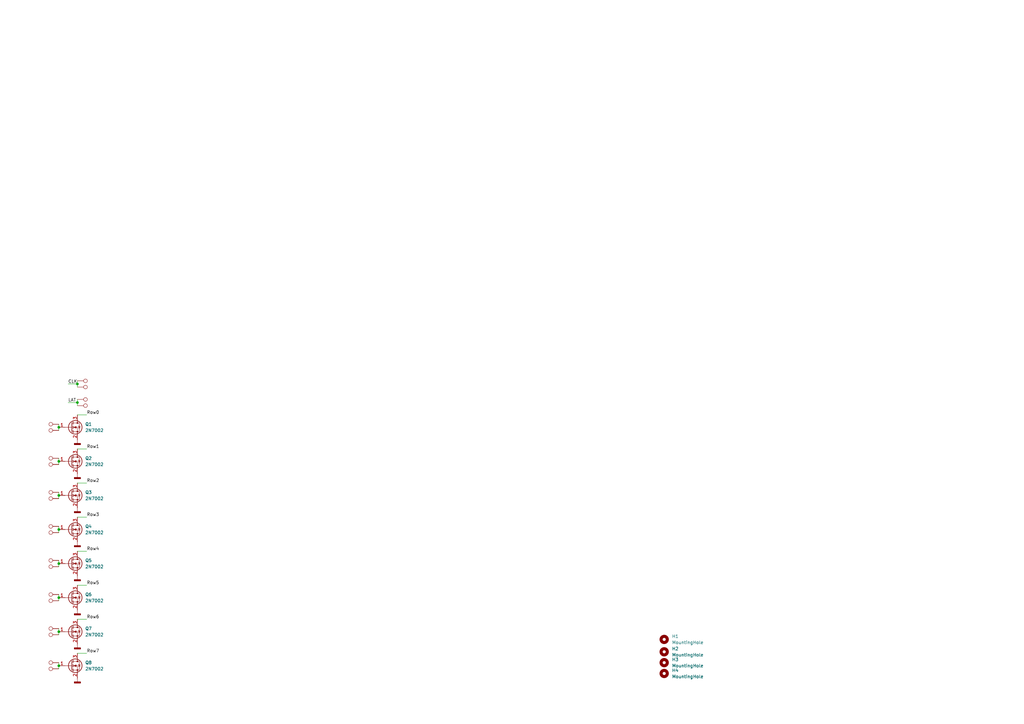
<source format=kicad_sch>
(kicad_sch (version 20230121) (generator eeschema)
  (paper "A3")
  (junction (at 477.52 45.72))
  (junction (at 563.88 -224.79))
  (junction (at 478.79 137.16))
  (junction (at 497.84 38.1))
  (junction (at 466.09 -110.49))
  (junction (at 486.41 -208.28))
  (junction (at 24.13 245.11))
  (junction (at 486.41 -223.52))
  (junction (at 561.34 -116.84))
  (junction (at 499.11 160.02))
  (junction (at 476.25 -95.25))
  (junction (at 563.88 138.43))
  (junction (at 561.34 -124.46))
  (junction (at 549.91 -110.49))
  (junction (at 469.9 115.57))
  (junction (at 502.92 30.48))
  (junction (at 505.46 161.29))
  (junction (at 571.5 -132.08))
  (junction (at 591.82 -7.62))
  (junction (at 568.96 153.67))
  (junction (at 563.88 -247.65))
  (junction (at 487.68 -116.84))
  (junction (at 572.77 -6.35))
  (junction (at 562.61 129.54))
  (junction (at 504.19 39.37))
  (junction (at 560.07 -200.66))
  (junction (at 574.04 -209.55))
  (junction (at 566.42 38.1))
  (junction (at 482.6 -124.46))
  (junction (at 575.31 -246.38))
  (junction (at 481.33 -254))
  (junction (at 485.14 -201.93))
  (junction (at 584.2 161.29))
  (junction (at 477.52 7.62))
  (junction (at 562.61 114.3))
  (junction (at 481.33 -110.49))
  (junction (at 468.63 31.75))
  (junction (at 490.22 161.29))
  (junction (at 481.33 -102.87))
  (junction (at 593.09 167.64))
  (junction (at 546.1 -116.84))
  (junction (at 461.01 -102.87))
  (junction (at 586.74 -7.62))
  (junction (at 473.71 160.02))
  (junction (at 565.15 -208.28))
  (junction (at 580.39 -87.63))
  (junction (at 582.93 121.92))
  (junction (at 556.26 38.1))
  (junction (at 554.99 -231.14))
  (junction (at 459.74 -194.31))
  (junction (at 582.93 39.37))
  (junction (at 593.09 137.16))
  (junction (at 487.68 -132.08))
  (junction (at 580.39 -238.76))
  (junction (at 469.9 123.19))
  (junction (at 558.8 130.81))
  (junction (at 467.36 -109.22))
  (junction (at 549.91 -246.38))
  (junction (at 566.42 -86.36))
  (junction (at 480.06 161.29))
  (junction (at 571.5 7.62))
  (junction (at 562.61 16.51))
  (junction (at 568.96 146.05))
  (junction (at 553.72 -240.03))
  (junction (at 478.79 1.27))
  (junction (at 490.22 153.67))
  (junction (at 557.53 121.92))
  (junction (at 558.8 123.19))
  (junction (at 471.17 -72.39))
  (junction (at 472.44 7.62))
  (junction (at 565.15 -110.49))
  (junction (at 570.23 -118.11))
  (junction (at 568.96 -232.41))
  (junction (at 492.76 -78.74))
  (junction (at 24.13 217.17))
  (junction (at 561.34 22.86))
  (junction (at 563.88 -194.31))
  (junction (at 473.71 1.27))
  (junction (at 504.19 137.16))
  (junction (at 556.26 -116.84))
  (junction (at 466.09 -125.73))
  (junction (at 574.04 -201.93))
  (junction (at 593.09 31.75))
  (junction (at 566.42 -101.6))
  (junction (at 553.72 -209.55))
  (junction (at 471.17 -95.25))
  (junction (at 494.03 -13.97))
  (junction (at 553.72 -201.93))
  (junction (at 461.01 -200.66))
  (junction (at 464.82 -224.79))
  (junction (at 482.6 45.72))
  (junction (at 497.84 15.24))
  (junction (at 466.09 -254))
  (junction (at 575.31 -125.73))
  (junction (at 593.09 129.54))
  (junction (at 566.42 -116.84))
  (junction (at 565.15 -200.66))
  (junction (at 505.46 146.05))
  (junction (at 582.93 -13.97))
  (junction (at 557.53 8.89))
  (junction (at 472.44 -109.22))
  (junction (at 571.5 22.86))
  (junction (at 469.9 138.43))
  (junction (at 504.19 1.27))
  (junction (at 549.91 -87.63))
  (junction (at 476.25 -80.01))
  (junction (at 544.83 -208.28))
  (junction (at 487.68 30.48))
  (junction (at 565.15 -231.14))
  (junction (at 491.49 -110.49))
  (junction (at 588.01 39.37))
  (junction (at 567.69 24.13))
  (junction (at 486.41 -200.66))
  (junction (at 477.52 30.48))
  (junction (at 574.04 123.19))
  (junction (at 558.8 146.05))
  (junction (at 485.14 130.81))
  (junction (at 480.06 146.05))
  (junction (at 459.74 -209.55))
  (junction (at 478.79 129.54))
  (junction (at 466.09 -215.9))
  (junction (at 462.28 -116.84))
  (junction (at 554.99 -215.9))
  (junction (at 471.17 -110.49))
  (junction (at 481.33 -118.11))
  (junction (at 500.38 115.57))
  (junction (at 560.07 -102.87))
  (junction (at 558.8 -217.17))
  (junction (at 546.1 -86.36))
  (junction (at 566.42 30.48))
  (junction (at 561.34 -7.62))
  (junction (at 563.88 -201.93))
  (junction (at 459.74 -240.03))
  (junction (at 553.72 -247.65))
  (junction (at 581.66 7.62))
  (junction (at 543.56 -247.65))
  (junction (at 492.76 -101.6))
  (junction (at 560.07 -208.28))
  (junction (at 467.36 -86.36))
  (junction (at 570.23 -215.9))
  (junction (at 474.98 -194.31))
  (junction (at 543.56 -217.17))
  (junction (at 480.06 -209.55))
  (junction (at 566.42 15.24))
  (junction (at 497.84 0))
  (junction (at 466.09 -72.39))
  (junction (at 471.17 -102.87))
  (junction (at 466.09 -223.52))
  (junction (at 24.13 231.14))
  (junction (at 582.93 144.78))
  (junction (at 488.95 137.16))
  (junction (at 554.99 -72.39))
  (junction (at 486.41 -110.49))
  (junction (at 576.58 -132.08))
  (junction (at 478.79 -6.35))
  (junction (at 459.74 -217.17))
  (junction (at 492.76 38.1))
  (junction (at 572.77 114.3))
  (junction (at 570.23 -110.49))
  (junction (at 477.52 15.24))
  (junction (at 497.84 -7.62))
  (junction (at 572.77 1.27))
  (junction (at 477.52 -109.22))
  (junction (at 490.22 115.57))
  (junction (at 556.26 -78.74))
  (junction (at 472.44 22.86))
  (junction (at 570.23 -125.73))
  (junction (at 500.38 146.05))
  (junction (at 563.88 -240.03))
  (junction (at 575.31 -238.76))
  (junction (at 558.8 -232.41))
  (junction (at 499.11 167.64))
  (junction (at 482.6 -109.22))
  (junction (at 487.68 38.1))
  (junction (at 472.44 -7.62))
  (junction (at 488.95 1.27))
  (junction (at 481.33 -72.39))
  (junction (at 480.06 -224.79))
  (junction (at 471.17 -254))
  (junction (at 461.01 -118.11))
  (junction (at 461.01 -231.14))
  (junction (at 485.14 161.29))
  (junction (at 473.71 114.3))
  (junction (at 591.82 30.48))
  (junction (at 491.49 -223.52))
  (junction (at 478.79 152.4))
  (junction (at 467.36 -132.08))
  (junction (at 593.09 -13.97))
  (junction (at 468.63 24.13))
  (junction (at 461.01 -125.73))
  (junction (at 575.31 -215.9))
  (junction (at 471.17 -215.9))
  (junction (at 589.28 123.19))
  (junction (at 594.36 146.05))
  (junction (at 495.3 146.05))
  (junction (at 566.42 7.62))
  (junction (at 568.96 -247.65))
  (junction (at 572.77 144.78))
  (junction (at 572.77 167.64))
  (junction (at 491.49 -200.66))
  (junction (at 565.15 -254))
  (junction (at 485.14 138.43))
  (junction (at 500.38 153.67))
  (junction (at 566.42 -124.46))
  (junction (at 486.41 -125.73))
  (junction (at 563.88 123.19))
  (junction (at 576.58 -93.98))
  (junction (at 491.49 -102.87))
  (junction (at 577.85 160.02))
  (junction (at 582.93 114.3))
  (junction (at 469.9 -201.93))
  (junction (at 486.41 -246.38))
  (junction (at 575.31 -80.01))
  (junction (at 474.98 115.57))
  (junction (at 576.58 -101.6))
  (junction (at 558.8 -194.31))
  (junction (at 502.92 38.1))
  (junction (at 572.77 160.02))
  (junction (at 544.83 -231.14))
  (junction (at 568.96 -201.93))
  (junction (at 556.26 30.48))
  (junction (at 584.2 146.05))
  (junction (at 570.23 -80.01))
  (junction (at 457.2 -78.74))
  (junction (at 474.98 130.81))
  (junction (at 562.61 121.92))
  (junction (at 466.09 -102.87))
  (junction (at 561.34 30.48))
  (junction (at 589.28 153.67))
  (junction (at 481.33 -246.38))
  (junction (at 582.93 152.4))
  (junction (at 570.23 -208.28))
  (junction (at 471.17 -208.28))
  (junction (at 480.06 130.81))
  (junction (at 570.23 -87.63))
  (junction (at 477.52 -132.08))
  (junction (at 567.69 137.16))
  (junction (at 494.03 167.64))
  (junction (at 495.3 130.81))
  (junction (at 574.04 130.81))
  (junction (at 495.3 138.43))
  (junction (at 461.01 -238.76))
  (junction (at 580.39 -231.14))
  (junction (at 482.6 38.1))
  (junction (at 549.91 -223.52))
  (junction (at 461.01 -95.25))
  (junction (at 490.22 -201.93))
  (junction (at 466.09 -238.76))
  (junction (at 481.33 -87.63))
  (junction (at 473.71 121.92))
  (junction (at 575.31 -231.14))
  (junction (at 563.88 115.57))
  (junction (at 565.15 -87.63))
  (junction (at 490.22 130.81))
  (junction (at 483.87 39.37))
  (junction (at 565.15 -72.39))
  (junction (at 483.87 129.54))
  (junction (at 482.6 0))
  (junction (at 492.76 7.62))
  (junction (at 469.9 -224.79))
  (junction (at 492.76 -7.62))
  (junction (at 571.5 -78.74))
  (junction (at 588.01 1.27))
  (junction (at 461.01 -72.39))
  (junction (at 562.61 -13.97))
  (junction (at 504.19 114.3))
  (junction (at 546.1 -93.98))
  (junction (at 478.79 144.78))
  (junction (at 490.22 -209.55))
  (junction (at 594.36 107.95))
  (junction (at 473.71 137.16))
  (junction (at 505.46 138.43))
  (junction (at 469.9 153.67))
  (junction (at 563.88 153.67))
  (junction (at 567.69 160.02))
  (junction (at 31.75 165.1))
  (junction (at 472.44 30.48))
  (junction (at 593.09 144.78))
  (junction (at 557.53 -6.35))
  (junction (at 589.28 115.57))
  (junction (at 485.14 -209.55))
  (junction (at 497.84 45.72))
  (junction (at 579.12 123.19))
  (junction (at 557.53 16.51))
  (junction (at 560.07 -72.39))
  (junction (at 581.66 -86.36))
  (junction (at 580.39 -95.25))
  (junction (at 574.04 -247.65))
  (junction (at 494.03 39.37))
  (junction (at 561.34 -86.36))
  (junction (at 499.11 137.16))
  (junction (at 582.93 31.75))
  (junction (at 483.87 152.4))
  (junction (at 490.22 -247.65))
  (junction (at 468.63 8.89))
  (junction (at 487.68 -86.36))
  (junction (at 560.07 -246.38))
  (junction (at 488.95 114.3))
  (junction (at 560.07 -118.11))
  (junction (at 557.53 -13.97))
  (junction (at 562.61 8.89))
  (junction (at 477.52 -7.62))
  (junction (at 563.88 146.05))
  (junction (at 483.87 144.78))
  (junction (at 575.31 -208.28))
  (junction (at 471.17 -80.01))
  (junction (at 480.06 -240.03))
  (junction (at 455.93 -246.38))
  (junction (at 553.72 -194.31))
  (junction (at 589.28 161.29))
  (junction (at 567.69 129.54))
  (junction (at 554.99 -246.38))
  (junction (at 557.53 137.16))
  (junction (at 474.98 -209.55))
  (junction (at 481.33 -231.14))
  (junction (at 561.34 0))
  (junction (at 558.8 138.43))
  (junction (at 581.66 -124.46))
  (junction (at 457.2 -124.46))
  (junction (at 576.58 22.86))
  (junction (at 577.85 152.4))
  (junction (at 554.99 -238.76))
  (junction (at 504.19 24.13))
  (junction (at 461.01 -110.49))
  (junction (at 474.98 138.43))
  (junction (at 497.84 30.48))
  (junction (at 466.09 -208.28))
  (junction (at 469.9 -240.03))
  (junction (at 466.09 -95.25))
  (junction (at 561.34 38.1))
  (junction (at 574.04 161.29))
  (junction (at 472.44 15.24))
  (junction (at 455.93 -231.14))
  (junction (at 543.56 -201.93))
  (junction (at 582.93 16.51))
  (junction (at 554.99 -200.66))
  (junction (at 567.69 -6.35))
  (junction (at 562.61 137.16))
  (junction (at 486.41 -87.63))
  (junction (at 582.93 -6.35))
  (junction (at 577.85 114.3))
  (junction (at 490.22 -232.41))
  (junction (at 549.91 -231.14))
  (junction (at 477.52 -116.84))
  (junction (at 462.28 -132.08))
  (junction (at 577.85 167.64))
  (junction (at 565.15 -215.9))
  (junction (at 477.52 -101.6))
  (junction (at 549.91 -118.11))
  (junction (at 471.17 -200.66))
  (junction (at 557.53 144.78))
  (junction (at 561.34 -78.74))
  (junction (at 485.14 107.95))
  (junction (at 567.69 114.3))
  (junction (at 455.93 -215.9))
  (junction (at 502.92 7.62))
  (junction (at 476.25 -102.87))
  (junction (at 577.85 -6.35))
  (junction (at 586.74 7.62))
  (junction (at 577.85 24.13))
  (junction (at 576.58 -109.22))
  (junction (at 490.22 123.19))
  (junction (at 504.19 160.02))
  (junction (at 562.61 31.75))
  (junction (at 582.93 167.64))
  (junction (at 491.49 -87.63))
  (junction (at 593.09 39.37))
  (junction (at 455.93 -254))
  (junction (at 494.03 24.13))
  (junction (at 588.01 -6.35))
  (junction (at 584.2 130.81))
  (junction (at 571.5 45.72))
  (junction (at 579.12 138.43))
  (junction (at 588.01 16.51))
  (junction (at 471.17 -125.73))
  (junction (at 562.61 1.27))
  (junction (at 486.41 -102.87))
  (junction (at 466.09 -87.63))
  (junction (at 473.71 -13.97))
  (junction (at 474.98 -232.41))
  (junction (at 464.82 -240.03))
  (junction (at 544.83 -254))
  (junction (at 486.41 -80.01))
  (junction (at 472.44 38.1))
  (junction (at 571.5 0))
  (junction (at 574.04 153.67))
  (junction (at 581.66 45.72))
  (junction (at 561.34 -132.08))
  (junction (at 591.82 38.1))
  (junction (at 491.49 -72.39))
  (junction (at 579.12 146.05))
  (junction (at 561.34 -101.6))
  (junction (at 566.42 45.72))
  (junction (at 594.36 115.57))
  (junction (at 488.95 -13.97))
  (junction (at 558.8 -209.55))
  (junction (at 571.5 -93.98))
  (junction (at 490.22 -217.17))
  (junction (at 554.99 -125.73))
  (junction (at 565.15 -95.25))
  (junction (at 574.04 107.95))
  (junction (at 483.87 1.27))
  (junction (at 551.18 -124.46))
  (junction (at 579.12 -194.31))
  (junction (at 554.99 -223.52))
  (junction (at 561.34 -93.98))
  (junction (at 581.66 -7.62))
  (junction (at 466.09 -80.01))
  (junction (at 567.69 -13.97))
  (junction (at 560.07 -125.73))
  (junction (at 483.87 8.89))
  (junction (at 499.11 1.27))
  (junction (at 588.01 24.13))
  (junction (at 471.17 -87.63))
  (junction (at 560.07 -87.63))
  (junction (at 483.87 31.75))
  (junction (at 593.09 160.02))
  (junction (at 467.36 -101.6))
  (junction (at 504.19 -13.97))
  (junction (at 467.36 -124.46))
  (junction (at 565.15 -223.52))
  (junction (at 490.22 107.95))
  (junction (at 488.95 167.64))
  (junction (at 588.01 144.78))
  (junction (at 499.11 39.37))
  (junction (at 556.26 22.86))
  (junction (at 581.66 -109.22))
  (junction (at 549.91 -72.39))
  (junction (at 558.8 161.29))
  (junction (at 477.52 -86.36))
  (junction (at 487.68 -101.6))
  (junction (at 474.98 107.95))
  (junction (at 549.91 -102.87))
  (junction (at 558.8 -240.03))
  (junction (at 459.74 -201.93))
  (junction (at 486.41 -231.14))
  (junction (at 576.58 -124.46))
  (junction (at 504.19 -6.35))
  (junction (at 544.83 -80.01))
  (junction (at 579.12 107.95))
  (junction (at 480.06 -217.17))
  (junction (at 502.92 45.72))
  (junction (at 551.18 -101.6))
  (junction (at 566.42 -132.08))
  (junction (at 24.13 203.2))
  (junction (at 31.75 157.48))
  (junction (at 571.5 15.24))
  (junction (at 486.41 -72.39))
  (junction (at 504.19 8.89))
  (junction (at 466.09 -118.11))
  (junction (at 548.64 -217.17))
  (junction (at 491.49 -125.73))
  (junction (at 491.49 -95.25))
  (junction (at 575.31 -87.63))
  (junction (at 584.2 123.19))
  (junction (at 563.88 161.29))
  (junction (at 588.01 167.64))
  (junction (at 582.93 8.89))
  (junction (at 474.98 -217.17))
  (junction (at 568.96 -240.03))
  (junction (at 487.68 7.62))
  (junction (at 576.58 30.48))
  (junction (at 571.5 -116.84))
  (junction (at 572.77 129.54))
  (junction (at 572.77 137.16))
  (junction (at 588.01 152.4))
  (junction (at 488.95 39.37))
  (junction (at 582.93 160.02))
  (junction (at 554.99 -110.49))
  (junction (at 469.9 107.95))
  (junction (at 502.92 0))
  (junction (at 499.11 31.75))
  (junction (at 476.25 -223.52))
  (junction (at 589.28 107.95))
  (junction (at 562.61 167.64))
  (junction (at 499.11 129.54))
  (junction (at 480.06 115.57))
  (junction (at 461.01 -215.9))
  (junction (at 551.18 -78.74))
  (junction (at 575.31 -95.25))
  (junction (at 474.98 -247.65))
  (junction (at 556.26 -132.08))
  (junction (at 562.61 24.13))
  (junction (at 557.53 31.75))
  (junction (at 556.26 -93.98))
  (junction (at 562.61 39.37))
  (junction (at 565.15 -102.87))
  (junction (at 586.74 22.86))
  (junction (at 478.79 39.37))
  (junction (at 477.52 -93.98))
  (junction (at 488.95 16.51))
  (junction (at 586.74 45.72))
  (junction (at 575.31 -200.66))
  (junction (at 551.18 -132.08))
  (junction (at 478.79 24.13))
  (junction (at 572.77 8.89))
  (junction (at 476.25 -208.28))
  (junction (at 579.12 161.29))
  (junction (at 473.71 152.4))
  (junction (at 588.01 137.16))
  (junction (at 455.93 -208.28))
  (junction (at 567.69 1.27))
  (junction (at 481.33 -238.76))
  (junction (at 558.8 -247.65))
  (junction (at 581.66 38.1))
  (junction (at 504.19 121.92))
  (junction (at 478.79 114.3))
  (junction (at 472.44 -124.46))
  (junction (at 571.5 -109.22))
  (junction (at 582.93 137.16))
  (junction (at 572.77 31.75))
  (junction (at 494.03 16.51))
  (junction (at 24.13 259.08))
  (junction (at 572.77 16.51))
  (junction (at 591.82 22.86))
  (junction (at 586.74 15.24))
  (junction (at 558.8 115.57))
  (junction (at 500.38 130.81))
  (junction (at 492.76 45.72))
  (junction (at 593.09 24.13))
  (junction (at 457.2 -132.08))
  (junction (at 504.19 152.4))
  (junction (at 566.42 -7.62))
  (junction (at 487.68 15.24))
  (junction (at 487.68 45.72))
  (junction (at 486.41 -254))
  (junction (at 488.95 -6.35))
  (junction (at 575.31 -110.49))
  (junction (at 468.63 16.51))
  (junction (at 557.53 24.13))
  (junction (at 471.17 -238.76))
  (junction (at 588.01 -13.97))
  (junction (at 570.23 -102.87))
  (junction (at 492.76 -109.22))
  (junction (at 504.19 167.64))
  (junction (at 476.25 -254))
  (junction (at 485.14 -240.03))
  (junction (at 581.66 0))
  (junction (at 556.26 0))
  (junction (at 554.99 -254))
  (junction (at 492.76 15.24))
  (junction (at 478.79 121.92))
  (junction (at 494.03 137.16))
  (junction (at 495.3 153.67))
  (junction (at 549.91 -95.25))
  (junction (at 551.18 -116.84))
  (junction (at 572.77 121.92))
  (junction (at 24.13 189.23))
  (junction (at 571.5 -7.62))
  (junction (at 477.52 -78.74))
  (junction (at 485.14 -247.65))
  (junction (at 549.91 -254))
  (junction (at 491.49 -80.01))
  (junction (at 468.63 -13.97))
  (junction (at 24.13 175.26))
  (junction (at 544.83 -95.25))
  (junction (at 487.68 -78.74))
  (junction (at 472.44 -116.84))
  (junction (at 549.91 -80.01))
  (junction (at 490.22 -224.79))
  (junction (at 485.14 123.19))
  (junction (at 472.44 -132.08))
  (junction (at 575.31 -72.39))
  (junction (at 483.87 24.13))
  (junction (at 557.53 167.64))
  (junction (at 544.83 -125.73))
  (junction (at 469.9 -232.41))
  (junction (at 483.87 -13.97))
  (junction (at 462.28 -109.22))
  (junction (at 469.9 -217.17))
  (junction (at 581.66 30.48))
  (junction (at 464.82 -232.41))
  (junction (at 577.85 -13.97))
  (junction (at 491.49 -208.28))
  (junction (at 497.84 22.86))
  (junction (at 572.77 -13.97))
  (junction (at 549.91 -125.73))
  (junction (at 457.2 -101.6))
  (junction (at 572.77 39.37))
  (junction (at 473.71 129.54))
  (junction (at 462.28 -86.36))
  (junction (at 487.68 -124.46))
  (junction (at 567.69 144.78))
  (junction (at 457.2 -109.22))
  (junction (at 477.52 22.86))
  (junction (at 480.06 -232.41))
  (junction (at 558.8 -224.79))
  (junction (at 549.91 -200.66))
  (junction (at 589.28 130.81))
  (junction (at 495.3 161.29))
  (junction (at 562.61 160.02))
  (junction (at 586.74 0))
  (junction (at 544.83 -102.87))
  (junction (at 461.01 -80.01))
  (junction (at 500.38 107.95))
  (junction (at 588.01 121.92))
  (junction (at 548.64 -232.41))
  (junction (at 488.95 121.92))
  (junction (at 561.34 -109.22))
  (junction (at 488.95 144.78))
  (junction (at 478.79 167.64))
  (junction (at 581.66 -101.6))
  (junction (at 472.44 -101.6))
  (junction (at 579.12 -240.03))
  (junction (at 561.34 15.24))
  (junction (at 482.6 -86.36))
  (junction (at 476.25 -87.63))
  (junction (at 571.5 -101.6))
  (junction (at 556.26 -7.62))
  (junction (at 488.95 8.89))
  (junction (at 568.96 138.43))
  (junction (at 487.68 -93.98))
  (junction (at 476.25 -72.39))
  (junction (at 584.2 115.57))
  (junction (at 588.01 31.75))
  (junction (at 576.58 -78.74))
  (junction (at 548.64 -247.65))
  (junction (at 568.96 -224.79))
  (junction (at 480.06 123.19))
  (junction (at 480.06 -247.65))
  (junction (at 469.9 -194.31))
  (junction (at 462.28 -101.6))
  (junction (at 462.28 -78.74))
  (junction (at 464.82 -201.93))
  (junction (at 570.23 -246.38))
  (junction (at 481.33 -125.73))
  (junction (at 488.95 129.54))
  (junction (at 468.63 -6.35))
  (junction (at 579.12 -217.17))
  (junction (at 567.69 152.4))
  (junction (at 574.04 -217.17))
  (junction (at 495.3 123.19))
  (junction (at 482.6 -78.74))
  (junction (at 580.39 -200.66))
  (junction (at 553.72 -224.79))
  (junction (at 466.09 -231.14))
  (junction (at 581.66 -116.84))
  (junction (at 576.58 -86.36))
  (junction (at 492.76 30.48))
  (junction (at 577.85 137.16))
  (junction (at 593.09 152.4))
  (junction (at 584.2 153.67))
  (junction (at 481.33 -223.52))
  (junction (at 568.96 123.19))
  (junction (at 487.68 0))
  (junction (at 492.76 -86.36))
  (junction (at 488.95 31.75))
  (junction (at 485.14 -232.41))
  (junction (at 574.04 -232.41))
  (junction (at 471.17 -246.38))
  (junction (at 568.96 -209.55))
  (junction (at 544.83 -118.11))
  (junction (at 579.12 115.57))
  (junction (at 558.8 107.95))
  (junction (at 594.36 138.43))
  (junction (at 570.23 -254))
  (junction (at 580.39 -72.39))
  (junction (at 474.98 153.67))
  (junction (at 591.82 7.62))
  (junction (at 459.74 -232.41))
  (junction (at 581.66 22.86))
  (junction (at 478.79 31.75))
  (junction (at 494.03 160.02))
  (junction (at 570.23 -200.66))
  (junction (at 476.25 -118.11))
  (junction (at 505.46 115.57))
  (junction (at 580.39 -208.28))
  (junction (at 499.11 114.3))
  (junction (at 566.42 0))
  (junction (at 455.93 -238.76))
  (junction (at 499.11 -6.35))
  (junction (at 579.12 130.81))
  (junction (at 464.82 -247.65))
  (junction (at 582.93 129.54))
  (junction (at 491.49 -254))
  (junction (at 584.2 138.43))
  (junction (at 494.03 152.4))
  (junction (at 563.88 -217.17))
  (junction (at 474.98 146.05))
  (junction (at 469.9 161.29))
  (junction (at 581.66 15.24))
  (junction (at 494.03 31.75))
  (junction (at 558.8 -201.93))
  (junction (at 476.25 -231.14))
  (junction (at 582.93 1.27))
  (junction (at 471.17 -223.52))
  (junction (at 478.79 8.89))
  (junction (at 576.58 15.24))
  (junction (at 549.91 -208.28))
  (junction (at 576.58 38.1))
  (junction (at 576.58 -7.62))
  (junction (at 593.09 1.27))
  (junction (at 467.36 -116.84))
  (junction (at 477.52 38.1))
  (junction (at 491.49 -231.14))
  (junction (at 561.34 7.62))
  (junction (at 481.33 -95.25))
  (junction (at 476.25 -246.38))
  (junction (at 581.66 -132.08))
  (junction (at 481.33 -215.9))
  (junction (at 568.96 115.57))
  (junction (at 556.26 -86.36))
  (junction (at 574.04 115.57))
  (junction (at 544.83 -223.52))
  (junction (at 467.36 -93.98))
  (junction (at 490.22 146.05))
  (junction (at 499.11 144.78))
  (junction (at 548.64 -224.79))
  (junction (at 492.76 -116.84))
  (junction (at 491.49 -118.11))
  (junction (at 492.76 0))
  (junction (at 482.6 22.86))
  (junction (at 499.11 152.4))
  (junction (at 500.38 138.43))
  (junction (at 579.12 -209.55))
  (junction (at 486.41 -95.25))
  (junction (at 478.79 -13.97))
  (junction (at 500.38 161.29))
  (junction (at 482.6 -93.98))
  (junction (at 549.91 -238.76))
  (junction (at 499.11 16.51))
  (junction (at 566.42 -78.74))
  (junction (at 473.71 24.13))
  (junction (at 563.88 130.81))
  (junction (at 455.93 -223.52))
  (junction (at 483.87 121.92))
  (junction (at 544.83 -72.39))
  (junction (at 494.03 114.3))
  (junction (at 492.76 22.86))
  (junction (at 571.5 38.1))
  (junction (at 457.2 -116.84))
  (junction (at 461.01 -254))
  (junction (at 577.85 129.54))
  (junction (at 594.36 161.29))
  (junction (at 570.23 -223.52))
  (junction (at 593.09 -6.35))
  (junction (at 472.44 0))
  (junction (at 575.31 -254))
  (junction (at 567.69 8.89))
  (junction (at 588.01 129.54))
  (junction (at 549.91 -215.9))
  (junction (at 580.39 -102.87))
  (junction (at 562.61 152.4))
  (junction (at 483.87 160.02))
  (junction (at 488.95 24.13))
  (junction (at 502.92 22.86))
  (junction (at 464.82 -209.55))
  (junction (at 570.23 -231.14))
  (junction (at 594.36 130.81))
  (junction (at 579.12 -224.79))
  (junction (at 472.44 45.72))
  (junction (at 476.25 -125.73))
  (junction (at 551.18 -86.36))
  (junction (at 565.15 -118.11))
  (junction (at 544.83 -246.38))
  (junction (at 575.31 -223.52))
  (junction (at 494.03 129.54))
  (junction (at 589.28 146.05))
  (junction (at 494.03 1.27))
  (junction (at 565.15 -246.38))
  (junction (at 556.26 -109.22))
  (junction (at 482.6 30.48))
  (junction (at 480.06 138.43))
  (junction (at 485.14 146.05))
  (junction (at 469.9 130.81))
  (junction (at 563.88 -209.55))
  (junction (at 556.26 -101.6))
  (junction (at 574.04 -240.03))
  (junction (at 557.53 39.37))
  (junction (at 593.09 121.92))
  (junction (at 504.19 129.54))
  (junction (at 455.93 -200.66))
  (junction (at 560.07 -231.14))
  (junction (at 556.26 7.62))
  (junction (at 487.68 -7.62))
  (junction (at 577.85 16.51))
  (junction (at 577.85 121.92))
  (junction (at 499.11 -13.97))
  (junction (at 461.01 -87.63))
  (junction (at 482.6 -101.6))
  (junction (at 495.3 115.57))
  (junction (at 556.26 15.24))
  (junction (at 560.07 -254))
  (junction (at 482.6 7.62))
  (junction (at 476.25 -200.66))
  (junction (at 554.99 -208.28))
  (junction (at 576.58 -116.84))
  (junction (at 480.06 153.67))
  (junction (at 461.01 -208.28))
  (junction (at 570.23 -238.76))
  (junction (at 571.5 30.48))
  (junction (at 494.03 121.92))
  (junction (at 468.63 39.37))
  (junction (at 469.9 -247.65))
  (junction (at 556.26 -124.46))
  (junction (at 483.87 -6.35))
  (junction (at 579.12 -232.41))
  (junction (at 577.85 1.27))
  (junction (at 576.58 0))
  (junction (at 500.38 123.19))
  (junction (at 474.98 -224.79))
  (junction (at 556.26 45.72))
  (junction (at 504.19 16.51))
  (junction (at 548.64 -209.55))
  (junction (at 457.2 -86.36))
  (junction (at 483.87 16.51))
  (junction (at 560.07 -215.9))
  (junction (at 581.66 -93.98))
  (junction (at 568.96 161.29))
  (junction (at 474.98 161.29))
  (junction (at 580.39 -125.73))
  (junction (at 580.39 -223.52))
  (junction (at 548.64 -194.31))
  (junction (at 593.09 8.89))
  (junction (at 580.39 -246.38))
  (junction (at 490.22 -240.03))
  (junction (at 557.53 1.27))
  (junction (at 560.07 -95.25))
  (junction (at 471.17 -118.11))
  (junction (at 589.28 138.43))
  (junction (at 473.71 167.64))
  (junction (at 591.82 0))
  (junction (at 485.14 -217.17))
  (junction (at 483.87 114.3))
  (junction (at 495.3 107.95))
  (junction (at 567.69 167.64))
  (junction (at 464.82 -194.31))
  (junction (at 477.52 -124.46))
  (junction (at 568.96 130.81))
  (junction (at 568.96 -217.17))
  (junction (at 482.6 -132.08))
  (junction (at 481.33 -208.28))
  (junction (at 565.15 -125.73))
  (junction (at 543.56 -194.31))
  (junction (at 575.31 -102.87))
  (junction (at 486.41 -238.76))
  (junction (at 566.42 22.86))
  (junction (at 570.23 -72.39))
  (junction (at 462.28 -93.98))
  (junction (at 505.46 107.95))
  (junction (at 557.53 129.54))
  (junction (at 581.66 -78.74))
  (junction (at 579.12 153.67))
  (junction (at 505.46 130.81))
  (junction (at 24.13 273.05))
  (junction (at 492.76 -132.08))
  (junction (at 476.25 -238.76))
  (junction (at 561.34 45.72))
  (junction (at 478.79 160.02))
  (junction (at 482.6 -116.84))
  (junction (at 467.36 -78.74))
  (junction (at 499.11 24.13))
  (junction (at 546.1 -109.22))
  (junction (at 490.22 -194.31))
  (junction (at 566.42 -109.22))
  (junction (at 580.39 -215.9))
  (junction (at 461.01 -246.38))
  (junction (at 562.61 144.78))
  (junction (at 473.71 39.37))
  (junction (at 488.95 160.02))
  (junction (at 567.69 31.75))
  (junction (at 570.23 -95.25))
  (junction (at 580.39 -80.01))
  (junction (at 474.98 123.19))
  (junction (at 544.83 -215.9))
  (junction (at 580.39 -254))
  (junction (at 483.87 167.64))
  (junction (at 473.71 -6.35))
  (junction (at 466.09 -246.38))
  (junction (at 472.44 -86.36))
  (junction (at 491.49 -246.38))
  (junction (at 504.19 144.78))
  (junction (at 490.22 138.43))
  (junction (at 544.83 -87.63))
  (junction (at 502.92 15.24))
  (junction (at 560.07 -80.01))
  (junction (at 575.31 -118.11))
  (junction (at 577.85 144.78))
  (junction (at 472.44 -78.74))
  (junction (at 487.68 -109.22))
  (junction (at 579.12 -201.93))
  (junction (at 577.85 31.75))
  (junction (at 474.98 -201.93))
  (junction (at 594.36 153.67))
  (junction (at 588.01 114.3))
  (junction (at 567.69 39.37))
  (junction (at 491.49 -215.9))
  (junction (at 594.36 123.19))
  (junction (at 505.46 123.19))
  (junction (at 586.74 38.1))
  (junction (at 546.1 -101.6))
  (junction (at 478.79 16.51))
  (junction (at 487.68 22.86))
  (junction (at 553.72 -232.41))
  (junction (at 574.04 -194.31))
  (junction (at 593.09 16.51))
  (junction (at 486.41 -215.9))
  (junction (at 488.95 152.4))
  (junction (at 543.56 -224.79))
  (junction (at 459.74 -224.79))
  (junction (at 473.71 31.75))
  (junction (at 499.11 8.89))
  (junction (at 574.04 138.43))
  (junction (at 485.14 115.57))
  (junction (at 471.17 -231.14))
  (junction (at 544.83 -200.66))
  (junction (at 544.83 -238.76))
  (junction (at 546.1 -132.08))
  (junction (at 546.1 -78.74))
  (junction (at 543.56 -232.41))
  (junction (at 577.85 8.89))
  (junction (at 494.03 8.89))
  (junction (at 591.82 45.72))
  (junction (at 563.88 107.95))
  (junction (at 462.28 -124.46))
  (junction (at 560.07 -238.76))
  (junction (at 567.69 121.92))
  (junction (at 483.87 137.16))
  (junction (at 476.25 -215.9))
  (junction (at 492.76 -124.46))
  (junction (at 491.49 -238.76))
  (junction (at 565.15 -80.01))
  (junction (at 464.82 -217.17))
  (junction (at 481.33 -80.01))
  (junction (at 554.99 -102.87))
  (junction (at 586.74 30.48))
  (junction (at 544.83 -110.49))
  (junction (at 567.69 16.51))
  (junction (at 571.5 -124.46))
  (junction (at 579.12 -247.65))
  (junction (at 554.99 -80.01))
  (junction (at 480.06 -201.93))
  (junction (at 543.56 -240.03))
  (junction (at 548.64 -201.93))
  (junction (at 482.6 15.24))
  (junction (at 457.2 -93.98))
  (junction (at 568.96 -194.31))
  (junction (at 485.14 -224.79))
  (junction (at 580.39 -118.11))
  (junction (at 574.04 146.05))
  (junction (at 492.76 -93.98))
  (junction (at 554.99 -118.11))
  (junction (at 566.42 -93.98))
  (junction (at 461.01 -223.52))
  (junction (at 504.19 31.75))
  (junction (at 563.88 -232.41))
  (junction (at 473.71 8.89))
  (junction (at 459.74 -247.65))
  (junction (at 562.61 -6.35))
  (junction (at 543.56 -209.55))
  (junction (at 476.25 -110.49))
  (junction (at 473.71 144.78))
  (junction (at 499.11 121.92))
  (junction (at 546.1 -124.46))
  (junction (at 480.06 107.95))
  (junction (at 593.09 114.3))
  (junction (at 494.03 144.78))
  (junction (at 574.04 -224.79))
  (junction (at 474.98 -240.03))
  (junction (at 558.8 153.67))
  (junction (at 473.71 16.51))
  (junction (at 580.39 -110.49))
  (junction (at 576.58 7.62))
  (junction (at 482.6 -7.62))
  (junction (at 565.15 -238.76))
  (junction (at 502.92 -7.62))
  (junction (at 560.07 -223.52))
  (junction (at 571.5 -86.36))
  (junction (at 469.9 146.05))
  (junction (at 497.84 7.62))
  (junction (at 582.93 24.13))
  (junction (at 553.72 -217.17))
  (junction (at 557.53 114.3))
  (junction (at 477.52 0))
  (junction (at 480.06 -194.31))
  (junction (at 576.58 45.72))
  (junction (at 568.96 107.95))
  (junction (at 548.64 -240.03))
  (junction (at 551.18 -93.98))
  (junction (at 591.82 15.24))
  (junction (at 557.53 160.02))
  (junction (at 588.01 160.02))
  (junction (at 485.14 153.67))
  (junction (at 469.9 -209.55))
  (junction (at 472.44 -93.98))
  (junction (at 577.85 39.37))
  (junction (at 551.18 -109.22))
  (junction (at 466.09 -200.66))
  (junction (at 572.77 24.13))
  (junction (at 505.46 153.67))
  (junction (at 584.2 107.95))
  (junction (at 588.01 8.89))
  (junction (at 485.14 -194.31))
  (junction (at 560.07 -110.49))
  (junction (at 468.63 1.27))
  (junction (at 486.41 -118.11))
  (junction (at 557.53 152.4))
  (junction (at 554.99 -87.63))
  (junction (at 481.33 -200.66))
  (junction (at 494.03 -6.35))
  (junction (at 572.77 152.4))
  (junction (at 554.99 -95.25))
  (wire (pts (xy 561.34 45.72) (xy 566.42 45.72)))
  (wire (pts (xy 546.1 -149.86) (xy 546.1 -132.08)))
  (wire (pts (xy 576.58 7.62) (xy 581.66 7.62)))
  (wire (pts (xy 570.23 -77.47) (xy 571.5 -78.74)))
  (wire (pts (xy 576.58 15.24) (xy 581.66 15.24)))
  (wire (pts (xy 553.72 -209.55) (xy 558.8 -209.55)))
  (wire (pts (xy 471.17 -238.76) (xy 471.17 -231.14)))
  (wire (pts (xy 477.52 -78.74) (xy 477.52 -67.31)))
  (wire (pts (xy 481.33 -200.66) (xy 481.33 -189.23)))
  (wire (pts (xy 455.93 -34.29) (xy 457.2 -34.29)))
  (wire (pts (xy 485.14 138.43) (xy 485.14 146.05)))
  (wire (pts (xy 593.09 121.92) (xy 596.9 121.92)))
  (wire (pts (xy 472.44 -86.36) (xy 472.44 -78.74)))
  (wire (pts (xy 464.82 -31.75) (xy 468.63 -31.75)))
  (wire (pts (xy 575.31 -87.63) (xy 580.39 -87.63)))
  (wire (pts (xy 575.31 -110.49) (xy 580.39 -110.49)))
  (wire (pts (xy 483.87 24.13) (xy 483.87 31.75)))
  (wire (pts (xy 572.77 16.51) (xy 572.77 24.13)))
  (wire (pts (xy 533.4 -157.48) (xy 534.67 -157.48)))
  (wire (pts (xy 576.58 -12.7) (xy 577.85 -13.97)))
  (wire (pts (xy 541.02 -289.56) (xy 580.39 -289.56)))
  (wire (pts (xy 558.8 90.17) (xy 558.8 107.95)))
  (wire (pts (xy 565.15 -95.25) (xy 570.23 -95.25)))
  (wire (pts (xy 459.74 -222.25) (xy 461.01 -223.52)))
  (wire (pts (xy 481.33 -231.14) (xy 481.33 -223.52)))
  (wire (pts (xy 491.49 -80.01) (xy 544.83 -80.01)))
  (wire (pts (xy 474.98 -237.49) (xy 476.25 -238.76)))
  (wire (pts (xy 582.93 144.78) (xy 588.01 144.78)))
  (wire (pts (xy 491.49 -115.57) (xy 492.76 -116.84)))
  (wire (pts (xy 566.42 -132.08) (xy 566.42 -124.46)))
  (wire (pts (xy 543.56 -209.55) (xy 548.64 -209.55)))
  (wire (pts (xy 492.76 45.72) (xy 497.84 45.72)))
  (wire (pts (xy 508 -284.48) (xy 511.81 -284.48)))
  (wire (pts (xy 502.92 33.02) (xy 504.19 31.75)))
  (wire (pts (xy 500.38 130.81) (xy 500.38 138.43)))
  (wire (pts (xy 483.87 114.3) (xy 488.95 114.3)))
  (wire (pts (xy 464.82 -36.83) (xy 478.79 -36.83)))
  (wire (pts (xy 469.9 -207.01) (xy 471.17 -208.28)))
  (wire (pts (xy 567.69 8.89) (xy 567.69 16.51)))
  (wire (pts (xy 546.1 80.01) (xy 547.37 80.01)))
  (wire (pts (xy 566.42 30.48) (xy 571.5 30.48)))
  (wire (pts (xy 473.71 147.32) (xy 474.98 146.05)))
  (wire (pts (xy 24.13 201.93) (xy 24.13 203.2)))
  (wire (pts (xy 577.85 129.54) (xy 582.93 129.54)))
  (wire (pts (xy 487.68 -12.7) (xy 488.95 -13.97)))
  (wire (pts (xy 574.04 115.57) (xy 574.04 123.19)))
  (wire (pts (xy 457.2 77.47) (xy 458.47 77.47)))
  (wire (pts (xy 575.31 -231.14) (xy 575.31 -223.52)))
  (wire (pts (xy 492.76 -7.62) (xy 497.84 -7.62)))
  (wire (pts (xy 577.85 124.46) (xy 579.12 123.19)))
  (wire (pts (xy 464.82 -245.11) (xy 466.09 -246.38)))
  (wire (pts (xy 568.96 -199.39) (xy 570.23 -200.66)))
  (wire (pts (xy 483.87 152.4) (xy 488.95 152.4)))
  (wire (pts (xy 494.03 121.92) (xy 499.11 121.92)))
  (wire (pts (xy 24.13 217.17) (xy 24.13 218.44)))
  (wire (pts (xy 565.15 -238.76) (xy 565.15 -231.14)))
  (wire (pts (xy 471.17 -92.71) (xy 472.44 -93.98)))
  (wire (pts (xy 576.58 -109.22) (xy 576.58 -101.6)))
  (wire (pts (xy 580.39 -289.56) (xy 580.39 -254)))
  (wire (pts (xy 541.02 -274.32) (xy 549.91 -274.32)))
  (wire (pts (xy 486.41 -123.19) (xy 487.68 -124.46)))
  (wire (pts (xy 580.39 -72.39) (xy 584.2 -72.39)))
  (wire (pts (xy 467.36 -93.98) (xy 467.36 -86.36)))
  (wire (pts (xy 454.66 -232.41) (xy 459.74 -232.41)))
  (wire (pts (xy 481.33 -215.9) (xy 481.33 -208.28)))
  (wire (pts (xy 589.28 138.43) (xy 589.28 146.05)))
  (wire (pts (xy 575.31 -80.01) (xy 580.39 -80.01)))
  (wire (pts (xy 473.71 160.02) (xy 478.79 160.02)))
  (wire (pts (xy 434.34 -41.91) (xy 435.61 -41.91)))
  (wire (pts (xy 31.75 184.15) (xy 35.56 184.15)))
  (wire (pts (xy 457.2 -109.22) (xy 457.2 -101.6)))
  (wire (pts (xy 580.39 -215.9) (xy 580.39 -208.28)))
  (wire (pts (xy 579.12 161.29) (xy 579.12 172.72)))
  (wire (pts (xy 591.82 -12.7) (xy 593.09 -13.97)))
  (wire (pts (xy 421.64 -281.94) (xy 422.91 -281.94)))
  (wire (pts (xy 478.79 31.75) (xy 478.79 39.37)))
  (wire (pts (xy 588.01 114.3) (xy 593.09 114.3)))
  (wire (pts (xy 420.37 -154.94) (xy 424.18 -154.94)))
  (wire (pts (xy 473.71 31.75) (xy 473.71 39.37)))
  (wire (pts (xy 582.93 24.13) (xy 582.93 31.75)))
  (wire (pts (xy 557.53 1.27) (xy 557.53 8.89)))
  (wire (pts (xy 575.31 -287.02) (xy 575.31 -254)))
  (wire (pts (xy 509.27 -162.56) (xy 513.08 -162.56)))
  (wire (pts (xy 566.42 -93.98) (xy 566.42 -86.36)))
  (wire (pts (xy 588.01 39.37) (xy 588.01 50.8)))
  (wire (pts (xy 553.72 -237.49) (xy 554.99 -238.76)))
  (wire (pts (xy 554.99 -276.86) (xy 554.99 -254)))
  (wire (pts (xy 570.23 -238.76) (xy 570.23 -231.14)))
  (wire (pts (xy 468.63 162.56) (xy 469.9 161.29)))
  (wire (pts (xy 570.23 -125.73) (xy 575.31 -125.73)))
  (wire (pts (xy 579.12 -217.17) (xy 582.93 -217.17)))
  (wire (pts (xy 579.12 -214.63) (xy 580.39 -215.9)))
  (wire (pts (xy 467.36 -78.74) (xy 467.36 -67.31)))
  (wire (pts (xy 464.82 -201.93) (xy 469.9 -201.93)))
  (wire (pts (xy 568.96 -217.17) (xy 574.04 -217.17)))
  (wire (pts (xy 571.5 38.1) (xy 576.58 38.1)))
  (wire (pts (xy 483.87 132.08) (xy 485.14 130.81)))
  (wire (pts (xy 558.8 -232.41) (xy 563.88 -232.41)))
  (wire (pts (xy 551.18 -78.74) (xy 551.18 -67.31)))
  (wire (pts (xy 572.77 147.32) (xy 574.04 146.05)))
  (wire (pts (xy 473.71 16.51) (xy 473.71 24.13)))
  (wire (pts (xy 487.68 10.16) (xy 488.95 8.89)))
  (wire (pts (xy 568.96 -229.87) (xy 570.23 -231.14)))
  (wire (pts (xy 504.19 109.22) (xy 505.46 107.95)))
  (wire (pts (xy 433.07 77.47) (xy 436.88 77.47)))
  (wire (pts (xy 586.74 -12.7) (xy 588.01 -13.97)))
  (wire (pts (xy 483.87 16.51) (xy 483.87 24.13)))
  (wire (pts (xy 478.79 154.94) (xy 480.06 153.67)))
  (wire (pts (xy 576.58 22.86) (xy 581.66 22.86)))
  (wire (pts (xy 462.28 -86.36) (xy 462.28 -78.74)))
  (wire (pts (xy 495.3 138.43) (xy 495.3 146.05)))
  (wire (pts (xy 469.9 -194.31) (xy 474.98 -194.31)))
  (wire (pts (xy 546.1 -116.84) (xy 546.1 -109.22)))
  (wire (pts (xy 593.09 124.46) (xy 594.36 123.19)))
  (wire (pts (xy 566.42 -124.46) (xy 566.42 -116.84)))
  (wire (pts (xy 563.88 161.29) (xy 563.88 172.72)))
  (wire (pts (xy 472.44 33.02) (xy 473.71 31.75)))
  (wire (pts (xy 546.1 74.93) (xy 547.37 74.93)))
  (wire (pts (xy 588.01 121.92) (xy 593.09 121.92)))
  (wire (pts (xy 567.69 -36.83) (xy 567.69 -13.97)))
  (wire (pts (xy 567.69 24.13) (xy 567.69 31.75)))
  (wire (pts (xy 472.44 0) (xy 477.52 0)))
  (wire (pts (xy 468.63 160.02) (xy 473.71 160.02)))
  (wire (pts (xy 571.5 45.72) (xy 576.58 45.72)))
  (wire (pts (xy 471.17 -110.49) (xy 476.25 -110.49)))
  (wire (pts (xy 549.91 -231.14) (xy 549.91 -223.52)))
  (wire (pts (xy 472.44 7.62) (xy 477.52 7.62)))
  (wire (pts (xy 461.01 -208.28) (xy 461.01 -200.66)))
  (wire (pts (xy 480.06 153.67) (xy 480.06 161.29)))
  (wire (pts (xy 455.93 -77.47) (xy 457.2 -78.74)))
  (wire (pts (xy 487.68 45.72) (xy 492.76 45.72)))
  (wire (pts (xy 558.8 -229.87) (xy 560.07 -231.14)))
  (wire (pts (xy 461.01 -100.33) (xy 462.28 -101.6)))
  (wire (pts (xy 544.83 -39.37) (xy 546.1 -39.37)))
  (wire (pts (xy 455.93 -238.76) (xy 455.93 -231.14)))
  (wire (pts (xy 557.53 -31.75) (xy 557.53 -13.97)))
  (wire (pts (xy 588.01 -6.35) (xy 588.01 1.27)))
  (wire (pts (xy 562.61 8.89) (xy 562.61 16.51)))
  (wire (pts (xy 467.36 -124.46) (xy 467.36 -116.84)))
  (wire (pts (xy 443.23 -274.32) (xy 444.5 -274.32)))
  (wire (pts (xy 485.14 153.67) (xy 485.14 161.29)))
  (wire (pts (xy 571.5 17.78) (xy 572.77 16.51)))
  (wire (pts (xy 566.42 -86.36) (xy 566.42 -78.74)))
  (wire (pts (xy 570.23 -87.63) (xy 575.31 -87.63)))
  (wire (pts (xy 466.09 85.09) (xy 480.06 85.09)))
  (wire (pts (xy 579.12 -247.65) (xy 582.93 -247.65)))
  (wire (pts (xy 542.29 -162.56) (xy 571.5 -162.56)))
  (wire (pts (xy 494.03 24.13) (xy 494.03 31.75)))
  (wire (pts (xy 544.83 -34.29) (xy 546.1 -34.29)))
  (wire (pts (xy 572.77 1.27) (xy 572.77 8.89)))
  (wire (pts (xy 581.66 -167.64) (xy 581.66 -132.08)))
  (wire (pts (xy 468.63 1.27) (xy 468.63 8.89)))
  (wire (pts (xy 546.1 72.39) (xy 547.37 72.39)))
  (wire (pts (xy 466.09 82.55) (xy 485.14 82.55)))
  (wire (pts (xy 556.26 -5.08) (xy 557.53 -6.35)))
  (wire (pts (xy 31.75 254) (xy 35.56 254)))
  (wire (pts (xy 486.41 -238.76) (xy 486.41 -231.14)))
  (wire (pts (xy 478.79 8.89) (xy 478.79 16.51)))
  (wire (pts (xy 549.91 -254) (xy 549.91 -246.38)))
  (wire (pts (xy 543.56 -201.93) (xy 548.64 -201.93)))
  (wire (pts (xy 554.99 -87.63) (xy 560.07 -87.63)))
  (wire (pts (xy 477.52 17.78) (xy 478.79 16.51)))
  (wire (pts (xy 477.52 7.62) (xy 482.6 7.62)))
  (wire (pts (xy 544.83 -72.39) (xy 549.91 -72.39)))
  (wire (pts (xy 487.68 2.54) (xy 488.95 1.27)))
  (wire (pts (xy 469.9 153.67) (xy 469.9 161.29)))
  (wire (pts (xy 27.94 157.48) (xy 31.75 157.48)))
  (wire (pts (xy 472.44 -116.84) (xy 472.44 -109.22)))
  (wire (pts (xy 572.77 162.56) (xy 574.04 161.29)))
  (wire (pts (xy 561.34 -157.48) (xy 561.34 -132.08)))
  (wire (pts (xy 473.71 154.94) (xy 474.98 153.67)))
  (wire (pts (xy 31.75 267.97) (xy 35.56 267.97)))
  (wire (pts (xy 495.3 146.05) (xy 495.3 153.67)))
  (wire (pts (xy 468.63 8.89) (xy 468.63 16.51)))
  (wire (pts (xy 454.66 -247.65) (xy 459.74 -247.65)))
  (wire (pts (xy 575.31 -130.81) (xy 576.58 -132.08)))
  (wire (pts (xy 523.24 -41.91) (xy 524.51 -41.91)))
  (wire (pts (xy 482.6 -132.08) (xy 482.6 -124.46)))
  (wire (pts (xy 464.82 -46.99) (xy 499.11 -46.99)))
  (wire (pts (xy 459.74 -217.17) (xy 464.82 -217.17)))
  (wire (pts (xy 567.69 16.51) (xy 567.69 24.13)))
  (wire (pts (xy 576.58 -7.62) (xy 581.66 -7.62)))
  (wire (pts (xy 562.61 124.46) (xy 563.88 123.19)))
  (wire (pts (xy 560.07 -125.73) (xy 565.15 -125.73)))
  (wire (pts (xy 532.13 -287.02) (xy 533.4 -287.02)))
  (wire (pts (xy 576.58 -5.08) (xy 577.85 -6.35)))
  (wire (pts (xy 461.01 -246.38) (xy 461.01 -238.76)))
  (wire (pts (xy 473.71 139.7) (xy 474.98 138.43)))
  (wire (pts (xy 581.66 -109.22) (xy 581.66 -101.6)))
  (wire (pts (xy 468.63 16.51) (xy 468.63 24.13)))
  (wire (pts (xy 548.64 -245.11) (xy 549.91 -246.38)))
  (wire (pts (xy 486.41 -85.09) (xy 487.68 -86.36)))
  (wire (pts (xy 467.36 -12.7) (xy 468.63 -13.97)))
  (wire (pts (xy 31.75 198.12) (xy 35.56 198.12)))
  (wire (pts (xy 471.17 -125.73) (xy 476.25 -125.73)))
  (wire (pts (xy 554.99 -123.19) (xy 556.26 -124.46)))
  (wire (pts (xy 24.13 231.14) (xy 24.13 232.41)))
  (wire (pts (xy 549.91 -85.09) (xy 551.18 -86.36)))
  (wire (pts (xy 487.68 -132.08) (xy 487.68 -124.46)))
  (wire (pts (xy 491.49 -85.09) (xy 492.76 -86.36)))
  (wire (pts (xy 520.7 -49.53) (xy 524.51 -49.53)))
  (wire (pts (xy 574.04 -229.87) (xy 575.31 -231.14)))
  (wire (pts (xy 567.69 154.94) (xy 568.96 153.67)))
  (wire (pts (xy 575.31 -125.73) (xy 580.39 -125.73)))
  (wire (pts (xy 455.93 -44.45) (xy 457.2 -44.45)))
  (wire (pts (xy 561.34 25.4) (xy 562.61 24.13)))
  (wire (pts (xy 576.58 -78.74) (xy 576.58 -67.31)))
  (wire (pts (xy 488.95 137.16) (xy 494.03 137.16)))
  (wire (pts (xy 594.36 146.05) (xy 594.36 153.67)))
  (wire (pts (xy 558.8 -240.03) (xy 563.88 -240.03)))
  (wire (pts (xy 488.95 154.94) (xy 490.22 153.67)))
  (wire (pts (xy 487.68 40.64) (xy 488.95 39.37)))
  (wire (pts (xy 31.75 226.06) (xy 35.56 226.06)))
  (wire (pts (xy 591.82 7.62) (xy 595.63 7.62)))
  (wire (pts (xy 562.61 31.75) (xy 562.61 39.37)))
  (wire (pts (xy 548.64 -194.31) (xy 553.72 -194.31)))
  (wire (pts (xy 467.36 10.16) (xy 468.63 8.89)))
  (wire (pts (xy 482.6 30.48) (xy 487.68 30.48)))
  (wire (pts (xy 491.49 -215.9) (xy 491.49 -208.28)))
  (wire (pts (xy 593.09 1.27) (xy 593.09 8.89)))
  (wire (pts (xy 480.06 -245.11) (xy 481.33 -246.38)))
  (wire (pts (xy 571.5 40.64) (xy 572.77 39.37)))
  (wire (pts (xy 571.5 -124.46) (xy 571.5 -116.84)))
  (wire (pts (xy 543.56 -252.73) (xy 544.83 -254)))
  (wire (pts (xy 492.76 -86.36) (xy 492.76 -78.74)))
  (wire (pts (xy 580.39 -254) (xy 580.39 -246.38)))
  (wire (pts (xy 473.71 -13.97) (xy 473.71 -6.35)))
  (wire (pts (xy 457.2 74.93) (xy 458.47 74.93)))
  (wire (pts (xy 24.13 257.81) (xy 24.13 259.08)))
  (wire (pts (xy 481.33 -72.39) (xy 486.41 -72.39)))
  (wire (pts (xy 420.37 -167.64) (xy 424.18 -167.64)))
  (wire (pts (xy 546.1 90.17) (xy 547.37 90.17)))
  (wire (pts (xy 570.23 -102.87) (xy 575.31 -102.87)))
  (wire (pts (xy 562.61 -34.29) (xy 562.61 -13.97)))
  (wire (pts (xy 491.49 -87.63) (xy 544.83 -87.63)))
  (wire (pts (xy 491.49 -289.56) (xy 491.49 -254)))
  (wire (pts (xy 492.76 33.02) (xy 494.03 31.75)))
  (wire (pts (xy 452.12 -276.86) (xy 466.09 -276.86)))
  (wire (pts (xy 469.9 146.05) (xy 469.9 153.67)))
  (wire (pts (xy 557.53 -13.97) (xy 557.53 -6.35)))
  (wire (pts (xy 500.38 161.29) (xy 500.38 172.72)))
  (wire (pts (xy 577.85 24.13) (xy 577.85 31.75)))
  (wire (pts (xy 488.95 31.75) (xy 488.95 39.37)))
  (wire (pts (xy 563.88 -229.87) (xy 565.15 -231.14)))
  (wire (pts (xy 472.44 -5.08) (xy 473.71 -6.35)))
  (wire (pts (xy 576.58 45.72) (xy 581.66 45.72)))
  (wire (pts (xy 487.68 -116.84) (xy 487.68 -109.22)))
  (wire (pts (xy 487.68 33.02) (xy 488.95 31.75)))
  (wire (pts (xy 466.09 -72.39) (xy 471.17 -72.39)))
  (wire (pts (xy 491.49 -231.14) (xy 491.49 -223.52)))
  (wire (pts (xy 466.09 -107.95) (xy 467.36 -109.22)))
  (wire (pts (xy 480.06 -252.73) (xy 481.33 -254)))
  (wire (pts (xy 591.82 0) (xy 595.63 0)))
  (wire (pts (xy 494.03 144.78) (xy 499.11 144.78)))
  (wire (pts (xy 472.44 15.24) (xy 477.52 15.24)))
  (wire (pts (xy 486.41 -231.14) (xy 486.41 -223.52)))
  (wire (pts (xy 443.23 -271.78) (xy 444.5 -271.78)))
  (wire (pts (xy 588.01 162.56) (xy 589.28 161.29)))
  (wire (pts (xy 453.39 -149.86) (xy 457.2 -149.86)))
  (wire (pts (xy 543.56 -240.03) (xy 548.64 -240.03)))
  (wire (pts (xy 481.33 -92.71) (xy 482.6 -93.98)))
  (wire (pts (xy 582.93 162.56) (xy 584.2 161.29)))
  (wire (pts (xy 566.42 45.72) (xy 571.5 45.72)))
  (wire (pts (xy 499.11 24.13) (xy 499.11 31.75)))
  (wire (pts (xy 469.9 -199.39) (xy 471.17 -200.66)))
  (wire (pts (xy 586.74 2.54) (xy 588.01 1.27)))
  (wire (pts (xy 490.22 -222.25) (xy 491.49 -223.52)))
  (wire (pts (xy 572.77 144.78) (xy 577.85 144.78)))
  (wire (pts (xy 556.26 25.4) (xy 557.53 24.13)))
  (wire (pts (xy 490.22 -252.73) (xy 491.49 -254)))
  (wire (pts (xy 568.96 -247.65) (xy 574.04 -247.65)))
  (wire (pts (xy 480.06 -214.63) (xy 481.33 -215.9)))
  (wire (pts (xy 464.82 -199.39) (xy 466.09 -200.66)))
  (wire (pts (xy 577.85 139.7) (xy 579.12 138.43)))
  (wire (pts (xy 561.34 -132.08) (xy 561.34 -124.46)))
  (wire (pts (xy 582.93 132.08) (xy 584.2 130.81)))
  (wire (pts (xy 556.26 2.54) (xy 557.53 1.27)))
  (wire (pts (xy 483.87 129.54) (xy 488.95 129.54)))
  (wire (pts (xy 574.04 -245.11) (xy 575.31 -246.38)))
  (wire (pts (xy 468.63 114.3) (xy 473.71 114.3)))
  (wire (pts (xy 469.9 90.17) (xy 469.9 107.95)))
  (wire (pts (xy 566.42 -116.84) (xy 566.42 -109.22)))
  (wire (pts (xy 474.98 -209.55) (xy 480.06 -209.55)))
  (wire (pts (xy 565.15 -231.14) (xy 565.15 -223.52)))
  (wire (pts (xy 478.79 137.16) (xy 483.87 137.16)))
  (wire (pts (xy 556.26 7.62) (xy 561.34 7.62)))
  (wire (pts (xy 579.12 115.57) (xy 579.12 123.19)))
  (wire (pts (xy 511.81 -170.18) (xy 511.81 -160.02)))
  (wire (pts (xy 487.68 38.1) (xy 492.76 38.1)))
  (wire (pts (xy 563.88 153.67) (xy 563.88 161.29)))
  (wire (pts (xy 582.93 31.75) (xy 582.93 39.37)))
  (wire (pts (xy 557.53 162.56) (xy 558.8 161.29)))
  (wire (pts (xy 558.8 -247.65) (xy 563.88 -247.65)))
  (wire (pts (xy 553.72 -201.93) (xy 558.8 -201.93)))
  (wire (pts (xy 453.39 -165.1) (xy 487.68 -165.1)))
  (wire (pts (xy 577.85 162.56) (xy 579.12 161.29)))
  (wire (pts (xy 554.99 -95.25) (xy 560.07 -95.25)))
  (wire (pts (xy 474.98 161.29) (xy 474.98 172.72)))
  (wire (pts (xy 574.04 153.67) (xy 574.04 161.29)))
  (wire (pts (xy 466.09 -123.19) (xy 467.36 -124.46)))
  (wire (pts (xy 571.5 -162.56) (xy 571.5 -132.08)))
  (wire (pts (xy 483.87 147.32) (xy 485.14 146.05)))
  (wire (pts (xy 524.51 69.85) (xy 524.51 80.01)))
  (wire (pts (xy 561.34 15.24) (xy 566.42 15.24)))
  (wire (pts (xy 554.99 -231.14) (xy 554.99 -223.52)))
  (wire (pts (xy 477.52 -5.08) (xy 478.79 -6.35)))
  (wire (pts (xy 483.87 -13.97) (xy 483.87 -6.35)))
  (wire (pts (xy 471.17 -118.11) (xy 476.25 -118.11)))
  (wire (pts (xy 568.96 85.09) (xy 568.96 107.95)))
  (wire (pts (xy 542.29 -167.64) (xy 581.66 -167.64)))
  (wire (pts (xy 505.46 72.39) (xy 505.46 107.95)))
  (wire (pts (xy 582.93 147.32) (xy 584.2 146.05)))
  (wire (pts (xy 577.85 147.32) (xy 579.12 146.05)))
  (wire (pts (xy 542.29 -152.4) (xy 551.18 -152.4)))
  (wire (pts (xy 557.53 -6.35) (xy 557.53 1.27)))
  (wire (pts (xy 459.74 -209.55) (xy 464.82 -209.55)))
  (wire (pts (xy 488.95 129.54) (xy 494.03 129.54)))
  (wire (pts (xy 497.84 15.24) (xy 502.92 15.24)))
  (wire (pts (xy 576.58 38.1) (xy 581.66 38.1)))
  (wire (pts (xy 483.87 -39.37) (xy 483.87 -13.97)))
  (wire (pts (xy 490.22 -240.03) (xy 543.56 -240.03)))
  (wire (pts (xy 464.82 -240.03) (xy 469.9 -240.03)))
  (wire (pts (xy 472.44 38.1) (xy 477.52 38.1)))
  (wire (pts (xy 482.6 -12.7) (xy 483.87 -13.97)))
  (wire (pts (xy 544.83 -271.78) (xy 544.83 -254)))
  (wire (pts (xy 480.06 -217.17) (xy 485.14 -217.17)))
  (wire (pts (xy 468.63 144.78) (xy 473.71 144.78)))
  (wire (pts (xy 554.99 -110.49) (xy 560.07 -110.49)))
  (wire (pts (xy 461.01 -200.66) (xy 461.01 -189.23)))
  (wire (pts (xy 562.61 114.3) (xy 567.69 114.3)))
  (wire (pts (xy 580.39 -107.95) (xy 581.66 -109.22)))
  (wire (pts (xy 478.79 24.13) (xy 478.79 31.75)))
  (wire (pts (xy 546.1 82.55) (xy 547.37 82.55)))
  (wire (pts (xy 459.74 -199.39) (xy 461.01 -200.66)))
  (wire (pts (xy 24.13 271.78) (xy 24.13 273.05)))
  (wire (pts (xy 560.07 -87.63) (xy 565.15 -87.63)))
  (wire (pts (xy 546.1 -132.08) (xy 546.1 -124.46)))
  (wire (pts (xy 581.66 40.64) (xy 582.93 39.37)))
  (wire (pts (xy 576.58 -124.46) (xy 576.58 -116.84)))
  (wire (pts (xy 485.14 -232.41) (xy 490.22 -232.41)))
  (wire (pts (xy 487.68 -124.46) (xy 487.68 -116.84)))
  (wire (pts (xy 483.87 167.64) (xy 488.95 167.64)))
  (wire (pts (xy 554.99 -215.9) (xy 554.99 -208.28)))
  (wire (pts (xy 497.84 45.72) (xy 502.92 45.72)))
  (wire (pts (xy 469.9 -222.25) (xy 471.17 -223.52)))
  (wire (pts (xy 466.09 -115.57) (xy 467.36 -116.84)))
  (wire (pts (xy 466.09 74.93) (xy 500.38 74.93)))
  (wire (pts (xy 542.29 -149.86) (xy 546.1 -149.86)))
  (wire (pts (xy 457.2 85.09) (xy 458.47 85.09)))
  (wire (pts (xy 495.3 107.95) (xy 495.3 115.57)))
  (wire (pts (xy 499.11 129.54) (xy 504.19 129.54)))
  (wire (pts (xy 466.09 -246.38) (xy 466.09 -238.76)))
  (wire (pts (xy 492.76 -124.46) (xy 492.76 -116.84)))
  (wire (pts (xy 490.22 146.05) (xy 490.22 153.67)))
  (wire (pts (xy 557.53 39.37) (xy 557.53 50.8)))
  (wire (pts (xy 443.23 -289.56) (xy 444.5 -289.56)))
  (wire (pts (xy 588.01 -46.99) (xy 588.01 -13.97)))
  (wire (pts (xy 580.39 -130.81) (xy 581.66 -132.08)))
  (wire (pts (xy 482.6 45.72) (xy 487.68 45.72)))
  (wire (pts (xy 454.66 -209.55) (xy 459.74 -209.55)))
  (wire (pts (xy 488.95 139.7) (xy 490.22 138.43)))
  (wire (pts (xy 575.31 -72.39) (xy 580.39 -72.39)))
  (wire (pts (xy 508 -276.86) (xy 511.81 -276.86)))
  (wire (pts (xy 490.22 -207.01) (xy 491.49 -208.28)))
  (wire (pts (xy 490.22 80.01) (xy 490.22 107.95)))
  (wire (pts (xy 567.69 144.78) (xy 572.77 144.78)))
  (wire (pts (xy 591.82 45.72) (xy 595.63 45.72)))
  (wire (pts (xy 466.09 -87.63) (xy 471.17 -87.63)))
  (wire (pts (xy 421.64 -292.1) (xy 421.64 -281.94)))
  (wire (pts (xy 455.93 -36.83) (xy 457.2 -36.83)))
  (wire (pts (xy 459.74 -201.93) (xy 464.82 -201.93)))
  (wire (pts (xy 504.19 116.84) (xy 505.46 115.57)))
  (wire (pts (xy 554.99 -200.66) (xy 554.99 -189.23)))
  (wire (pts (xy 495.3 161.29) (xy 495.3 172.72)))
  (wire (pts (xy 473.71 129.54) (xy 478.79 129.54)))
  (wire (pts (xy 467.36 -5.08) (xy 468.63 -6.35)))
  (wire (pts (xy 457.2 82.55) (xy 458.47 82.55)))
  (wire (pts (xy 543.56 -207.01) (xy 544.83 -208.28)))
  (wire (pts (xy 471.17 -254) (xy 471.17 -246.38)))
  (wire (pts (xy 577.85 114.3) (xy 582.93 114.3)))
  (wire (pts (xy 566.42 33.02) (xy 567.69 31.75)))
  (wire (pts (xy 551.18 -109.22) (xy 551.18 -101.6)))
  (wire (pts (xy 472.44 2.54) (xy 473.71 1.27)))
  (wire (pts (xy 494.03 109.22) (xy 495.3 107.95)))
  (wire (pts (xy 570.23 -100.33) (xy 571.5 -101.6)))
  (wire (pts (xy 580.39 -200.66) (xy 580.39 -189.23)))
  (wire (pts (xy 478.79 167.64) (xy 483.87 167.64)))
  (wire (pts (xy 482.6 -7.62) (xy 487.68 -7.62)))
  (wire (pts (xy 576.58 -86.36) (xy 576.58 -78.74)))
  (wire (pts (xy 575.31 -200.66) (xy 575.31 -189.23)))
  (wire (pts (xy 584.2 77.47) (xy 584.2 107.95)))
  (wire (pts (xy 478.79 147.32) (xy 480.06 146.05)))
  (wire (pts (xy 494.03 -44.45) (xy 494.03 -13.97)))
  (wire (pts (xy 556.26 30.48) (xy 561.34 30.48)))
  (wire (pts (xy 558.8 -217.17) (xy 563.88 -217.17)))
  (wire (pts (xy 497.84 7.62) (xy 502.92 7.62)))
  (wire (pts (xy 543.56 -237.49) (xy 544.83 -238.76)))
  (wire (pts (xy 482.6 -101.6) (xy 482.6 -93.98)))
  (wire (pts (xy 471.17 -231.14) (xy 471.17 -223.52)))
  (wire (pts (xy 566.42 38.1) (xy 571.5 38.1)))
  (wire (pts (xy 562.61 16.51) (xy 562.61 24.13)))
  (wire (pts (xy 435.61 80.01) (xy 436.88 80.01)))
  (wire (pts (xy 571.5 -12.7) (xy 572.77 -13.97)))
  (wire (pts (xy 566.42 -12.7) (xy 567.69 -13.97)))
  (wire (pts (xy 577.85 8.89) (xy 577.85 16.51)))
  (wire (pts (xy 581.66 -7.62) (xy 586.74 -7.62)))
  (wire (pts (xy 490.22 130.81) (xy 490.22 138.43)))
  (wire (pts (xy 593.09 132.08) (xy 594.36 130.81)))
  (wire (pts (xy 577.85 116.84) (xy 579.12 115.57)))
  (wire (pts (xy 466.09 -100.33) (xy 467.36 -101.6)))
  (wire (pts (xy 505.46 153.67) (xy 505.46 161.29)))
  (wire (pts (xy 480.06 -207.01) (xy 481.33 -208.28)))
  (wire (pts (xy 568.96 -222.25) (xy 570.23 -223.52)))
  (wire (pts (xy 459.74 -240.03) (xy 464.82 -240.03)))
  (wire (pts (xy 594.36 123.19) (xy 594.36 130.81)))
  (wire (pts (xy 568.96 -245.11) (xy 570.23 -246.38)))
  (wire (pts (xy 485.14 -207.01) (xy 486.41 -208.28)))
  (wire (pts (xy 551.18 -132.08) (xy 551.18 -124.46)))
  (wire (pts (xy 464.82 -34.29) (xy 473.71 -34.29)))
  (wire (pts (xy 580.39 -231.14) (xy 580.39 -223.52)))
  (wire (pts (xy 565.15 -123.19) (xy 566.42 -124.46)))
  (wire (pts (xy 575.31 -115.57) (xy 576.58 -116.84)))
  (wire (pts (xy 574.04 138.43) (xy 574.04 146.05)))
  (wire (pts (xy 476.25 -100.33) (xy 477.52 -101.6)))
  (wire (pts (xy 481.33 -254) (xy 481.33 -246.38)))
  (wire (pts (xy 570.23 -200.66) (xy 570.23 -189.23)))
  (wire (pts (xy 483.87 139.7) (xy 485.14 138.43)))
  (wire (pts (xy 549.91 -102.87) (xy 554.99 -102.87)))
  (wire (pts (xy 561.34 33.02) (xy 562.61 31.75)))
  (wire (pts (xy 593.09 8.89) (xy 593.09 16.51)))
  (wire (pts (xy 453.39 -160.02) (xy 477.52 -160.02)))
  (wire (pts (xy 504.19 114.3) (xy 557.53 114.3)))
  (wire (pts (xy 488.95 -6.35) (xy 488.95 1.27)))
  (wire (pts (xy 565.15 -125.73) (xy 570.23 -125.73)))
  (wire (pts (xy 481.33 -238.76) (xy 481.33 -231.14)))
  (wire (pts (xy 477.52 15.24) (xy 482.6 15.24)))
  (wire (pts (xy 490.22 -214.63) (xy 491.49 -215.9)))
  (wire (pts (xy 572.77 129.54) (xy 577.85 129.54)))
  (wire (pts (xy 478.79 109.22) (xy 480.06 107.95)))
  (wire (pts (xy 556.26 10.16) (xy 557.53 8.89)))
  (wire (pts (xy 480.06 -229.87) (xy 481.33 -231.14)))
  (wire (pts (xy 504.19 39.37) (xy 504.19 50.8)))
  (wire (pts (xy 469.9 -217.17) (xy 474.98 -217.17)))
  (wire (pts (xy 579.12 -209.55) (xy 582.93 -209.55)))
  (wire (pts (xy 571.5 7.62) (xy 576.58 7.62)))
  (wire (pts (xy 544.83 -238.76) (xy 544.83 -231.14)))
  (wire (pts (xy 504.19 152.4) (xy 557.53 152.4)))
  (wire (pts (xy 560.07 -215.9) (xy 560.07 -208.28)))
  (wire (pts (xy 549.91 -215.9) (xy 549.91 -208.28)))
  (wire (pts (xy 562.61 160.02) (xy 567.69 160.02)))
  (wire (pts (xy 504.19 -6.35) (xy 504.19 1.27)))
  (wire (pts (xy 469.9 138.43) (xy 469.9 146.05)))
  (wire (pts (xy 480.06 146.05) (xy 480.06 153.67)))
  (wire (pts (xy 468.63 116.84) (xy 469.9 115.57)))
  (wire (pts (xy 455.93 -102.87) (xy 461.01 -102.87)))
  (wire (pts (xy 571.5 0) (xy 576.58 0)))
  (wire (pts (xy 588.01 144.78) (xy 593.09 144.78)))
  (wire (pts (xy 480.06 85.09) (xy 480.06 107.95)))
  (wire (pts (xy 572.77 132.08) (xy 574.04 130.81)))
  (wire (pts (xy 473.71 24.13) (xy 473.71 31.75)))
  (wire (pts (xy 533.4 -165.1) (xy 534.67 -165.1)))
  (wire (pts (xy 560.07 -85.09) (xy 561.34 -86.36)))
  (wire (pts (xy 556.26 22.86) (xy 561.34 22.86)))
  (wire (pts (xy 586.74 15.24) (xy 591.82 15.24)))
  (wire (pts (xy 468.63 139.7) (xy 469.9 138.43)))
  (wire (pts (xy 593.09 16.51) (xy 593.09 24.13)))
  (wire (pts (xy 24.13 273.05) (xy 24.13 274.32)))
  (wire (pts (xy 591.82 33.02) (xy 593.09 31.75)))
  (wire (pts (xy 580.39 -110.49) (xy 584.2 -110.49)))
  (wire (pts (xy 466.09 -208.28) (xy 466.09 -200.66)))
  (wire (pts (xy 560.07 -80.01) (xy 565.15 -80.01)))
  (wire (pts (xy 533.4 -149.86) (xy 534.67 -149.86)))
  (wire (pts (xy 474.98 -247.65) (xy 480.06 -247.65)))
  (wire (pts (xy 563.88 -222.25) (xy 565.15 -223.52)))
  (wire (pts (xy 567.69 137.16) (xy 572.77 137.16)))
  (wire (pts (xy 444.5 -165.1) (xy 445.77 -165.1)))
  (wire (pts (xy 548.64 -252.73) (xy 549.91 -254)))
  (wire (pts (xy 586.74 -5.08) (xy 588.01 -6.35)))
  (wire (pts (xy 443.23 -287.02) (xy 444.5 -287.02)))
  (wire (pts (xy 494.03 152.4) (xy 499.11 152.4)))
  (wire (pts (xy 485.14 -209.55) (xy 490.22 -209.55)))
  (wire (pts (xy 544.83 -92.71) (xy 546.1 -93.98)))
  (wire (pts (xy 473.71 109.22) (xy 474.98 107.95)))
  (wire (pts (xy 543.56 -222.25) (xy 544.83 -223.52)))
  (wire (pts (xy 494.03 162.56) (xy 495.3 161.29)))
  (wire (pts (xy 422.91 -170.18) (xy 422.91 -160.02)))
  (wire (pts (xy 499.11 -6.35) (xy 499.11 1.27)))
  (wire (pts (xy 558.8 130.81) (xy 558.8 138.43)))
  (wire (pts (xy 453.39 -157.48) (xy 472.44 -157.48)))
  (wire (pts (xy 521.97 72.39) (xy 525.78 72.39)))
  (wire (pts (xy 499.11 1.27) (xy 499.11 8.89)))
  (wire (pts (xy 572.77 24.13) (xy 572.77 31.75)))
  (wire (pts (xy 478.79 16.51) (xy 478.79 24.13)))
  (wire (pts (xy 478.79 152.4) (xy 483.87 152.4)))
  (wire (pts (xy 577.85 109.22) (xy 579.12 107.95)))
  (wire (pts (xy 563.88 123.19) (xy 563.88 130.81)))
  (wire (pts (xy 468.63 132.08) (xy 469.9 130.81)))
  (wire (pts (xy 482.6 25.4) (xy 483.87 24.13)))
  (wire (pts (xy 466.09 -85.09) (xy 467.36 -86.36)))
  (wire (pts (xy 572.77 116.84) (xy 574.04 115.57)))
  (wire (pts (xy 473.71 39.37) (xy 473.71 50.8)))
  (wire (pts (xy 486.41 -223.52) (xy 486.41 -215.9)))
  (wire (pts (xy 494.03 132.08) (xy 495.3 130.81)))
  (wire (pts (xy 580.39 -92.71) (xy 581.66 -93.98)))
  (wire (pts (xy 481.33 -115.57) (xy 482.6 -116.84)))
  (wire (pts (xy 482.6 38.1) (xy 487.68 38.1)))
  (wire (pts (xy 504.19 139.7) (xy 505.46 138.43)))
  (wire (pts (xy 497.84 38.1) (xy 502.92 38.1)))
  (wire (pts (xy 480.06 115.57) (xy 480.06 123.19)))
  (wire (pts (xy 563.88 -247.65) (xy 568.96 -247.65)))
  (wire (pts (xy 474.98 -245.11) (xy 476.25 -246.38)))
  (wire (pts (xy 561.34 17.78) (xy 562.61 16.51)))
  (wire (pts (xy 466.09 -200.66) (xy 466.09 -189.23)))
  (wire (pts (xy 455.93 -72.39) (xy 461.01 -72.39)))
  (wire (pts (xy 544.83 -110.49) (xy 549.91 -110.49)))
  (wire (pts (xy 477.52 -86.36) (xy 477.52 -78.74)))
  (wire (pts (xy 557.53 154.94) (xy 558.8 153.67)))
  (wire (pts (xy 468.63 154.94) (xy 469.9 153.67)))
  (wire (pts (xy 577.85 -6.35) (xy 577.85 1.27)))
  (wire (pts (xy 474.98 -240.03) (xy 480.06 -240.03)))
  (wire (pts (xy 483.87 154.94) (xy 485.14 153.67)))
  (wire (pts (xy 471.17 -208.28) (xy 471.17 -200.66)))
  (wire (pts (xy 572.77 8.89) (xy 572.77 16.51)))
  (wire (pts (xy 472.44 22.86) (xy 477.52 22.86)))
  (wire (pts (xy 486.41 -200.66) (xy 486.41 -189.23)))
  (wire (pts (xy 461.01 -130.81) (xy 462.28 -132.08)))
  (wire (pts (xy 589.28 74.93) (xy 589.28 107.95)))
  (wire (pts (xy 499.11 16.51) (xy 499.11 24.13)))
  (wire (pts (xy 588.01 147.32) (xy 589.28 146.05)))
  (wire (pts (xy 483.87 162.56) (xy 485.14 161.29)))
  (wire (pts (xy 483.87 160.02) (xy 488.95 160.02)))
  (wire (pts (xy 568.96 123.19) (xy 568.96 130.81)))
  (wire (pts (xy 566.42 7.62) (xy 571.5 7.62)))
  (wire (pts (xy 558.8 -222.25) (xy 560.07 -223.52)))
  (wire (pts (xy 482.6 17.78) (xy 483.87 16.51)))
  (wire (pts (xy 467.36 -109.22) (xy 467.36 -101.6)))
  (wire (pts (xy 486.41 -95.25) (xy 491.49 -95.25)))
  (wire (pts (xy 504.19 154.94) (xy 505.46 153.67)))
  (wire (pts (xy 490.22 -201.93) (xy 543.56 -201.93)))
  (wire (pts (xy 577.85 121.92) (xy 582.93 121.92)))
  (wire (pts (xy 554.99 -92.71) (xy 556.26 -93.98)))
  (wire (pts (xy 488.95 116.84) (xy 490.22 115.57)))
  (wire (pts (xy 482.6 -124.46) (xy 482.6 -116.84)))
  (wire (pts (xy 544.83 -87.63) (xy 549.91 -87.63)))
  (wire (pts (xy 562.61 147.32) (xy 563.88 146.05)))
  (wire (pts (xy 485.14 -252.73) (xy 486.41 -254)))
  (wire (pts (xy 566.42 40.64) (xy 567.69 39.37)))
  (wire (pts (xy 494.03 124.46) (xy 495.3 123.19)))
  (wire (pts (xy 486.41 -72.39) (xy 491.49 -72.39)))
  (wire (pts (xy 568.96 146.05) (xy 568.96 153.67)))
  (wire (pts (xy 467.36 0) (xy 472.44 0)))
  (wire (pts (xy 452.12 -289.56) (xy 491.49 -289.56)))
  (wire (pts (xy 558.8 -237.49) (xy 560.07 -238.76)))
  (wire (pts (xy 474.98 130.81) (xy 474.98 138.43)))
  (wire (pts (xy 477.52 22.86) (xy 482.6 22.86)))
  (wire (pts (xy 541.02 -287.02) (xy 575.31 -287.02)))
  (wire (pts (xy 554.99 72.39) (xy 594.36 72.39)))
  (wire (pts (xy 581.66 -86.36) (xy 581.66 -78.74)))
  (wire (pts (xy 567.69 121.92) (xy 572.77 121.92)))
  (wire (pts (xy 582.93 109.22) (xy 584.2 107.95)))
  (wire (pts (xy 476.25 -281.94) (xy 476.25 -254)))
  (wire (pts (xy 434.34 -52.07) (xy 434.34 -41.91)))
  (wire (pts (xy 485.14 146.05) (xy 485.14 153.67)))
  (wire (pts (xy 556.26 -109.22) (xy 556.26 -101.6)))
  (wire (pts (xy 582.93 -6.35) (xy 582.93 1.27)))
  (wire (pts (xy 577.85 152.4) (xy 582.93 152.4)))
  (wire (pts (xy 548.64 -240.03) (xy 553.72 -240.03)))
  (wire (pts (xy 565.15 -100.33) (xy 566.42 -101.6)))
  (wire (pts (xy 576.58 25.4) (xy 577.85 24.13)))
  (wire (pts (xy 467.36 -154.94) (xy 467.36 -132.08)))
  (wire (pts (xy 491.49 -110.49) (xy 544.83 -110.49)))
  (wire (pts (xy 591.82 30.48) (xy 595.63 30.48)))
  (wire (pts (xy 24.13 175.26) (xy 24.13 176.53)))
  (wire (pts (xy 477.52 25.4) (xy 478.79 24.13)))
  (wire (pts (xy 471.17 -279.4) (xy 471.17 -254)))
  (wire (pts (xy 560.07 -231.14) (xy 560.07 -223.52)))
  (wire (pts (xy 452.12 -271.78) (xy 455.93 -271.78)))
  (wire (pts (xy 594.36 161.29) (xy 594.36 172.72)))
  (wire (pts (xy 549.91 -110.49) (xy 554.99 -110.49)))
  (wire (pts (xy 549.91 -80.01) (xy 554.99 -80.01)))
  (wire (pts (xy 577.85 144.78) (xy 582.93 144.78)))
  (wire (pts (xy 477.52 -12.7) (xy 478.79 -13.97)))
  (wire (pts (xy 581.66 22.86) (xy 586.74 22.86)))
  (wire (pts (xy 584.2 153.67) (xy 584.2 161.29)))
  (wire (pts (xy 567.69 39.37) (xy 567.69 50.8)))
  (wire (pts (xy 24.13 173.99) (xy 24.13 175.26)))
  (wire (pts (xy 565.15 -87.63) (xy 570.23 -87.63)))
  (wire (pts (xy 474.98 -232.41) (xy 480.06 -232.41)))
  (wire (pts (xy 490.22 153.67) (xy 490.22 161.29)))
  (wire (pts (xy 481.33 -100.33) (xy 482.6 -101.6)))
  (wire (pts (xy 543.56 -199.39) (xy 544.83 -200.66)))
  (wire (pts (xy 476.25 -130.81) (xy 477.52 -132.08)))
  (wire (pts (xy 561.34 7.62) (xy 566.42 7.62)))
  (wire (pts (xy 502.92 7.62) (xy 556.26 7.62)))
  (wire (pts (xy 504.19 124.46) (xy 505.46 123.19)))
  (wire (pts (xy 485.14 -199.39) (xy 486.41 -200.66)))
  (wire (pts (xy 588.01 8.89) (xy 588.01 16.51)))
  (wire (pts (xy 563.88 -214.63) (xy 565.15 -215.9)))
  (wire (pts (xy 468.63 167.64) (xy 473.71 167.64)))
  (wire (pts (xy 454.66 -224.79) (xy 459.74 -224.79)))
  (wire (pts (xy 468.63 152.4) (xy 473.71 152.4)))
  (wire (pts (xy 543.56 -232.41) (xy 548.64 -232.41)))
  (wire (pts (xy 581.66 -132.08) (xy 581.66 -124.46)))
  (wire (pts (xy 581.66 38.1) (xy 586.74 38.1)))
  (wire (pts (xy 495.3 130.81) (xy 495.3 138.43)))
  (wire (pts (xy 560.07 -223.52) (xy 560.07 -215.9)))
  (wire (pts (xy 24.13 187.96) (xy 24.13 189.23)))
  (wire (pts (xy 581.66 10.16) (xy 582.93 8.89)))
  (wire (pts (xy 571.5 -116.84) (xy 571.5 -109.22)))
  (wire (pts (xy 469.9 -247.65) (xy 474.98 -247.65)))
  (wire (pts (xy 490.22 -237.49) (xy 491.49 -238.76)))
  (wire (pts (xy 544.83 -95.25) (xy 549.91 -95.25)))
  (wire (pts (xy 576.58 10.16) (xy 577.85 8.89)))
  (wire (pts (xy 511.81 -160.02) (xy 513.08 -160.02)))
  (wire (pts (xy 466.09 -276.86) (xy 466.09 -254)))
  (wire (pts (xy 588.01 154.94) (xy 589.28 153.67)))
  (wire (pts (xy 579.12 -194.31) (xy 582.93 -194.31)))
  (wire (pts (xy 461.01 -72.39) (xy 466.09 -72.39)))
  (wire (pts (xy 553.72 -214.63) (xy 554.99 -215.9)))
  (wire (pts (xy 576.58 -101.6) (xy 576.58 -93.98)))
  (wire (pts (xy 492.76 -5.08) (xy 494.03 -6.35)))
  (wire (pts (xy 466.09 -92.71) (xy 467.36 -93.98)))
  (wire (pts (xy 481.33 -102.87) (xy 486.41 -102.87)))
  (wire (pts (xy 477.52 40.64) (xy 478.79 39.37)))
  (wire (pts (xy 464.82 -44.45) (xy 494.03 -44.45)))
  (wire (pts (xy 473.71 152.4) (xy 478.79 152.4)))
  (wire (pts (xy 490.22 -217.17) (xy 543.56 -217.17)))
  (wire (pts (xy 455.93 -115.57) (xy 457.2 -116.84)))
  (wire (pts (xy 556.26 40.64) (xy 557.53 39.37)))
  (wire (pts (xy 544.83 -246.38) (xy 544.83 -238.76)))
  (wire (pts (xy 467.36 15.24) (xy 472.44 15.24)))
  (wire (pts (xy 560.07 -72.39) (xy 565.15 -72.39)))
  (wire (pts (xy 551.18 -116.84) (xy 551.18 -109.22)))
  (wire (pts (xy 485.14 161.29) (xy 485.14 172.72)))
  (wire (pts (xy 469.9 -209.55) (xy 474.98 -209.55)))
  (wire (pts (xy 568.96 153.67) (xy 568.96 161.29)))
  (wire (pts (xy 464.82 -252.73) (xy 466.09 -254)))
  (wire (pts (xy 486.41 -77.47) (xy 487.68 -78.74)))
  (wire (pts (xy 543.56 -247.65) (xy 548.64 -247.65)))
  (wire (pts (xy 558.8 -194.31) (xy 563.88 -194.31)))
  (wire (pts (xy 480.06 -237.49) (xy 481.33 -238.76)))
  (wire (pts (xy 546.1 -78.74) (xy 546.1 -67.31)))
  (wire (pts (xy 477.52 45.72) (xy 482.6 45.72)))
  (wire (pts (xy 468.63 31.75) (xy 468.63 39.37)))
  (wire (pts (xy 576.58 17.78) (xy 577.85 16.51)))
  (wire (pts (xy 565.15 -107.95) (xy 566.42 -109.22)))
  (wire (pts (xy 582.93 129.54) (xy 588.01 129.54)))
  (wire (pts (xy 553.72 -207.01) (xy 554.99 -208.28)))
  (wire (pts (xy 466.09 90.17) (xy 469.9 90.17)))
  (wire (pts (xy 492.76 -116.84) (xy 492.76 -109.22)))
  (wire (pts (xy 579.12 -201.93) (xy 582.93 -201.93)))
  (wire (pts (xy 487.68 7.62) (xy 492.76 7.62)))
  (wire (pts (xy 473.71 121.92) (xy 478.79 121.92)))
  (wire (pts (xy 488.95 114.3) (xy 494.03 114.3)))
  (wire (pts (xy 588.01 -13.97) (xy 588.01 -6.35)))
  (wire (pts (xy 563.88 87.63) (xy 563.88 107.95)))
  (wire (pts (xy 487.68 -5.08) (xy 488.95 -6.35)))
  (wire (pts (xy 472.44 -12.7) (xy 473.71 -13.97)))
  (wire (pts (xy 457.2 -86.36) (xy 457.2 -78.74)))
  (wire (pts (xy 556.26 -12.7) (xy 557.53 -13.97)))
  (wire (pts (xy 483.87 124.46) (xy 485.14 123.19)))
  (wire (pts (xy 491.49 -107.95) (xy 492.76 -109.22)))
  (wire (pts (xy 468.63 -13.97) (xy 468.63 -6.35)))
  (wire (pts (xy 494.03 129.54) (xy 499.11 129.54)))
  (wire (pts (xy 593.09 109.22) (xy 594.36 107.95)))
  (wire (pts (xy 557.53 31.75) (xy 557.53 39.37)))
  (wire (pts (xy 457.2 72.39) (xy 458.47 72.39)))
  (wire (pts (xy 541.02 -271.78) (xy 544.83 -271.78)))
  (wire (pts (xy 499.11 109.22) (xy 500.38 107.95)))
  (wire (pts (xy 466.09 -130.81) (xy 467.36 -132.08)))
  (wire (pts (xy 492.76 38.1) (xy 497.84 38.1)))
  (wire (pts (xy 480.06 -199.39) (xy 481.33 -200.66)))
  (wire (pts (xy 580.39 -115.57) (xy 581.66 -116.84)))
  (wire (pts (xy 454.66 -240.03) (xy 459.74 -240.03)))
  (wire (pts (xy 567.69 114.3) (xy 572.77 114.3)))
  (wire (pts (xy 566.42 -5.08) (xy 567.69 -6.35)))
  (wire (pts (xy 556.26 -86.36) (xy 556.26 -78.74)))
  (wire (pts (xy 561.34 -109.22) (xy 561.34 -101.6)))
  (wire (pts (xy 471.17 -102.87) (xy 476.25 -102.87)))
  (wire (pts (xy 582.93 154.94) (xy 584.2 153.67)))
  (wire (pts (xy 497.84 33.02) (xy 499.11 31.75)))
  (wire (pts (xy 443.23 -276.86) (xy 444.5 -276.86)))
  (wire (pts (xy 490.22 138.43) (xy 490.22 146.05)))
  (wire (pts (xy 586.74 45.72) (xy 591.82 45.72)))
  (wire (pts (xy 504.19 147.32) (xy 505.46 146.05)))
  (wire (pts (xy 471.17 -215.9) (xy 471.17 -208.28)))
  (wire (pts (xy 490.22 107.95) (xy 490.22 115.57)))
  (wire (pts (xy 476.25 -246.38) (xy 476.25 -238.76)))
  (wire (pts (xy 557.53 16.51) (xy 557.53 24.13)))
  (wire (pts (xy 593.09 116.84) (xy 594.36 115.57)))
  (wire (pts (xy 567.69 -6.35) (xy 567.69 1.27)))
  (wire (pts (xy 577.85 132.08) (xy 579.12 130.81)))
  (wire (pts (xy 487.68 30.48) (xy 492.76 30.48)))
  (wire (pts (xy 466.09 80.01) (xy 490.22 80.01)))
  (wire (pts (xy 462.28 -116.84) (xy 462.28 -109.22)))
  (wire (pts (xy 572.77 114.3) (xy 577.85 114.3)))
  (wire (pts (xy 588.01 132.08) (xy 589.28 130.81)))
  (wire (pts (xy 544.83 -85.09) (xy 546.1 -86.36)))
  (wire (pts (xy 591.82 2.54) (xy 593.09 1.27)))
  (wire (pts (xy 505.46 115.57) (xy 505.46 123.19)))
  (wire (pts (xy 580.39 -123.19) (xy 581.66 -124.46)))
  (wire (pts (xy 486.41 -130.81) (xy 487.68 -132.08)))
  (wire (pts (xy 486.41 -110.49) (xy 491.49 -110.49)))
  (wire (pts (xy 486.41 -215.9) (xy 486.41 -208.28)))
  (wire (pts (xy 485.14 -224.79) (xy 490.22 -224.79)))
  (wire (pts (xy 523.24 -52.07) (xy 523.24 -41.91)))
  (wire (pts (xy 31.75 212.09) (xy 35.56 212.09)))
  (wire (pts (xy 480.06 -247.65) (xy 485.14 -247.65)))
  (wire (pts (xy 478.79 1.27) (xy 478.79 8.89)))
  (wire (pts (xy 474.98 115.57) (xy 474.98 123.19)))
  (wire (pts (xy 577.85 31.75) (xy 577.85 39.37)))
  (wire (pts (xy 494.03 167.64) (xy 499.11 167.64)))
  (wire (pts (xy 491.49 -125.73) (xy 544.83 -125.73)))
  (wire (pts (xy 504.19 137.16) (xy 557.53 137.16)))
  (wire (pts (xy 455.93 -208.28) (xy 455.93 -200.66)))
  (wire (pts (xy 549.91 -115.57) (xy 551.18 -116.84)))
  (wire (pts (xy 563.88 -207.01) (xy 565.15 -208.28)))
  (wire (pts (xy 549.91 -95.25) (xy 554.99 -95.25)))
  (wire (pts (xy 544.83 -223.52) (xy 544.83 -215.9)))
  (wire (pts (xy 491.49 -92.71) (xy 492.76 -93.98)))
  (wire (pts (xy 492.76 -78.74) (xy 492.76 -67.31)))
  (wire (pts (xy 565.15 -281.94) (xy 565.15 -254)))
  (wire (pts (xy 486.41 -102.87) (xy 491.49 -102.87)))
  (wire (pts (xy 494.03 114.3) (xy 499.11 114.3)))
  (wire (pts (xy 461.01 -118.11) (xy 466.09 -118.11)))
  (wire (pts (xy 502.92 10.16) (xy 504.19 8.89)))
  (wire (pts (xy 563.88 130.81) (xy 563.88 138.43)))
  (wire (pts (xy 574.04 -217.17) (xy 579.12 -217.17)))
  (wire (pts (xy 487.68 0) (xy 492.76 0)))
  (wire (pts (xy 553.72 -240.03) (xy 558.8 -240.03)))
  (wire (pts (xy 455.93 -107.95) (xy 457.2 -109.22)))
  (wire (pts (xy 565.15 -254) (xy 565.15 -246.38)))
  (wire (pts (xy 554.99 -118.11) (xy 560.07 -118.11)))
  (wire (pts (xy 467.36 33.02) (xy 468.63 31.75)))
  (wire (pts (xy 589.28 161.29) (xy 589.28 172.72)))
  (wire (pts (xy 572.77 137.16) (xy 577.85 137.16)))
  (wire (pts (xy 557.53 124.46) (xy 558.8 123.19)))
  (wire (pts (xy 464.82 -39.37) (xy 483.87 -39.37)))
  (wire (pts (xy 473.71 1.27) (xy 473.71 8.89)))
  (wire (pts (xy 556.26 -93.98) (xy 556.26 -86.36)))
  (wire (pts (xy 549.91 -87.63) (xy 554.99 -87.63)))
  (wire (pts (xy 558.8 -199.39) (xy 560.07 -200.66)))
  (wire (pts (xy 461.01 -77.47) (xy 462.28 -78.74)))
  (wire (pts (xy 486.41 -254) (xy 486.41 -246.38)))
  (wire (pts (xy 490.22 -229.87) (xy 491.49 -231.14)))
  (wire (pts (xy 453.39 -154.94) (xy 467.36 -154.94)))
  (wire (pts (xy 499.11 154.94) (xy 500.38 153.67)))
  (wire (pts (xy 469.9 -232.41) (xy 474.98 -232.41)))
  (wire (pts (xy 474.98 153.67) (xy 474.98 161.29)))
  (wire (pts (xy 561.34 38.1) (xy 566.42 38.1)))
  (wire (pts (xy 581.66 -12.7) (xy 582.93 -13.97)))
  (wire (pts (xy 490.22 -245.11) (xy 491.49 -246.38)))
  (wire (pts (xy 502.92 -5.08) (xy 504.19 -6.35)))
  (wire (pts (xy 455.93 -49.53) (xy 457.2 -49.53)))
  (wire (pts (xy 454.66 -252.73) (xy 455.93 -254)))
  (wire (pts (xy 532.13 -289.56) (xy 533.4 -289.56)))
  (wire (pts (xy 499.11 144.78) (xy 504.19 144.78)))
  (wire (pts (xy 548.64 -199.39) (xy 549.91 -200.66)))
  (wire (pts (xy 490.22 -232.41) (xy 543.56 -232.41)))
  (wire (pts (xy 495.3 77.47) (xy 495.3 107.95)))
  (wire (pts (xy 467.36 45.72) (xy 472.44 45.72)))
  (wire (pts (xy 457.2 -101.6) (xy 457.2 -93.98)))
  (wire (pts (xy 478.79 -13.97) (xy 478.79 -6.35)))
  (wire (pts (xy 549.91 -77.47) (xy 551.18 -78.74)))
  (wire (pts (xy 433.07 72.39) (xy 436.88 72.39)))
  (wire (pts (xy 480.06 123.19) (xy 480.06 130.81)))
  (wire (pts (xy 505.46 161.29) (xy 505.46 172.72)))
  (wire (pts (xy 481.33 -80.01) (xy 486.41 -80.01)))
  (wire (pts (xy 459.74 -252.73) (xy 461.01 -254)))
  (wire (pts (xy 464.82 -229.87) (xy 466.09 -231.14)))
  (wire (pts (xy 580.39 -85.09) (xy 581.66 -86.36)))
  (wire (pts (xy 453.39 -167.64) (xy 492.76 -167.64)))
  (wire (pts (xy 468.63 39.37) (xy 468.63 50.8)))
  (wire (pts (xy 562.61 152.4) (xy 567.69 152.4)))
  (wire (pts (xy 557.53 139.7) (xy 558.8 138.43)))
  (wire (pts (xy 582.93 152.4) (xy 588.01 152.4)))
  (wire (pts (xy 558.8 107.95) (xy 558.8 115.57)))
  (wire (pts (xy 485.14 -222.25) (xy 486.41 -223.52)))
  (wire (pts (xy 572.77 139.7) (xy 574.04 138.43)))
  (wire (pts (xy 565.15 -72.39) (xy 570.23 -72.39)))
  (wire (pts (xy 561.34 2.54) (xy 562.61 1.27)))
  (wire (pts (xy 566.42 10.16) (xy 567.69 8.89)))
  (wire (pts (xy 549.91 -274.32) (xy 549.91 -254)))
  (wire (pts (xy 469.9 161.29) (xy 469.9 172.72)))
  (wire (pts (xy 502.92 25.4) (xy 504.19 24.13)))
  (wire (pts (xy 459.74 -224.79) (xy 464.82 -224.79)))
  (wire (pts (xy 24.13 245.11) (xy 24.13 246.38)))
  (wire (pts (xy 494.03 8.89) (xy 494.03 16.51)))
  (wire (pts (xy 486.41 -287.02) (xy 486.41 -254)))
  (wire (pts (xy 444.5 -167.64) (xy 445.77 -167.64)))
  (wire (pts (xy 557.53 147.32) (xy 558.8 146.05)))
  (wire (pts (xy 504.19 8.89) (xy 504.19 16.51)))
  (wire (pts (xy 480.06 -194.31) (xy 485.14 -194.31)))
  (wire (pts (xy 562.61 109.22) (xy 563.88 107.95)))
  (wire (pts (xy 582.93 116.84) (xy 584.2 115.57)))
  (wire (pts (xy 567.69 132.08) (xy 568.96 130.81)))
  (wire (pts (xy 491.49 -95.25) (xy 544.83 -95.25)))
  (wire (pts (xy 575.31 -223.52) (xy 575.31 -215.9)))
  (wire (pts (xy 565.15 -102.87) (xy 570.23 -102.87)))
  (wire (pts (xy 557.53 132.08) (xy 558.8 130.81)))
  (wire (pts (xy 480.06 -201.93) (xy 485.14 -201.93)))
  (wire (pts (xy 563.88 -194.31) (xy 568.96 -194.31)))
  (wire (pts (xy 488.95 16.51) (xy 488.95 24.13)))
  (wire (pts (xy 478.79 132.08) (xy 480.06 130.81)))
  (wire (pts (xy 558.8 146.05) (xy 558.8 153.67)))
  (wire (pts (xy 580.39 -102.87) (xy 584.2 -102.87)))
  (wire (pts (xy 580.39 -223.52) (xy 580.39 -215.9)))
  (wire (pts (xy 591.82 40.64) (xy 593.09 39.37)))
  (wire (pts (xy 492.76 -93.98) (xy 492.76 -86.36)))
  (wire (pts (xy 482.6 22.86) (xy 487.68 22.86)))
  (wire (pts (xy 459.74 -229.87) (xy 461.01 -231.14)))
  (wire (pts (xy 457.2 -132.08) (xy 457.2 -124.46)))
  (wire (pts (xy 575.31 -77.47) (xy 576.58 -78.74)))
  (wire (pts (xy 494.03 116.84) (xy 495.3 115.57)))
  (wire (pts (xy 467.36 22.86) (xy 472.44 22.86)))
  (wire (pts (xy 570.23 -123.19) (xy 571.5 -124.46)))
  (wire (pts (xy 471.17 -123.19) (xy 472.44 -124.46)))
  (wire (pts (xy 580.39 -100.33) (xy 581.66 -101.6)))
  (wire (pts (xy 490.22 115.57) (xy 490.22 123.19)))
  (wire (pts (xy 554.99 -80.01) (xy 560.07 -80.01)))
  (wire (pts (xy 487.68 -86.36) (xy 487.68 -78.74)))
  (wire (pts (xy 455.93 -46.99) (xy 457.2 -46.99)))
  (wire (pts (xy 571.5 10.16) (xy 572.77 8.89)))
  (wire (pts (xy 594.36 138.43) (xy 594.36 146.05)))
  (wire (pts (xy 546.1 -109.22) (xy 546.1 -101.6)))
  (wire (pts (xy 486.41 -107.95) (xy 487.68 -109.22)))
  (wire (pts (xy 594.36 153.67) (xy 594.36 161.29)))
  (wire (pts (xy 571.5 -109.22) (xy 571.5 -101.6)))
  (wire (pts (xy 504.19 162.56) (xy 505.46 161.29)))
  (wire (pts (xy 562.61 154.94) (xy 563.88 153.67)))
  (wire (pts (xy 549.91 -200.66) (xy 549.91 -189.23)))
  (wire (pts (xy 499.11 167.64) (xy 504.19 167.64)))
  (wire (pts (xy 576.58 33.02) (xy 577.85 31.75)))
  (wire (pts (xy 574.04 -222.25) (xy 575.31 -223.52)))
  (wire (pts (xy 574.04 146.05) (xy 574.04 153.67)))
  (wire (pts (xy 544.83 -46.99) (xy 546.1 -46.99)))
  (wire (pts (xy 571.5 -86.36) (xy 571.5 -78.74)))
  (wire (pts (xy 576.58 -165.1) (xy 576.58 -132.08)))
  (wire (pts (xy 546.1 -124.46) (xy 546.1 -116.84)))
  (wire (pts (xy 469.9 -237.49) (xy 471.17 -238.76)))
  (wire (pts (xy 593.09 144.78) (xy 596.9 144.78)))
  (wire (pts (xy 568.96 -252.73) (xy 570.23 -254)))
  (wire (pts (xy 487.68 15.24) (xy 492.76 15.24)))
  (wire (pts (xy 492.76 10.16) (xy 494.03 8.89)))
  (wire (pts (xy 561.34 -93.98) (xy 561.34 -86.36)))
  (wire (pts (xy 588.01 160.02) (xy 593.09 160.02)))
  (wire (pts (xy 563.88 -252.73) (xy 565.15 -254)))
  (wire (pts (xy 588.01 109.22) (xy 589.28 107.95)))
  (wire (pts (xy 473.71 144.78) (xy 478.79 144.78)))
  (wire (pts (xy 582.93 137.16) (xy 588.01 137.16)))
  (wire (pts (xy 504.19 144.78) (xy 557.53 144.78)))
  (wire (pts (xy 582.93 167.64) (xy 588.01 167.64)))
  (wire (pts (xy 568.96 -194.31) (xy 574.04 -194.31)))
  (wire (pts (xy 577.85 16.51) (xy 577.85 24.13)))
  (wire (pts (xy 570.23 -254) (xy 570.23 -246.38)))
  (wire (pts (xy 472.44 40.64) (xy 473.71 39.37)))
  (wire (pts (xy 473.71 162.56) (xy 474.98 161.29)))
  (wire (pts (xy 574.04 -232.41) (xy 579.12 -232.41)))
  (wire (pts (xy 558.8 153.67) (xy 558.8 161.29)))
  (wire (pts (xy 472.44 -157.48) (xy 472.44 -132.08)))
  (wire (pts (xy 571.5 -78.74) (xy 571.5 -67.31)))
  (wire (pts (xy 533.4 -154.94) (xy 534.67 -154.94)))
  (wire (pts (xy 574.04 -214.63) (xy 575.31 -215.9)))
  (wire (pts (xy 477.52 -124.46) (xy 477.52 -116.84)))
  (wire (pts (xy 467.36 -101.6) (xy 467.36 -93.98)))
  (wire (pts (xy 487.68 25.4) (xy 488.95 24.13)))
  (wire (pts (xy 464.82 -194.31) (xy 469.9 -194.31)))
  (wire (pts (xy 472.44 25.4) (xy 473.71 24.13)))
  (wire (pts (xy 594.36 115.57) (xy 594.36 123.19)))
  (wire (pts (xy 557.53 8.89) (xy 557.53 16.51)))
  (wire (pts (xy 482.6 40.64) (xy 483.87 39.37)))
  (wire (pts (xy 482.6 -86.36) (xy 482.6 -78.74)))
  (wire (pts (xy 467.36 -7.62) (xy 472.44 -7.62)))
  (wire (pts (xy 474.98 -222.25) (xy 476.25 -223.52)))
  (wire (pts (xy 566.42 -7.62) (xy 571.5 -7.62)))
  (wire (pts (xy 483.87 137.16) (xy 488.95 137.16)))
  (wire (pts (xy 461.01 -125.73) (xy 466.09 -125.73)))
  (wire (pts (xy 543.56 -217.17) (xy 548.64 -217.17)))
  (wire (pts (xy 588.01 139.7) (xy 589.28 138.43)))
  (wire (pts (xy 567.69 162.56) (xy 568.96 161.29)))
  (wire (pts (xy 557.53 144.78) (xy 562.61 144.78)))
  (wire (pts (xy 464.82 -49.53) (xy 504.19 -49.53)))
  (wire (pts (xy 584.2 138.43) (xy 584.2 146.05)))
  (wire (pts (xy 468.63 129.54) (xy 473.71 129.54)))
  (wire (pts (xy 593.09 160.02) (xy 596.9 160.02)))
  (wire (pts (xy 549.91 -118.11) (xy 554.99 -118.11)))
  (wire (pts (xy 468.63 24.13) (xy 468.63 31.75)))
  (wire (pts (xy 574.04 107.95) (xy 574.04 115.57)))
  (wire (pts (xy 486.41 -118.11) (xy 491.49 -118.11)))
  (wire (pts (xy 472.44 -124.46) (xy 472.44 -116.84)))
  (wire (pts (xy 504.19 1.27) (xy 504.19 8.89)))
  (wire (pts (xy 469.9 -240.03) (xy 474.98 -240.03)))
  (wire (pts (xy 549.91 -246.38) (xy 549.91 -238.76)))
  (wire (pts (xy 563.88 138.43) (xy 563.88 146.05)))
  (wire (pts (xy 461.01 -238.76) (xy 461.01 -231.14)))
  (wire (pts (xy 553.72 -41.91) (xy 577.85 -41.91)))
  (wire (pts (xy 553.72 -31.75) (xy 557.53 -31.75)))
  (wire (pts (xy 488.95 -13.97) (xy 488.95 -6.35)))
  (wire (pts (xy 572.77 31.75) (xy 572.77 39.37)))
  (wire (pts (xy 494.03 147.32) (xy 495.3 146.05)))
  (wire (pts (xy 572.77 152.4) (xy 577.85 152.4)))
  (wire (pts (xy 494.03 154.94) (xy 495.3 153.67)))
  (wire (pts (xy 591.82 -5.08) (xy 593.09 -6.35)))
  (wire (pts (xy 574.04 -252.73) (xy 575.31 -254)))
  (wire (pts (xy 461.01 -102.87) (xy 466.09 -102.87)))
  (wire (pts (xy 586.74 10.16) (xy 588.01 8.89)))
  (wire (pts (xy 574.04 -201.93) (xy 579.12 -201.93)))
  (wire (pts (xy 582.93 160.02) (xy 588.01 160.02)))
  (wire (pts (xy 502.92 22.86) (xy 556.26 22.86)))
  (wire (pts (xy 560.07 -77.47) (xy 561.34 -78.74)))
  (wire (pts (xy 455.93 -87.63) (xy 461.01 -87.63)))
  (wire (pts (xy 473.71 137.16) (xy 478.79 137.16)))
  (wire (pts (xy 584.2 115.57) (xy 584.2 123.19)))
  (wire (pts (xy 455.93 -231.14) (xy 455.93 -223.52)))
  (wire (pts (xy 477.52 -101.6) (xy 477.52 -93.98)))
  (wire (pts (xy 505.46 107.95) (xy 505.46 115.57)))
  (wire (pts (xy 472.44 -93.98) (xy 472.44 -86.36)))
  (wire (pts (xy 485.14 -214.63) (xy 486.41 -215.9)))
  (wire (pts (xy 459.74 -247.65) (xy 464.82 -247.65)))
  (wire (pts (xy 577.85 154.94) (xy 579.12 153.67)))
  (wire (pts (xy 24.13 243.84) (xy 24.13 245.11)))
  (wire (pts (xy 593.09 -13.97) (xy 593.09 -6.35)))
  (wire (pts (xy 561.34 -7.62) (xy 566.42 -7.62)))
  (wire (pts (xy 589.28 146.05) (xy 589.28 153.67)))
  (wire (pts (xy 492.76 30.48) (xy 497.84 30.48)))
  (wire (pts (xy 495.3 153.67) (xy 495.3 161.29)))
  (wire (pts (xy 483.87 8.89) (xy 483.87 16.51)))
  (wire (pts (xy 581.66 -101.6) (xy 581.66 -93.98)))
  (wire (pts (xy 568.96 161.29) (xy 568.96 172.72)))
  (wire (pts (xy 468.63 124.46) (xy 469.9 123.19)))
  (wire (pts (xy 558.8 -245.11) (xy 560.07 -246.38)))
  (wire (pts (xy 505.46 146.05) (xy 505.46 153.67)))
  (wire (pts (xy 588.01 1.27) (xy 588.01 8.89)))
  (wire (pts (xy 488.95 39.37) (xy 488.95 50.8)))
  (wire (pts (xy 490.22 -247.65) (xy 543.56 -247.65)))
  (wire (pts (xy 502.92 17.78) (xy 504.19 16.51)))
  (wire (pts (xy 455.93 -271.78) (xy 455.93 -254)))
  (wire (pts (xy 553.72 -44.45) (xy 582.93 -44.45)))
  (wire (pts (xy 591.82 25.4) (xy 593.09 24.13)))
  (wire (pts (xy 579.12 107.95) (xy 579.12 115.57)))
  (wire (pts (xy 566.42 22.86) (xy 571.5 22.86)))
  (wire (pts (xy 570.23 -72.39) (xy 575.31 -72.39)))
  (wire (pts (xy 554.99 -254) (xy 554.99 -246.38)))
  (wire (pts (xy 510.54 -292.1) (xy 510.54 -281.94)))
  (wire (pts (xy 476.25 -208.28) (xy 476.25 -200.66)))
  (wire (pts (xy 549.91 -238.76) (xy 549.91 -231.14)))
  (wire (pts (xy 431.8 -49.53) (xy 435.61 -49.53)))
  (wire (pts (xy 453.39 -152.4) (xy 462.28 -152.4)))
  (wire (pts (xy 556.26 -78.74) (xy 556.26 -67.31)))
  (wire (pts (xy 461.01 -92.71) (xy 462.28 -93.98)))
  (wire (pts (xy 541.02 -279.4) (xy 560.07 -279.4)))
  (wire (pts (xy 461.01 -123.19) (xy 462.28 -124.46)))
  (wire (pts (xy 566.42 -101.6) (xy 566.42 -93.98)))
  (wire (pts (xy 481.33 -85.09) (xy 482.6 -86.36)))
  (wire (pts (xy 476.25 -92.71) (xy 477.52 -93.98)))
  (wire (pts (xy 500.38 146.05) (xy 500.38 153.67)))
  (wire (pts (xy 572.77 121.92) (xy 577.85 121.92)))
  (wire (pts (xy 478.79 121.92) (xy 483.87 121.92)))
  (wire (pts (xy 466.09 -254) (xy 466.09 -246.38)))
  (wire (pts (xy 509.27 -154.94) (xy 513.08 -154.94)))
  (wire (pts (xy 464.82 -222.25) (xy 466.09 -223.52)))
  (wire (pts (xy 588.01 124.46) (xy 589.28 123.19)))
  (wire (pts (xy 491.49 -208.28) (xy 491.49 -200.66)))
  (wire (pts (xy 476.25 -102.87) (xy 481.33 -102.87)))
  (wire (pts (xy 593.09 167.64) (xy 596.9 167.64)))
  (wire (pts (xy 452.12 -279.4) (xy 471.17 -279.4)))
  (wire (pts (xy 488.95 162.56) (xy 490.22 161.29)))
  (wire (pts (xy 576.58 -116.84) (xy 576.58 -109.22)))
  (wire (pts (xy 485.14 -245.11) (xy 486.41 -246.38)))
  (wire (pts (xy 476.25 -80.01) (xy 481.33 -80.01)))
  (wire (pts (xy 586.74 38.1) (xy 591.82 38.1)))
  (wire (pts (xy 579.12 -232.41) (xy 582.93 -232.41)))
  (wire (pts (xy 576.58 -132.08) (xy 576.58 -124.46)))
  (wire (pts (xy 464.82 -214.63) (xy 466.09 -215.9)))
  (wire (pts (xy 454.66 -201.93) (xy 459.74 -201.93)))
  (wire (pts (xy 482.6 -162.56) (xy 482.6 -132.08)))
  (wire (pts (xy 554.99 -107.95) (xy 556.26 -109.22)))
  (wire (pts (xy 431.8 -36.83) (xy 435.61 -36.83)))
  (wire (pts (xy 549.91 -125.73) (xy 554.99 -125.73)))
  (wire (pts (xy 570.23 -85.09) (xy 571.5 -86.36)))
  (wire (pts (xy 483.87 -6.35) (xy 483.87 1.27)))
  (wire (pts (xy 560.07 -95.25) (xy 565.15 -95.25)))
  (wire (pts (xy 581.66 0) (xy 586.74 0)))
  (wire (pts (xy 454.66 -207.01) (xy 455.93 -208.28)))
  (wire (pts (xy 560.07 -110.49) (xy 565.15 -110.49)))
  (wire (pts (xy 575.31 -215.9) (xy 575.31 -208.28)))
  (wire (pts (xy 480.06 -232.41) (xy 485.14 -232.41)))
  (wire (pts (xy 452.12 -284.48) (xy 481.33 -284.48)))
  (wire (pts (xy 478.79 160.02) (xy 483.87 160.02)))
  (wire (pts (xy 492.76 -12.7) (xy 494.03 -13.97)))
  (wire (pts (xy 520.7 -36.83) (xy 524.51 -36.83)))
  (wire (pts (xy 488.95 124.46) (xy 490.22 123.19)))
  (wire (pts (xy 462.28 -109.22) (xy 462.28 -101.6)))
  (wire (pts (xy 558.8 -207.01) (xy 560.07 -208.28)))
  (wire (pts (xy 488.95 8.89) (xy 488.95 16.51)))
  (wire (pts (xy 551.18 -152.4) (xy 551.18 -132.08)))
  (wire (pts (xy 560.07 -123.19) (xy 561.34 -124.46)))
  (wire (pts (xy 488.95 152.4) (xy 494.03 152.4)))
  (wire (pts (xy 533.4 -160.02) (xy 534.67 -160.02)))
  (wire (pts (xy 570.23 -95.25) (xy 575.31 -95.25)))
  (wire (pts (xy 548.64 -222.25) (xy 549.91 -223.52)))
  (wire (pts (xy 570.23 -130.81) (xy 571.5 -132.08)))
  (wire (pts (xy 580.39 -77.47) (xy 581.66 -78.74)))
  (wire (pts (xy 566.42 2.54) (xy 567.69 1.27)))
  (wire (pts (xy 579.12 130.81) (xy 579.12 138.43)))
  (wire (pts (xy 532.13 -274.32) (xy 533.4 -274.32)))
  (wire (pts (xy 499.11 -13.97) (xy 499.11 -6.35)))
  (wire (pts (xy 492.76 -109.22) (xy 492.76 -101.6)))
  (wire (pts (xy 543.56 -214.63) (xy 544.83 -215.9)))
  (wire (pts (xy 466.09 -215.9) (xy 466.09 -208.28)))
  (wire (pts (xy 487.68 -93.98) (xy 487.68 -86.36)))
  (wire (pts (xy 455.93 -39.37) (xy 457.2 -39.37)))
  (wire (pts (xy 554.99 -246.38) (xy 554.99 -238.76)))
  (wire (pts (xy 486.41 -80.01) (xy 491.49 -80.01)))
  (wire (pts (xy 554.99 90.17) (xy 558.8 90.17)))
  (wire (pts (xy 560.07 -254) (xy 560.07 -246.38)))
  (wire (pts (xy 457.2 -124.46) (xy 457.2 -116.84)))
  (wire (pts (xy 575.31 -246.38) (xy 575.31 -238.76)))
  (wire (pts (xy 520.7 -44.45) (xy 524.51 -44.45)))
  (wire (pts (xy 499.11 147.32) (xy 500.38 146.05)))
  (wire (pts (xy 471.17 -72.39) (xy 476.25 -72.39)))
  (wire (pts (xy 505.46 130.81) (xy 505.46 138.43)))
  (wire (pts (xy 544.83 -100.33) (xy 546.1 -101.6)))
  (wire (pts (xy 575.31 -123.19) (xy 576.58 -124.46)))
  (wire (pts (xy 419.1 -284.48) (xy 422.91 -284.48)))
  (wire (pts (xy 477.52 38.1) (xy 482.6 38.1)))
  (wire (pts (xy 588.01 129.54) (xy 593.09 129.54)))
  (wire (pts (xy 591.82 10.16) (xy 593.09 8.89)))
  (wire (pts (xy 490.22 -209.55) (xy 543.56 -209.55)))
  (wire (pts (xy 490.22 123.19) (xy 490.22 130.81)))
  (wire (pts (xy 455.93 -100.33) (xy 457.2 -101.6)))
  (wire (pts (xy 481.33 -130.81) (xy 482.6 -132.08)))
  (wire (pts (xy 24.13 259.08) (xy 24.13 260.35)))
  (wire (pts (xy 532.13 -271.78) (xy 533.4 -271.78)))
  (wire (pts (xy 584.2 130.81) (xy 584.2 138.43)))
  (wire (pts (xy 459.74 -214.63) (xy 461.01 -215.9)))
  (wire (pts (xy 588.01 116.84) (xy 589.28 115.57)))
  (wire (pts (xy 574.04 -194.31) (xy 579.12 -194.31)))
  (wire (pts (xy 544.83 -31.75) (xy 546.1 -31.75)))
  (wire (pts (xy 554.99 -72.39) (xy 560.07 -72.39)))
  (wire (pts (xy 504.19 16.51) (xy 504.19 24.13)))
  (wire (pts (xy 468.63 121.92) (xy 473.71 121.92)))
  (wire (pts (xy 558.8 -224.79) (xy 563.88 -224.79)))
  (wire (pts (xy 485.14 -240.03) (xy 490.22 -240.03)))
  (wire (pts (xy 563.88 -237.49) (xy 565.15 -238.76)))
  (wire (pts (xy 459.74 -245.11) (xy 461.01 -246.38)))
  (wire (pts (xy 582.93 121.92) (xy 588.01 121.92)))
  (wire (pts (xy 568.96 130.81) (xy 568.96 138.43)))
  (wire (pts (xy 532.13 -284.48) (xy 533.4 -284.48)))
  (wire (pts (xy 499.11 8.89) (xy 499.11 16.51)))
  (wire (pts (xy 581.66 2.54) (xy 582.93 1.27)))
  (wire (pts (xy 568.96 107.95) (xy 568.96 115.57)))
  (wire (pts (xy 549.91 -208.28) (xy 549.91 -200.66)))
  (wire (pts (xy 504.19 160.02) (xy 557.53 160.02)))
  (wire (pts (xy 565.15 -118.11) (xy 570.23 -118.11)))
  (wire (pts (xy 584.2 107.95) (xy 584.2 115.57)))
  (wire (pts (xy 542.29 -157.48) (xy 561.34 -157.48)))
  (wire (pts (xy 558.8 123.19) (xy 558.8 130.81)))
  (wire (pts (xy 593.09 137.16) (xy 596.9 137.16)))
  (wire (pts (xy 543.56 -224.79) (xy 548.64 -224.79)))
  (wire (pts (xy 549.91 -107.95) (xy 551.18 -109.22)))
  (wire (pts (xy 544.83 -44.45) (xy 546.1 -44.45)))
  (wire (pts (xy 554.99 -238.76) (xy 554.99 -231.14)))
  (wire (pts (xy 491.49 -246.38) (xy 491.49 -238.76)))
  (wire (pts (xy 476.25 -77.47) (xy 477.52 -78.74)))
  (wire (pts (xy 562.61 167.64) (xy 567.69 167.64)))
  (wire (pts (xy 588.01 16.51) (xy 588.01 24.13)))
  (wire (pts (xy 548.64 -214.63) (xy 549.91 -215.9)))
  (wire (pts (xy 579.12 -252.73) (xy 580.39 -254)))
  (wire (pts (xy 455.93 -92.71) (xy 457.2 -93.98)))
  (wire (pts (xy 471.17 -85.09) (xy 472.44 -86.36)))
  (wire (pts (xy 521.97 77.47) (xy 525.78 77.47)))
  (wire (pts (xy 492.76 25.4) (xy 494.03 24.13)))
  (wire (pts (xy 481.33 -123.19) (xy 482.6 -124.46)))
  (wire (pts (xy 488.95 121.92) (xy 494.03 121.92)))
  (wire (pts (xy 476.25 -125.73) (xy 481.33 -125.73)))
  (wire (pts (xy 571.5 -93.98) (xy 571.5 -86.36)))
  (wire (pts (xy 476.25 -215.9) (xy 476.25 -208.28)))
  (wire (pts (xy 471.17 -200.66) (xy 471.17 -189.23)))
  (wire (pts (xy 492.76 15.24) (xy 497.84 15.24)))
  (wire (pts (xy 570.23 -208.28) (xy 570.23 -200.66)))
  (wire (pts (xy 570.23 -110.49) (xy 575.31 -110.49)))
  (wire (pts (xy 467.36 -116.84) (xy 467.36 -109.22)))
  (wire (pts (xy 482.6 0) (xy 487.68 0)))
  (wire (pts (xy 485.14 -247.65) (xy 490.22 -247.65)))
  (wire (pts (xy 560.07 -279.4) (xy 560.07 -254)))
  (wire (pts (xy 557.53 167.64) (xy 562.61 167.64)))
  (wire (pts (xy 571.5 22.86) (xy 576.58 22.86)))
  (wire (pts (xy 486.41 -246.38) (xy 486.41 -238.76)))
  (wire (pts (xy 488.95 24.13) (xy 488.95 31.75)))
  (wire (pts (xy 553.72 -252.73) (xy 554.99 -254)))
  (wire (pts (xy 472.44 -109.22) (xy 472.44 -101.6)))
  (wire (pts (xy 452.12 -274.32) (xy 461.01 -274.32)))
  (wire (pts (xy 492.76 7.62) (xy 497.84 7.62)))
  (wire (pts (xy 488.95 109.22) (xy 490.22 107.95)))
  (wire (pts (xy 562.61 1.27) (xy 562.61 8.89)))
  (wire (pts (xy 553.72 -46.99) (xy 588.01 -46.99)))
  (wire (pts (xy 502.92 38.1) (xy 556.26 38.1)))
  (wire (pts (xy 563.88 -240.03) (xy 568.96 -240.03)))
  (wire (pts (xy 499.11 39.37) (xy 499.11 50.8)))
  (wire (pts (xy 471.17 -223.52) (xy 471.17 -215.9)))
  (wire (pts (xy 577.85 160.02) (xy 582.93 160.02)))
  (wire (pts (xy 474.98 -199.39) (xy 476.25 -200.66)))
  (wire (pts (xy 576.58 -93.98) (xy 576.58 -86.36)))
  (wire (pts (xy 472.44 30.48) (xy 477.52 30.48)))
  (wire (pts (xy 454.66 -245.11) (xy 455.93 -246.38)))
  (wire (pts (xy 586.74 -7.62) (xy 591.82 -7.62)))
  (wire (pts (xy 572.77 154.94) (xy 574.04 153.67)))
  (wire (pts (xy 579.12 -237.49) (xy 580.39 -238.76)))
  (wire (pts (xy 574.04 -209.55) (xy 579.12 -209.55)))
  (wire (pts (xy 469.9 130.81) (xy 469.9 138.43)))
  (wire (pts (xy 591.82 38.1) (xy 595.63 38.1)))
  (wire (pts (xy 471.17 -77.47) (xy 472.44 -78.74)))
  (wire (pts (xy 572.77 109.22) (xy 574.04 107.95)))
  (wire (pts (xy 466.09 -102.87) (xy 471.17 -102.87)))
  (wire (pts (xy 565.15 -77.47) (xy 566.42 -78.74)))
  (wire (pts (xy 544.83 -118.11) (xy 549.91 -118.11)))
  (wire (pts (xy 561.34 -5.08) (xy 562.61 -6.35)))
  (wire (pts (xy 472.44 10.16) (xy 473.71 8.89)))
  (wire (pts (xy 497.84 22.86) (xy 502.92 22.86)))
  (wire (pts (xy 549.91 -92.71) (xy 551.18 -93.98)))
  (wire (pts (xy 548.64 -201.93) (xy 553.72 -201.93)))
  (wire (pts (xy 455.93 -95.25) (xy 461.01 -95.25)))
  (wire (pts (xy 582.93 8.89) (xy 582.93 16.51)))
  (wire (pts (xy 570.23 -215.9) (xy 570.23 -208.28)))
  (wire (pts (xy 588.01 31.75) (xy 588.01 39.37)))
  (wire (pts (xy 469.9 -252.73) (xy 471.17 -254)))
  (wire (pts (xy 494.03 31.75) (xy 494.03 39.37)))
  (wire (pts (xy 486.41 -87.63) (xy 491.49 -87.63)))
  (wire (pts (xy 459.74 -194.31) (xy 464.82 -194.31)))
  (wire (pts (xy 455.93 -85.09) (xy 457.2 -86.36)))
  (wire (pts (xy 594.36 72.39) (xy 594.36 107.95)))
  (wire (pts (xy 581.66 25.4) (xy 582.93 24.13)))
  (wire (pts (xy 494.03 160.02) (xy 499.11 160.02)))
  (wire (pts (xy 483.87 109.22) (xy 485.14 107.95)))
  (wire (pts (xy 502.92 -7.62) (xy 556.26 -7.62)))
  (wire (pts (xy 474.98 146.05) (xy 474.98 153.67)))
  (wire (pts (xy 561.34 30.48) (xy 566.42 30.48)))
  (wire (pts (xy 480.06 107.95) (xy 480.06 115.57)))
  (wire (pts (xy 455.93 -80.01) (xy 461.01 -80.01)))
  (wire (pts (xy 461.01 -80.01) (xy 466.09 -80.01)))
  (wire (pts (xy 488.95 147.32) (xy 490.22 146.05)))
  (wire (pts (xy 570.23 -92.71) (xy 571.5 -93.98)))
  (wire (pts (xy 457.2 -149.86) (xy 457.2 -132.08)))
  (wire (pts (xy 471.17 -246.38) (xy 471.17 -238.76)))
  (wire (pts (xy 574.04 161.29) (xy 574.04 172.72)))
  (wire (pts (xy 466.09 -110.49) (xy 471.17 -110.49)))
  (wire (pts (xy 566.42 -78.74) (xy 566.42 -67.31)))
  (wire (pts (xy 471.17 -107.95) (xy 472.44 -109.22)))
  (wire (pts (xy 556.26 17.78) (xy 557.53 16.51)))
  (wire (pts (xy 467.36 2.54) (xy 468.63 1.27)))
  (wire (pts (xy 571.5 2.54) (xy 572.77 1.27)))
  (wire (pts (xy 459.74 -207.01) (xy 461.01 -208.28)))
  (wire (pts (xy 546.1 -86.36) (xy 546.1 -78.74)))
  (wire (pts (xy 24.13 215.9) (xy 24.13 217.17)))
  (wire (pts (xy 491.49 -102.87) (xy 544.83 -102.87)))
  (wire (pts (xy 580.39 -208.28) (xy 580.39 -200.66)))
  (wire (pts (xy 488.95 144.78) (xy 494.03 144.78)))
  (wire (pts (xy 546.1 87.63) (xy 547.37 87.63)))
  (wire (pts (xy 455.93 -254) (xy 455.93 -246.38)))
  (wire (pts (xy 565.15 -80.01) (xy 570.23 -80.01)))
  (wire (pts (xy 567.69 139.7) (xy 568.96 138.43)))
  (wire (pts (xy 471.17 -115.57) (xy 472.44 -116.84)))
  (wire (pts (xy 575.31 -100.33) (xy 576.58 -101.6)))
  (wire (pts (xy 457.2 -93.98) (xy 457.2 -86.36)))
  (wire (pts (xy 548.64 -209.55) (xy 553.72 -209.55)))
  (wire (pts (xy 572.77 160.02) (xy 577.85 160.02)))
  (wire (pts (xy 542.29 -154.94) (xy 556.26 -154.94)))
  (wire (pts (xy 557.53 160.02) (xy 562.61 160.02)))
  (wire (pts (xy 567.69 1.27) (xy 567.69 8.89)))
  (wire (pts (xy 455.93 -200.66) (xy 455.93 -189.23)))
  (wire (pts (xy 567.69 147.32) (xy 568.96 146.05)))
  (wire (pts (xy 541.02 -281.94) (xy 565.15 -281.94)))
  (wire (pts (xy 485.14 115.57) (xy 485.14 123.19)))
  (wire (pts (xy 581.66 -78.74) (xy 581.66 -67.31)))
  (wire (pts (xy 487.68 22.86) (xy 492.76 22.86)))
  (wire (pts (xy 478.79 144.78) (xy 483.87 144.78)))
  (wire (pts (xy 565.15 -115.57) (xy 566.42 -116.84)))
  (wire (pts (xy 581.66 7.62) (xy 586.74 7.62)))
  (wire (pts (xy 553.72 -199.39) (xy 554.99 -200.66)))
  (wire (pts (xy 476.25 -223.52) (xy 476.25 -215.9)))
  (wire (pts (xy 500.38 74.93) (xy 500.38 107.95)))
  (wire (pts (xy 561.34 -124.46) (xy 561.34 -116.84)))
  (wire (pts (xy 500.38 153.67) (xy 500.38 161.29)))
  (wire (pts (xy 480.06 161.29) (xy 480.06 172.72)))
  (wire (pts (xy 486.41 -92.71) (xy 487.68 -93.98)))
  (wire (pts (xy 579.12 -199.39) (xy 580.39 -200.66)))
  (wire (pts (xy 473.71 116.84) (xy 474.98 115.57)))
  (wire (pts (xy 593.09 147.32) (xy 594.36 146.05)))
  (wire (pts (xy 553.72 -194.31) (xy 558.8 -194.31)))
  (wire (pts (xy 444.5 -162.56) (xy 445.77 -162.56)))
  (wire (pts (xy 575.31 -85.09) (xy 576.58 -86.36)))
  (wire (pts (xy 565.15 -246.38) (xy 565.15 -238.76)))
  (wire (pts (xy 580.39 -87.63) (xy 584.2 -87.63)))
  (wire (pts (xy 549.91 -123.19) (xy 551.18 -124.46)))
  (wire (pts (xy 581.66 17.78) (xy 582.93 16.51)))
  (wire (pts (xy 554.99 -100.33) (xy 556.26 -101.6)))
  (wire (pts (xy 549.91 -223.52) (xy 549.91 -215.9)))
  (wire (pts (xy 562.61 129.54) (xy 567.69 129.54)))
  (wire (pts (xy 562.61 139.7) (xy 563.88 138.43)))
  (wire (pts (xy 556.26 -124.46) (xy 556.26 -116.84)))
  (wire (pts (xy 476.25 -95.25) (xy 481.33 -95.25)))
  (wire (pts (xy 462.28 -93.98) (xy 462.28 -86.36)))
  (wire (pts (xy 476.25 -107.95) (xy 477.52 -109.22)))
  (wire (pts (xy 567.69 -13.97) (xy 567.69 -6.35)))
  (wire (pts (xy 563.88 -201.93) (xy 568.96 -201.93)))
  (wire (pts (xy 556.26 -154.94) (xy 556.26 -132.08)))
  (wire (pts (xy 577.85 137.16) (xy 582.93 137.16)))
  (wire (pts (xy 588.01 152.4) (xy 593.09 152.4)))
  (wire (pts (xy 566.42 17.78) (xy 567.69 16.51)))
  (wire (pts (xy 481.33 -223.52) (xy 481.33 -215.9)))
  (wire (pts (xy 504.19 31.75) (xy 504.19 39.37)))
  (wire (pts (xy 444.5 -160.02) (xy 445.77 -160.02)))
  (wire (pts (xy 586.74 30.48) (xy 591.82 30.48)))
  (wire (pts (xy 544.83 -130.81) (xy 546.1 -132.08)))
  (wire (pts (xy 560.07 -246.38) (xy 560.07 -238.76)))
  (wire (pts (xy 454.66 -194.31) (xy 459.74 -194.31)))
  (wire (pts (xy 532.13 -279.4) (xy 533.4 -279.4)))
  (wire (pts (xy 532.13 -276.86) (xy 533.4 -276.86)))
  (wire (pts (xy 476.25 -123.19) (xy 477.52 -124.46)))
  (wire (pts (xy 471.17 -80.01) (xy 476.25 -80.01)))
  (wire (pts (xy 497.84 40.64) (xy 499.11 39.37)))
  (wire (pts (xy 461.01 -223.52) (xy 461.01 -215.9)))
  (wire (pts (xy 476.25 -118.11) (xy 481.33 -118.11)))
  (wire (pts (xy 556.26 33.02) (xy 557.53 31.75)))
  (wire (pts (xy 477.52 -160.02) (xy 477.52 -132.08)))
  (wire (pts (xy 497.84 30.48) (xy 502.92 30.48)))
  (wire (pts (xy 499.11 121.92) (xy 504.19 121.92)))
  (wire (pts (xy 492.76 17.78) (xy 494.03 16.51)))
  (wire (pts (xy 570.23 -246.38) (xy 570.23 -238.76)))
  (wire (pts (xy 481.33 -95.25) (xy 486.41 -95.25)))
  (wire (pts (xy 461.01 -115.57) (xy 462.28 -116.84)))
  (wire (pts (xy 461.01 -254) (xy 461.01 -246.38)))
  (wire (pts (xy 565.15 -215.9) (xy 565.15 -208.28)))
  (wire (pts (xy 478.79 -36.83) (xy 478.79 -13.97)))
  (wire (pts (xy 521.97 85.09) (xy 525.78 85.09)))
  (wire (pts (xy 594.36 107.95) (xy 594.36 115.57)))
  (wire (pts (xy 480.06 130.81) (xy 480.06 138.43)))
  (wire (pts (xy 546.1 77.47) (xy 547.37 77.47)))
  (wire (pts (xy 566.42 15.24) (xy 571.5 15.24)))
  (wire (pts (xy 488.95 -41.91) (xy 488.95 -13.97)))
  (wire (pts (xy 574.04 -207.01) (xy 575.31 -208.28)))
  (wire (pts (xy 499.11 152.4) (xy 504.19 152.4)))
  (wire (pts (xy 466.09 -238.76) (xy 466.09 -231.14)))
  (wire (pts (xy 457.2 90.17) (xy 458.47 90.17)))
  (wire (pts (xy 474.98 -217.17) (xy 480.06 -217.17)))
  (wire (pts (xy 473.71 132.08) (xy 474.98 130.81)))
  (wire (pts (xy 579.12 138.43) (xy 579.12 146.05)))
  (wire (pts (xy 567.69 152.4) (xy 572.77 152.4)))
  (wire (pts (xy 504.19 132.08) (xy 505.46 130.81)))
  (wire (pts (xy 491.49 -123.19) (xy 492.76 -124.46)))
  (wire (pts (xy 561.34 -116.84) (xy 561.34 -109.22)))
  (wire (pts (xy 472.44 45.72) (xy 477.52 45.72)))
  (wire (pts (xy 480.06 -240.03) (xy 485.14 -240.03)))
  (wire (pts (xy 574.04 123.19) (xy 574.04 130.81)))
  (wire (pts (xy 582.93 139.7) (xy 584.2 138.43)))
  (wire (pts (xy 580.39 -80.01) (xy 584.2 -80.01)))
  (wire (pts (xy 474.98 107.95) (xy 474.98 115.57)))
  (wire (pts (xy 472.44 -101.6) (xy 472.44 -93.98)))
  (wire (pts (xy 462.28 -101.6) (xy 462.28 -93.98)))
  (wire (pts (xy 556.26 -7.62) (xy 561.34 -7.62)))
  (wire (pts (xy 24.13 189.23) (xy 24.13 190.5)))
  (wire (pts (xy 582.93 16.51) (xy 582.93 24.13)))
  (wire (pts (xy 561.34 -86.36) (xy 561.34 -78.74)))
  (wire (pts (xy 471.17 -95.25) (xy 476.25 -95.25)))
  (wire (pts (xy 490.22 -199.39) (xy 491.49 -200.66)))
  (wire (pts (xy 453.39 -162.56) (xy 482.6 -162.56)))
  (wire (pts (xy 419.1 -289.56) (xy 422.91 -289.56)))
  (wire (pts (xy 499.11 132.08) (xy 500.38 130.81)))
  (wire (pts (xy 567.69 160.02) (xy 572.77 160.02)))
  (wire (pts (xy 472.44 -78.74) (xy 472.44 -67.31)))
  (wire (pts (xy 420.37 -162.56) (xy 424.18 -162.56)))
  (wire (pts (xy 481.33 -246.38) (xy 481.33 -238.76)))
  (wire (pts (xy 567.69 109.22) (xy 568.96 107.95)))
  (wire (pts (xy 455.93 -130.81) (xy 457.2 -132.08)))
  (wire (pts (xy 482.6 10.16) (xy 483.87 8.89)))
  (wire (pts (xy 553.72 -36.83) (xy 567.69 -36.83)))
  (wire (pts (xy 560.07 -118.11) (xy 565.15 -118.11)))
  (wire (pts (xy 593.09 -49.53) (xy 593.09 -13.97)))
  (wire (pts (xy 461.01 -215.9) (xy 461.01 -208.28)))
  (wire (pts (xy 556.26 15.24) (xy 561.34 15.24)))
  (wire (pts (xy 478.79 139.7) (xy 480.06 138.43)))
  (wire (pts (xy 461.01 -85.09) (xy 462.28 -86.36)))
  (wire (pts (xy 562.61 144.78) (xy 567.69 144.78)))
  (wire (pts (xy 567.69 31.75) (xy 567.69 39.37)))
  (wire (pts (xy 563.88 -217.17) (xy 568.96 -217.17)))
  (wire (pts (xy 579.12 -240.03) (xy 582.93 -240.03)))
  (wire (pts (xy 591.82 15.24) (xy 595.63 15.24)))
  (wire (pts (xy 443.23 -281.94) (xy 444.5 -281.94)))
  (wire (pts (xy 566.42 0) (xy 571.5 0)))
  (wire (pts (xy 554.99 -85.09) (xy 556.26 -86.36)))
  (wire (pts (xy 491.49 -254) (xy 491.49 -246.38)))
  (wire (pts (xy 572.77 -6.35) (xy 572.77 1.27)))
  (wire (pts (xy 466.09 -77.47) (xy 467.36 -78.74)))
  (wire (pts (xy 577.85 39.37) (xy 577.85 50.8)))
  (wire (pts (xy 494.03 16.51) (xy 494.03 24.13)))
  (wire (pts (xy 568.96 -201.93) (xy 574.04 -201.93)))
  (wire (pts (xy 581.66 -124.46) (xy 581.66 -116.84)))
  (wire (pts (xy 467.36 -86.36) (xy 467.36 -78.74)))
  (wire (pts (xy 557.53 129.54) (xy 562.61 129.54)))
  (wire (pts (xy 454.66 -222.25) (xy 455.93 -223.52)))
  (wire (pts (xy 544.83 -107.95) (xy 546.1 -109.22)))
  (wire (pts (xy 544.83 -77.47) (xy 546.1 -78.74)))
  (wire (pts (xy 474.98 -229.87) (xy 476.25 -231.14)))
  (wire (pts (xy 502.92 45.72) (xy 556.26 45.72)))
  (wire (pts (xy 462.28 -78.74) (xy 462.28 -67.31)))
  (wire (pts (xy 579.12 123.19) (xy 579.12 130.81)))
  (wire (pts (xy 571.5 33.02) (xy 572.77 31.75)))
  (wire (pts (xy 452.12 -281.94) (xy 476.25 -281.94)))
  (wire (pts (xy 560.07 -102.87) (xy 565.15 -102.87)))
  (wire (pts (xy 553.72 -229.87) (xy 554.99 -231.14)))
  (wire (pts (xy 510.54 -281.94) (xy 511.81 -281.94)))
  (wire (pts (xy 444.5 -152.4) (xy 445.77 -152.4)))
  (wire (pts (xy 502.92 30.48) (xy 556.26 30.48)))
  (wire (pts (xy 464.82 -237.49) (xy 466.09 -238.76)))
  (wire (pts (xy 570.23 -223.52) (xy 570.23 -215.9)))
  (wire (pts (xy 581.66 -116.84) (xy 581.66 -109.22)))
  (wire (pts (xy 480.06 -224.79) (xy 485.14 -224.79)))
  (wire (pts (xy 474.98 -214.63) (xy 476.25 -215.9)))
  (wire (pts (xy 476.25 -72.39) (xy 481.33 -72.39)))
  (wire (pts (xy 588.01 24.13) (xy 588.01 31.75)))
  (wire (pts (xy 541.02 -276.86) (xy 554.99 -276.86)))
  (wire (pts (xy 549.91 -130.81) (xy 551.18 -132.08)))
  (wire (pts (xy 584.2 161.29) (xy 584.2 172.72)))
  (wire (pts (xy 570.23 -118.11) (xy 575.31 -118.11)))
  (wire (pts (xy 591.82 17.78) (xy 593.09 16.51)))
  (wire (pts (xy 499.11 160.02) (xy 504.19 160.02)))
  (wire (pts (xy 466.09 -125.73) (xy 471.17 -125.73)))
  (wire (pts (xy 575.31 -107.95) (xy 576.58 -109.22)))
  (wire (pts (xy 473.71 8.89) (xy 473.71 16.51)))
  (wire (pts (xy 469.9 -245.11) (xy 471.17 -246.38)))
  (wire (pts (xy 491.49 -100.33) (xy 492.76 -101.6)))
  (wire (pts (xy 467.36 38.1) (xy 472.44 38.1)))
  (wire (pts (xy 579.12 -224.79) (xy 582.93 -224.79)))
  (wire (pts (xy 497.84 17.78) (xy 499.11 16.51)))
  (wire (pts (xy 467.36 17.78) (xy 468.63 16.51)))
  (wire (pts (xy 462.28 -124.46) (xy 462.28 -116.84)))
  (wire (pts (xy 481.33 -87.63) (xy 486.41 -87.63)))
  (wire (pts (xy 593.09 114.3) (xy 596.9 114.3)))
  (wire (pts (xy 586.74 25.4) (xy 588.01 24.13)))
  (wire (pts (xy 467.36 25.4) (xy 468.63 24.13)))
  (wire (pts (xy 554.99 -102.87) (xy 560.07 -102.87)))
  (wire (pts (xy 488.95 132.08) (xy 490.22 130.81)))
  (wire (pts (xy 491.49 -200.66) (xy 491.49 -189.23)))
  (wire (pts (xy 469.9 115.57) (xy 469.9 123.19)))
  (wire (pts (xy 461.01 -274.32) (xy 461.01 -254)))
  (wire (pts (xy 468.63 -31.75) (xy 468.63 -13.97)))
  (wire (pts (xy 577.85 -13.97) (xy 577.85 -6.35)))
  (wire (pts (xy 468.63 147.32) (xy 469.9 146.05)))
  (wire (pts (xy 462.28 -132.08) (xy 462.28 -124.46)))
  (wire (pts (xy 422.91 -160.02) (xy 424.18 -160.02)))
  (wire (pts (xy 466.09 -118.11) (xy 471.17 -118.11)))
  (wire (pts (xy 582.93 1.27) (xy 582.93 8.89)))
  (wire (pts (xy 568.96 -240.03) (xy 574.04 -240.03)))
  (wire (pts (xy 548.64 -217.17) (xy 553.72 -217.17)))
  (wire (pts (xy 562.61 -13.97) (xy 562.61 -6.35)))
  (wire (pts (xy 565.15 -85.09) (xy 566.42 -86.36)))
  (wire (pts (xy 561.34 -78.74) (xy 561.34 -67.31)))
  (wire (pts (xy 488.95 167.64) (xy 494.03 167.64)))
  (wire (pts (xy 593.09 139.7) (xy 594.36 138.43)))
  (wire (pts (xy 497.84 -7.62) (xy 502.92 -7.62)))
  (wire (pts (xy 494.03 -6.35) (xy 494.03 1.27)))
  (wire (pts (xy 461.01 -95.25) (xy 466.09 -95.25)))
  (wire (pts (xy 593.09 39.37) (xy 593.09 50.8)))
  (wire (pts (xy 561.34 -12.7) (xy 562.61 -13.97)))
  (wire (pts (xy 469.9 -201.93) (xy 474.98 -201.93)))
  (wire (pts (xy 533.4 -162.56) (xy 534.67 -162.56)))
  (wire (pts (xy 482.6 -78.74) (xy 482.6 -67.31)))
  (wire (pts (xy 593.09 154.94) (xy 594.36 153.67)))
  (wire (pts (xy 571.5 -5.08) (xy 572.77 -6.35)))
  (wire (pts (xy 477.52 -7.62) (xy 482.6 -7.62)))
  (wire (pts (xy 464.82 -232.41) (xy 469.9 -232.41)))
  (wire (pts (xy 560.07 -130.81) (xy 561.34 -132.08)))
  (wire (pts (xy 554.99 -208.28) (xy 554.99 -200.66)))
  (wire (pts (xy 554.99 85.09) (xy 568.96 85.09)))
  (wire (pts (xy 457.2 -78.74) (xy 457.2 -67.31)))
  (wire (pts (xy 474.98 -201.93) (xy 480.06 -201.93)))
  (wire (pts (xy 560.07 -100.33) (xy 561.34 -101.6)))
  (wire (pts (xy 553.72 -222.25) (xy 554.99 -223.52)))
  (wire (pts (xy 549.91 -100.33) (xy 551.18 -101.6)))
  (wire (pts (xy 565.15 -92.71) (xy 566.42 -93.98)))
  (wire (pts (xy 472.44 -132.08) (xy 472.44 -124.46)))
  (wire (pts (xy 574.04 -237.49) (xy 575.31 -238.76)))
  (wire (pts (xy 485.14 -194.31) (xy 490.22 -194.31)))
  (wire (pts (xy 571.5 30.48) (xy 576.58 30.48)))
  (wire (pts (xy 482.6 -5.08) (xy 483.87 -6.35)))
  (wire (pts (xy 474.98 -207.01) (xy 476.25 -208.28)))
  (wire (pts (xy 505.46 123.19) (xy 505.46 130.81)))
  (wire (pts (xy 491.49 -223.52) (xy 491.49 -215.9)))
  (wire (pts (xy 502.92 2.54) (xy 504.19 1.27)))
  (wire (pts (xy 546.1 -101.6) (xy 546.1 -93.98)))
  (wire (pts (xy 477.52 2.54) (xy 478.79 1.27)))
  (wire (pts (xy 487.68 -101.6) (xy 487.68 -93.98)))
  (wire (pts (xy 563.88 -245.11) (xy 565.15 -246.38)))
  (wire (pts (xy 553.72 -34.29) (xy 562.61 -34.29)))
  (wire (pts (xy 500.38 115.57) (xy 500.38 123.19)))
  (wire (pts (xy 31.75 170.18) (xy 35.56 170.18)))
  (wire (pts (xy 466.09 72.39) (xy 505.46 72.39)))
  (wire (pts (xy 469.9 107.95) (xy 469.9 115.57)))
  (wire (pts (xy 561.34 40.64) (xy 562.61 39.37)))
  (wire (pts (xy 464.82 -224.79) (xy 469.9 -224.79)))
  (wire (pts (xy 544.83 -102.87) (xy 549.91 -102.87)))
  (wire (pts (xy 556.26 -132.08) (xy 556.26 -124.46)))
  (wire (pts (xy 455.93 -41.91) (xy 457.2 -41.91)))
  (wire (pts (xy 581.66 15.24) (xy 586.74 15.24)))
  (wire (pts (xy 568.96 -209.55) (xy 574.04 -209.55)))
  (wire (pts (xy 586.74 0) (xy 591.82 0)))
  (wire (pts (xy 480.06 -209.55) (xy 485.14 -209.55)))
  (wire (pts (xy 593.09 129.54) (xy 596.9 129.54)))
  (wire (pts (xy 494.03 1.27) (xy 494.03 8.89)))
  (wire (pts (xy 485.14 -201.93) (xy 490.22 -201.93)))
  (wire (pts (xy 571.5 -132.08) (xy 571.5 -124.46)))
  (wire (pts (xy 31.75 240.03) (xy 35.56 240.03)))
  (wire (pts (xy 574.04 -199.39) (xy 575.31 -200.66)))
  (wire (pts (xy 468.63 109.22) (xy 469.9 107.95)))
  (wire (pts (xy 474.98 -194.31) (xy 480.06 -194.31)))
  (wire (pts (xy 499.11 116.84) (xy 500.38 115.57)))
  (wire (pts (xy 582.93 114.3) (xy 588.01 114.3)))
  (wire (pts (xy 502.92 40.64) (xy 504.19 39.37)))
  (wire (pts (xy 575.31 -102.87) (xy 580.39 -102.87)))
  (wire (pts (xy 562.61 24.13) (xy 562.61 31.75)))
  (wire (pts (xy 466.09 -231.14) (xy 466.09 -223.52)))
  (wire (pts (xy 491.49 -77.47) (xy 492.76 -78.74)))
  (wire (pts (xy 508 -289.56) (xy 511.81 -289.56)))
  (wire (pts (xy 499.11 162.56) (xy 500.38 161.29)))
  (wire (pts (xy 577.85 1.27) (xy 577.85 8.89)))
  (wire (pts (xy 524.51 80.01) (xy 525.78 80.01)))
  (wire (pts (xy 483.87 116.84) (xy 485.14 115.57)))
  (wire (pts (xy 577.85 167.64) (xy 582.93 167.64)))
  (wire (pts (xy 473.71 -6.35) (xy 473.71 1.27)))
  (wire (pts (xy 487.68 -78.74) (xy 487.68 -67.31)))
  (wire (pts (xy 553.72 -232.41) (xy 558.8 -232.41)))
  (wire (pts (xy 474.98 -252.73) (xy 476.25 -254)))
  (wire (pts (xy 593.09 162.56) (xy 594.36 161.29)))
  (wire (pts (xy 561.34 10.16) (xy 562.61 8.89)))
  (wire (pts (xy 563.88 -209.55) (xy 568.96 -209.55)))
  (wire (pts (xy 588.01 167.64) (xy 593.09 167.64)))
  (wire (pts (xy 572.77 167.64) (xy 577.85 167.64)))
  (wire (pts (xy 572.77 -39.37) (xy 572.77 -13.97)))
  (wire (pts (xy 553.72 -39.37) (xy 572.77 -39.37)))
  (wire (pts (xy 579.12 -229.87) (xy 580.39 -231.14)))
  (wire (pts (xy 471.17 -100.33) (xy 472.44 -101.6)))
  (wire (pts (xy 558.8 -209.55) (xy 563.88 -209.55)))
  (wire (pts (xy 492.76 -101.6) (xy 492.76 -93.98)))
  (wire (pts (xy 454.66 -199.39) (xy 455.93 -200.66)))
  (wire (pts (xy 548.64 -237.49) (xy 549.91 -238.76)))
  (wire (pts (xy 591.82 -7.62) (xy 595.63 -7.62)))
  (wire (pts (xy 577.85 -41.91) (xy 577.85 -13.97)))
  (wire (pts (xy 544.83 -123.19) (xy 546.1 -124.46)))
  (wire (pts (xy 568.96 138.43) (xy 568.96 146.05)))
  (wire (pts (xy 469.9 -229.87) (xy 471.17 -231.14)))
  (wire (pts (xy 459.74 -232.41) (xy 464.82 -232.41)))
  (wire (pts (xy 504.19 24.13) (xy 504.19 31.75)))
  (wire (pts (xy 557.53 137.16) (xy 562.61 137.16)))
  (wire (pts (xy 554.99 -125.73) (xy 560.07 -125.73)))
  (wire (pts (xy 487.68 -109.22) (xy 487.68 -101.6)))
  (wire (pts (xy 579.12 -245.11) (xy 580.39 -246.38)))
  (wire (pts (xy 576.58 40.64) (xy 577.85 39.37)))
  (wire (pts (xy 469.9 -214.63) (xy 471.17 -215.9)))
  (wire (pts (xy 565.15 -200.66) (xy 565.15 -189.23)))
  (wire (pts (xy 570.23 -284.48) (xy 570.23 -254)))
  (wire (pts (xy 454.66 -214.63) (xy 455.93 -215.9)))
  (wire (pts (xy 502.92 0) (xy 556.26 0)))
  (wire (pts (xy 487.68 17.78) (xy 488.95 16.51)))
  (wire (pts (xy 563.88 115.57) (xy 563.88 123.19)))
  (wire (pts (xy 461.01 -231.14) (xy 461.01 -223.52)))
  (wire (pts (xy 433.07 85.09) (xy 436.88 85.09)))
  (wire (pts (xy 554.99 87.63) (xy 563.88 87.63)))
  (wire (pts (xy 466.09 87.63) (xy 474.98 87.63)))
  (wire (pts (xy 464.82 -217.17) (xy 469.9 -217.17)))
  (wire (pts (xy 485.14 -229.87) (xy 486.41 -231.14)))
  (wire (pts (xy 478.79 129.54) (xy 483.87 129.54)))
  (wire (pts (xy 500.38 107.95) (xy 500.38 115.57)))
  (wire (pts (xy 482.6 2.54) (xy 483.87 1.27)))
  (wire (pts (xy 586.74 7.62) (xy 591.82 7.62)))
  (wire (pts (xy 476.25 -238.76) (xy 476.25 -231.14)))
  (wire (pts (xy 31.75 165.1) (xy 31.75 163.83)))
  (wire (pts (xy 502.92 15.24) (xy 556.26 15.24)))
  (wire (pts (xy 444.5 -157.48) (xy 445.77 -157.48)))
  (wire (pts (xy 582.93 124.46) (xy 584.2 123.19)))
  (wire (pts (xy 471.17 -130.81) (xy 472.44 -132.08)))
  (wire (pts (xy 457.2 87.63) (xy 458.47 87.63)))
  (wire (pts (xy 419.1 -276.86) (xy 422.91 -276.86)))
  (wire (pts (xy 570.23 -80.01) (xy 575.31 -80.01)))
  (wire (pts (xy 560.07 -208.28) (xy 560.07 -200.66)))
  (wire (pts (xy 582.93 -13.97) (xy 582.93 -6.35)))
  (wire (pts (xy 462.28 -152.4) (xy 462.28 -132.08)))
  (wire (pts (xy 558.8 -214.63) (xy 560.07 -215.9)))
  (wire (pts (xy 565.15 -208.28) (xy 565.15 -200.66)))
  (wire (pts (xy 494.03 137.16) (xy 499.11 137.16)))
  (wire (pts (xy 444.5 -154.94) (xy 445.77 -154.94)))
  (wire (pts (xy 464.82 -207.01) (xy 466.09 -208.28)))
  (wire (pts (xy 580.39 -95.25) (xy 584.2 -95.25)))
  (wire (pts (xy 560.07 -200.66) (xy 560.07 -189.23)))
  (wire (pts (xy 474.98 -224.79) (xy 480.06 -224.79)))
  (wire (pts (xy 481.33 -125.73) (xy 486.41 -125.73)))
  (wire (pts (xy 454.66 -237.49) (xy 455.93 -238.76)))
  (wire (pts (xy 568.96 -207.01) (xy 570.23 -208.28)))
  (wire (pts (xy 579.12 -222.25) (xy 580.39 -223.52)))
  (wire (pts (xy 467.36 30.48) (xy 472.44 30.48)))
  (wire (pts (xy 544.83 -208.28) (xy 544.83 -200.66)))
  (wire (pts (xy 542.29 -165.1) (xy 576.58 -165.1)))
  (wire (pts (xy 582.93 39.37) (xy 582.93 50.8)))
  (wire (pts (xy 575.31 -92.71) (xy 576.58 -93.98)))
  (wire (pts (xy 544.83 -254) (xy 544.83 -246.38)))
  (wire (pts (xy 477.52 30.48) (xy 482.6 30.48)))
  (wire (pts (xy 502.92 -12.7) (xy 504.19 -13.97)))
  (wire (pts (xy 481.33 -284.48) (xy 481.33 -254)))
  (wire (pts (xy 490.22 -224.79) (xy 543.56 -224.79)))
  (wire (pts (xy 551.18 -101.6) (xy 551.18 -93.98)))
  (wire (pts (xy 492.76 40.64) (xy 494.03 39.37)))
  (wire (pts (xy 572.77 124.46) (xy 574.04 123.19)))
  (wire (pts (xy 483.87 31.75) (xy 483.87 39.37)))
  (wire (pts (xy 576.58 0) (xy 581.66 0)))
  (wire (pts (xy 443.23 -284.48) (xy 444.5 -284.48)))
  (wire (pts (xy 567.69 124.46) (xy 568.96 123.19)))
  (wire (pts (xy 27.94 165.1) (xy 31.75 165.1)))
  (wire (pts (xy 544.83 -41.91) (xy 546.1 -41.91)))
  (wire (pts (xy 473.71 114.3) (xy 478.79 114.3)))
  (wire (pts (xy 476.25 -115.57) (xy 477.52 -116.84)))
  (wire (pts (xy 558.8 138.43) (xy 558.8 146.05)))
  (wire (pts (xy 557.53 152.4) (xy 562.61 152.4)))
  (wire (pts (xy 565.15 -110.49) (xy 570.23 -110.49)))
  (wire (pts (xy 561.34 22.86) (xy 566.42 22.86)))
  (wire (pts (xy 562.61 132.08) (xy 563.88 130.81)))
  (wire (pts (xy 472.44 -7.62) (xy 477.52 -7.62)))
  (wire (pts (xy 467.36 40.64) (xy 468.63 39.37)))
  (wire (pts (xy 500.38 123.19) (xy 500.38 130.81)))
  (wire (pts (xy 543.56 -245.11) (xy 544.83 -246.38)))
  (wire (pts (xy 567.69 116.84) (xy 568.96 115.57)))
  (wire (pts (xy 581.66 33.02) (xy 582.93 31.75)))
  (wire (pts (xy 553.72 -247.65) (xy 558.8 -247.65)))
  (wire (pts (xy 468.63 137.16) (xy 473.71 137.16)))
  (wire (pts (xy 504.19 121.92) (xy 557.53 121.92)))
  (wire (pts (xy 31.75 166.37) (xy 31.75 165.1)))
  (wire (pts (xy 490.22 161.29) (xy 490.22 172.72)))
  (wire (pts (xy 558.8 161.29) (xy 558.8 172.72)))
  (wire (pts (xy 497.84 2.54) (xy 499.11 1.27)))
  (wire (pts (xy 548.64 -207.01) (xy 549.91 -208.28)))
  (wire (pts (xy 492.76 22.86) (xy 497.84 22.86)))
  (wire (pts (xy 548.64 -229.87) (xy 549.91 -231.14)))
  (wire (pts (xy 461.01 -87.63) (xy 466.09 -87.63)))
  (wire (pts (xy 571.5 -7.62) (xy 576.58 -7.62)))
  (wire (pts (xy 455.93 -31.75) (xy 457.2 -31.75)))
  (wire (pts (xy 586.74 17.78) (xy 588.01 16.51)))
  (wire (pts (xy 500.38 138.43) (xy 500.38 146.05)))
  (wire (pts (xy 464.82 -209.55) (xy 469.9 -209.55)))
  (wire (pts (xy 504.19 129.54) (xy 557.53 129.54)))
  (wire (pts (xy 557.53 24.13) (xy 557.53 31.75)))
  (wire (pts (xy 31.75 158.75) (xy 31.75 157.48)))
  (wire (pts (xy 483.87 39.37) (xy 483.87 50.8)))
  (wire (pts (xy 499.11 139.7) (xy 500.38 138.43)))
  (wire (pts (xy 566.42 -109.22) (xy 566.42 -101.6)))
  (wire (pts (xy 580.39 -118.11) (xy 584.2 -118.11)))
  (wire (pts (xy 546.1 85.09) (xy 547.37 85.09)))
  (wire (pts (xy 455.93 -118.11) (xy 461.01 -118.11)))
  (wire (pts (xy 481.33 -77.47) (xy 482.6 -78.74)))
  (wire (pts (xy 554.99 -77.47) (xy 556.26 -78.74)))
  (wire (pts (xy 563.88 -232.41) (xy 568.96 -232.41)))
  (wire (pts (xy 533.4 -152.4) (xy 534.67 -152.4)))
  (wire (pts (xy 551.18 -93.98) (xy 551.18 -86.36)))
  (wire (pts (xy 563.88 -224.79) (xy 568.96 -224.79)))
  (wire (pts (xy 504.19 167.64) (xy 557.53 167.64)))
  (wire (pts (xy 574.04 -240.03) (xy 579.12 -240.03)))
  (wire (pts (xy 469.9 123.19) (xy 469.9 130.81)))
  (wire (pts (xy 556.26 38.1) (xy 561.34 38.1)))
  (wire (pts (xy 471.17 -87.63) (xy 476.25 -87.63)))
  (wire (pts (xy 557.53 121.92) (xy 562.61 121.92)))
  (wire (pts (xy 594.36 130.81) (xy 594.36 138.43)))
  (wire (pts (xy 505.46 138.43) (xy 505.46 146.05)))
  (wire (pts (xy 548.64 -247.65) (xy 553.72 -247.65)))
  (wire (pts (xy 497.84 -12.7) (xy 499.11 -13.97)))
  (wire (pts (xy 435.61 69.85) (xy 435.61 80.01)))
  (wire (pts (xy 544.83 -125.73) (xy 549.91 -125.73)))
  (wire (pts (xy 494.03 39.37) (xy 494.03 50.8)))
  (wire (pts (xy 488.95 160.02) (xy 494.03 160.02)))
  (wire (pts (xy 476.25 -87.63) (xy 481.33 -87.63)))
  (wire (pts (xy 485.14 107.95) (xy 485.14 115.57)))
  (wire (pts (xy 491.49 -238.76) (xy 491.49 -231.14)))
  (wire (pts (xy 543.56 -194.31) (xy 548.64 -194.31)))
  (wire (pts (xy 543.56 -229.87) (xy 544.83 -231.14)))
  (wire (pts (xy 579.12 153.67) (xy 579.12 161.29)))
  (wire (pts (xy 548.64 -232.41) (xy 553.72 -232.41)))
  (wire (pts (xy 495.3 123.19) (xy 495.3 130.81)))
  (wire (pts (xy 544.83 -49.53) (xy 546.1 -49.53)))
  (wire (pts (xy 544.83 -215.9) (xy 544.83 -208.28)))
  (wire (pts (xy 553.72 -49.53) (xy 593.09 -49.53)))
  (wire (pts (xy 494.03 139.7) (xy 495.3 138.43)))
  (wire (pts (xy 487.68 -7.62) (xy 492.76 -7.62)))
  (wire (pts (xy 476.25 -231.14) (xy 476.25 -223.52)))
  (wire (pts (xy 576.58 2.54) (xy 577.85 1.27)))
  (wire (pts (xy 478.79 124.46) (xy 480.06 123.19)))
  (wire (pts (xy 482.6 -93.98) (xy 482.6 -86.36)))
  (wire (pts (xy 580.39 -125.73) (xy 584.2 -125.73)))
  (wire (pts (xy 554.99 82.55) (xy 574.04 82.55)))
  (wire (pts (xy 560.07 -92.71) (xy 561.34 -93.98)))
  (wire (pts (xy 553.72 -224.79) (xy 558.8 -224.79)))
  (wire (pts (xy 478.79 114.3) (xy 483.87 114.3)))
  (wire (pts (xy 561.34 -101.6) (xy 561.34 -93.98)))
  (wire (pts (xy 457.2 -116.84) (xy 457.2 -109.22)))
  (wire (pts (xy 576.58 30.48) (xy 581.66 30.48)))
  (wire (pts (xy 488.95 1.27) (xy 488.95 8.89)))
  (wire (pts (xy 504.19 -13.97) (xy 504.19 -6.35)))
  (wire (pts (xy 483.87 144.78) (xy 488.95 144.78)))
  (wire (pts (xy 455.93 -223.52) (xy 455.93 -215.9)))
  (wire (pts (xy 574.04 130.81) (xy 574.04 138.43)))
  (wire (pts (xy 492.76 -132.08) (xy 492.76 -124.46)))
  (wire (pts (xy 563.88 107.95) (xy 563.88 115.57)))
  (wire (pts (xy 485.14 -217.17) (xy 490.22 -217.17)))
  (wire (pts (xy 497.84 0) (xy 502.92 0)))
  (wire (pts (xy 491.49 -118.11) (xy 544.83 -118.11)))
  (wire (pts (xy 567.69 167.64) (xy 572.77 167.64)))
  (wire (pts (xy 477.52 -116.84) (xy 477.52 -109.22)))
  (wire (pts (xy 574.04 -247.65) (xy 579.12 -247.65)))
  (wire (pts (xy 478.79 162.56) (xy 480.06 161.29)))
  (wire (pts (xy 431.8 -44.45) (xy 435.61 -44.45)))
  (wire (pts (xy 542.29 -160.02) (xy 566.42 -160.02)))
  (wire (pts (xy 477.52 -109.22) (xy 477.52 -101.6)))
  (wire (pts (xy 589.28 153.67) (xy 589.28 161.29)))
  (wire (pts (xy 473.71 167.64) (xy 478.79 167.64)))
  (wire (pts (xy 579.12 -207.01) (xy 580.39 -208.28)))
  (wire (pts (xy 468.63 -6.35) (xy 468.63 1.27)))
  (wire (pts (xy 563.88 146.05) (xy 563.88 153.67)))
  (wire (pts (xy 593.09 24.13) (xy 593.09 31.75)))
  (wire (pts (xy 482.6 7.62) (xy 487.68 7.62)))
  (wire (pts (xy 467.36 -132.08) (xy 467.36 -124.46)))
  (wire (pts (xy 560.07 -238.76) (xy 560.07 -231.14)))
  (wire (pts (xy 593.09 152.4) (xy 596.9 152.4)))
  (wire (pts (xy 570.23 -107.95) (xy 571.5 -109.22)))
  (wire (pts (xy 568.96 -237.49) (xy 570.23 -238.76)))
  (wire (pts (xy 571.5 15.24) (xy 576.58 15.24)))
  (wire (pts (xy 556.26 45.72) (xy 561.34 45.72)))
  (wire (pts (xy 554.99 -115.57) (xy 556.26 -116.84)))
  (wire (pts (xy 31.75 157.48) (xy 31.75 156.21)))
  (wire (pts (xy 454.66 -229.87) (xy 455.93 -231.14)))
  (wire (pts (xy 580.39 -238.76) (xy 580.39 -231.14)))
  (wire (pts (xy 571.5 25.4) (xy 572.77 24.13)))
  (wire (pts (xy 455.93 -246.38) (xy 455.93 -238.76)))
  (wire (pts (xy 544.83 -80.01) (xy 549.91 -80.01)))
  (wire (pts (xy 491.49 -130.81) (xy 492.76 -132.08)))
  (wire (pts (xy 558.8 115.57) (xy 558.8 123.19)))
  (wire (pts (xy 572.77 -13.97) (xy 572.77 -6.35)))
  (wire (pts (xy 469.9 -224.79) (xy 474.98 -224.79)))
  (wire (pts (xy 586.74 22.86) (xy 591.82 22.86)))
  (wire (pts (xy 504.19 -49.53) (xy 504.19 -13.97)))
  (wire (pts (xy 575.31 -238.76) (xy 575.31 -231.14)))
  (wire (pts (xy 554.99 -130.81) (xy 556.26 -132.08)))
  (wire (pts (xy 557.53 114.3) (xy 562.61 114.3)))
  (wire (pts (xy 544.83 -36.83) (xy 546.1 -36.83)))
  (wire (pts (xy 474.98 87.63) (xy 474.98 107.95)))
  (wire (pts (xy 477.52 10.16) (xy 478.79 8.89)))
  (wire (pts (xy 486.41 -208.28) (xy 486.41 -200.66)))
  (wire (pts (xy 558.8 -252.73) (xy 560.07 -254)))
  (wire (pts (xy 452.12 -287.02) (xy 486.41 -287.02)))
  (wire (pts (xy 568.96 -232.41) (xy 574.04 -232.41)))
  (wire (pts (xy 579.12 80.01) (xy 579.12 107.95)))
  (wire (pts (xy 584.2 146.05) (xy 584.2 153.67)))
  (wire (pts (xy 497.84 25.4) (xy 499.11 24.13)))
  (wire (pts (xy 492.76 2.54) (xy 494.03 1.27)))
  (wire (pts (xy 495.3 115.57) (xy 495.3 123.19)))
  (wire (pts (xy 455.93 -123.19) (xy 457.2 -124.46)))
  (wire (pts (xy 477.52 -93.98) (xy 477.52 -86.36)))
  (wire (pts (xy 499.11 124.46) (xy 500.38 123.19)))
  (wire (pts (xy 477.52 -132.08) (xy 477.52 -124.46)))
  (wire (pts (xy 443.23 -279.4) (xy 444.5 -279.4)))
  (wire (pts (xy 568.96 -224.79) (xy 574.04 -224.79)))
  (wire (pts (xy 586.74 33.02) (xy 588.01 31.75)))
  (wire (pts (xy 492.76 0) (xy 497.84 0)))
  (wire (pts (xy 455.93 -215.9) (xy 455.93 -208.28)))
  (wire (pts (xy 575.31 -208.28) (xy 575.31 -200.66)))
  (wire (pts (xy 556.26 -116.84) (xy 556.26 -109.22)))
  (wire (pts (xy 487.68 -165.1) (xy 487.68 -132.08)))
  (wire (pts (xy 544.83 -200.66) (xy 544.83 -189.23)))
  (wire (pts (xy 556.26 0) (xy 561.34 0)))
  (wire (pts (xy 562.61 137.16) (xy 567.69 137.16)))
  (wire (pts (xy 548.64 -224.79) (xy 553.72 -224.79)))
  (wire (pts (xy 557.53 116.84) (xy 558.8 115.57)))
  (wire (pts (xy 474.98 123.19) (xy 474.98 130.81)))
  (wire (pts (xy 483.87 121.92) (xy 488.95 121.92)))
  (wire (pts (xy 499.11 31.75) (xy 499.11 39.37)))
  (wire (pts (xy 476.25 -254) (xy 476.25 -246.38)))
  (wire (pts (xy 486.41 -125.73) (xy 491.49 -125.73)))
  (wire (pts (xy 485.14 123.19) (xy 485.14 130.81)))
  (wire (pts (xy 591.82 22.86) (xy 595.63 22.86)))
  (wire (pts (xy 497.84 -5.08) (xy 499.11 -6.35)))
  (wire (pts (xy 473.71 -34.29) (xy 473.71 -13.97)))
  (wire (pts (xy 482.6 -109.22) (xy 482.6 -101.6)))
  (wire (pts (xy 593.09 -6.35) (xy 593.09 1.27)))
  (wire (pts (xy 455.93 -125.73) (xy 461.01 -125.73)))
  (wire (pts (xy 497.84 10.16) (xy 499.11 8.89)))
  (wire (pts (xy 565.15 -223.52) (xy 565.15 -215.9)))
  (wire (pts (xy 549.91 -72.39) (xy 554.99 -72.39)))
  (wire (pts (xy 581.66 -5.08) (xy 582.93 -6.35)))
  (wire (pts (xy 580.39 -246.38) (xy 580.39 -238.76)))
  (wire (pts (xy 560.07 -115.57) (xy 561.34 -116.84)))
  (wire (pts (xy 575.31 -95.25) (xy 580.39 -95.25)))
  (wire (pts (xy 478.79 -6.35) (xy 478.79 1.27)))
  (wire (pts (xy 553.72 -217.17) (xy 558.8 -217.17)))
  (wire (pts (xy 554.99 74.93) (xy 589.28 74.93)))
  (wire (pts (xy 466.09 -223.52) (xy 466.09 -215.9)))
  (wire (pts (xy 478.79 39.37) (xy 478.79 50.8)))
  (wire (pts (xy 509.27 -167.64) (xy 513.08 -167.64)))
  (wire (pts (xy 499.11 114.3) (xy 504.19 114.3)))
  (wire (pts (xy 480.06 138.43) (xy 480.06 146.05)))
  (wire (pts (xy 464.82 -41.91) (xy 488.95 -41.91)))
  (wire (pts (xy 467.36 7.62) (xy 472.44 7.62)))
  (wire (pts (xy 568.96 -214.63) (xy 570.23 -215.9)))
  (wire (pts (xy 544.83 -115.57) (xy 546.1 -116.84)))
  (wire (pts (xy 562.61 162.56) (xy 563.88 161.29)))
  (wire (pts (xy 570.23 -115.57) (xy 571.5 -116.84)))
  (wire (pts (xy 494.03 -13.97) (xy 494.03 -6.35)))
  (wire (pts (xy 480.06 -222.25) (xy 481.33 -223.52)))
  (wire (pts (xy 567.69 129.54) (xy 572.77 129.54)))
  (wire (pts (xy 563.88 -199.39) (xy 565.15 -200.66)))
  (wire (pts (xy 485.14 -237.49) (xy 486.41 -238.76)))
  (wire (pts (xy 554.99 77.47) (xy 584.2 77.47)))
  (wire (pts (xy 554.99 80.01) (xy 579.12 80.01)))
  (wire (pts (xy 593.09 31.75) (xy 593.09 39.37)))
  (wire (pts (xy 589.28 123.19) (xy 589.28 130.81)))
  (wire (pts (xy 554.99 -223.52) (xy 554.99 -215.9)))
  (wire (pts (xy 562.61 116.84) (xy 563.88 115.57)))
  (wire (pts (xy 572.77 39.37) (xy 572.77 50.8)))
  (wire (pts (xy 581.66 45.72) (xy 586.74 45.72)))
  (wire (pts (xy 476.25 -110.49) (xy 481.33 -110.49)))
  (wire (pts (xy 482.6 15.24) (xy 487.68 15.24)))
  (wire (pts (xy 485.14 130.81) (xy 485.14 138.43)))
  (wire (pts (xy 551.18 -124.46) (xy 551.18 -116.84)))
  (wire (pts (xy 579.12 146.05) (xy 579.12 153.67)))
  (wire (pts (xy 473.71 124.46) (xy 474.98 123.19)))
  (wire (pts (xy 476.25 -85.09) (xy 477.52 -86.36)))
  (wire (pts (xy 478.79 116.84) (xy 480.06 115.57)))
  (wire (pts (xy 499.11 137.16) (xy 504.19 137.16)))
  (wire (pts (xy 568.96 115.57) (xy 568.96 123.19)))
  (wire (pts (xy 474.98 138.43) (xy 474.98 146.05)))
  (wire (pts (xy 562.61 121.92) (xy 567.69 121.92)))
  (wire (pts (xy 472.44 17.78) (xy 473.71 16.51)))
  (wire (pts (xy 444.5 -149.86) (xy 445.77 -149.86)))
  (wire (pts (xy 490.22 -194.31) (xy 543.56 -194.31)))
  (wire (pts (xy 499.11 -46.99) (xy 499.11 -13.97)))
  (wire (pts (xy 455.93 -110.49) (xy 461.01 -110.49)))
  (wire (pts (xy 482.6 33.02) (xy 483.87 31.75)))
  (wire (pts (xy 574.04 -224.79) (xy 579.12 -224.79)))
  (wire (pts (xy 492.76 -167.64) (xy 492.76 -132.08)))
  (wire (pts (xy 565.15 -130.81) (xy 566.42 -132.08)))
  (wire (pts (xy 575.31 -118.11) (xy 580.39 -118.11)))
  (wire (pts (xy 586.74 40.64) (xy 588.01 39.37)))
  (wire (pts (xy 466.09 -80.01) (xy 471.17 -80.01)))
  (wire (pts (xy 461.01 -107.95) (xy 462.28 -109.22)))
  (wire (pts (xy 589.28 107.95) (xy 589.28 115.57)))
  (wire (pts (xy 481.33 -107.95) (xy 482.6 -109.22)))
  (wire (pts (xy 457.2 80.01) (xy 458.47 80.01)))
  (wire (pts (xy 566.42 25.4) (xy 567.69 24.13)))
  (wire (pts (xy 558.8 -201.93) (xy 563.88 -201.93)))
  (wire (pts (xy 466.09 77.47) (xy 495.3 77.47)))
  (wire (pts (xy 481.33 -118.11) (xy 486.41 -118.11)))
  (wire (pts (xy 575.31 -254) (xy 575.31 -246.38)))
  (wire (pts (xy 561.34 0) (xy 566.42 0)))
  (wire (pts (xy 584.2 123.19) (xy 584.2 130.81)))
  (wire (pts (xy 532.13 -281.94) (xy 533.4 -281.94)))
  (wire (pts (xy 533.4 -167.64) (xy 534.67 -167.64)))
  (wire (pts (xy 589.28 130.81) (xy 589.28 138.43)))
  (wire (pts (xy 562.61 39.37) (xy 562.61 50.8)))
  (wire (pts (xy 541.02 -284.48) (xy 570.23 -284.48)))
  (wire (pts (xy 556.26 -101.6) (xy 556.26 -93.98)))
  (wire (pts (xy 582.93 -44.45) (xy 582.93 -13.97)))
  (wire (pts (xy 482.6 -116.84) (xy 482.6 -109.22)))
  (wire (pts (xy 551.18 -86.36) (xy 551.18 -78.74)))
  (wire (pts (xy 483.87 1.27) (xy 483.87 8.89)))
  (wire (pts (xy 491.49 -72.39) (xy 544.83 -72.39)))
  (wire (pts (xy 466.09 -95.25) (xy 471.17 -95.25)))
  (wire (pts (xy 566.42 -160.02) (xy 566.42 -132.08)))
  (wire (pts (xy 477.52 0) (xy 482.6 0)))
  (wire (pts (xy 560.07 -107.95) (xy 561.34 -109.22)))
  (wire (pts (xy 481.33 -208.28) (xy 481.33 -200.66)))
  (wire (pts (xy 24.13 203.2) (xy 24.13 204.47)))
  (wire (pts (xy 459.74 -237.49) (xy 461.01 -238.76)))
  (wire (pts (xy 486.41 -100.33) (xy 487.68 -101.6)))
  (wire (pts (xy 476.25 -200.66) (xy 476.25 -189.23)))
  (wire (pts (xy 24.13 229.87) (xy 24.13 231.14)))
  (wire (pts (xy 546.1 -93.98) (xy 546.1 -86.36)))
  (wire (pts (xy 486.41 -115.57) (xy 487.68 -116.84)))
  (wire (pts (xy 570.23 -231.14) (xy 570.23 -223.52)))
  (wire (pts (xy 454.66 -217.17) (xy 459.74 -217.17)))
  (wire (pts (xy 574.04 82.55) (xy 574.04 107.95)))
  (wire (pts (xy 589.28 115.57) (xy 589.28 123.19)))
  (wire (pts (xy 461.01 -110.49) (xy 466.09 -110.49)))
  (wire (pts (xy 544.83 -231.14) (xy 544.83 -223.52)))
  (wire (pts (xy 464.82 -247.65) (xy 469.9 -247.65)))
  (wire (pts (xy 581.66 -93.98) (xy 581.66 -86.36)))
  (wire (pts (xy 557.53 109.22) (xy 558.8 107.95)))
  (wire (pts (xy 477.52 33.02) (xy 478.79 31.75)))
  (wire (pts (xy 562.61 -6.35) (xy 562.61 1.27)))
  (wire (pts (xy 553.72 -245.11) (xy 554.99 -246.38)))
  (wire (pts (xy 581.66 30.48) (xy 586.74 30.48)))
  (wire (pts (xy 571.5 -101.6) (xy 571.5 -93.98)))
  (wire (pts (xy 481.33 -110.49) (xy 486.41 -110.49)))
  (wire (pts (xy 485.14 82.55) (xy 485.14 107.95)))
  (wire (pts (xy 588.01 137.16) (xy 593.09 137.16)))
  (label "CLK" (at 521.97 77.47 0))
  (label "Row5" (at 596.9 152.4 0))
  (label "Row4" (at 595.63 22.86 0))
  (label "Row6" (at 595.63 38.1 0))
  (label "Row5" (at 582.93 -209.55 0))
  (label "CLK" (at 433.07 77.47 0))
  (label "LAT" (at 420.37 -154.94 0))
  (label "CLK" (at 420.37 -162.56 0))
  (label "CLK" (at 419.1 -284.48 0))
  (label "Row0" (at 582.93 -247.65 0))
  (label "Row2" (at 582.93 -232.41 0))
  (label "Row1" (at 596.9 121.92 0))
  (label "CLK" (at 508 -284.48 0))
  (label "Row5" (at 595.63 30.48 0))
  (label "Row7" (at 35.56 267.97 0))
  (label "CLK" (at 27.94 157.48 0))
  (label "Row2" (at 35.56 198.12 0))
  (label "LAT" (at 27.94 165.1 0))
  (label "LAT" (at 520.7 -36.83 0))
  (label "Row0" (at 35.56 170.18 0))
  (label "Row4" (at 582.93 -217.17 0))
  (label "Row0" (at 595.63 -7.62 0))
  (label "LAT" (at 509.27 -154.94 0))
  (label "Row3" (at 595.63 15.24 0))
  (label "Row3" (at 584.2 -102.87 0))
  (label "LAT" (at 419.1 -276.86 0))
  (label "LAT" (at 521.97 85.09 0))
  (label "Row5" (at 584.2 -87.63 0))
  (label "Row7" (at 596.9 167.64 0))
  (label "Row6" (at 584.2 -80.01 0))
  (label "Row5" (at 35.56 240.03 0))
  (label "Row0" (at 584.2 -125.73 0))
  (label "LAT" (at 433.07 85.09 0))
  (label "Row7" (at 582.93 -194.31 0))
  (label "Row4" (at 584.2 -95.25 0))
  (label "Row1" (at 595.63 0 0))
  (label "Row0" (at 596.9 114.3 0))
  (label "LAT" (at 508 -276.86 0))
  (label "Row2" (at 596.9 129.54 0))
  (label "Row3" (at 582.93 -224.79 0))
  (label "Row1" (at 35.56 184.15 0))
  (label "CLK" (at 431.8 -44.45 0))
  (label "Row4" (at 596.9 144.78 0))
  (label "Row7" (at 595.63 45.72 0))
  (label "Row7" (at 584.2 -72.39 0))
  (label "Row2" (at 595.63 7.62 0))
  (label "CLK" (at 520.7 -44.45 0))
  (label "Row1" (at 582.93 -240.03 0))
  (label "Row1" (at 584.2 -118.11 0))
  (label "Row6" (at 35.56 254 0))
  (label "LAT" (at 431.8 -36.83 0))
  (label "Row6" (at 582.93 -201.93 0))
  (label "Row4" (at 35.56 226.06 0))
  (label "Row3" (at 35.56 212.09 0))
  (label "Row6" (at 596.9 160.02 0))
  (label "CLK" (at 509.27 -162.56 0))
  (label "Row2" (at 584.2 -110.49 0))
  (label "Row3" (at 596.9 137.16 0))
  (symbol (lib_id "Device:LED_Small_Filled") (at 488.95 165.1 90) (unit 1)
    (property "Reference" "D501" (at 487.68 163.195 0))
    (property "Value" "LED_Small_Filled" (effects hide))
    (property "Footprint" "LED_SMD:LED_0603_1608Metric" (effects hide))
  )
  (symbol (lib_id "Device:LED_Small_Filled") (at 565.15 -82.55 90) (unit 1)
    (property "Reference" "D237" (at 563.88 -84.455 0))
    (property "Value" "LED_Small_Filled" (effects hide))
    (property "Footprint" "LED_SMD:LED_0603_1608Metric" (effects hide))
  )
  (symbol (lib_id "Device:R_Pack04_Split") (at 462.28 77.47 90) (unit 3)
    (property "Reference" "RN13" (at 462.28 77.47 90))
    (property "Value" "R_Pack04_Split" (effects hide))
    (property "Footprint" "Resistor_SMD:R_Array_Concave_4x0603" (effects hide))
  )
  (symbol (lib_id "Device:LED_Small_Filled") (at 454.66 -250.19 90) (unit 1)
    (property "Reference" "D1" (at 453.39 -252.095 0))
    (property "Value" "LED_Small_Filled" (effects hide))
    (property "Footprint" "LED_SMD:LED_0603_1608Metric" (effects hide))
  )
  (symbol (lib_id "power:GNDD") (at 534.67 -21.59 0) (unit 1)
    (property "Reference" "#PWR032" (effects hide))
    (property "Value" "GNDD" (effects hide))
  )
  (symbol (lib_id "Mechanical:MountingHole") (at 272.415 262.255 0) (unit 1)
    (property "Reference" "H1" (at 275.59 260.985 0) (effects (justify left)))
    (property "Value" "MountingHole" (at 275.59 263.525 0) (effects (justify left)))
    (property "Footprint" "matseng:MountingHole_M2" (effects hide))
  )
  (symbol (lib_id "Device:LED_Small_Filled") (at 461.01 -113.03 90) (unit 1)
    (property "Reference" "D162" (at 459.74 -114.935 0))
    (property "Value" "LED_Small_Filled" (effects hide))
    (property "Footprint" "LED_SMD:LED_0603_1608Metric" (effects hide))
  )
  (symbol (lib_id "Device:LED_Small_Filled") (at 570.23 -105.41 90) (unit 1)
    (property "Reference" "D190" (at 568.96 -107.315 0))
    (property "Value" "LED_Small_Filled" (effects hide))
    (property "Footprint" "LED_SMD:LED_0603_1608Metric" (effects hide))
  )
  (symbol (lib_id "Device:LED_Small_Filled") (at 591.82 12.7 90) (unit 1)
    (property "Reference" "D320" (at 590.55 10.795 0))
    (property "Value" "LED_Small_Filled" (effects hide))
    (property "Footprint" "LED_SMD:LED_0603_1608Metric" (effects hide))
  )
  (symbol (lib_id "Device:LED_Small_Filled") (at 554.99 -82.55 90) (unit 1)
    (property "Reference" "D235" (at 553.72 -84.455 0))
    (property "Value" "LED_Small_Filled" (effects hide))
    (property "Footprint" "LED_SMD:LED_0603_1608Metric" (effects hide))
  )
  (symbol (lib_id "Device:LED_Small_Filled") (at 485.14 -250.19 90) (unit 1)
    (property "Reference" "D7" (at 483.87 -252.095 0))
    (property "Value" "LED_Small_Filled" (effects hide))
    (property "Footprint" "LED_SMD:LED_0603_1608Metric" (effects hide))
  )
  (symbol (lib_id "power:VCC") (at 445.77 -54.61 0) (unit 1)
    (property "Reference" "#PWR025" (effects hide))
    (property "Value" "VCC" (effects hide))
  )
  (symbol (lib_id "Device:R_Pack04_Split") (at 537.21 -274.32 90) (unit 3)
    (property "Reference" "RN4" (at 537.21 -274.32 90))
    (property "Value" "R_Pack04_Split" (effects hide))
    (property "Footprint" "Resistor_SMD:R_Array_Concave_4x0603" (effects hide))
  )
  (symbol (lib_id "power:GNDD") (at 31.75 194.31 0) (unit 1)
    (property "Reference" "#PWR01" (effects hide))
    (property "Value" "GNDD" (effects hide))
  )
  (symbol (lib_id "Device:LED_Small_Filled") (at 469.9 -212.09 90) (unit 1)
    (property "Reference" "D84" (at 468.63 -213.995 0))
    (property "Value" "LED_Small_Filled" (effects hide))
    (property "Footprint" "LED_SMD:LED_0603_1608Metric" (effects hide))
  )
  (symbol (lib_id "Device:LED_Small_Filled") (at 472.44 35.56 90) (unit 1)
    (property "Reference" "D354" (at 471.17 33.655 0))
    (property "Value" "LED_Small_Filled" (effects hide))
    (property "Footprint" "LED_SMD:LED_0603_1608Metric" (effects hide))
  )
  (symbol (lib_id "Device:R_Pack04_Split") (at 538.48 -149.86 90) (unit 4)
    (property "Reference" "RN8" (at 538.48 -149.86 90))
    (property "Value" "R_Pack04_Split" (effects hide))
    (property "Footprint" "Resistor_SMD:R_Array_Concave_4x0603" (effects hide))
  )
  (symbol (lib_id "Device:LED_Small_Filled") (at 556.26 -2.54 90) (unit 1)
    (property "Reference" "D281" (at 554.99 -4.445 0))
    (property "Value" "LED_Small_Filled" (effects hide))
    (property "Footprint" "LED_SMD:LED_0603_1608Metric" (effects hide))
  )
  (symbol (lib_id "Device:LED_Small_Filled") (at 567.69 165.1 90) (unit 1)
    (property "Reference" "D507" (at 566.42 163.195 0))
    (property "Value" "LED_Small_Filled" (effects hide))
    (property "Footprint" "LED_SMD:LED_0603_1608Metric" (effects hide))
  )
  (symbol (lib_id "Device:R_Pack04_Split") (at 449.58 -154.94 90) (unit 2)
    (property "Reference" "RN7" (at 449.58 -154.94 90))
    (property "Value" "R_Pack04_Split" (effects hide))
    (property "Footprint" "Resistor_SMD:R_Array_Concave_4x0603" (effects hide))
  )
  (symbol (lib_id "Device:LED_Small_Filled") (at 487.68 43.18 90) (unit 1)
    (property "Reference" "D373" (at 486.41 41.275 0))
    (property "Value" "LED_Small_Filled" (effects hide))
    (property "Footprint" "LED_SMD:LED_0603_1608Metric" (effects hide))
  )
  (symbol (lib_id "Transistor_FET:2N7002") (at 29.21 231.14 0) (unit 1)
    (property "Reference" "Q5" (at 34.925 229.87 0) (effects (justify left)))
    (property "Value" "2N7002" (at 34.925 232.41 0) (effects (justify left)))
    (property "Footprint" "Package_TO_SOT_SMD:SOT-23" (effects hide))
    (property "Datasheet" "https://www.onsemi.com/pub/Collateral/NDS7002A-D.PDF" (effects hide))
  )
  (symbol (lib_id "Device:R_Pack04_Split") (at 449.58 -165.1 90) (unit 2)
    (property "Reference" "RN5" (at 449.58 -165.1 90))
    (property "Value" "R_Pack04_Split" (effects hide))
    (property "Footprint" "Resistor_SMD:R_Array_Concave_4x0603" (effects hide))
  )
  (symbol (lib_id "Device:LED_Small_Filled") (at 464.82 -250.19 90) (unit 1)
    (property "Reference" "D3" (at 463.55 -252.095 0))
    (property "Value" "LED_Small_Filled" (effects hide))
    (property "Footprint" "LED_SMD:LED_0603_1608Metric" (effects hide))
  )
  (symbol (lib_id "Device:LED_Small_Filled") (at 574.04 -196.85 90) (unit 1)
    (property "Reference" "D127" (at 572.77 -198.755 0))
    (property "Value" "LED_Small_Filled" (effects hide))
    (property "Footprint" "LED_SMD:LED_0603_1608Metric" (effects hide))
  )
  (symbol (lib_id "Connector:TestPoint") (at 31.75 158.75 270) (unit 1)
    (property "Reference" "TP25" (effects hide))
    (property "Value" "TestPoint" (effects hide))
    (property "Footprint" "TestPoint:TestPoint_Pad_D2.0mm" (effects hide))
  )
  (symbol (lib_id "Device:R_Pack04_Split") (at 538.48 -154.94 90) (unit 2)
    (property "Reference" "RN8" (at 538.48 -154.94 90))
    (property "Value" "R_Pack04_Split" (effects hide))
    (property "Footprint" "Resistor_SMD:R_Array_Concave_4x0603" (effects hide))
  )
  (symbol (lib_id "Connector:TestPoint") (at 24.13 218.44 90) (unit 1)
    (property "Reference" "TP8" (effects hide))
    (property "Value" "TestPoint" (effects hide))
    (property "Footprint" "TestPoint:TestPoint_Pad_D2.0mm" (effects hide))
  )
  (symbol (lib_id "Device:LED_Small_Filled") (at 485.14 -196.85 90) (unit 1)
    (property "Reference" "D119" (at 483.87 -198.755 0))
    (property "Value" "LED_Small_Filled" (effects hide))
    (property "Footprint" "LED_SMD:LED_0603_1608Metric" (effects hide))
  )
  (symbol (lib_id "Device:LED_Small_Filled") (at 486.41 -90.17 90) (unit 1)
    (property "Reference" "D215" (at 485.14 -92.075 0))
    (property "Value" "LED_Small_Filled" (effects hide))
    (property "Footprint" "LED_SMD:LED_0603_1608Metric" (effects hide))
  )
  (symbol (lib_id "Device:LED_Small_Filled") (at 558.8 -204.47 90) (unit 1)
    (property "Reference" "D108" (at 557.53 -206.375 0))
    (property "Value" "LED_Small_Filled" (effects hide))
    (property "Footprint" "LED_SMD:LED_0603_1608Metric" (effects hide))
  )
  (symbol (lib_id "Device:R_Pack04_Split") (at 551.18 90.17 90) (unit 4)
    (property "Reference" "RN16" (at 551.18 90.17 90))
    (property "Value" "R_Pack04_Split" (effects hide))
    (property "Footprint" "Resistor_SMD:R_Array_Concave_4x0603" (effects hide))
  )
  (symbol (lib_id "Device:LED_Small_Filled") (at 562.61 134.62 90) (unit 1)
    (property "Reference" "D442" (at 561.34 132.715 0))
    (property "Value" "LED_Small_Filled" (effects hide))
    (property "Footprint" "LED_SMD:LED_0603_1608Metric" (effects hide))
  )
  (symbol (lib_id "Device:LED_Small_Filled") (at 549.91 -97.79 90) (unit 1)
    (property "Reference" "D202" (at 548.64 -99.695 0))
    (property "Value" "LED_Small_Filled" (effects hide))
    (property "Footprint" "LED_SMD:LED_0603_1608Metric" (effects hide))
  )
  (symbol (lib_id "Device:LED_Small_Filled") (at 478.79 127 90) (unit 1)
    (property "Reference" "D419" (at 477.52 125.095 0))
    (property "Value" "LED_Small_Filled" (effects hide))
    (property "Footprint" "LED_SMD:LED_0603_1608Metric" (effects hide))
  )
  (symbol (lib_id "Device:LED_Small_Filled") (at 492.76 43.18 90) (unit 1)
    (property "Reference" "D374" (at 491.49 41.275 0))
    (property "Value" "LED_Small_Filled" (effects hide))
    (property "Footprint" "LED_SMD:LED_0603_1608Metric" (effects hide))
  )
  (symbol (lib_id "Device:LED_Small_Filled") (at 561.34 20.32 90) (unit 1)
    (property "Reference" "D330" (at 560.07 18.415 0))
    (property "Value" "LED_Small_Filled" (effects hide))
    (property "Footprint" "LED_SMD:LED_0603_1608Metric" (effects hide))
  )
  (symbol (lib_id "Device:LED_Small_Filled") (at 591.82 27.94 90) (unit 1)
    (property "Reference" "D352" (at 590.55 26.035 0))
    (property "Value" "LED_Small_Filled" (effects hide))
    (property "Footprint" "LED_SMD:LED_0603_1608Metric" (effects hide))
  )
  (symbol (lib_id "Connector:TestPoint") (at 24.13 260.35 90) (unit 1)
    (property "Reference" "TP14" (effects hide))
    (property "Value" "TestPoint" (effects hide))
    (property "Footprint" "TestPoint:TestPoint_Pad_D2.0mm" (effects hide))
  )
  (symbol (lib_id "Device:LED_Small_Filled") (at 504.19 149.86 90) (unit 1)
    (property "Reference" "D472" (at 502.92 147.955 0))
    (property "Value" "LED_Small_Filled" (effects hide))
    (property "Footprint" "LED_SMD:LED_0603_1608Metric" (effects hide))
  )
  (symbol (lib_id "Device:LED_Small_Filled") (at 570.23 -120.65 90) (unit 1)
    (property "Reference" "D158" (at 568.96 -122.555 0))
    (property "Value" "LED_Small_Filled" (effects hide))
    (property "Footprint" "LED_SMD:LED_0603_1608Metric" (effects hide))
  )
  (symbol (lib_id "Device:LED_Small_Filled") (at 582.93 149.86 90) (unit 1)
    (property "Reference" "D478" (at 581.66 147.955 0))
    (property "Value" "LED_Small_Filled" (effects hide))
    (property "Footprint" "LED_SMD:LED_0603_1608Metric" (effects hide))
  )
  (symbol (lib_id "Device:LED_Small_Filled") (at 543.56 -219.71 90) (unit 1)
    (property "Reference" "D73" (at 542.29 -221.615 0))
    (property "Value" "LED_Small_Filled" (effects hide))
    (property "Footprint" "LED_SMD:LED_0603_1608Metric" (effects hide))
  )
  (symbol (lib_id "Device:R_Pack04_Split") (at 461.01 -39.37 90) (unit 1)
    (property "Reference" "RN11" (at 461.01 -39.37 90))
    (property "Value" "R_Pack04_Split" (effects hide))
    (property "Footprint" "Resistor_SMD:R_Array_Concave_4x0603" (effects hide))
  )
  (symbol (lib_id "Device:R_Pack04_Split") (at 537.21 -289.56 90) (unit 1)
    (property "Reference" "RN3" (at 537.21 -289.56 90))
    (property "Value" "R_Pack04_Split" (effects hide))
    (property "Footprint" "Resistor_SMD:R_Array_Concave_4x0603" (effects hide))
  )
  (symbol (lib_id "Device:LED_Small_Filled") (at 576.58 35.56 90) (unit 1)
    (property "Reference" "D365" (at 575.31 33.655 0))
    (property "Value" "LED_Small_Filled" (effects hide))
    (property "Footprint" "LED_SMD:LED_0603_1608Metric" (effects hide))
  )
  (symbol (lib_id "Device:LED_Small_Filled") (at 577.85 127 90) (unit 1)
    (property "Reference" "D429" (at 576.58 125.095 0))
    (property "Value" "LED_Small_Filled" (effects hide))
    (property "Footprint" "LED_SMD:LED_0603_1608Metric" (effects hide))
  )
  (symbol (lib_id "Device:LED_Small_Filled") (at 473.71 119.38 90) (unit 1)
    (property "Reference" "D402" (at 472.44 117.475 0))
    (property "Value" "LED_Small_Filled" (effects hide))
    (property "Footprint" "LED_SMD:LED_0603_1608Metric" (effects hide))
  )
  (symbol (lib_id "Device:LED_Small_Filled") (at 491.49 -82.55 90) (unit 1)
    (property "Reference" "D232" (at 490.22 -84.455 0))
    (property "Value" "LED_Small_Filled" (effects hide))
    (property "Footprint" "LED_SMD:LED_0603_1608Metric" (effects hide))
  )
  (symbol (lib_id "Device:LED_Small_Filled") (at 544.83 -128.27 90) (unit 1)
    (property "Reference" "D137" (at 543.56 -130.175 0))
    (property "Value" "LED_Small_Filled" (effects hide))
    (property "Footprint" "LED_SMD:LED_0603_1608Metric" (effects hide))
  )
  (symbol (lib_id "Device:LED_Small_Filled") (at 499.11 149.86 90) (unit 1)
    (property "Reference" "D471" (at 497.84 147.955 0))
    (property "Value" "LED_Small_Filled" (effects hide))
    (property "Footprint" "LED_SMD:LED_0603_1608Metric" (effects hide))
  )
  (symbol (lib_id "Device:LED_Small_Filled") (at 574.04 -219.71 90) (unit 1)
    (property "Reference" "D79" (at 572.77 -221.615 0))
    (property "Value" "LED_Small_Filled" (effects hide))
    (property "Footprint" "LED_SMD:LED_0603_1608Metric" (effects hide))
  )
  (symbol (lib_id "Device:LED_Small_Filled") (at 556.26 20.32 90) (unit 1)
    (property "Reference" "D329" (at 554.99 18.415 0))
    (property "Value" "LED_Small_Filled" (effects hide))
    (property "Footprint" "LED_SMD:LED_0603_1608Metric" (effects hide))
  )
  (symbol (lib_id "74xx:74HCT595") (at 535.94 82.55 0) (unit 1)
    (property "Reference" "U8" (at 538.1341 64.77 0) (effects (justify left)))
    (property "Value" "74HCT595" (at 538.1341 67.31 0) (effects (justify left)))
    (property "Footprint" "Package_SO:SOIC-16_3.9x9.9mm_P1.27mm" (effects hide))
    (property "Datasheet" "https://assets.nexperia.com/documents/data-sheet/74HC_HCT595.pdf" (effects hide))
  )
  (symbol (lib_id "Device:LED_Small_Filled") (at 572.77 127 90) (unit 1)
    (property "Reference" "D428" (at 571.5 125.095 0))
    (property "Value" "LED_Small_Filled" (effects hide))
    (property "Footprint" "LED_SMD:LED_0603_1608Metric" (effects hide))
  )
  (symbol (lib_id "74xx:74HCT595") (at 521.97 -279.4 0) (unit 1)
    (property "Reference" "U2" (at 524.1641 -297.18 0) (effects (justify left)))
    (property "Value" "74HCT595" (at 524.1641 -294.64 0) (effects (justify left)))
    (property "Footprint" "Package_SO:SOIC-16_3.9x9.9mm_P1.27mm" (effects hide))
    (property "Datasheet" "https://assets.nexperia.com/documents/data-sheet/74HC_HCT595.pdf" (effects hide))
  )
  (symbol (lib_id "Device:R_Pack04_Split") (at 551.18 87.63 90) (unit 3)
    (property "Reference" "RN16" (at 551.18 87.63 90))
    (property "Value" "R_Pack04_Split" (effects hide))
    (property "Footprint" "Resistor_SMD:R_Array_Concave_4x0603" (effects hide))
  )
  (symbol (lib_id "Device:LED_Small_Filled") (at 473.71 149.86 90) (unit 1)
    (property "Reference" "D466" (at 472.44 147.955 0))
    (property "Value" "LED_Small_Filled" (effects hide))
    (property "Footprint" "LED_SMD:LED_0603_1608Metric" (effects hide))
  )
  (symbol (lib_id "Device:LED_Small_Filled") (at 454.66 -227.33 90) (unit 1)
    (property "Reference" "D49" (at 453.39 -229.235 0))
    (property "Value" "LED_Small_Filled" (effects hide))
    (property "Footprint" "LED_SMD:LED_0603_1608Metric" (effects hide))
  )
  (symbol (lib_id "Device:LED_Small_Filled") (at 472.44 12.7 90) (unit 1)
    (property "Reference" "D306" (at 471.17 10.795 0))
    (property "Value" "LED_Small_Filled" (effects hide))
    (property "Footprint" "LED_SMD:LED_0603_1608Metric" (effects hide))
  )
  (symbol (lib_id "Device:LED_Small_Filled") (at 497.84 27.94 90) (unit 1)
    (property "Reference" "D343" (at 496.57 26.035 0))
    (property "Value" "LED_Small_Filled" (effects hide))
    (property "Footprint" "LED_SMD:LED_0603_1608Metric" (effects hide))
  )
  (symbol (lib_id "Device:R_Pack04_Split") (at 462.28 90.17 90) (unit 4)
    (property "Reference" "RN15" (at 462.28 90.17 90))
    (property "Value" "R_Pack04_Split" (effects hide))
    (property "Footprint" "Resistor_SMD:R_Array_Concave_4x0603" (effects hide))
  )
  (symbol (lib_id "Device:LED_Small_Filled") (at 480.06 -250.19 90) (unit 1)
    (property "Reference" "D6" (at 478.79 -252.095 0))
    (property "Value" "LED_Small_Filled" (effects hide))
    (property "Footprint" "LED_SMD:LED_0603_1608Metric" (effects hide))
  )
  (symbol (lib_id "Device:LED_Small_Filled") (at 579.12 -204.47 90) (unit 1)
    (property "Reference" "D112" (at 577.85 -206.375 0))
    (property "Value" "LED_Small_Filled" (effects hide))
    (property "Footprint" "LED_SMD:LED_0603_1608Metric" (effects hide))
  )
  (symbol (lib_id "Device:LED_Small_Filled") (at 565.15 -105.41 90) (unit 1)
    (property "Reference" "D189" (at 563.88 -107.315 0))
    (property "Value" "LED_Small_Filled" (effects hide))
    (property "Footprint" "LED_SMD:LED_0603_1608Metric" (effects hide))
  )
  (symbol (lib_id "Device:LED_Small_Filled") (at 566.42 27.94 90) (unit 1)
    (property "Reference" "D347" (at 565.15 26.035 0))
    (property "Value" "LED_Small_Filled" (effects hide))
    (property "Footprint" "LED_SMD:LED_0603_1608Metric" (effects hide))
  )
  (symbol (lib_id "74xx:74HCT595") (at 433.07 -279.4 0) (unit 1)
    (property "Reference" "U1" (at 435.2641 -297.18 0) (effects (justify left)))
    (property "Value" "74HCT595" (at 435.2641 -294.64 0) (effects (justify left)))
    (property "Footprint" "Package_SO:SOIC-16_3.9x9.9mm_P1.27mm" (effects hide))
    (property "Datasheet" "https://assets.nexperia.com/documents/data-sheet/74HC_HCT595.pdf" (effects hide))
  )
  (symbol (lib_id "Connector:TestPoint") (at 533.4 -144.78 270) (unit 1)
    (property "Reference" "TP24" (effects hide))
    (property "Value" "TestPoint" (effects hide))
    (property "Footprint" "TestPoint:TestPoint_Pad_D2.0mm" (effects hide))
  )
  (symbol (lib_id "Device:LED_Small_Filled") (at 459.74 -196.85 90) (unit 1)
    (property "Reference" "D114" (at 458.47 -198.755 0))
    (property "Value" "LED_Small_Filled" (effects hide))
    (property "Footprint" "LED_SMD:LED_0603_1608Metric" (effects hide))
  )
  (symbol (lib_id "Device:LED_Small_Filled") (at 454.66 -242.57 90) (unit 1)
    (property "Reference" "D17" (at 453.39 -244.475 0))
    (property "Value" "LED_Small_Filled" (effects hide))
    (property "Footprint" "LED_SMD:LED_0603_1608Metric" (effects hide))
  )
  (symbol (lib_id "Device:LED_Small_Filled") (at 562.61 149.86 90) (unit 1)
    (property "Reference" "D474" (at 561.34 147.955 0))
    (property "Value" "LED_Small_Filled" (effects hide))
    (property "Footprint" "LED_SMD:LED_0603_1608Metric" (effects hide))
  )
  (symbol (lib_id "Device:LED_Small_Filled") (at 469.9 -250.19 90) (unit 1)
    (property "Reference" "D4" (at 468.63 -252.095 0))
    (property "Value" "LED_Small_Filled" (effects hide))
    (property "Footprint" "LED_SMD:LED_0603_1608Metric" (effects hide))
  )
  (symbol (lib_id "Device:LED_Small_Filled") (at 566.42 35.56 90) (unit 1)
    (property "Reference" "D363" (at 565.15 33.655 0))
    (property "Value" "LED_Small_Filled" (effects hide))
    (property "Footprint" "LED_SMD:LED_0603_1608Metric" (effects hide))
  )
  (symbol (lib_id "power:GNDD") (at 31.75 264.16 0) (unit 1)
    (property "Reference" "#PWR06" (effects hide))
    (property "Value" "GNDD" (effects hide))
  )
  (symbol (lib_id "Device:LED_Small_Filled") (at 543.56 -250.19 90) (unit 1)
    (property "Reference" "D9" (at 542.29 -252.095 0))
    (property "Value" "LED_Small_Filled" (effects hide))
    (property "Footprint" "LED_SMD:LED_0603_1608Metric" (effects hide))
  )
  (symbol (lib_id "Device:R_Pack04_Split") (at 551.18 74.93 90) (unit 2)
    (property "Reference" "RN14" (at 551.18 74.93 90))
    (property "Value" "R_Pack04_Split" (effects hide))
    (property "Footprint" "Resistor_SMD:R_Array_Concave_4x0603" (effects hide))
  )
  (symbol (lib_id "Device:LED_Small_Filled") (at 492.76 -2.54 90) (unit 1)
    (property "Reference" "D278" (at 491.49 -4.445 0))
    (property "Value" "LED_Small_Filled" (effects hide))
    (property "Footprint" "LED_SMD:LED_0603_1608Metric" (effects hide))
  )
  (symbol (lib_id "Device:LED_Small_Filled") (at 566.42 43.18 90) (unit 1)
    (property "Reference" "D379" (at 565.15 41.275 0))
    (property "Value" "LED_Small_Filled" (effects hide))
    (property "Footprint" "LED_SMD:LED_0603_1608Metric" (effects hide))
  )
  (symbol (lib_id "Device:LED_Small_Filled") (at 477.52 12.7 90) (unit 1)
    (property "Reference" "D307" (at 476.25 10.795 0))
    (property "Value" "LED_Small_Filled" (effects hide))
    (property "Footprint" "LED_SMD:LED_0603_1608Metric" (effects hide))
  )
  (symbol (lib_id "Connector:TestPoint") (at 455.93 -26.67 270) (unit 1)
    (property "Reference" "TP31" (effects hide))
    (property "Value" "TestPoint" (effects hide))
    (property "Footprint" "TestPoint:TestPoint_Pad_D2.0mm" (effects hide))
  )
  (symbol (lib_id "Device:R_Pack04_Split") (at 461.01 -46.99 90) (unit 2)
    (property "Reference" "RN9" (at 461.01 -46.99 90))
    (property "Value" "R_Pack04_Split" (effects hide))
    (property "Footprint" "Resistor_SMD:R_Array_Concave_4x0603" (effects hide))
  )
  (symbol (lib_id "Transistor_FET:2N7002") (at 29.21 189.23 0) (unit 1)
    (property "Reference" "Q2" (at 34.925 187.96 0) (effects (justify left)))
    (property "Value" "2N7002" (at 34.925 190.5 0) (effects (justify left)))
    (property "Footprint" "Package_TO_SOT_SMD:SOT-23" (effects hide))
    (property "Datasheet" "https://www.onsemi.com/pub/Collateral/NDS7002A-D.PDF" (effects hide))
  )
  (symbol (lib_id "Connector:TestPoint") (at 546.1 95.25 270) (unit 1)
    (property "Reference" "TP36" (effects hide))
    (property "Value" "TestPoint" (effects hide))
    (property "Footprint" "TestPoint:TestPoint_Pad_D2.0mm" (effects hide))
  )
  (symbol (lib_id "Device:LED_Small_Filled") (at 557.53 119.38 90) (unit 1)
    (property "Reference" "D409" (at 556.26 117.475 0))
    (property "Value" "LED_Small_Filled" (effects hide))
    (property "Footprint" "LED_SMD:LED_0603_1608Metric" (effects hide))
  )
  (symbol (lib_id "power:GNDD") (at 31.75 222.25 0) (unit 1)
    (property "Reference" "#PWR03" (effects hide))
    (property "Value" "GNDD" (effects hide))
  )
  (symbol (lib_id "Device:LED_Small_Filled") (at 548.64 -204.47 90) (unit 1)
    (property "Reference" "D106" (at 547.37 -206.375 0))
    (property "Value" "LED_Small_Filled" (effects hide))
    (property "Footprint" "LED_SMD:LED_0603_1608Metric" (effects hide))
  )
  (symbol (lib_id "Device:LED_Small_Filled") (at 572.77 142.24 90) (unit 1)
    (property "Reference" "D460" (at 571.5 140.335 0))
    (property "Value" "LED_Small_Filled" (effects hide))
    (property "Footprint" "LED_SMD:LED_0603_1608Metric" (effects hide))
  )
  (symbol (lib_id "Connector:TestPoint") (at 24.13 173.99 90) (unit 1)
    (property "Reference" "TP1" (effects hide))
    (property "Value" "TestPoint" (effects hide))
    (property "Footprint" "TestPoint:TestPoint_Pad_D2.0mm" (effects hide))
  )
  (symbol (lib_id "Connector:TestPoint") (at 31.75 156.21 270) (unit 1)
    (property "Reference" "TP26" (effects hide))
    (property "Value" "TestPoint" (effects hide))
    (property "Footprint" "TestPoint:TestPoint_Pad_D2.0mm" (effects hide))
  )
  (symbol (lib_id "Device:LED_Small_Filled") (at 579.12 -234.95 90) (unit 1)
    (property "Reference" "D48" (at 577.85 -236.855 0))
    (property "Value" "LED_Small_Filled" (effects hide))
    (property "Footprint" "LED_SMD:LED_0603_1608Metric" (effects hide))
  )
  (symbol (lib_id "Device:LED_Small_Filled") (at 473.71 127 90) (unit 1)
    (property "Reference" "D418" (at 472.44 125.095 0))
    (property "Value" "LED_Small_Filled" (effects hide))
    (property "Footprint" "LED_SMD:LED_0603_1608Metric" (effects hide))
  )
  (symbol (lib_id "Device:LED_Small_Filled") (at 593.09 165.1 90) (unit 1)
    (property "Reference" "D512" (at 591.82 163.195 0))
    (property "Value" "LED_Small_Filled" (effects hide))
    (property "Footprint" "LED_SMD:LED_0603_1608Metric" (effects hide))
  )
  (symbol (lib_id "Device:LED_Small_Filled") (at 492.76 5.08 90) (unit 1)
    (property "Reference" "D294" (at 491.49 3.175 0))
    (property "Value" "LED_Small_Filled" (effects hide))
    (property "Footprint" "LED_SMD:LED_0603_1608Metric" (effects hide))
  )
  (symbol (lib_id "Device:LED_Small_Filled") (at 554.99 -128.27 90) (unit 1)
    (property "Reference" "D139" (at 553.72 -130.175 0))
    (property "Value" "LED_Small_Filled" (effects hide))
    (property "Footprint" "LED_SMD:LED_0603_1608Metric" (effects hide))
  )
  (symbol (lib_id "Device:LED_Small_Filled") (at 556.26 -10.16 90) (unit 1)
    (property "Reference" "D265" (at 554.99 -12.065 0))
    (property "Value" "LED_Small_Filled" (effects hide))
    (property "Footprint" "LED_SMD:LED_0603_1608Metric" (effects hide))
  )
  (symbol (lib_id "Device:LED_Small_Filled") (at 455.93 -113.03 90) (unit 1)
    (property "Reference" "D161" (at 454.66 -114.935 0))
    (property "Value" "LED_Small_Filled" (effects hide))
    (property "Footprint" "LED_SMD:LED_0603_1608Metric" (effects hide))
  )
  (symbol (lib_id "Device:LED_Small_Filled") (at 588.01 142.24 90) (unit 1)
    (property "Reference" "D463" (at 586.74 140.335 0))
    (property "Value" "LED_Small_Filled" (effects hide))
    (property "Footprint" "LED_SMD:LED_0603_1608Metric" (effects hide))
  )
  (symbol (lib_id "Device:LED_Small_Filled") (at 504.19 157.48 90) (unit 1)
    (property "Reference" "D488" (at 502.92 155.575 0))
    (property "Value" "LED_Small_Filled" (effects hide))
    (property "Footprint" "LED_SMD:LED_0603_1608Metric" (effects hide))
  )
  (symbol (lib_id "Device:LED_Small_Filled") (at 472.44 -2.54 90) (unit 1)
    (property "Reference" "D274" (at 471.17 -4.445 0))
    (property "Value" "LED_Small_Filled" (effects hide))
    (property "Footprint" "LED_SMD:LED_0603_1608Metric" (effects hide))
  )
  (symbol (lib_id "Device:LED_Small_Filled") (at 582.93 157.48 90) (unit 1)
    (property "Reference" "D494" (at 581.66 155.575 0))
    (property "Value" "LED_Small_Filled" (effects hide))
    (property "Footprint" "LED_SMD:LED_0603_1608Metric" (effects hide))
  )
  (symbol (lib_id "Device:LED_Small_Filled") (at 497.84 20.32 90) (unit 1)
    (property "Reference" "D327" (at 496.57 18.415 0))
    (property "Value" "LED_Small_Filled" (effects hide))
    (property "Footprint" "LED_SMD:LED_0603_1608Metric" (effects hide))
  )
  (symbol (lib_id "Device:LED_Small_Filled") (at 502.92 27.94 90) (unit 1)
    (property "Reference" "D344" (at 501.65 26.035 0))
    (property "Value" "LED_Small_Filled" (effects hide))
    (property "Footprint" "LED_SMD:LED_0603_1608Metric" (effects hide))
  )
  (symbol (lib_id "Mechanical:MountingHole") (at 272.415 271.78 0) (unit 1)
    (property "Reference" "H3" (at 275.59 270.51 0) (effects (justify left)))
    (property "Value" "MountingHole" (at 275.59 273.05 0) (effects (justify left)))
    (property "Footprint" "matseng:MountingHole_M2" (effects hide))
  )
  (symbol (lib_id "Device:LED_Small_Filled") (at 487.68 -2.54 90) (unit 1)
    (property "Reference" "D277" (at 486.41 -4.445 0))
    (property "Value" "LED_Small_Filled" (effects hide))
    (property "Footprint" "LED_SMD:LED_0603_1608Metric" (effects hide))
  )
  (symbol (lib_id "Device:LED_Small_Filled") (at 586.74 27.94 90) (unit 1)
    (property "Reference" "D351" (at 585.47 26.035 0))
    (property "Value" "LED_Small_Filled" (effects hide))
    (property "Footprint" "LED_SMD:LED_0603_1608Metric" (effects hide))
  )
  (symbol (lib_id "power:VCC") (at 510.54 -292.1 0) (unit 1)
    (property "Reference" "#PWR011" (effects hide))
    (property "Value" "VCC" (effects hide))
  )
  (symbol (lib_id "Device:LED_Small_Filled") (at 549.91 -90.17 90) (unit 1)
    (property "Reference" "D218" (at 548.64 -92.075 0))
    (property "Value" "LED_Small_Filled" (effects hide))
    (property "Footprint" "LED_SMD:LED_0603_1608Metric" (effects hide))
  )
  (symbol (lib_id "Connector:TestPoint") (at 509.27 -167.64 90) (unit 1)
    (property "Reference" "TP22" (effects hide))
    (property "Value" "TestPoint" (effects hide))
    (property "Footprint" "TestPoint:TestPoint_Pad_D2.0mm" (effects hide))
  )
  (symbol (lib_id "Device:LED_Small_Filled") (at 477.52 43.18 90) (unit 1)
    (property "Reference" "D371" (at 476.25 41.275 0))
    (property "Value" "LED_Small_Filled" (effects hide))
    (property "Footprint" "LED_SMD:LED_0603_1608Metric" (effects hide))
  )
  (symbol (lib_id "Device:LED_Small_Filled") (at 588.01 111.76 90) (unit 1)
    (property "Reference" "D399" (at 586.74 109.855 0))
    (property "Value" "LED_Small_Filled" (effects hide))
    (property "Footprint" "LED_SMD:LED_0603_1608Metric" (effects hide))
  )
  (symbol (lib_id "Device:LED_Small_Filled") (at 580.39 -113.03 90) (unit 1)
    (property "Reference" "D176" (at 579.12 -114.935 0))
    (property "Value" "LED_Small_Filled" (effects hide))
    (property "Footprint" "LED_SMD:LED_0603_1608Metric" (effects hide))
  )
  (symbol (lib_id "power:GNDD") (at 31.75 236.22 0) (unit 1)
    (property "Reference" "#PWR04" (effects hide))
    (property "Value" "GNDD" (effects hide))
  )
  (symbol (lib_id "Device:LED_Small_Filled") (at 492.76 20.32 90) (unit 1)
    (property "Reference" "D326" (at 491.49 18.415 0))
    (property "Value" "LED_Small_Filled" (effects hide))
    (property "Footprint" "LED_SMD:LED_0603_1608Metric" (effects hide))
  )
  (symbol (lib_id "Device:LED_Small_Filled") (at 466.09 -82.55 90) (unit 1)
    (property "Reference" "D227" (at 464.82 -84.455 0))
    (property "Value" "LED_Small_Filled" (effects hide))
    (property "Footprint" "LED_SMD:LED_0603_1608Metric" (effects hide))
  )
  (symbol (lib_id "Device:R_Pack04_Split") (at 549.91 -44.45 90) (unit 3)
    (property "Reference" "RN10" (at 549.91 -44.45 90))
    (property "Value" "R_Pack04_Split" (effects hide))
    (property "Footprint" "Resistor_SMD:R_Array_Concave_4x0603" (effects hide))
  )
  (symbol (lib_id "Device:LED_Small_Filled") (at 474.98 -234.95 90) (unit 1)
    (property "Reference" "D37" (at 473.71 -236.855 0))
    (property "Value" "LED_Small_Filled" (effects hide))
    (property "Footprint" "LED_SMD:LED_0603_1608Metric" (effects hide))
  )
  (symbol (lib_id "Device:LED_Small_Filled") (at 469.9 -242.57 90) (unit 1)
    (property "Reference" "D20" (at 468.63 -244.475 0))
    (property "Value" "LED_Small_Filled" (effects hide))
    (property "Footprint" "LED_SMD:LED_0603_1608Metric" (effects hide))
  )
  (symbol (lib_id "Device:LED_Small_Filled") (at 582.93 111.76 90) (unit 1)
    (property "Reference" "D398" (at 581.66 109.855 0))
    (property "Value" "LED_Small_Filled" (effects hide))
    (property "Footprint" "LED_SMD:LED_0603_1608Metric" (effects hide))
  )
  (symbol (lib_id "Device:LED_Small_Filled") (at 548.64 -234.95 90) (unit 1)
    (property "Reference" "D42" (at 547.37 -236.855 0))
    (property "Value" "LED_Small_Filled" (effects hide))
    (property "Footprint" "LED_SMD:LED_0603_1608Metric" (effects hide))
  )
  (symbol (lib_id "Device:LED_Small_Filled") (at 490.22 -212.09 90) (unit 1)
    (property "Reference" "D88" (at 488.95 -213.995 0))
    (property "Value" "LED_Small_Filled" (effects hide))
    (property "Footprint" "LED_SMD:LED_0603_1608Metric" (effects hide))
  )
  (symbol (lib_id "Device:R_Pack04_Split") (at 448.31 -274.32 90) (unit 3)
    (property "Reference" "RN2" (at 448.31 -274.32 90))
    (property "Value" "R_Pack04_Split" (effects hide))
    (property "Footprint" "Resistor_SMD:R_Array_Concave_4x0603" (effects hide))
  )
  (symbol (lib_id "Connector:TestPoint") (at 24.13 274.32 90) (unit 1)
    (property "Reference" "TP16" (effects hide))
    (property "Value" "TestPoint" (effects hide))
    (property "Footprint" "TestPoint:TestPoint_Pad_D2.0mm" (effects hide))
  )
  (symbol (lib_id "Device:LED_Small_Filled") (at 577.85 142.24 90) (unit 1)
    (property "Reference" "D461" (at 576.58 140.335 0))
    (property "Value" "LED_Small_Filled" (effects hide))
    (property "Footprint" "LED_SMD:LED_0603_1608Metric" (effects hide))
  )
  (symbol (lib_id "Device:LED_Small_Filled") (at 459.74 -250.19 90) (unit 1)
    (property "Reference" "D2" (at 458.47 -252.095 0))
    (property "Value" "LED_Small_Filled" (effects hide))
    (property "Footprint" "LED_SMD:LED_0603_1608Metric" (effects hide))
  )
  (symbol (lib_id "Device:LED_Small_Filled") (at 487.68 20.32 90) (unit 1)
    (property "Reference" "D325" (at 486.41 18.415 0))
    (property "Value" "LED_Small_Filled" (effects hide))
    (property "Footprint" "LED_SMD:LED_0603_1608Metric" (effects hide))
  )
  (symbol (lib_id "Device:LED_Small_Filled") (at 563.88 -234.95 90) (unit 1)
    (property "Reference" "D45" (at 562.61 -236.855 0))
    (property "Value" "LED_Small_Filled" (effects hide))
    (property "Footprint" "LED_SMD:LED_0603_1608Metric" (effects hide))
  )
  (symbol (lib_id "Device:LED_Small_Filled") (at 574.04 -212.09 90) (unit 1)
    (property "Reference" "D95" (at 572.77 -213.995 0))
    (property "Value" "LED_Small_Filled" (effects hide))
    (property "Footprint" "LED_SMD:LED_0603_1608Metric" (effects hide))
  )
  (symbol (lib_id "Device:LED_Small_Filled") (at 554.99 -105.41 90) (unit 1)
    (property "Reference" "D187" (at 553.72 -107.315 0))
    (property "Value" "LED_Small_Filled" (effects hide))
    (property "Footprint" "LED_SMD:LED_0603_1608Metric" (effects hide))
  )
  (symbol (lib_id "Device:LED_Small_Filled") (at 504.19 111.76 90) (unit 1)
    (property "Reference" "D392" (at 502.92 109.855 0))
    (property "Value" "LED_Small_Filled" (effects hide))
    (property "Footprint" "LED_SMD:LED_0603_1608Metric" (effects hide))
  )
  (symbol (lib_id "Device:LED_Small_Filled") (at 572.77 149.86 90) (unit 1)
    (property "Reference" "D476" (at 571.5 147.955 0))
    (property "Value" "LED_Small_Filled" (effects hide))
    (property "Footprint" "LED_SMD:LED_0603_1608Metric" (effects hide))
  )
  (symbol (lib_id "Device:LED_Small_Filled") (at 577.85 111.76 90) (unit 1)
    (property "Reference" "D397" (at 576.58 109.855 0))
    (property "Value" "LED_Small_Filled" (effects hide))
    (property "Footprint" "LED_SMD:LED_0603_1608Metric" (effects hide))
  )
  (symbol (lib_id "Device:LED_Small_Filled") (at 565.15 -113.03 90) (unit 1)
    (property "Reference" "D173" (at 563.88 -114.935 0))
    (property "Value" "LED_Small_Filled" (effects hide))
    (property "Footprint" "LED_SMD:LED_0603_1608Metric" (effects hide))
  )
  (symbol (lib_id "Device:LED_Small_Filled") (at 549.91 -120.65 90) (unit 1)
    (property "Reference" "D154" (at 548.64 -122.555 0))
    (property "Value" "LED_Small_Filled" (effects hide))
    (property "Footprint" "LED_SMD:LED_0603_1608Metric" (effects hide))
  )
  (symbol (lib_id "Device:R_Pack04_Split") (at 551.18 85.09 90) (unit 2)
    (property "Reference" "RN16" (at 551.18 85.09 90))
    (property "Value" "R_Pack04_Split" (effects hide))
    (property "Footprint" "Resistor_SMD:R_Array_Concave_4x0603" (effects hide))
  )
  (symbol (lib_id "Device:R_Pack04_Split") (at 461.01 -36.83 90) (unit 2)
    (property "Reference" "RN11" (at 461.01 -36.83 90))
    (property "Value" "R_Pack04_Split" (effects hide))
    (property "Footprint" "Resistor_SMD:R_Array_Concave_4x0603" (effects hide))
  )
  (symbol (lib_id "Device:LED_Small_Filled") (at 565.15 -90.17 90) (unit 1)
    (property "Reference" "D221" (at 563.88 -92.075 0))
    (property "Value" "LED_Small_Filled" (effects hide))
    (property "Footprint" "LED_SMD:LED_0603_1608Metric" (effects hide))
  )
  (symbol (lib_id "Device:LED_Small_Filled") (at 553.72 -219.71 90) (unit 1)
    (property "Reference" "D75" (at 552.45 -221.615 0))
    (property "Value" "LED_Small_Filled" (effects hide))
    (property "Footprint" "LED_SMD:LED_0603_1608Metric" (effects hide))
  )
  (symbol (lib_id "Device:LED_Small_Filled") (at 562.61 157.48 90) (unit 1)
    (property "Reference" "D490" (at 561.34 155.575 0))
    (property "Value" "LED_Small_Filled" (effects hide))
    (property "Footprint" "LED_SMD:LED_0603_1608Metric" (effects hide))
  )
  (symbol (lib_id "Device:LED_Small_Filled") (at 502.92 35.56 90) (unit 1)
    (property "Reference" "D360" (at 501.65 33.655 0))
    (property "Value" "LED_Small_Filled" (effects hide))
    (property "Footprint" "LED_SMD:LED_0603_1608Metric" (effects hide))
  )
  (symbol (lib_id "Device:R_Pack04_Split") (at 537.21 -279.4 90) (unit 1)
    (property "Reference" "RN4" (at 537.21 -279.4 90))
    (property "Value" "R_Pack04_Split" (effects hide))
    (property "Footprint" "Resistor_SMD:R_Array_Concave_4x0603" (effects hide))
  )
  (symbol (lib_id "Connector:TestPoint") (at 24.13 187.96 90) (unit 1)
    (property "Reference" "TP3" (effects hide))
    (property "Value" "TestPoint" (effects hide))
    (property "Footprint" "TestPoint:TestPoint_Pad_D2.0mm" (effects hide))
  )
  (symbol (lib_id "Device:LED_Small_Filled") (at 576.58 20.32 90) (unit 1)
    (property "Reference" "D333" (at 575.31 18.415 0))
    (property "Value" "LED_Small_Filled" (effects hide))
    (property "Footprint" "LED_SMD:LED_0603_1608Metric" (effects hide))
  )
  (symbol (lib_id "Device:LED_Small_Filled") (at 560.07 -120.65 90) (unit 1)
    (property "Reference" "D156" (at 558.8 -122.555 0))
    (property "Value" "LED_Small_Filled" (effects hide))
    (property "Footprint" "LED_SMD:LED_0603_1608Metric" (effects hide))
  )
  (symbol (lib_id "Device:LED_Small_Filled") (at 491.49 -105.41 90) (unit 1)
    (property "Reference" "D184" (at 490.22 -107.315 0))
    (property "Value" "LED_Small_Filled" (effects hide))
    (property "Footprint" "LED_SMD:LED_0603_1608Metric" (effects hide))
  )
  (symbol (lib_id "Device:R_Pack04_Split") (at 549.91 -36.83 90) (unit 2)
    (property "Reference" "RN12" (at 549.91 -36.83 90))
    (property "Value" "R_Pack04_Split" (effects hide))
    (property "Footprint" "Resistor_SMD:R_Array_Concave_4x0603" (effects hide))
  )
  (symbol (lib_id "Device:LED_Small_Filled") (at 548.64 -212.09 90) (unit 1)
    (property "Reference" "D90" (at 547.37 -213.995 0))
    (property "Value" "LED_Small_Filled" (effects hide))
    (property "Footprint" "LED_SMD:LED_0603_1608Metric" (effects hide))
  )
  (symbol (lib_id "Device:LED_Small_Filled") (at 478.79 165.1 90) (unit 1)
    (property "Reference" "D499" (at 477.52 163.195 0))
    (property "Value" "LED_Small_Filled" (effects hide))
    (property "Footprint" "LED_SMD:LED_0603_1608Metric" (effects hide))
  )
  (symbol (lib_id "Device:LED_Small_Filled") (at 466.09 -105.41 90) (unit 1)
    (property "Reference" "D179" (at 464.82 -107.315 0))
    (property "Value" "LED_Small_Filled" (effects hide))
    (property "Footprint" "LED_SMD:LED_0603_1608Metric" (effects hide))
  )
  (symbol (lib_id "Device:LED_Small_Filled") (at 482.6 20.32 90) (unit 1)
    (property "Reference" "D324" (at 481.33 18.415 0))
    (property "Value" "LED_Small_Filled" (effects hide))
    (property "Footprint" "LED_SMD:LED_0603_1608Metric" (effects hide))
  )
  (symbol (lib_id "Device:LED_Small_Filled") (at 476.25 -105.41 90) (unit 1)
    (property "Reference" "D181" (at 474.98 -107.315 0))
    (property "Value" "LED_Small_Filled" (effects hide))
    (property "Footprint" "LED_SMD:LED_0603_1608Metric" (effects hide))
  )
  (symbol (lib_id "Device:LED_Small_Filled") (at 467.36 27.94 90) (unit 1)
    (property "Reference" "D337" (at 466.09 26.035 0))
    (property "Value" "LED_Small_Filled" (effects hide))
    (property "Footprint" "LED_SMD:LED_0603_1608Metric" (effects hide))
  )
  (symbol (lib_id "Device:LED_Small_Filled") (at 473.71 165.1 90) (unit 1)
    (property "Reference" "D498" (at 472.44 163.195 0))
    (property "Value" "LED_Small_Filled" (effects hide))
    (property "Footprint" "LED_SMD:LED_0603_1608Metric" (effects hide))
  )
  (symbol (lib_id "Device:LED_Small_Filled") (at 581.66 35.56 90) (unit 1)
    (property "Reference" "D366" (at 580.39 33.655 0))
    (property "Value" "LED_Small_Filled" (effects hide))
    (property "Footprint" "LED_SMD:LED_0603_1608Metric" (effects hide))
  )
  (symbol (lib_id "Device:LED_Small_Filled") (at 575.31 -82.55 90) (unit 1)
    (property "Reference" "D239" (at 574.04 -84.455 0))
    (property "Value" "LED_Small_Filled" (effects hide))
    (property "Footprint" "LED_SMD:LED_0603_1608Metric" (effects hide))
  )
  (symbol (lib_id "Device:LED_Small_Filled") (at 560.07 -128.27 90) (unit 1)
    (property "Reference" "D140" (at 558.8 -130.175 0))
    (property "Value" "LED_Small_Filled" (effects hide))
    (property "Footprint" "LED_SMD:LED_0603_1608Metric" (effects hide))
  )
  (symbol (lib_id "Device:LED_Small_Filled") (at 473.71 134.62 90) (unit 1)
    (property "Reference" "D434" (at 472.44 132.715 0))
    (property "Value" "LED_Small_Filled" (effects hide))
    (property "Footprint" "LED_SMD:LED_0603_1608Metric" (effects hide))
  )
  (symbol (lib_id "Device:LED_Small_Filled") (at 502.92 -10.16 90) (unit 1)
    (property "Reference" "D264" (at 501.65 -12.065 0))
    (property "Value" "LED_Small_Filled" (effects hide))
    (property "Footprint" "LED_SMD:LED_0603_1608Metric" (effects hide))
  )
  (symbol (lib_id "Device:LED_Small_Filled") (at 582.93 142.24 90) (unit 1)
    (property "Reference" "D462" (at 581.66 140.335 0))
    (property "Value" "LED_Small_Filled" (effects hide))
    (property "Footprint" "LED_SMD:LED_0603_1608Metric" (effects hide))
  )
  (symbol (lib_id "Device:LED_Small_Filled") (at 471.17 -105.41 90) (unit 1)
    (property "Reference" "D180" (at 469.9 -107.315 0))
    (property "Value" "LED_Small_Filled" (effects hide))
    (property "Footprint" "LED_SMD:LED_0603_1608Metric" (effects hide))
  )
  (symbol (lib_id "Device:LED_Small_Filled") (at 469.9 -234.95 90) (unit 1)
    (property "Reference" "D36" (at 468.63 -236.855 0))
    (property "Value" "LED_Small_Filled" (effects hide))
    (property "Footprint" "LED_SMD:LED_0603_1608Metric" (effects hide))
  )
  (symbol (lib_id "Device:LED_Small_Filled") (at 558.8 -234.95 90) (unit 1)
    (property "Reference" "D44" (at 557.53 -236.855 0))
    (property "Value" "LED_Small_Filled" (effects hide))
    (property "Footprint" "LED_SMD:LED_0603_1608Metric" (effects hide))
  )
  (symbol (lib_id "Device:LED_Small_Filled") (at 560.07 -90.17 90) (unit 1)
    (property "Reference" "D220" (at 558.8 -92.075 0))
    (property "Value" "LED_Small_Filled" (effects hide))
    (property "Footprint" "LED_SMD:LED_0603_1608Metric" (effects hide))
  )
  (symbol (lib_id "Device:LED_Small_Filled") (at 593.09 127 90) (unit 1)
    (property "Reference" "D432" (at 591.82 125.095 0))
    (property "Value" "LED_Small_Filled" (effects hide))
    (property "Footprint" "LED_SMD:LED_0603_1608Metric" (effects hide))
  )
  (symbol (lib_id "Device:LED_Small_Filled") (at 574.04 -204.47 90) (unit 1)
    (property "Reference" "D111" (at 572.77 -206.375 0))
    (property "Value" "LED_Small_Filled" (effects hide))
    (property "Footprint" "LED_SMD:LED_0603_1608Metric" (effects hide))
  )
  (symbol (lib_id "Device:LED_Small_Filled") (at 579.12 -227.33 90) (unit 1)
    (property "Reference" "D64" (at 577.85 -229.235 0))
    (property "Value" "LED_Small_Filled" (effects hide))
    (property "Footprint" "LED_SMD:LED_0603_1608Metric" (effects hide))
  )
  (symbol (lib_id "Device:LED_Small_Filled") (at 580.39 -120.65 90) (unit 1)
    (property "Reference" "D160" (at 579.12 -122.555 0))
    (property "Value" "LED_Small_Filled" (effects hide))
    (property "Footprint" "LED_SMD:LED_0603_1608Metric" (effects hide))
  )
  (symbol (lib_id "Device:LED_Small_Filled") (at 481.33 -105.41 90) (unit 1)
    (property "Reference" "D182" (at 480.06 -107.315 0))
    (property "Value" "LED_Small_Filled" (effects hide))
    (property "Footprint" "LED_SMD:LED_0603_1608Metric" (effects hide))
  )
  (symbol (lib_id "Device:LED_Small_Filled") (at 566.42 -2.54 90) (unit 1)
    (property "Reference" "D283" (at 565.15 -4.445 0))
    (property "Value" "LED_Small_Filled" (effects hide))
    (property "Footprint" "LED_SMD:LED_0603_1608Metric" (effects hide))
  )
  (symbol (lib_id "Device:LED_Small_Filled") (at 575.31 -90.17 90) (unit 1)
    (property "Reference" "D223" (at 574.04 -92.075 0))
    (property "Value" "LED_Small_Filled" (effects hide))
    (property "Footprint" "LED_SMD:LED_0603_1608Metric" (effects hide))
  )
  (symbol (lib_id "Device:LED_Small_Filled") (at 492.76 35.56 90) (unit 1)
    (property "Reference" "D358" (at 491.49 33.655 0))
    (property "Value" "LED_Small_Filled" (effects hide))
    (property "Footprint" "LED_SMD:LED_0603_1608Metric" (effects hide))
  )
  (symbol (lib_id "Device:LED_Small_Filled") (at 556.26 12.7 90) (unit 1)
    (property "Reference" "D313" (at 554.99 10.795 0))
    (property "Value" "LED_Small_Filled" (effects hide))
    (property "Footprint" "LED_SMD:LED_0603_1608Metric" (effects hide))
  )
  (symbol (lib_id "Device:LED_Small_Filled") (at 474.98 -250.19 90) (unit 1)
    (property "Reference" "D5" (at 473.71 -252.095 0))
    (property "Value" "LED_Small_Filled" (effects hide))
    (property "Footprint" "LED_SMD:LED_0603_1608Metric" (effects hide))
  )
  (symbol (lib_id "Device:LED_Small_Filled") (at 477.52 35.56 90) (unit 1)
    (property "Reference" "D355" (at 476.25 33.655 0))
    (property "Value" "LED_Small_Filled" (effects hide))
    (property "Footprint" "LED_SMD:LED_0603_1608Metric" (effects hide))
  )
  (symbol (lib_id "Device:LED_Small_Filled") (at 553.72 -234.95 90) (unit 1)
    (property "Reference" "D43" (at 552.45 -236.855 0))
    (property "Value" "LED_Small_Filled" (effects hide))
    (property "Footprint" "LED_SMD:LED_0603_1608Metric" (effects hide))
  )
  (symbol (lib_id "Device:LED_Small_Filled") (at 554.99 -120.65 90) (unit 1)
    (property "Reference" "D155" (at 553.72 -122.555 0))
    (property "Value" "LED_Small_Filled" (effects hide))
    (property "Footprint" "LED_SMD:LED_0603_1608Metric" (effects hide))
  )
  (symbol (lib_id "Device:LED_Small_Filled") (at 593.09 119.38 90) (unit 1)
    (property "Reference" "D416" (at 591.82 117.475 0))
    (property "Value" "LED_Small_Filled" (effects hide))
    (property "Footprint" "LED_SMD:LED_0603_1608Metric" (effects hide))
  )
  (symbol (lib_id "Device:LED_Small_Filled") (at 593.09 134.62 90) (unit 1)
    (property "Reference" "D448" (at 591.82 132.715 0))
    (property "Value" "LED_Small_Filled" (effects hide))
    (property "Footprint" "LED_SMD:LED_0603_1608Metric" (effects hide))
  )
  (symbol (lib_id "power:VCC") (at 524.51 69.85 0) (unit 1)
    (property "Reference" "#PWR036" (effects hide))
    (property "Value" "VCC" (effects hide))
  )
  (symbol (lib_id "Device:LED_Small_Filled") (at 485.14 -219.71 90) (unit 1)
    (property "Reference" "D71" (at 483.87 -221.615 0))
    (property "Value" "LED_Small_Filled" (effects hide))
    (property "Footprint" "LED_SMD:LED_0603_1608Metric" (effects hide))
  )
  (symbol (lib_id "Device:LED_Small_Filled") (at 494.03 134.62 90) (unit 1)
    (property "Reference" "D438" (at 492.76 132.715 0))
    (property "Value" "LED_Small_Filled" (effects hide))
    (property "Footprint" "LED_SMD:LED_0603_1608Metric" (effects hide))
  )
  (symbol (lib_id "Device:LED_Small_Filled") (at 490.22 -227.33 90) (unit 1)
    (property "Reference" "D56" (at 488.95 -229.235 0))
    (property "Value" "LED_Small_Filled" (effects hide))
    (property "Footprint" "LED_SMD:LED_0603_1608Metric" (effects hide))
  )
  (symbol (lib_id "Device:LED_Small_Filled") (at 480.06 -242.57 90) (unit 1)
    (property "Reference" "D22" (at 478.79 -244.475 0))
    (property "Value" "LED_Small_Filled" (effects hide))
    (property "Footprint" "LED_SMD:LED_0603_1608Metric" (effects hide))
  )
  (symbol (lib_id "Device:LED_Small_Filled") (at 571.5 20.32 90) (unit 1)
    (property "Reference" "D332" (at 570.23 18.415 0))
    (property "Value" "LED_Small_Filled" (effects hide))
    (property "Footprint" "LED_SMD:LED_0603_1608Metric" (effects hide))
  )
  (symbol (lib_id "Device:LED_Small_Filled") (at 554.99 -97.79 90) (unit 1)
    (property "Reference" "D203" (at 553.72 -99.695 0))
    (property "Value" "LED_Small_Filled" (effects hide))
    (property "Footprint" "LED_SMD:LED_0603_1608Metric" (effects hide))
  )
  (symbol (lib_id "power:GNDD") (at 511.81 -274.32 0) (unit 1)
    (property "Reference" "#PWR012" (effects hide))
    (property "Value" "GNDD" (effects hide))
  )
  (symbol (lib_id "Device:LED_Small_Filled") (at 580.39 -97.79 90) (unit 1)
    (property "Reference" "D208" (at 579.12 -99.695 0))
    (property "Value" "LED_Small_Filled" (effects hide))
    (property "Footprint" "LED_SMD:LED_0603_1608Metric" (effects hide))
  )
  (symbol (lib_id "Device:LED_Small_Filled") (at 504.19 165.1 90) (unit 1)
    (property "Reference" "D504" (at 502.92 163.195 0))
    (property "Value" "LED_Small_Filled" (effects hide))
    (property "Footprint" "LED_SMD:LED_0603_1608Metric" (effects hide))
  )
  (symbol (lib_id "power:GNDD") (at 424.18 -152.4 0) (unit 1)
    (property "Reference" "#PWR020" (effects hide))
    (property "Value" "GNDD" (effects hide))
  )
  (symbol (lib_id "Device:LED_Small_Filled") (at 591.82 -10.16 90) (unit 1)
    (property "Reference" "D272" (at 590.55 -12.065 0))
    (property "Value" "LED_Small_Filled" (effects hide))
    (property "Footprint" "LED_SMD:LED_0603_1608Metric" (effects hide))
  )
  (symbol (lib_id "Device:LED_Small_Filled") (at 490.22 -234.95 90) (unit 1)
    (property "Reference" "D40" (at 488.95 -236.855 0))
    (property "Value" "LED_Small_Filled" (effects hide))
    (property "Footprint" "LED_SMD:LED_0603_1608Metric" (effects hide))
  )
  (symbol (lib_id "Device:LED_Small_Filled") (at 488.95 119.38 90) (unit 1)
    (property "Reference" "D405" (at 487.68 117.475 0))
    (property "Value" "LED_Small_Filled" (effects hide))
    (property "Footprint" "LED_SMD:LED_0603_1608Metric" (effects hide))
  )
  (symbol (lib_id "Device:LED_Small_Filled") (at 483.87 119.38 90) (unit 1)
    (property "Reference" "D404" (at 482.6 117.475 0))
    (property "Value" "LED_Small_Filled" (effects hide))
    (property "Footprint" "LED_SMD:LED_0603_1608Metric" (effects hide))
  )
  (symbol (lib_id "Device:LED_Small_Filled") (at 472.44 20.32 90) (unit 1)
    (property "Reference" "D322" (at 471.17 18.415 0))
    (property "Value" "LED_Small_Filled" (effects hide))
    (property "Footprint" "LED_SMD:LED_0603_1608Metric" (effects hide))
  )
  (symbol (lib_id "Device:LED_Small_Filled") (at 543.56 -212.09 90) (unit 1)
    (property "Reference" "D89" (at 542.29 -213.995 0))
    (property "Value" "LED_Small_Filled" (effects hide))
    (property "Footprint" "LED_SMD:LED_0603_1608Metric" (effects hide))
  )
  (symbol (lib_id "power:VCC") (at 422.91 -170.18 0) (unit 1)
    (property "Reference" "#PWR018" (effects hide))
    (property "Value" "VCC" (effects hide))
  )
  (symbol (lib_id "Device:LED_Small_Filled") (at 572.77 157.48 90) (unit 1)
    (property "Reference" "D492" (at 571.5 155.575 0))
    (property "Value" "LED_Small_Filled" (effects hide))
    (property "Footprint" "LED_SMD:LED_0603_1608Metric" (effects hide))
  )
  (symbol (lib_id "Device:LED_Small_Filled") (at 486.41 -113.03 90) (unit 1)
    (property "Reference" "D167" (at 485.14 -114.935 0))
    (property "Value" "LED_Small_Filled" (effects hide))
    (property "Footprint" "LED_SMD:LED_0603_1608Metric" (effects hide))
  )
  (symbol (lib_id "Device:LED_Small_Filled") (at 588.01 119.38 90) (unit 1)
    (property "Reference" "D415" (at 586.74 117.475 0))
    (property "Value" "LED_Small_Filled" (effects hide))
    (property "Footprint" "LED_SMD:LED_0603_1608Metric" (effects hide))
  )
  (symbol (lib_id "Device:LED_Small_Filled") (at 492.76 -10.16 90) (unit 1)
    (property "Reference" "D262" (at 491.49 -12.065 0))
    (property "Value" "LED_Small_Filled" (effects hide))
    (property "Footprint" "LED_SMD:LED_0603_1608Metric" (effects hide))
  )
  (symbol (lib_id "Device:LED_Small_Filled") (at 553.72 -204.47 90) (unit 1)
    (property "Reference" "D107" (at 552.45 -206.375 0))
    (property "Value" "LED_Small_Filled" (effects hide))
    (property "Footprint" "LED_SMD:LED_0603_1608Metric" (effects hide))
  )
  (symbol (lib_id "Device:LED_Small_Filled") (at 570.23 -113.03 90) (unit 1)
    (property "Reference" "D174" (at 568.96 -114.935 0))
    (property "Value" "LED_Small_Filled" (effects hide))
    (property "Footprint" "LED_SMD:LED_0603_1608Metric" (effects hide))
  )
  (symbol (lib_id "Device:LED_Small_Filled") (at 477.52 -10.16 90) (unit 1)
    (property "Reference" "D259" (at 476.25 -12.065 0))
    (property "Value" "LED_Small_Filled" (effects hide))
    (property "Footprint" "LED_SMD:LED_0603_1608Metric" (effects hide))
  )
  (symbol (lib_id "Device:LED_Small_Filled") (at 575.31 -97.79 90) (unit 1)
    (property "Reference" "D207" (at 574.04 -99.695 0))
    (property "Value" "LED_Small_Filled" (effects hide))
    (property "Footprint" "LED_SMD:LED_0603_1608Metric" (effects hide))
  )
  (symbol (lib_id "Device:LED_Small_Filled") (at 560.07 -74.93 90) (unit 1)
    (property "Reference" "D252" (at 558.8 -76.835 0))
    (property "Value" "LED_Small_Filled" (effects hide))
    (property "Footprint" "LED_SMD:LED_0603_1608Metric" (effects hide))
  )
  (symbol (lib_id "power:GNDD") (at 31.75 208.28 0) (unit 1)
    (property "Reference" "#PWR02" (effects hide))
    (property "Value" "GNDD" (effects hide))
  )
  (symbol (lib_id "Connector:TestPoint") (at 31.75 163.83 270) (unit 1)
    (property "Reference" "TP28" (effects hide))
    (property "Value" "TestPoint" (effects hide))
    (property "Footprint" "TestPoint:TestPoint_Pad_D2.0mm" (effects hide))
  )
  (symbol (lib_id "Device:LED_Small_Filled") (at 588.01 149.86 90) (unit 1)
    (property "Reference" "D479" (at 586.74 147.955 0))
    (property "Value" "LED_Small_Filled" (effects hide))
    (property "Footprint" "LED_SMD:LED_0603_1608Metric" (effects hide))
  )
  (symbol (lib_id "Device:R_Pack04_Split") (at 449.58 -167.64 90) (unit 1)
    (property "Reference" "RN5" (at 449.58 -167.64 90))
    (property "Value" "R_Pack04_Split" (effects hide))
    (property "Footprint" "Resistor_SMD:R_Array_Concave_4x0603" (effects hide))
  )
  (symbol (lib_id "Device:R_Pack04_Split") (at 538.48 -152.4 90) (unit 3)
    (property "Reference" "RN8" (at 538.48 -152.4 90))
    (property "Value" "R_Pack04_Split" (effects hide))
    (property "Footprint" "Resistor_SMD:R_Array_Concave_4x0603" (effects hide))
  )
  (symbol (lib_id "Device:LED_Small_Filled") (at 476.25 -97.79 90) (unit 1)
    (property "Reference" "D197" (at 474.98 -99.695 0))
    (property "Value" "LED_Small_Filled" (effects hide))
    (property "Footprint" "LED_SMD:LED_0603_1608Metric" (effects hide))
  )
  (symbol (lib_id "Device:LED_Small_Filled") (at 558.8 -219.71 90) (unit 1)
    (property "Reference" "D76" (at 557.53 -221.615 0))
    (property "Value" "LED_Small_Filled" (effects hide))
    (property "Footprint" "LED_SMD:LED_0603_1608Metric" (effects hide))
  )
  (symbol (lib_id "Device:LED_Small_Filled") (at 464.82 -227.33 90) (unit 1)
    (property "Reference" "D51" (at 463.55 -229.235 0))
    (property "Value" "LED_Small_Filled" (effects hide))
    (property "Footprint" "LED_SMD:LED_0603_1608Metric" (effects hide))
  )
  (symbol (lib_id "Device:LED_Small_Filled") (at 582.93 119.38 90) (unit 1)
    (property "Reference" "D414" (at 581.66 117.475 0))
    (property "Value" "LED_Small_Filled" (effects hide))
    (property "Footprint" "LED_SMD:LED_0603_1608Metric" (effects hide))
  )
  (symbol (lib_id "Device:LED_Small_Filled") (at 582.93 127 90) (unit 1)
    (property "Reference" "D430" (at 581.66 125.095 0))
    (property "Value" "LED_Small_Filled" (effects hide))
    (property "Footprint" "LED_SMD:LED_0603_1608Metric" (effects hide))
  )
  (symbol (lib_id "Device:LED_Small_Filled") (at 572.77 119.38 90) (unit 1)
    (property "Reference" "D412" (at 571.5 117.475 0))
    (property "Value" "LED_Small_Filled" (effects hide))
    (property "Footprint" "LED_SMD:LED_0603_1608Metric" (effects hide))
  )
  (symbol (lib_id "Device:LED_Small_Filled") (at 571.5 12.7 90) (unit 1)
    (property "Reference" "D316" (at 570.23 10.795 0))
    (property "Value" "LED_Small_Filled" (effects hide))
    (property "Footprint" "LED_SMD:LED_0603_1608Metric" (effects hide))
  )
  (symbol (lib_id "Device:LED_Small_Filled") (at 580.39 -74.93 90) (unit 1)
    (property "Reference" "D256" (at 579.12 -76.835 0))
    (property "Value" "LED_Small_Filled" (effects hide))
    (property "Footprint" "LED_SMD:LED_0603_1608Metric" (effects hide))
  )
  (symbol (lib_id "Device:LED_Small_Filled") (at 557.53 165.1 90) (unit 1)
    (property "Reference" "D505" (at 556.26 163.195 0))
    (property "Value" "LED_Small_Filled" (effects hide))
    (property "Footprint" "LED_SMD:LED_0603_1608Metric" (effects hide))
  )
  (symbol (lib_id "Device:LED_Small_Filled") (at 571.5 -10.16 90) (unit 1)
    (property "Reference" "D268" (at 570.23 -12.065 0))
    (property "Value" "LED_Small_Filled" (effects hide))
    (property "Footprint" "LED_SMD:LED_0603_1608Metric" (effects hide))
  )
  (symbol (lib_id "Device:LED_Small_Filled") (at 482.6 -10.16 90) (unit 1)
    (property "Reference" "D260" (at 481.33 -12.065 0))
    (property "Value" "LED_Small_Filled" (effects hide))
    (property "Footprint" "LED_SMD:LED_0603_1608Metric" (effects hide))
  )
  (symbol (lib_id "Device:LED_Small_Filled") (at 553.72 -196.85 90) (unit 1)
    (property "Reference" "D123" (at 552.45 -198.755 0))
    (property "Value" "LED_Small_Filled" (effects hide))
    (property "Footprint" "LED_SMD:LED_0603_1608Metric" (effects hide))
  )
  (symbol (lib_id "Device:LED_Small_Filled") (at 480.06 -196.85 90) (unit 1)
    (property "Reference" "D118" (at 478.79 -198.755 0))
    (property "Value" "LED_Small_Filled" (effects hide))
    (property "Footprint" "LED_SMD:LED_0603_1608Metric" (effects hide))
  )
  (symbol (lib_id "Device:R_Pack04_Split") (at 549.91 -34.29 90) (unit 3)
    (property "Reference" "RN12" (at 549.91 -34.29 90))
    (property "Value" "R_Pack04_Split" (effects hide))
    (property "Footprint" "Resistor_SMD:R_Array_Concave_4x0603" (effects hide))
  )
  (symbol (lib_id "Device:LED_Small_Filled") (at 464.82 -196.85 90) (unit 1)
    (property "Reference" "D115" (at 463.55 -198.755 0))
    (property "Value" "LED_Small_Filled" (effects hide))
    (property "Footprint" "LED_SMD:LED_0603_1608Metric" (effects hide))
  )
  (symbol (lib_id "Device:LED_Small_Filled") (at 561.34 35.56 90) (unit 1)
    (property "Reference" "D362" (at 560.07 33.655 0))
    (property "Value" "LED_Small_Filled" (effects hide))
    (property "Footprint" "LED_SMD:LED_0603_1608Metric" (effects hide))
  )
  (symbol (lib_id "Device:LED_Small_Filled") (at 486.41 -120.65 90) (unit 1)
    (property "Reference" "D151" (at 485.14 -122.555 0))
    (property "Value" "LED_Small_Filled" (effects hide))
    (property "Footprint" "LED_SMD:LED_0603_1608Metric" (effects hide))
  )
  (symbol (lib_id "Device:R_Pack04_Split") (at 461.01 -31.75 90) (unit 4)
    (property "Reference" "RN11" (at 461.01 -31.75 90))
    (property "Value" "R_Pack04_Split" (effects hide))
    (property "Footprint" "Resistor_SMD:R_Array_Concave_4x0603" (effects hide))
  )
  (symbol (lib_id "Device:LED_Small_Filled") (at 504.19 119.38 90) (unit 1)
    (property "Reference" "D408" (at 502.92 117.475 0))
    (property "Value" "LED_Small_Filled" (effects hide))
    (property "Footprint" "LED_SMD:LED_0603_1608Metric" (effects hide))
  )
  (symbol (lib_id "Device:LED_Small_Filled") (at 494.03 149.86 90) (unit 1)
    (property "Reference" "D470" (at 492.76 147.955 0))
    (property "Value" "LED_Small_Filled" (effects hide))
    (property "Footprint" "LED_SMD:LED_0603_1608Metric" (effects hide))
  )
  (symbol (lib_id "Device:LED_Small_Filled") (at 486.41 -128.27 90) (unit 1)
    (property "Reference" "D135" (at 485.14 -130.175 0))
    (property "Value" "LED_Small_Filled" (effects hide))
    (property "Footprint" "LED_SMD:LED_0603_1608Metric" (effects hide))
  )
  (symbol (lib_id "Device:LED_Small_Filled") (at 549.91 -113.03 90) (unit 1)
    (property "Reference" "D170" (at 548.64 -114.935 0))
    (property "Value" "LED_Small_Filled" (effects hide))
    (property "Footprint" "LED_SMD:LED_0603_1608Metric" (effects hide))
  )
  (symbol (lib_id "Device:R_Pack04_Split") (at 549.91 -31.75 90) (unit 4)
    (property "Reference" "RN12" (at 549.91 -31.75 90))
    (property "Value" "R_Pack04_Split" (effects hide))
    (property "Footprint" "Resistor_SMD:R_Array_Concave_4x0603" (effects hide))
  )
  (symbol (lib_id "Connector:TestPoint") (at 420.37 -167.64 90) (unit 1)
    (property "Reference" "TP21" (effects hide))
    (property "Value" "TestPoint" (effects hide))
    (property "Footprint" "TestPoint:TestPoint_Pad_D2.0mm" (effects hide))
  )
  (symbol (lib_id "Device:LED_Small_Filled") (at 467.36 35.56 90) (unit 1)
    (property "Reference" "D353" (at 466.09 33.655 0))
    (property "Value" "LED_Small_Filled" (effects hide))
    (property "Footprint" "LED_SMD:LED_0603_1608Metric" (effects hide))
  )
  (symbol (lib_id "Device:LED_Small_Filled") (at 476.25 -74.93 90) (unit 1)
    (property "Reference" "D245" (at 474.98 -76.835 0))
    (property "Value" "LED_Small_Filled" (effects hide))
    (property "Footprint" "LED_SMD:LED_0603_1608Metric" (effects hide))
  )
  (symbol (lib_id "Device:LED_Small_Filled") (at 567.69 149.86 90) (unit 1)
    (property "Reference" "D475" (at 566.42 147.955 0))
    (property "Value" "LED_Small_Filled" (effects hide))
    (property "Footprint" "LED_SMD:LED_0603_1608Metric" (effects hide))
  )
  (symbol (lib_id "power:VCC") (at 434.34 -52.07 0) (unit 1)
    (property "Reference" "#PWR027" (effects hide))
    (property "Value" "VCC" (effects hide))
  )
  (symbol (lib_id "Device:LED_Small_Filled") (at 581.66 5.08 90) (unit 1)
    (property "Reference" "D302" (at 580.39 3.175 0))
    (property "Value" "LED_Small_Filled" (effects hide))
    (property "Footprint" "LED_SMD:LED_0603_1608Metric" (effects hide))
  )
  (symbol (lib_id "power:VCC") (at 534.67 -54.61 0) (unit 1)
    (property "Reference" "#PWR026" (effects hide))
    (property "Value" "VCC" (effects hide))
  )
  (symbol (lib_id "Device:LED_Small_Filled") (at 570.23 -97.79 90) (unit 1)
    (property "Reference" "D206" (at 568.96 -99.695 0))
    (property "Value" "LED_Small_Filled" (effects hide))
    (property "Footprint" "LED_SMD:LED_0603_1608Metric" (effects hide))
  )
  (symbol (lib_id "Device:LED_Small_Filled") (at 572.77 134.62 90) (unit 1)
    (property "Reference" "D444" (at 571.5 132.715 0))
    (property "Value" "LED_Small_Filled" (effects hide))
    (property "Footprint" "LED_SMD:LED_0603_1608Metric" (effects hide))
  )
  (symbol (lib_id "Device:LED_Small_Filled") (at 499.11 127 90) (unit 1)
    (property "Reference" "D423" (at 497.84 125.095 0))
    (property "Value" "LED_Small_Filled" (effects hide))
    (property "Footprint" "LED_SMD:LED_0603_1608Metric" (effects hide))
  )
  (symbol (lib_id "Device:LED_Small_Filled") (at 490.22 -219.71 90) (unit 1)
    (property "Reference" "D72" (at 488.95 -221.615 0))
    (property "Value" "LED_Small_Filled" (effects hide))
    (property "Footprint" "LED_SMD:LED_0603_1608Metric" (effects hide))
  )
  (symbol (lib_id "Device:LED_Small_Filled") (at 554.99 -90.17 90) (unit 1)
    (property "Reference" "D219" (at 553.72 -92.075 0))
    (property "Value" "LED_Small_Filled" (effects hide))
    (property "Footprint" "LED_SMD:LED_0603_1608Metric" (effects hide))
  )
  (symbol (lib_id "Device:LED_Small_Filled") (at 467.36 43.18 90) (unit 1)
    (property "Reference" "D369" (at 466.09 41.275 0))
    (property "Value" "LED_Small_Filled" (effects hide))
    (property "Footprint" "LED_SMD:LED_0603_1608Metric" (effects hide))
  )
  (symbol (lib_id "Transistor_FET:2N7002") (at 29.21 245.11 0) (unit 1)
    (property "Reference" "Q6" (at 34.925 243.84 0) (effects (justify left)))
    (property "Value" "2N7002" (at 34.925 246.38 0) (effects (justify left)))
    (property "Footprint" "Package_TO_SOT_SMD:SOT-23" (effects hide))
    (property "Datasheet" "https://www.onsemi.com/pub/Collateral/NDS7002A-D.PDF" (effects hide))
  )
  (symbol (lib_id "Device:LED_Small_Filled") (at 454.66 -219.71 90) (unit 1)
    (property "Reference" "D65" (at 453.39 -221.615 0))
    (property "Value" "LED_Small_Filled" (effects hide))
    (property "Footprint" "LED_SMD:LED_0603_1608Metric" (effects hide))
  )
  (symbol (lib_id "power:VCC") (at 523.24 -172.72 0) (unit 1)
    (property "Reference" "#PWR016" (effects hide))
    (property "Value" "VCC" (effects hide))
  )
  (symbol (lib_id "Device:LED_Small_Filled") (at 570.23 -128.27 90) (unit 1)
    (property "Reference" "D142" (at 568.96 -130.175 0))
    (property "Value" "LED_Small_Filled" (effects hide))
    (property "Footprint" "LED_SMD:LED_0603_1608Metric" (effects hide))
  )
  (symbol (lib_id "Device:LED_Small_Filled") (at 467.36 -2.54 90) (unit 1)
    (property "Reference" "D273" (at 466.09 -4.445 0))
    (property "Value" "LED_Small_Filled" (effects hide))
    (property "Footprint" "LED_SMD:LED_0603_1608Metric" (effects hide))
  )
  (symbol (lib_id "Device:R_Pack04_Split") (at 449.58 -152.4 90) (unit 3)
    (property "Reference" "RN7" (at 449.58 -152.4 90))
    (property "Value" "R_Pack04_Split" (effects hide))
    (property "Footprint" "Resistor_SMD:R_Array_Concave_4x0603" (effects hide))
  )
  (symbol (lib_id "Device:LED_Small_Filled") (at 504.19 134.62 90) (unit 1)
    (property "Reference" "D440" (at 502.92 132.715 0))
    (property "Value" "LED_Small_Filled" (effects hide))
    (property "Footprint" "LED_SMD:LED_0603_1608Metric" (effects hide))
  )
  (symbol (lib_id "Device:LED_Small_Filled") (at 557.53 134.62 90) (unit 1)
    (property "Reference" "D441" (at 556.26 132.715 0))
    (property "Value" "LED_Small_Filled" (effects hide))
    (property "Footprint" "LED_SMD:LED_0603_1608Metric" (effects hide))
  )
  (symbol (lib_id "Device:LED_Small_Filled") (at 575.31 -128.27 90) (unit 1)
    (property "Reference" "D143" (at 574.04 -130.175 0))
    (property "Value" "LED_Small_Filled" (effects hide))
    (property "Footprint" "LED_SMD:LED_0603_1608Metric" (effects hide))
  )
  (symbol (lib_id "power:GNDD") (at 31.75 180.34 0) (unit 1)
    (property "Reference" "#PWR017" (effects hide))
    (property "Value" "GNDD" (effects hide))
  )
  (symbol (lib_id "Device:LED_Small_Filled") (at 554.99 -113.03 90) (unit 1)
    (property "Reference" "D171" (at 553.72 -114.935 0))
    (property "Value" "LED_Small_Filled" (effects hide))
    (property "Footprint" "LED_SMD:LED_0603_1608Metric" (effects hide))
  )
  (symbol (lib_id "Device:LED_Small_Filled") (at 478.79 119.38 90) (unit 1)
    (property "Reference" "D403" (at 477.52 117.475 0))
    (property "Value" "LED_Small_Filled" (effects hide))
    (property "Footprint" "LED_SMD:LED_0603_1608Metric" (effects hide))
  )
  (symbol (lib_id "Connector:TestPoint") (at 24.13 201.93 90) (unit 1)
    (property "Reference" "TP5" (effects hide))
    (property "Value" "TestPoint" (effects hide))
    (property "Footprint" "TestPoint:TestPoint_Pad_D2.0mm" (effects hide))
  )
  (symbol (lib_id "Device:R_Pack04_Split") (at 462.28 80.01 90) (unit 4)
    (property "Reference" "RN13" (at 462.28 80.01 90))
    (property "Value" "R_Pack04_Split" (effects hide))
    (property "Footprint" "Resistor_SMD:R_Array_Concave_4x0603" (effects hide))
  )
  (symbol (lib_id "power:GNDD") (at 523.24 -139.7 0) (unit 1)
    (property "Reference" "#PWR023" (effects hide))
    (property "Value" "GNDD" (effects hide))
  )
  (symbol (lib_id "Device:R_Pack04_Split") (at 462.28 87.63 90) (unit 3)
    (property "Reference" "RN15" (at 462.28 87.63 90))
    (property "Value" "R_Pack04_Split" (effects hide))
    (property "Footprint" "Resistor_SMD:R_Array_Concave_4x0603" (effects hide))
  )
  (symbol (lib_id "Device:LED_Small_Filled") (at 494.03 111.76 90) (unit 1)
    (property "Reference" "D390" (at 492.76 109.855 0))
    (property "Value" "LED_Small_Filled" (effects hide))
    (property "Footprint" "LED_SMD:LED_0603_1608Metric" (effects hide))
  )
  (symbol (lib_id "Transistor_FET:2N7002") (at 29.21 273.05 0) (unit 1)
    (property "Reference" "Q8" (at 34.925 271.78 0) (effects (justify left)))
    (property "Value" "2N7002" (at 34.925 274.32 0) (effects (justify left)))
    (property "Footprint" "Package_TO_SOT_SMD:SOT-23" (effects hide))
    (property "Datasheet" "https://www.onsemi.com/pub/Collateral/NDS7002A-D.PDF" (effects hide))
  )
  (symbol (lib_id "Device:LED_Small_Filled") (at 486.41 -74.93 90) (unit 1)
    (property "Reference" "D247" (at 485.14 -76.835 0))
    (property "Value" "LED_Small_Filled" (effects hide))
    (property "Footprint" "LED_SMD:LED_0603_1608Metric" (effects hide))
  )
  (symbol (lib_id "Device:LED_Small_Filled") (at 558.8 -250.19 90) (unit 1)
    (property "Reference" "D12" (at 557.53 -252.095 0))
    (property "Value" "LED_Small_Filled" (effects hide))
    (property "Footprint" "LED_SMD:LED_0603_1608Metric" (effects hide))
  )
  (symbol (lib_id "Device:LED_Small_Filled") (at 558.8 -242.57 90) (unit 1)
    (property "Reference" "D28" (at 557.53 -244.475 0))
    (property "Value" "LED_Small_Filled" (effects hide))
    (property "Footprint" "LED_SMD:LED_0603_1608Metric" (effects hide))
  )
  (symbol (lib_id "Device:LED_Small_Filled") (at 586.74 5.08 90) (unit 1)
    (property "Reference" "D303" (at 585.47 3.175 0))
    (property "Value" "LED_Small_Filled" (effects hide))
    (property "Footprint" "LED_SMD:LED_0603_1608Metric" (effects hide))
  )
  (symbol (lib_id "Device:LED_Small_Filled") (at 482.6 12.7 90) (unit 1)
    (property "Reference" "D308" (at 481.33 10.795 0))
    (property "Value" "LED_Small_Filled" (effects hide))
    (property "Footprint" "LED_SMD:LED_0603_1608Metric" (effects hide))
  )
  (symbol (lib_id "Device:LED_Small_Filled") (at 571.5 27.94 90) (unit 1)
    (property "Reference" "D348" (at 570.23 26.035 0))
    (property "Value" "LED_Small_Filled" (effects hide))
    (property "Footprint" "LED_SMD:LED_0603_1608Metric" (effects hide))
  )
  (symbol (lib_id "Device:LED_Small_Filled") (at 502.92 5.08 90) (unit 1)
    (property "Reference" "D296" (at 501.65 3.175 0))
    (property "Value" "LED_Small_Filled" (effects hide))
    (property "Footprint" "LED_SMD:LED_0603_1608Metric" (effects hide))
  )
  (symbol (lib_id "Device:LED_Small_Filled") (at 580.39 -128.27 90) (unit 1)
    (property "Reference" "D144" (at 579.12 -130.175 0))
    (property "Value" "LED_Small_Filled" (effects hide))
    (property "Footprint" "LED_SMD:LED_0603_1608Metric" (effects hide))
  )
  (symbol (lib_id "Device:LED_Small_Filled") (at 502.92 43.18 90) (unit 1)
    (property "Reference" "D376" (at 501.65 41.275 0))
    (property "Value" "LED_Small_Filled" (effects hide))
    (property "Footprint" "LED_SMD:LED_0603_1608Metric" (effects hide))
  )
  (symbol (lib_id "Device:LED_Small_Filled") (at 577.85 134.62 90) (unit 1)
    (property "Reference" "D445" (at 576.58 132.715 0))
    (property "Value" "LED_Small_Filled" (effects hide))
    (property "Footprint" "LED_SMD:LED_0603_1608Metric" (effects hide))
  )
  (symbol (lib_id "Device:LED_Small_Filled") (at 561.34 5.08 90) (unit 1)
    (property "Reference" "D298" (at 560.07 3.175 0))
    (property "Value" "LED_Small_Filled" (effects hide))
    (property "Footprint" "LED_SMD:LED_0603_1608Metric" (effects hide))
  )
  (symbol (lib_id "Device:LED_Small_Filled") (at 467.36 20.32 90) (unit 1)
    (property "Reference" "D321" (at 466.09 18.415 0))
    (property "Value" "LED_Small_Filled" (effects hide))
    (property "Footprint" "LED_SMD:LED_0603_1608Metric" (effects hide))
  )
  (symbol (lib_id "Device:LED_Small_Filled") (at 486.41 -97.79 90) (unit 1)
    (property "Reference" "D199" (at 485.14 -99.695 0))
    (property "Value" "LED_Small_Filled" (effects hide))
    (property "Footprint" "LED_SMD:LED_0603_1608Metric" (effects hide))
  )
  (symbol (lib_id "Device:LED_Small_Filled") (at 502.92 12.7 90) (unit 1)
    (property "Reference" "D312" (at 501.65 10.795 0))
    (property "Value" "LED_Small_Filled" (effects hide))
    (property "Footprint" "LED_SMD:LED_0603_1608Metric" (effects hide))
  )
  (symbol (lib_id "Mechanical:MountingHole") (at 272.415 276.225 0) (unit 1)
    (property "Reference" "H4" (at 275.59 274.955 0) (effects (justify left)))
    (property "Value" "MountingHole" (at 275.59 277.495 0) (effects (justify left)))
    (property "Footprint" "matseng:MountingHole_M2" (effects hide))
  )
  (symbol (lib_id "Device:LED_Small_Filled") (at 499.11 111.76 90) (unit 1)
    (property "Reference" "D391" (at 497.84 109.855 0))
    (property "Value" "LED_Small_Filled" (effects hide))
    (property "Footprint" "LED_SMD:LED_0603_1608Metric" (effects hide))
  )
  (symbol (lib_id "Device:LED_Small_Filled") (at 543.56 -196.85 90) (unit 1)
    (property "Reference" "D121" (at 542.29 -198.755 0))
    (property "Value" "LED_Small_Filled" (effects hide))
    (property "Footprint" "LED_SMD:LED_0603_1608Metric" (effects hide))
  )
  (symbol (lib_id "Device:LED_Small_Filled") (at 468.63 119.38 90) (unit 1)
    (property "Reference" "D401" (at 467.36 117.475 0))
    (property "Value" "LED_Small_Filled" (effects hide))
    (property "Footprint" "LED_SMD:LED_0603_1608Metric" (effects hide))
  )
  (symbol (lib_id "power:GNDD") (at 433.07 -261.62 0) (unit 1)
    (property "Reference" "#PWR08" (effects hide))
    (property "Value" "GNDD" (effects hide))
  )
  (symbol (lib_id "Device:LED_Small_Filled") (at 579.12 -242.57 90) (unit 1)
    (property "Reference" "D32" (at 577.85 -244.475 0))
    (property "Value" "LED_Small_Filled" (effects hide))
    (property "Footprint" "LED_SMD:LED_0603_1608Metric" (effects hide))
  )
  (symbol (lib_id "Device:LED_Small_Filled") (at 476.25 -82.55 90) (unit 1)
    (property "Reference" "D229" (at 474.98 -84.455 0))
    (property "Value" "LED_Small_Filled" (effects hide))
    (property "Footprint" "LED_SMD:LED_0603_1608Metric" (effects hide))
  )
  (symbol (lib_id "74xx:74HCT595") (at 447.04 82.55 0) (unit 1)
    (property "Reference" "U7" (at 449.2341 64.77 0) (effects (justify left)))
    (property "Value" "74HCT595" (at 449.2341 67.31 0) (effects (justify left)))
    (property "Footprint" "Package_SO:SOIC-16_3.9x9.9mm_P1.27mm" (effects hide))
    (property "Datasheet" "https://assets.nexperia.com/documents/data-sheet/74HC_HCT595.pdf" (effects hide))
  )
  (symbol (lib_id "Device:LED_Small_Filled") (at 490.22 -196.85 90) (unit 1)
    (property "Reference" "D120" (at 488.95 -198.755 0))
    (property "Value" "LED_Small_Filled" (effects hide))
    (property "Footprint" "LED_SMD:LED_0603_1608Metric" (effects hide))
  )
  (symbol (lib_id "Device:LED_Small_Filled") (at 480.06 -234.95 90) (unit 1)
    (property "Reference" "D38" (at 478.79 -236.855 0))
    (property "Value" "LED_Small_Filled" (effects hide))
    (property "Footprint" "LED_SMD:LED_0603_1608Metric" (effects hide))
  )
  (symbol (lib_id "Device:LED_Small_Filled") (at 485.14 -242.57 90) (unit 1)
    (property "Reference" "D23" (at 483.87 -244.475 0))
    (property "Value" "LED_Small_Filled" (effects hide))
    (property "Footprint" "LED_SMD:LED_0603_1608Metric" (effects hide))
  )
  (symbol (lib_id "Device:LED_Small_Filled") (at 499.11 142.24 90) (unit 1)
    (property "Reference" "D455" (at 497.84 140.335 0))
    (property "Value" "LED_Small_Filled" (effects hide))
    (property "Footprint" "LED_SMD:LED_0603_1608Metric" (effects hide))
  )
  (symbol (lib_id "Device:LED_Small_Filled") (at 574.04 -242.57 90) (unit 1)
    (property "Reference" "D31" (at 572.77 -244.475 0))
    (property "Value" "LED_Small_Filled" (effects hide))
    (property "Footprint" "LED_SMD:LED_0603_1608Metric" (effects hide))
  )
  (symbol (lib_id "Device:LED_Small_Filled") (at 588.01 157.48 90) (unit 1)
    (property "Reference" "D495" (at 586.74 155.575 0))
    (property "Value" "LED_Small_Filled" (effects hide))
    (property "Footprint" "LED_SMD:LED_0603_1608Metric" (effects hide))
  )
  (symbol (lib_id "power:GNDD") (at 535.94 100.33 0) (unit 1)
    (property "Reference" "#PWR040" (effects hide))
    (property "Value" "GNDD" (effects hide))
  )
  (symbol (lib_id "Device:LED_Small_Filled") (at 543.56 -242.57 90) (unit 1)
    (property "Reference" "D25" (at 542.29 -244.475 0))
    (property "Value" "LED_Small_Filled" (effects hide))
    (property "Footprint" "LED_SMD:LED_0603_1608Metric" (effects hide))
  )
  (symbol (lib_id "Device:LED_Small_Filled") (at 488.95 149.86 90) (unit 1)
    (property "Reference" "D469" (at 487.68 147.955 0))
    (property "Value" "LED_Small_Filled" (effects hide))
    (property "Footprint" "LED_SMD:LED_0603_1608Metric" (effects hide))
  )
  (symbol (lib_id "Device:LED_Small_Filled") (at 480.06 -204.47 90) (unit 1)
    (property "Reference" "D102" (at 478.79 -206.375 0))
    (property "Value" "LED_Small_Filled" (effects hide))
    (property "Footprint" "LED_SMD:LED_0603_1608Metric" (effects hide))
  )
  (symbol (lib_id "Device:LED_Small_Filled") (at 570.23 -90.17 90) (unit 1)
    (property "Reference" "D222" (at 568.96 -92.075 0))
    (property "Value" "LED_Small_Filled" (effects hide))
    (property "Footprint" "LED_SMD:LED_0603_1608Metric" (effects hide))
  )
  (symbol (lib_id "Device:LED_Small_Filled") (at 483.87 127 90) (unit 1)
    (property "Reference" "D420" (at 482.6 125.095 0))
    (property "Value" "LED_Small_Filled" (effects hide))
    (property "Footprint" "LED_SMD:LED_0603_1608Metric" (effects hide))
  )
  (symbol (lib_id "Device:LED_Small_Filled") (at 565.15 -74.93 90) (unit 1)
    (property "Reference" "D253" (at 563.88 -76.835 0))
    (property "Value" "LED_Small_Filled" (effects hide))
    (property "Footprint" "LED_SMD:LED_0603_1608Metric" (effects hide))
  )
  (symbol (lib_id "Device:LED_Small_Filled") (at 586.74 -10.16 90) (unit 1)
    (property "Reference" "D271" (at 585.47 -12.065 0))
    (property "Value" "LED_Small_Filled" (effects hide))
    (property "Footprint" "LED_SMD:LED_0603_1608Metric" (effects hide))
  )
  (symbol (lib_id "Device:LED_Small_Filled") (at 472.44 43.18 90) (unit 1)
    (property "Reference" "D370" (at 471.17 41.275 0))
    (property "Value" "LED_Small_Filled" (effects hide))
    (property "Footprint" "LED_SMD:LED_0603_1608Metric" (effects hide))
  )
  (symbol (lib_id "Device:LED_Small_Filled") (at 504.19 127 90) (unit 1)
    (property "Reference" "D424" (at 502.92 125.095 0))
    (property "Value" "LED_Small_Filled" (effects hide))
    (property "Footprint" "LED_SMD:LED_0603_1608Metric" (effects hide))
  )
  (symbol (lib_id "Device:LED_Small_Filled") (at 570.23 -74.93 90) (unit 1)
    (property "Reference" "D254" (at 568.96 -76.835 0))
    (property "Value" "LED_Small_Filled" (effects hide))
    (property "Footprint" "LED_SMD:LED_0603_1608Metric" (effects hide))
  )
  (symbol (lib_id "Device:LED_Small_Filled") (at 581.66 12.7 90) (unit 1)
    (property "Reference" "D318" (at 580.39 10.795 0))
    (property "Value" "LED_Small_Filled" (effects hide))
    (property "Footprint" "LED_SMD:LED_0603_1608Metric" (effects hide))
  )
  (symbol (lib_id "Device:LED_Small_Filled") (at 560.07 -97.79 90) (unit 1)
    (property "Reference" "D204" (at 558.8 -99.695 0))
    (property "Value" "LED_Small_Filled" (effects hide))
    (property "Footprint" "LED_SMD:LED_0603_1608Metric" (effects hide))
  )
  (symbol (lib_id "Device:LED_Small_Filled") (at 593.09 149.86 90) (unit 1)
    (property "Reference" "D480" (at 591.82 147.955 0))
    (property "Value" "LED_Small_Filled" (effects hide))
    (property "Footprint" "LED_SMD:LED_0603_1608Metric" (effects hide))
  )
  (symbol (lib_id "power:GNDD") (at 513.08 -152.4 0) (unit 1)
    (property "Reference" "#PWR021" (effects hide))
    (property "Value" "GNDD" (effects hide))
  )
  (symbol (lib_id "power:VCC") (at 535.94 67.31 0) (unit 1)
    (property "Reference" "#PWR034" (effects hide))
    (property "Value" "VCC" (effects hide))
  )
  (symbol (lib_id "Device:LED_Small_Filled") (at 490.22 -250.19 90) (unit 1)
    (property "Reference" "D8" (at 488.95 -252.095 0))
    (property "Value" "LED_Small_Filled" (effects hide))
    (property "Footprint" "LED_SMD:LED_0603_1608Metric" (effects hide))
  )
  (symbol (lib_id "Device:LED_Small_Filled") (at 497.84 12.7 90) (unit 1)
    (property "Reference" "D311" (at 496.57 10.795 0))
    (property "Value" "LED_Small_Filled" (effects hide))
    (property "Footprint" "LED_SMD:LED_0603_1608Metric" (effects hide))
  )
  (symbol (lib_id "Device:LED_Small_Filled") (at 586.74 -2.54 90) (unit 1)
    (property "Reference" "D287" (at 585.47 -4.445 0))
    (property "Value" "LED_Small_Filled" (effects hide))
    (property "Footprint" "LED_SMD:LED_0603_1608Metric" (effects hide))
  )
  (symbol (lib_id "power:VCC") (at 435.61 69.85 0) (unit 1)
    (property "Reference" "#PWR035" (effects hide))
    (property "Value" "VCC" (effects hide))
  )
  (symbol (lib_id "Device:LED_Small_Filled") (at 471.17 -97.79 90) (unit 1)
    (property "Reference" "D196" (at 469.9 -99.695 0))
    (property "Value" "LED_Small_Filled" (effects hide))
    (property "Footprint" "LED_SMD:LED_0603_1608Metric" (effects hide))
  )
  (symbol (lib_id "Device:LED_Small_Filled") (at 579.12 -219.71 90) (unit 1)
    (property "Reference" "D80" (at 577.85 -221.615 0))
    (property "Value" "LED_Small_Filled" (effects hide))
    (property "Footprint" "LED_SMD:LED_0603_1608Metric" (effects hide))
  )
  (symbol (lib_id "Device:LED_Small_Filled") (at 581.66 27.94 90) (unit 1)
    (property "Reference" "D350" (at 580.39 26.035 0))
    (property "Value" "LED_Small_Filled" (effects hide))
    (property "Footprint" "LED_SMD:LED_0603_1608Metric" (effects hide))
  )
  (symbol (lib_id "Device:LED_Small_Filled") (at 586.74 12.7 90) (unit 1)
    (property "Reference" "D319" (at 585.47 10.795 0))
    (property "Value" "LED_Small_Filled" (effects hide))
    (property "Footprint" "LED_SMD:LED_0603_1608Metric" (effects hide))
  )
  (symbol (lib_id "Device:LED_Small_Filled") (at 563.88 -196.85 90) (unit 1)
    (property "Reference" "D125" (at 562.61 -198.755 0))
    (property "Value" "LED_Small_Filled" (effects hide))
    (property "Footprint" "LED_SMD:LED_0603_1608Metric" (effects hide))
  )
  (symbol (lib_id "Device:LED_Small_Filled") (at 502.92 -2.54 90) (unit 1)
    (property "Reference" "D280" (at 501.65 -4.445 0))
    (property "Value" "LED_Small_Filled" (effects hide))
    (property "Footprint" "LED_SMD:LED_0603_1608Metric" (effects hide))
  )
  (symbol (lib_id "Device:LED_Small_Filled") (at 467.36 -10.16 90) (unit 1)
    (property "Reference" "D257" (at 466.09 -12.065 0))
    (property "Value" "LED_Small_Filled" (effects hide))
    (property "Footprint" "LED_SMD:LED_0603_1608Metric" (effects hide))
  )
  (symbol (lib_id "Device:LED_Small_Filled") (at 497.84 35.56 90) (unit 1)
    (property "Reference" "D359" (at 496.57 33.655 0))
    (property "Value" "LED_Small_Filled" (effects hide))
    (property "Footprint" "LED_SMD:LED_0603_1608Metric" (effects hide))
  )
  (symbol (lib_id "Device:LED_Small_Filled") (at 482.6 5.08 90) (unit 1)
    (property "Reference" "D292" (at 481.33 3.175 0))
    (property "Value" "LED_Small_Filled" (effects hide))
    (property "Footprint" "LED_SMD:LED_0603_1608Metric" (effects hide))
  )
  (symbol (lib_id "Device:LED_Small_Filled") (at 471.17 -74.93 90) (unit 1)
    (property "Reference" "D244" (at 469.9 -76.835 0))
    (property "Value" "LED_Small_Filled" (effects hide))
    (property "Footprint" "LED_SMD:LED_0603_1608Metric" (effects hide))
  )
  (symbol (lib_id "Connector:TestPoint") (at 24.13 176.53 90) (unit 1)
    (property "Reference" "TP2" (effects hide))
    (property "Value" "TestPoint" (effects hide))
    (property "Footprint" "TestPoint:TestPoint_Pad_D2.0mm" (effects hide))
  )
  (symbol (lib_id "Device:LED_Small_Filled") (at 459.74 -227.33 90) (unit 1)
    (property "Reference" "D50" (at 458.47 -229.235 0))
    (property "Value" "LED_Small_Filled" (effects hide))
    (property "Footprint" "LED_SMD:LED_0603_1608Metric" (effects hide))
  )
  (symbol (lib_id "Device:LED_Small_Filled") (at 563.88 -227.33 90) (unit 1)
    (property "Reference" "D61" (at 562.61 -229.235 0))
    (property "Value" "LED_Small_Filled" (effects hide))
    (property "Footprint" "LED_SMD:LED_0603_1608Metric" (effects hide))
  )
  (symbol (lib_id "Device:LED_Small_Filled") (at 466.09 -128.27 90) (unit 1)
    (property "Reference" "D131" (at 464.82 -130.175 0))
    (property "Value" "LED_Small_Filled" (effects hide))
    (property "Footprint" "LED_SMD:LED_0603_1608Metric" (effects hide))
  )
  (symbol (lib_id "power:GNDD") (at 447.04 100.33 0) (unit 1)
    (property "Reference" "#PWR039" (effects hide))
    (property "Value" "GNDD" (effects hide))
  )
  (symbol (lib_id "Device:LED_Small_Filled") (at 455.93 -120.65 90) (unit 1)
    (property "Reference" "D145" (at 454.66 -122.555 0))
    (property "Value" "LED_Small_Filled" (effects hide))
    (property "Footprint" "LED_SMD:LED_0603_1608Metric" (effects hide))
  )
  (symbol (lib_id "Device:LED_Small_Filled") (at 473.71 142.24 90) (unit 1)
    (property "Reference" "D450" (at 472.44 140.335 0))
    (property "Value" "LED_Small_Filled" (effects hide))
    (property "Footprint" "LED_SMD:LED_0603_1608Metric" (effects hide))
  )
  (symbol (lib_id "Connector:TestPoint") (at 24.13 257.81 90) (unit 1)
    (property "Reference" "TP13" (effects hide))
    (property "Value" "TestPoint" (effects hide))
    (property "Footprint" "TestPoint:TestPoint_Pad_D2.0mm" (effects hide))
  )
  (symbol (lib_id "Device:LED_Small_Filled") (at 579.12 -250.19 90) (unit 1)
    (property "Reference" "D16" (at 577.85 -252.095 0))
    (property "Value" "LED_Small_Filled" (effects hide))
    (property "Footprint" "LED_SMD:LED_0603_1608Metric" (effects hide))
  )
  (symbol (lib_id "Device:LED_Small_Filled") (at 482.6 -2.54 90) (unit 1)
    (property "Reference" "D276" (at 481.33 -4.445 0))
    (property "Value" "LED_Small_Filled" (effects hide))
    (property "Footprint" "LED_SMD:LED_0603_1608Metric" (effects hide))
  )
  (symbol (lib_id "Device:LED_Small_Filled") (at 568.96 -219.71 90) (unit 1)
    (property "Reference" "D78" (at 567.69 -221.615 0))
    (property "Value" "LED_Small_Filled" (effects hide))
    (property "Footprint" "LED_SMD:LED_0603_1608Metric" (effects hide))
  )
  (symbol (lib_id "Device:R_Pack04_Split") (at 448.31 -281.94 90) (unit 4)
    (property "Reference" "RN1" (at 448.31 -281.94 90))
    (property "Value" "R_Pack04_Split" (effects hide))
    (property "Footprint" "Resistor_SMD:R_Array_Concave_4x0603" (effects hide))
  )
  (symbol (lib_id "Device:LED_Small_Filled") (at 574.04 -234.95 90) (unit 1)
    (property "Reference" "D47" (at 572.77 -236.855 0))
    (property "Value" "LED_Small_Filled" (effects hide))
    (property "Footprint" "LED_SMD:LED_0603_1608Metric" (effects hide))
  )
  (symbol (lib_id "Device:LED_Small_Filled") (at 586.74 20.32 90) (unit 1)
    (property "Reference" "D335" (at 585.47 18.415 0))
    (property "Value" "LED_Small_Filled" (effects hide))
    (property "Footprint" "LED_SMD:LED_0603_1608Metric" (effects hide))
  )
  (symbol (lib_id "Connector:TestPoint") (at 532.13 -266.7 270) (unit 1)
    (property "Reference" "TP20" (effects hide))
    (property "Value" "TestPoint" (effects hide))
    (property "Footprint" "TestPoint:TestPoint_Pad_D2.0mm" (effects hide))
  )
  (symbol (lib_id "Device:LED_Small_Filled") (at 560.07 -113.03 90) (unit 1)
    (property "Reference" "D172" (at 558.8 -114.935 0))
    (property "Value" "LED_Small_Filled" (effects hide))
    (property "Footprint" "LED_SMD:LED_0603_1608Metric" (effects hide))
  )
  (symbol (lib_id "Transistor_FET:2N7002") (at 29.21 217.17 0) (unit 1)
    (property "Reference" "Q4" (at 34.925 215.9 0) (effects (justify left)))
    (property "Value" "2N7002" (at 34.925 218.44 0) (effects (justify left)))
    (property "Footprint" "Package_TO_SOT_SMD:SOT-23" (effects hide))
    (property "Datasheet" "https://www.onsemi.com/pub/Collateral/NDS7002A-D.PDF" (effects hide))
  )
  (symbol (lib_id "Transistor_FET:2N7002") (at 29.21 203.2 0) (unit 1)
    (property "Reference" "Q3" (at 34.925 201.93 0) (effects (justify left)))
    (property "Value" "2N7002" (at 34.925 204.47 0) (effects (justify left)))
    (property "Footprint" "Package_TO_SOT_SMD:SOT-23" (effects hide))
    (property "Datasheet" "https://www.onsemi.com/pub/Collateral/NDS7002A-D.PDF" (effects hide))
  )
  (symbol (lib_id "Device:LED_Small_Filled") (at 469.9 -227.33 90) (unit 1)
    (property "Reference" "D52" (at 468.63 -229.235 0))
    (property "Value" "LED_Small_Filled" (effects hide))
    (property "Footprint" "LED_SMD:LED_0603_1608Metric" (effects hide))
  )
  (symbol (lib_id "Device:R_Pack04_Split") (at 461.01 -41.91 90) (unit 4)
    (property "Reference" "RN9" (at 461.01 -41.91 90))
    (property "Value" "R_Pack04_Split" (effects hide))
    (property "Footprint" "Resistor_SMD:R_Array_Concave_4x0603" (effects hide))
  )
  (symbol (lib_id "Device:LED_Small_Filled") (at 549.91 -82.55 90) (unit 1)
    (property "Reference" "D234" (at 548.64 -84.455 0))
    (property "Value" "LED_Small_Filled" (effects hide))
    (property "Footprint" "LED_SMD:LED_0603_1608Metric" (effects hide))
  )
  (symbol (lib_id "Device:LED_Small_Filled") (at 459.74 -204.47 90) (unit 1)
    (property "Reference" "D98" (at 458.47 -206.375 0))
    (property "Value" "LED_Small_Filled" (effects hide))
    (property "Footprint" "LED_SMD:LED_0603_1608Metric" (effects hide))
  )
  (symbol (lib_id "power:VCC") (at 447.04 67.31 0) (unit 1)
    (property "Reference" "#PWR033" (effects hide))
    (property "Value" "VCC" (effects hide))
  )
  (symbol (lib_id "Device:LED_Small_Filled") (at 575.31 -105.41 90) (unit 1)
    (property "Reference" "D191" (at 574.04 -107.315 0))
    (property "Value" "LED_Small_Filled" (effects hide))
    (property "Footprint" "LED_SMD:LED_0603_1608Metric" (effects hide))
  )
  (symbol (lib_id "Device:LED_Small_Filled") (at 577.85 157.48 90) (unit 1)
    (property "Reference" "D493" (at 576.58 155.575 0))
    (property "Value" "LED_Small_Filled" (effects hide))
    (property "Footprint" "LED_SMD:LED_0603_1608Metric" (effects hide))
  )
  (symbol (lib_id "Device:LED_Small_Filled") (at 565.15 -97.79 90) (unit 1)
    (property "Reference" "D205" (at 563.88 -99.695 0))
    (property "Value" "LED_Small_Filled" (effects hide))
    (property "Footprint" "LED_SMD:LED_0603_1608Metric" (effects hide))
  )
  (symbol (lib_id "power:VCC") (at 434.34 -172.72 0) (unit 1)
    (property "Reference" "#PWR014" (effects hide))
    (property "Value" "VCC" (effects hide))
  )
  (symbol (lib_id "power:GNDD") (at 436.88 87.63 0) (unit 1)
    (property "Reference" "#PWR037" (effects hide))
    (property "Value" "GNDD" (effects hide))
  )
  (symbol (lib_id "Device:LED_Small_Filled") (at 468.63 111.76 90) (unit 1)
    (property "Reference" "D385" (at 467.36 109.855 0))
    (property "Value" "LED_Small_Filled" (effects hide))
    (property "Footprint" "LED_SMD:LED_0603_1608Metric" (effects hide))
  )
  (symbol (lib_id "Device:LED_Small_Filled") (at 557.53 149.86 90) (unit 1)
    (property "Reference" "D473" (at 556.26 147.955 0))
    (property "Value" "LED_Small_Filled" (effects hide))
    (property "Footprint" "LED_SMD:LED_0603_1608Metric" (effects hide))
  )
  (symbol (lib_id "Connector:TestPoint") (at 24.13 229.87 90) (unit 1)
    (property "Reference" "TP9" (effects hide))
    (property "Value" "TestPoint" (effects hide))
    (property "Footprint" "TestPoint:TestPoint_Pad_D2.0mm" (effects hide))
  )
  (symbol (lib_id "Device:LED_Small_Filled") (at 468.63 134.62 90) (unit 1)
    (property "Reference" "D433" (at 467.36 132.715 0))
    (property "Value" "LED_Small_Filled" (effects hide))
    (property "Footprint" "LED_SMD:LED_0603_1608Metric" (effects hide))
  )
  (symbol (lib_id "Device:R_Pack04_Split") (at 537.21 -284.48 90) (unit 3)
    (property "Reference" "RN3" (at 537.21 -284.48 90))
    (property "Value" "R_Pack04_Split" (effects hide))
    (property "Footprint" "Resistor_SMD:R_Array_Concave_4x0603" (effects hide))
  )
  (symbol (lib_id "Device:LED_Small_Filled") (at 562.61 165.1 90) (unit 1)
    (property "Reference" "D506" (at 561.34 163.195 0))
    (property "Value" "LED_Small_Filled" (effects hide))
    (property "Footprint" "LED_SMD:LED_0603_1608Metric" (effects hide))
  )
  (symbol (lib_id "Device:LED_Small_Filled") (at 478.79 157.48 90) (unit 1)
    (property "Reference" "D483" (at 477.52 155.575 0))
    (property "Value" "LED_Small_Filled" (effects hide))
    (property "Footprint" "LED_SMD:LED_0603_1608Metric" (effects hide))
  )
  (symbol (lib_id "power:VCC") (at 523.24 -52.07 0) (unit 1)
    (property "Reference" "#PWR028" (effects hide))
    (property "Value" "VCC" (effects hide))
  )
  (symbol (lib_id "Device:LED_Small_Filled") (at 476.25 -90.17 90) (unit 1)
    (property "Reference" "D213" (at 474.98 -92.075 0))
    (property "Value" "LED_Small_Filled" (effects hide))
    (property "Footprint" "LED_SMD:LED_0603_1608Metric" (effects hide))
  )
  (symbol (lib_id "Device:LED_Small_Filled") (at 491.49 -97.79 90) (unit 1)
    (property "Reference" "D200" (at 490.22 -99.695 0))
    (property "Value" "LED_Small_Filled" (effects hide))
    (property "Footprint" "LED_SMD:LED_0603_1608Metric" (effects hide))
  )
  (symbol (lib_id "Device:LED_Small_Filled") (at 544.83 -105.41 90) (unit 1)
    (property "Reference" "D185" (at 543.56 -107.315 0))
    (property "Value" "LED_Small_Filled" (effects hide))
    (property "Footprint" "LED_SMD:LED_0603_1608Metric" (effects hide))
  )
  (symbol (lib_id "Device:LED_Small_Filled") (at 474.98 -212.09 90) (unit 1)
    (property "Reference" "D85" (at 473.71 -213.995 0))
    (property "Value" "LED_Small_Filled" (effects hide))
    (property "Footprint" "LED_SMD:LED_0603_1608Metric" (effects hide))
  )
  (symbol (lib_id "Device:LED_Small_Filled") (at 467.36 5.08 90) (unit 1)
    (property "Reference" "D289" (at 466.09 3.175 0))
    (property "Value" "LED_Small_Filled" (effects hide))
    (property "Footprint" "LED_SMD:LED_0603_1608Metric" (effects hide))
  )
  (symbol (lib_id "Device:R_Pack04_Split") (at 538.48 -167.64 90) (unit 1)
    (property "Reference" "RN6" (at 538.48 -167.64 90))
    (property "Value" "R_Pack04_Split" (effects hide))
    (property "Footprint" "Resistor_SMD:R_Array_Concave_4x0603" (effects hide))
  )
  (symbol (lib_id "Device:LED_Small_Filled") (at 478.79 134.62 90) (unit 1)
    (property "Reference" "D435" (at 477.52 132.715 0))
    (property "Value" "LED_Small_Filled" (effects hide))
    (property "Footprint" "LED_SMD:LED_0603_1608Metric" (effects hide))
  )
  (symbol (lib_id "Device:LED_Small_Filled") (at 562.61 127 90) (unit 1)
    (property "Reference" "D426" (at 561.34 125.095 0))
    (property "Value" "LED_Small_Filled" (effects hide))
    (property "Footprint" "LED_SMD:LED_0603_1608Metric" (effects hide))
  )
  (symbol (lib_id "Device:R_Pack04_Split") (at 448.31 -279.4 90) (unit 1)
    (property "Reference" "RN2" (at 448.31 -279.4 90))
    (property "Value" "R_Pack04_Split" (effects hide))
    (property "Footprint" "Resistor_SMD:R_Array_Concave_4x0603" (effects hide))
  )
  (symbol (lib_id "Device:LED_Small_Filled") (at 483.87 134.62 90) (unit 1)
    (property "Reference" "D436" (at 482.6 132.715 0))
    (property "Value" "LED_Small_Filled" (effects hide))
    (property "Footprint" "LED_SMD:LED_0603_1608Metric" (effects hide))
  )
  (symbol (lib_id "Device:LED_Small_Filled") (at 476.25 -128.27 90) (unit 1)
    (property "Reference" "D133" (at 474.98 -130.175 0))
    (property "Value" "LED_Small_Filled" (effects hide))
    (property "Footprint" "LED_SMD:LED_0603_1608Metric" (effects hide))
  )
  (symbol (lib_id "Device:LED_Small_Filled") (at 579.12 -212.09 90) (unit 1)
    (property "Reference" "D96" (at 577.85 -213.995 0))
    (property "Value" "LED_Small_Filled" (effects hide))
    (property "Footprint" "LED_SMD:LED_0603_1608Metric" (effects hide))
  )
  (symbol (lib_id "Device:LED_Small_Filled") (at 492.76 27.94 90) (unit 1)
    (property "Reference" "D342" (at 491.49 26.035 0))
    (property "Value" "LED_Small_Filled" (effects hide))
    (property "Footprint" "LED_SMD:LED_0603_1608Metric" (effects hide))
  )
  (symbol (lib_id "Device:LED_Small_Filled") (at 477.52 -2.54 90) (unit 1)
    (property "Reference" "D275" (at 476.25 -4.445 0))
    (property "Value" "LED_Small_Filled" (effects hide))
    (property "Footprint" "LED_SMD:LED_0603_1608Metric" (effects hide))
  )
  (symbol (lib_id "Device:LED_Small_Filled") (at 486.41 -82.55 90) (unit 1)
    (property "Reference" "D231" (at 485.14 -84.455 0))
    (property "Value" "LED_Small_Filled" (effects hide))
    (property "Footprint" "LED_SMD:LED_0603_1608Metric" (effects hide))
  )
  (symbol (lib_id "Device:LED_Small_Filled") (at 568.96 -250.19 90) (unit 1)
    (property "Reference" "D14" (at 567.69 -252.095 0))
    (property "Value" "LED_Small_Filled" (effects hide))
    (property "Footprint" "LED_SMD:LED_0603_1608Metric" (effects hide))
  )
  (symbol (lib_id "Device:LED_Small_Filled") (at 461.01 -82.55 90) (unit 1)
    (property "Reference" "D226" (at 459.74 -84.455 0))
    (property "Value" "LED_Small_Filled" (effects hide))
    (property "Footprint" "LED_SMD:LED_0603_1608Metric" (effects hide))
  )
  (symbol (lib_id "Device:LED_Small_Filled") (at 469.9 -219.71 90) (unit 1)
    (property "Reference" "D68" (at 468.63 -221.615 0))
    (property "Value" "LED_Small_Filled" (effects hide))
    (property "Footprint" "LED_SMD:LED_0603_1608Metric" (effects hide))
  )
  (symbol (lib_id "Device:LED_Small_Filled") (at 468.63 165.1 90) (unit 1)
    (property "Reference" "D497" (at 467.36 163.195 0))
    (property "Value" "LED_Small_Filled" (effects hide))
    (property "Footprint" "LED_SMD:LED_0603_1608Metric" (effects hide))
  )
  (symbol (lib_id "Device:LED_Small_Filled") (at 481.33 -120.65 90) (unit 1)
    (property "Reference" "D150" (at 480.06 -122.555 0))
    (property "Value" "LED_Small_Filled" (effects hide))
    (property "Footprint" "LED_SMD:LED_0603_1608Metric" (effects hide))
  )
  (symbol (lib_id "Device:R_Pack04_Split") (at 462.28 85.09 90) (unit 2)
    (property "Reference" "RN15" (at 462.28 85.09 90))
    (property "Value" "R_Pack04_Split" (effects hide))
    (property "Footprint" "Resistor_SMD:R_Array_Concave_4x0603" (effects hide))
  )
  (symbol (lib_id "Device:LED_Small_Filled") (at 561.34 -10.16 90) (unit 1)
    (property "Reference" "D266" (at 560.07 -12.065 0))
    (property "Value" "LED_Small_Filled" (effects hide))
    (property "Footprint" "LED_SMD:LED_0603_1608Metric" (effects hide))
  )
  (symbol (lib_id "Device:LED_Small_Filled") (at 485.14 -227.33 90) (unit 1)
    (property "Reference" "D55" (at 483.87 -229.235 0))
    (property "Value" "LED_Small_Filled" (effects hide))
    (property "Footprint" "LED_SMD:LED_0603_1608Metric" (effects hide))
  )
  (symbol (lib_id "Device:LED_Small_Filled") (at 567.69 134.62 90) (unit 1)
    (property "Reference" "D443" (at 566.42 132.715 0))
    (property "Value" "LED_Small_Filled" (effects hide))
    (property "Footprint" "LED_SMD:LED_0603_1608Metric" (effects hide))
  )
  (symbol (lib_id "Device:LED_Small_Filled") (at 490.22 -204.47 90) (unit 1)
    (property "Reference" "D104" (at 488.95 -206.375 0))
    (property "Value" "LED_Small_Filled" (effects hide))
    (property "Footprint" "LED_SMD:LED_0603_1608Metric" (effects hide))
  )
  (symbol (lib_id "Device:LED_Small_Filled") (at 544.83 -74.93 90) (unit 1)
    (property "Reference" "D249" (at 543.56 -76.835 0))
    (property "Value" "LED_Small_Filled" (effects hide))
    (property "Footprint" "LED_SMD:LED_0603_1608Metric" (effects hide))
  )
  (symbol (lib_id "Device:LED_Small_Filled") (at 548.64 -219.71 90) (unit 1)
    (property "Reference" "D74" (at 547.37 -221.615 0))
    (property "Value" "LED_Small_Filled" (effects hide))
    (property "Footprint" "LED_SMD:LED_0603_1608Metric" (effects hide))
  )
  (symbol (lib_id "Device:LED_Small_Filled") (at 459.74 -242.57 90) (unit 1)
    (property "Reference" "D18" (at 458.47 -244.475 0))
    (property "Value" "LED_Small_Filled" (effects hide))
    (property "Footprint" "LED_SMD:LED_0603_1608Metric" (effects hide))
  )
  (symbol (lib_id "Device:LED_Small_Filled") (at 494.03 119.38 90) (unit 1)
    (property "Reference" "D406" (at 492.76 117.475 0))
    (property "Value" "LED_Small_Filled" (effects hide))
    (property "Footprint" "LED_SMD:LED_0603_1608Metric" (effects hide))
  )
  (symbol (lib_id "Device:LED_Small_Filled") (at 487.68 35.56 90) (unit 1)
    (property "Reference" "D357" (at 486.41 33.655 0))
    (property "Value" "LED_Small_Filled" (effects hide))
    (property "Footprint" "LED_SMD:LED_0603_1608Metric" (effects hide))
  )
  (symbol (lib_id "power:GNDD") (at 525.78 87.63 0) (unit 1)
    (property "Reference" "#PWR038" (effects hide))
    (property "Value" "GNDD" (effects hide))
  )
  (symbol (lib_id "Device:LED_Small_Filled") (at 491.49 -90.17 90) (unit 1)
    (property "Reference" "D216" (at 490.22 -92.075 0))
    (property "Value" "LED_Small_Filled" (effects hide))
    (property "Footprint" "LED_SMD:LED_0603_1608Metric" (effects hide))
  )
  (symbol (lib_id "Device:LED_Small_Filled") (at 494.03 157.48 90) (unit 1)
    (property "Reference" "D486" (at 492.76 155.575 0))
    (property "Value" "LED_Small_Filled" (effects hide))
    (property "Footprint" "LED_SMD:LED_0603_1608Metric" (effects hide))
  )
  (symbol (lib_id "power:VCC") (at 521.97 -294.64 0) (unit 1)
    (property "Reference" "#PWR010" (effects hide))
    (property "Value" "VCC" (effects hide))
  )
  (symbol (lib_id "Device:LED_Small_Filled") (at 471.17 -120.65 90) (unit 1)
    (property "Reference" "D148" (at 469.9 -122.555 0))
    (property "Value" "LED_Small_Filled" (effects hide))
    (property "Footprint" "LED_SMD:LED_0603_1608Metric" (effects hide))
  )
  (symbol (lib_id "Device:LED_Small_Filled") (at 488.95 111.76 90) (unit 1)
    (property "Reference" "D389" (at 487.68 109.855 0))
    (property "Value" "LED_Small_Filled" (effects hide))
    (property "Footprint" "LED_SMD:LED_0603_1608Metric" (effects hide))
  )
  (symbol (lib_id "Device:LED_Small_Filled") (at 481.33 -74.93 90) (unit 1)
    (property "Reference" "D246" (at 480.06 -76.835 0))
    (property "Value" "LED_Small_Filled" (effects hide))
    (property "Footprint" "LED_SMD:LED_0603_1608Metric" (effects hide))
  )
  (symbol (lib_id "Device:LED_Small_Filled") (at 492.76 12.7 90) (unit 1)
    (property "Reference" "D310" (at 491.49 10.795 0))
    (property "Value" "LED_Small_Filled" (effects hide))
    (property "Footprint" "LED_SMD:LED_0603_1608Metric" (effects hide))
  )
  (symbol (lib_id "74xx:74HCT595") (at 445.77 -39.37 0) (unit 1)
    (property "Reference" "U5" (at 447.9641 -57.15 0) (effects (justify left)))
    (property "Value" "74HCT595" (at 447.9641 -54.61 0) (effects (justify left)))
    (property "Footprint" "Package_SO:SOIC-16_3.9x9.9mm_P1.27mm" (effects hide))
    (property "Datasheet" "https://assets.nexperia.com/documents/data-sheet/74HC_HCT595.pdf" (effects hide))
  )
  (symbol (lib_id "Device:LED_Small_Filled") (at 477.52 20.32 90) (unit 1)
    (property "Reference" "D323" (at 476.25 18.415 0))
    (property "Value" "LED_Small_Filled" (effects hide))
    (property "Footprint" "LED_SMD:LED_0603_1608Metric" (effects hide))
  )
  (symbol (lib_id "Device:LED_Small_Filled") (at 571.5 5.08 90) (unit 1)
    (property "Reference" "D300" (at 570.23 3.175 0))
    (property "Value" "LED_Small_Filled" (effects hide))
    (property "Footprint" "LED_SMD:LED_0603_1608Metric" (effects hide))
  )
  (symbol (lib_id "Device:LED_Small_Filled") (at 577.85 119.38 90) (unit 1)
    (property "Reference" "D413" (at 576.58 117.475 0))
    (property "Value" "LED_Small_Filled" (effects hide))
    (property "Footprint" "LED_SMD:LED_0603_1608Metric" (effects hide))
  )
  (symbol (lib_id "Device:LED_Small_Filled") (at 591.82 43.18 90) (unit 1)
    (property "Reference" "D384" (at 590.55 41.275 0))
    (property "Value" "LED_Small_Filled" (effects hide))
    (property "Footprint" "LED_SMD:LED_0603_1608Metric" (effects hide))
  )
  (symbol (lib_id "Device:LED_Small_Filled") (at 481.33 -82.55 90) (unit 1)
    (property "Reference" "D230" (at 480.06 -84.455 0))
    (property "Value" "LED_Small_Filled" (effects hide))
    (property "Footprint" "LED_SMD:LED_0603_1608Metric" (effects hide))
  )
  (symbol (lib_id "Device:LED_Small_Filled") (at 454.66 -196.85 90) (unit 1)
    (property "Reference" "D113" (at 453.39 -198.755 0))
    (property "Value" "LED_Small_Filled" (effects hide))
    (property "Footprint" "LED_SMD:LED_0603_1608Metric" (effects hide))
  )
  (symbol (lib_id "Device:LED_Small_Filled") (at 572.77 165.1 90) (unit 1)
    (property "Reference" "D508" (at 571.5 163.195 0))
    (property "Value" "LED_Small_Filled" (effects hide))
    (property "Footprint" "LED_SMD:LED_0603_1608Metric" (effects hide))
  )
  (symbol (lib_id "Device:LED_Small_Filled") (at 548.64 -227.33 90) (unit 1)
    (property "Reference" "D58" (at 547.37 -229.235 0))
    (property "Value" "LED_Small_Filled" (effects hide))
    (property "Footprint" "LED_SMD:LED_0603_1608Metric" (effects hide))
  )
  (symbol (lib_id "Device:R_Pack04_Split") (at 462.28 72.39 90) (unit 1)
    (property "Reference" "RN13" (at 462.28 72.39 90))
    (property "Value" "R_Pack04_Split" (effects hide))
    (property "Footprint" "Resistor_SMD:R_Array_Concave_4x0603" (effects hide))
  )
  (symbol (lib_id "Device:LED_Small_Filled") (at 472.44 5.08 90) (unit 1)
    (property "Reference" "D290" (at 471.17 3.175 0))
    (property "Value" "LED_Small_Filled" (effects hide))
    (property "Footprint" "LED_SMD:LED_0603_1608Metric" (effects hide))
  )
  (symbol (lib_id "Device:LED_Small_Filled") (at 563.88 -219.71 90) (unit 1)
    (property "Reference" "D77" (at 562.61 -221.615 0))
    (property "Value" "LED_Small_Filled" (effects hide))
    (property "Footprint" "LED_SMD:LED_0603_1608Metric" (effects hide))
  )
  (symbol (lib_id "Device:LED_Small_Filled") (at 454.66 -204.47 90) (unit 1)
    (property "Reference" "D97" (at 453.39 -206.375 0))
    (property "Value" "LED_Small_Filled" (effects hide))
    (property "Footprint" "LED_SMD:LED_0603_1608Metric" (effects hide))
  )
  (symbol (lib_id "Device:LED_Small_Filled") (at 494.03 127 90) (unit 1)
    (property "Reference" "D422" (at 492.76 125.095 0))
    (property "Value" "LED_Small_Filled" (effects hide))
    (property "Footprint" "LED_SMD:LED_0603_1608Metric" (effects hide))
  )
  (symbol (lib_id "Device:R_Pack04_Split") (at 461.01 -44.45 90) (unit 3)
    (property "Reference" "RN9" (at 461.01 -44.45 90))
    (property "Value" "R_Pack04_Split" (effects hide))
    (property "Footprint" "Resistor_SMD:R_Array_Concave_4x0603" (effects hide))
  )
  (symbol (lib_id "Device:R_Pack04_Split") (at 549.91 -46.99 90) (unit 2)
    (property "Reference" "RN10" (at 549.91 -46.99 90))
    (property "Value" "R_Pack04_Split" (effects hide))
    (property "Footprint" "Resistor_SMD:R_Array_Concave_4x0603" (effects hide))
  )
  (symbol (lib_id "Device:LED_Small_Filled") (at 497.84 -10.16 90) (unit 1)
    (property "Reference" "D263" (at 496.57 -12.065 0))
    (property "Value" "LED_Small_Filled" (effects hide))
    (property "Footprint" "LED_SMD:LED_0603_1608Metric" (effects hide))
  )
  (symbol (lib_id "Device:LED_Small_Filled") (at 548.64 -250.19 90) (unit 1)
    (property "Reference" "D10" (at 547.37 -252.095 0))
    (property "Value" "LED_Small_Filled" (effects hide))
    (property "Footprint" "LED_SMD:LED_0603_1608Metric" (effects hide))
  )
  (symbol (lib_id "Device:LED_Small_Filled") (at 576.58 5.08 90) (unit 1)
    (property "Reference" "D301" (at 575.31 3.175 0))
    (property "Value" "LED_Small_Filled" (effects hide))
    (property "Footprint" "LED_SMD:LED_0603_1608Metric" (effects hide))
  )
  (symbol (lib_id "Device:LED_Small_Filled") (at 497.84 5.08 90) (unit 1)
    (property "Reference" "D295" (at 496.57 3.175 0))
    (property "Value" "LED_Small_Filled" (effects hide))
    (property "Footprint" "LED_SMD:LED_0603_1608Metric" (effects hide))
  )
  (symbol (lib_id "Device:LED_Small_Filled") (at 502.92 20.32 90) (unit 1)
    (property "Reference" "D328" (at 501.65 18.415 0))
    (property "Value" "LED_Small_Filled" (effects hide))
    (property "Footprint" "LED_SMD:LED_0603_1608Metric" (effects hide))
  )
  (symbol (lib_id "Device:R_Pack04_Split") (at 549.91 -39.37 90) (unit 1)
    (property "Reference" "RN12" (at 549.91 -39.37 90))
    (property "Value" "R_Pack04_Split" (effects hide))
    (property "Footprint" "Resistor_SMD:R_Array_Concave_4x0603" (effects hide))
  )
  (symbol (lib_id "Device:LED_Small_Filled") (at 467.36 12.7 90) (unit 1)
    (property "Reference" "D305" (at 466.09 10.795 0))
    (property "Value" "LED_Small_Filled" (effects hide))
    (property "Footprint" "LED_SMD:LED_0603_1608Metric" (effects hide))
  )
  (symbol (lib_id "Device:R_Pack04_Split") (at 461.01 -34.29 90) (unit 3)
    (property "Reference" "RN11" (at 461.01 -34.29 90))
    (property "Value" "R_Pack04_Split" (effects hide))
    (property "Footprint" "Resistor_SMD:R_Array_Concave_4x0603" (effects hide))
  )
  (symbol (lib_id "Device:LED_Small_Filled") (at 491.49 -120.65 90) (unit 1)
    (property "Reference" "D152" (at 490.22 -122.555 0))
    (property "Value" "LED_Small_Filled" (effects hide))
    (property "Footprint" "LED_SMD:LED_0603_1608Metric" (effects hide))
  )
  (symbol (lib_id "Device:LED_Small_Filled") (at 563.88 -250.19 90) (unit 1)
    (property "Reference" "D13" (at 562.61 -252.095 0))
    (property "Value" "LED_Small_Filled" (effects hide))
    (property "Footprint" "LED_SMD:LED_0603_1608Metric" (effects hide))
  )
  (symbol (lib_id "Device:LED_Small_Filled") (at 480.06 -219.71 90) (unit 1)
    (property "Reference" "D70" (at 478.79 -221.615 0))
    (property "Value" "LED_Small_Filled" (effects hide))
    (property "Footprint" "LED_SMD:LED_0603_1608Metric" (effects hide))
  )
  (symbol (lib_id "Device:LED_Small_Filled") (at 485.14 -212.09 90) (unit 1)
    (property "Reference" "D87" (at 483.87 -213.995 0))
    (property "Value" "LED_Small_Filled" (effects hide))
    (property "Footprint" "LED_SMD:LED_0603_1608Metric" (effects hide))
  )
  (symbol (lib_id "Device:LED_Small_Filled") (at 563.88 -212.09 90) (unit 1)
    (property "Reference" "D93" (at 562.61 -213.995 0))
    (property "Value" "LED_Small_Filled" (effects hide))
    (property "Footprint" "LED_SMD:LED_0603_1608Metric" (effects hide))
  )
  (symbol (lib_id "Connector:TestPoint") (at 521.97 72.39 90) (unit 1)
    (property "Reference" "TP34" (effects hide))
    (property "Value" "TestPoint" (effects hide))
    (property "Footprint" "TestPoint:TestPoint_Pad_D2.0mm" (effects hide))
  )
  (symbol (lib_id "Device:LED_Small_Filled") (at 454.66 -234.95 90) (unit 1)
    (property "Reference" "D33" (at 453.39 -236.855 0))
    (property "Value" "LED_Small_Filled" (effects hide))
    (property "Footprint" "LED_SMD:LED_0603_1608Metric" (effects hide))
  )
  (symbol (lib_id "Device:LED_Small_Filled") (at 577.85 165.1 90) (unit 1)
    (property "Reference" "D509" (at 576.58 163.195 0))
    (property "Value" "LED_Small_Filled" (effects hide))
    (property "Footprint" "LED_SMD:LED_0603_1608Metric" (effects hide))
  )
  (symbol (lib_id "Device:LED_Small_Filled") (at 544.83 -90.17 90) (unit 1)
    (property "Reference" "D217" (at 543.56 -92.075 0))
    (property "Value" "LED_Small_Filled" (effects hide))
    (property "Footprint" "LED_SMD:LED_0603_1608Metric" (effects hide))
  )
  (symbol (lib_id "Connector:TestPoint") (at 24.13 190.5 90) (unit 1)
    (property "Reference" "TP4" (effects hide))
    (property "Value" "TestPoint" (effects hide))
    (property "Footprint" "TestPoint:TestPoint_Pad_D2.0mm" (effects hide))
  )
  (symbol (lib_id "Device:LED_Small_Filled") (at 478.79 149.86 90) (unit 1)
    (property "Reference" "D467" (at 477.52 147.955 0))
    (property "Value" "LED_Small_Filled" (effects hide))
    (property "Footprint" "LED_SMD:LED_0603_1608Metric" (effects hide))
  )
  (symbol (lib_id "Device:LED_Small_Filled") (at 481.33 -128.27 90) (unit 1)
    (property "Reference" "D134" (at 480.06 -130.175 0))
    (property "Value" "LED_Small_Filled" (effects hide))
    (property "Footprint" "LED_SMD:LED_0603_1608Metric" (effects hide))
  )
  (symbol (lib_id "Device:LED_Small_Filled") (at 568.96 -234.95 90) (unit 1)
    (property "Reference" "D46" (at 567.69 -236.855 0))
    (property "Value" "LED_Small_Filled" (effects hide))
    (property "Footprint" "LED_SMD:LED_0603_1608Metric" (effects hide))
  )
  (symbol (lib_id "Device:LED_Small_Filled") (at 593.09 157.48 90) (unit 1)
    (property "Reference" "D496" (at 591.82 155.575 0))
    (property "Value" "LED_Small_Filled" (effects hide))
    (property "Footprint" "LED_SMD:LED_0603_1608Metric" (effects hide))
  )
  (symbol (lib_id "Device:LED_Small_Filled") (at 455.93 -74.93 90) (unit 1)
    (property "Reference" "D241" (at 454.66 -76.835 0))
    (property "Value" "LED_Small_Filled" (effects hide))
    (property "Footprint" "LED_SMD:LED_0603_1608Metric" (effects hide))
  )
  (symbol (lib_id "Device:LED_Small_Filled") (at 591.82 20.32 90) (unit 1)
    (property "Reference" "D336" (at 590.55 18.415 0))
    (property "Value" "LED_Small_Filled" (effects hide))
    (property "Footprint" "LED_SMD:LED_0603_1608Metric" (effects hide))
  )
  (symbol (lib_id "Device:LED_Small_Filled") (at 548.64 -242.57 90) (unit 1)
    (property "Reference" "D26" (at 547.37 -244.475 0))
    (property "Value" "LED_Small_Filled" (effects hide))
    (property "Footprint" "LED_SMD:LED_0603_1608Metric" (effects hide))
  )
  (symbol (lib_id "Device:LED_Small_Filled") (at 571.5 43.18 90) (unit 1)
    (property "Reference" "D380" (at 570.23 41.275 0))
    (property "Value" "LED_Small_Filled" (effects hide))
    (property "Footprint" "LED_SMD:LED_0603_1608Metric" (effects hide))
  )
  (symbol (lib_id "Device:LED_Small_Filled") (at 591.82 -2.54 90) (unit 1)
    (property "Reference" "D288" (at 590.55 -4.445 0))
    (property "Value" "LED_Small_Filled" (effects hide))
    (property "Footprint" "LED_SMD:LED_0603_1608Metric" (effects hide))
  )
  (symbol (lib_id "Device:LED_Small_Filled") (at 581.66 -2.54 90) (unit 1)
    (property "Reference" "D286" (at 580.39 -4.445 0))
    (property "Value" "LED_Small_Filled" (effects hide))
    (property "Footprint" "LED_SMD:LED_0603_1608Metric" (effects hide))
  )
  (symbol (lib_id "Device:LED_Small_Filled") (at 553.72 -212.09 90) (unit 1)
    (property "Reference" "D91" (at 552.45 -213.995 0))
    (property "Value" "LED_Small_Filled" (effects hide))
    (property "Footprint" "LED_SMD:LED_0603_1608Metric" (effects hide))
  )
  (symbol (lib_id "Connector:TestPoint") (at 520.7 -49.53 90) (unit 1)
    (property "Reference" "TP30" (effects hide))
    (property "Value" "TestPoint" (effects hide))
    (property "Footprint" "TestPoint:TestPoint_Pad_D2.0mm" (effects hide))
  )
  (symbol (lib_id "Device:R_Pack04_Split") (at 462.28 74.93 90) (unit 2)
    (property "Reference" "RN13" (at 462.28 74.93 90))
    (property "Value" "R_Pack04_Split" (effects hide))
    (property "Footprint" "Resistor_SMD:R_Array_Concave_4x0603" (effects hide))
  )
  (symbol (lib_id "Device:LED_Small_Filled") (at 487.68 27.94 90) (unit 1)
    (property "Reference" "D341" (at 486.41 26.035 0))
    (property "Value" "LED_Small_Filled" (effects hide))
    (property "Footprint" "LED_SMD:LED_0603_1608Metric" (effects hide))
  )
  (symbol (lib_id "Device:LED_Small_Filled") (at 466.09 -113.03 90) (unit 1)
    (property "Reference" "D163" (at 464.82 -114.935 0))
    (property "Value" "LED_Small_Filled" (effects hide))
    (property "Footprint" "LED_SMD:LED_0603_1608Metric" (effects hide))
  )
  (symbol (lib_id "Device:R_Pack04_Split") (at 537.21 -287.02 90) (unit 2)
    (property "Reference" "RN3" (at 537.21 -287.02 90))
    (property "Value" "R_Pack04_Split" (effects hide))
    (property "Footprint" "Resistor_SMD:R_Array_Concave_4x0603" (effects hide))
  )
  (symbol (lib_id "Device:LED_Small_Filled") (at 461.01 -120.65 90) (unit 1)
    (property "Reference" "D146" (at 459.74 -122.555 0))
    (property "Value" "LED_Small_Filled" (effects hide))
    (property "Footprint" "LED_SMD:LED_0603_1608Metric" (effects hide))
  )
  (symbol (lib_id "Connector:TestPoint") (at 444.5 -144.78 270) (unit 1)
    (property "Reference" "TP23" (effects hide))
    (property "Value" "TestPoint" (effects hide))
    (property "Footprint" "TestPoint:TestPoint_Pad_D2.0mm" (effects hide))
  )
  (symbol (lib_id "Device:LED_Small_Filled") (at 466.09 -97.79 90) (unit 1)
    (property "Reference" "D195" (at 464.82 -99.695 0))
    (property "Value" "LED_Small_Filled" (effects hide))
    (property "Footprint" "LED_SMD:LED_0603_1608Metric" (effects hide))
  )
  (symbol (lib_id "Device:LED_Small_Filled") (at 455.93 -97.79 90) (unit 1)
    (property "Reference" "D193" (at 454.66 -99.695 0))
    (property "Value" "LED_Small_Filled" (effects hide))
    (property "Footprint" "LED_SMD:LED_0603_1608Metric" (effects hide))
  )
  (symbol (lib_id "Device:LED_Small_Filled") (at 487.68 12.7 90) (unit 1)
    (property "Reference" "D309" (at 486.41 10.795 0))
    (property "Value" "LED_Small_Filled" (effects hide))
    (property "Footprint" "LED_SMD:LED_0603_1608Metric" (effects hide))
  )
  (symbol (lib_id "Device:LED_Small_Filled") (at 561.34 -2.54 90) (unit 1)
    (property "Reference" "D282" (at 560.07 -4.445 0))
    (property "Value" "LED_Small_Filled" (effects hide))
    (property "Footprint" "LED_SMD:LED_0603_1608Metric" (effects hide))
  )
  (symbol (lib_id "Device:LED_Small_Filled") (at 499.11 119.38 90) (unit 1)
    (property "Reference" "D407" (at 497.84 117.475 0))
    (property "Value" "LED_Small_Filled" (effects hide))
    (property "Footprint" "LED_SMD:LED_0603_1608Metric" (effects hide))
  )
  (symbol (lib_id "Device:LED_Small_Filled") (at 459.74 -219.71 90) (unit 1)
    (property "Reference" "D66" (at 458.47 -221.615 0))
    (property "Value" "LED_Small_Filled" (effects hide))
    (property "Footprint" "LED_SMD:LED_0603_1608Metric" (effects hide))
  )
  (symbol (lib_id "power:GNDD") (at 31.75 278.13 0) (unit 1)
    (property "Reference" "#PWR07" (effects hide))
    (property "Value" "GNDD" (effects hide))
  )
  (symbol (lib_id "Connector:TestPoint") (at 24.13 243.84 90) (unit 1)
    (property "Reference" "TP11" (effects hide))
    (property "Value" "TestPoint" (effects hide))
    (property "Footprint" "TestPoint:TestPoint_Pad_D2.0mm" (effects hide))
  )
  (symbol (lib_id "Device:R_Pack04_Split") (at 537.21 -281.94 90) (unit 4)
    (property "Reference" "RN3" (at 537.21 -281.94 90))
    (property "Value" "R_Pack04_Split" (effects hide))
    (property "Footprint" "Resistor_SMD:R_Array_Concave_4x0603" (effects hide))
  )
  (symbol (lib_id "Device:LED_Small_Filled") (at 556.26 35.56 90) (unit 1)
    (property "Reference" "D361" (at 554.99 33.655 0))
    (property "Value" "LED_Small_Filled" (effects hide))
    (property "Footprint" "LED_SMD:LED_0603_1608Metric" (effects hide))
  )
  (symbol (lib_id "power:GNDD") (at 435.61 -34.29 0) (unit 1)
    (property "Reference" "#PWR029" (effects hide))
    (property "Value" "GNDD" (effects hide))
  )
  (symbol (lib_id "Device:LED_Small_Filled") (at 487.68 5.08 90) (unit 1)
    (property "Reference" "D293" (at 486.41 3.175 0))
    (property "Value" "LED_Small_Filled" (effects hide))
    (property "Footprint" "LED_SMD:LED_0603_1608Metric" (effects hide))
  )
  (symbol (lib_id "Transistor_FET:2N7002") (at 29.21 175.26 0) (unit 1)
    (property "Reference" "Q1" (at 34.925 173.99 0) (effects (justify left)))
    (property "Value" "2N7002" (at 34.925 176.53 0) (effects (justify left)))
    (property "Footprint" "Package_TO_SOT_SMD:SOT-23" (effects hide))
    (property "Datasheet" "https://www.onsemi.com/pub/Collateral/NDS7002A-D.PDF" (effects hide))
  )
  (symbol (lib_id "Device:LED_Small_Filled") (at 562.61 142.24 90) (unit 1)
    (property "Reference" "D458" (at 561.34 140.335 0))
    (property "Value" "LED_Small_Filled" (effects hide))
    (property "Footprint" "LED_SMD:LED_0603_1608Metric" (effects hide))
  )
  (symbol (lib_id "Device:LED_Small_Filled") (at 544.83 -82.55 90) (unit 1)
    (property "Reference" "D233" (at 543.56 -84.455 0))
    (property "Value" "LED_Small_Filled" (effects hide))
    (property "Footprint" "LED_SMD:LED_0603_1608Metric" (effects hide))
  )
  (symbol (lib_id "power:VCC") (at 433.07 -294.64 0) (unit 1)
    (property "Reference" "#PWR024" (effects hide))
    (property "Value" "VCC" (effects hide))
  )
  (symbol (lib_id "Device:R_Pack04_Split") (at 449.58 -149.86 90) (unit 4)
    (property "Reference" "RN7" (at 449.58 -149.86 90))
    (property "Value" "R_Pack04_Split" (effects hide))
    (property "Footprint" "Resistor_SMD:R_Array_Concave_4x0603" (effects hide))
  )
  (symbol (lib_id "Device:LED_Small_Filled") (at 591.82 5.08 90) (unit 1)
    (property "Reference" "D304" (at 590.55 3.175 0))
    (property "Value" "LED_Small_Filled" (effects hide))
    (property "Footprint" "LED_SMD:LED_0603_1608Metric" (effects hide))
  )
  (symbol (lib_id "Device:LED_Small_Filled") (at 561.34 27.94 90) (unit 1)
    (property "Reference" "D346" (at 560.07 26.035 0))
    (property "Value" "LED_Small_Filled" (effects hide))
    (property "Footprint" "LED_SMD:LED_0603_1608Metric" (effects hide))
  )
  (symbol (lib_id "Device:LED_Small_Filled") (at 476.25 -120.65 90) (unit 1)
    (property "Reference" "D149" (at 474.98 -122.555 0))
    (property "Value" "LED_Small_Filled" (effects hide))
    (property "Footprint" "LED_SMD:LED_0603_1608Metric" (effects hide))
  )
  (symbol (lib_id "Device:LED_Small_Filled") (at 565.15 -128.27 90) (unit 1)
    (property "Reference" "D141" (at 563.88 -130.175 0))
    (property "Value" "LED_Small_Filled" (effects hide))
    (property "Footprint" "LED_SMD:LED_0603_1608Metric" (effects hide))
  )
  (symbol (lib_id "Device:LED_Small_Filled") (at 485.14 -204.47 90) (unit 1)
    (property "Reference" "D103" (at 483.87 -206.375 0))
    (property "Value" "LED_Small_Filled" (effects hide))
    (property "Footprint" "LED_SMD:LED_0603_1608Metric" (effects hide))
  )
  (symbol (lib_id "Device:LED_Small_Filled") (at 491.49 -128.27 90) (unit 1)
    (property "Reference" "D136" (at 490.22 -130.175 0))
    (property "Value" "LED_Small_Filled" (effects hide))
    (property "Footprint" "LED_SMD:LED_0603_1608Metric" (effects hide))
  )
  (symbol (lib_id "Device:LED_Small_Filled") (at 562.61 119.38 90) (unit 1)
    (property "Reference" "D410" (at 561.34 117.475 0))
    (property "Value" "LED_Small_Filled" (effects hide))
    (property "Footprint" "LED_SMD:LED_0603_1608Metric" (effects hide))
  )
  (symbol (lib_id "Device:LED_Small_Filled") (at 588.01 127 90) (unit 1)
    (property "Reference" "D431" (at 586.74 125.095 0))
    (property "Value" "LED_Small_Filled" (effects hide))
    (property "Footprint" "LED_SMD:LED_0603_1608Metric" (effects hide))
  )
  (symbol (lib_id "Device:R_Pack04_Split") (at 538.48 -165.1 90) (unit 2)
    (property "Reference" "RN6" (at 538.48 -165.1 90))
    (property "Value" "R_Pack04_Split" (effects hide))
    (property "Footprint" "Resistor_SMD:R_Array_Concave_4x0603" (effects hide))
  )
  (symbol (lib_id "Device:LED_Small_Filled") (at 471.17 -128.27 90) (unit 1)
    (property "Reference" "D132" (at 469.9 -130.175 0))
    (property "Value" "LED_Small_Filled" (effects hide))
    (property "Footprint" "LED_SMD:LED_0603_1608Metric" (effects hide))
  )
  (symbol (lib_id "Device:LED_Small_Filled") (at 554.99 -74.93 90) (unit 1)
    (property "Reference" "D251" (at 553.72 -76.835 0))
    (property "Value" "LED_Small_Filled" (effects hide))
    (property "Footprint" "LED_SMD:LED_0603_1608Metric" (effects hide))
  )
  (symbol (lib_id "Device:LED_Small_Filled") (at 497.84 43.18 90) (unit 1)
    (property "Reference" "D375" (at 496.57 41.275 0))
    (property "Value" "LED_Small_Filled" (effects hide))
    (property "Footprint" "LED_SMD:LED_0603_1608Metric" (effects hide))
  )
  (symbol (lib_id "Device:LED_Small_Filled") (at 468.63 157.48 90) (unit 1)
    (property "Reference" "D481" (at 467.36 155.575 0))
    (property "Value" "LED_Small_Filled" (effects hide))
    (property "Footprint" "LED_SMD:LED_0603_1608Metric" (effects hide))
  )
  (symbol (lib_id "Device:LED_Small_Filled") (at 466.09 -120.65 90) (unit 1)
    (property "Reference" "D147" (at 464.82 -122.555 0))
    (property "Value" "LED_Small_Filled" (effects hide))
    (property "Footprint" "LED_SMD:LED_0603_1608Metric" (effects hide))
  )
  (symbol (lib_id "Device:LED_Small_Filled") (at 566.42 -10.16 90) (unit 1)
    (property "Reference" "D267" (at 565.15 -12.065 0))
    (property "Value" "LED_Small_Filled" (effects hide))
    (property "Footprint" "LED_SMD:LED_0603_1608Metric" (effects hide))
  )
  (symbol (lib_id "Device:LED_Small_Filled") (at 471.17 -90.17 90) (unit 1)
    (property "Reference" "D212" (at 469.9 -92.075 0))
    (property "Value" "LED_Small_Filled" (effects hide))
    (property "Footprint" "LED_SMD:LED_0603_1608Metric" (effects hide))
  )
  (symbol (lib_id "Device:R_Pack04_Split") (at 462.28 82.55 90) (unit 1)
    (property "Reference" "RN15" (at 462.28 82.55 90))
    (property "Value" "R_Pack04_Split" (effects hide))
    (property "Footprint" "Resistor_SMD:R_Array_Concave_4x0603" (effects hide))
  )
  (symbol (lib_id "Device:LED_Small_Filled") (at 566.42 20.32 90) (unit 1)
    (property "Reference" "D331" (at 565.15 18.415 0))
    (property "Value" "LED_Small_Filled" (effects hide))
    (property "Footprint" "LED_SMD:LED_0603_1608Metric" (effects hide))
  )
  (symbol (lib_id "Device:R_Pack04_Split") (at 551.18 80.01 90) (unit 4)
    (property "Reference" "RN14" (at 551.18 80.01 90))
    (property "Value" "R_Pack04_Split" (effects hide))
    (property "Footprint" "Resistor_SMD:R_Array_Concave_4x0603" (effects hide))
  )
  (symbol (lib_id "Device:LED_Small_Filled") (at 474.98 -196.85 90) (unit 1)
    (property "Reference" "D117" (at 473.71 -198.755 0))
    (property "Value" "LED_Small_Filled" (effects hide))
    (property "Footprint" "LED_SMD:LED_0603_1608Metric" (effects hide))
  )
  (symbol (lib_id "Device:LED_Small_Filled") (at 480.06 -227.33 90) (unit 1)
    (property "Reference" "D54" (at 478.79 -229.235 0))
    (property "Value" "LED_Small_Filled" (effects hide))
    (property "Footprint" "LED_SMD:LED_0603_1608Metric" (effects hide))
  )
  (symbol (lib_id "Device:LED_Small_Filled") (at 566.42 5.08 90) (unit 1)
    (property "Reference" "D299" (at 565.15 3.175 0))
    (property "Value" "LED_Small_Filled" (effects hide))
    (property "Footprint" "LED_SMD:LED_0603_1608Metric" (effects hide))
  )
  (symbol (lib_id "Device:LED_Small_Filled") (at 464.82 -234.95 90) (unit 1)
    (property "Reference" "D35" (at 463.55 -236.855 0))
    (property "Value" "LED_Small_Filled" (effects hide))
    (property "Footprint" "LED_SMD:LED_0603_1608Metric" (effects hide))
  )
  (symbol (lib_id "Device:LED_Small_Filled") (at 593.09 111.76 90) (unit 1)
    (property "Reference" "D400" (at 591.82 109.855 0))
    (property "Value" "LED_Small_Filled" (effects hide))
    (property "Footprint" "LED_SMD:LED_0603_1608Metric" (effects hide))
  )
  (symbol (lib_id "Device:LED_Small_Filled") (at 466.09 -74.93 90) (unit 1)
    (property "Reference" "D243" (at 464.82 -76.835 0))
    (property "Value" "LED_Small_Filled" (effects hide))
    (property "Footprint" "LED_SMD:LED_0603_1608Metric" (effects hide))
  )
  (symbol (lib_id "Connector:TestPoint") (at 431.8 -49.53 90) (unit 1)
    (property "Reference" "TP29" (effects hide))
    (property "Value" "TestPoint" (effects hide))
    (property "Footprint" "TestPoint:TestPoint_Pad_D2.0mm" (effects hide))
  )
  (symbol (lib_id "Device:LED_Small_Filled") (at 557.53 127 90) (unit 1)
    (property "Reference" "D425" (at 556.26 125.095 0))
    (property "Value" "LED_Small_Filled" (effects hide))
    (property "Footprint" "LED_SMD:LED_0603_1608Metric" (effects hide))
  )
  (symbol (lib_id "Device:LED_Small_Filled") (at 549.91 -128.27 90) (unit 1)
    (property "Reference" "D138" (at 548.64 -130.175 0))
    (property "Value" "LED_Small_Filled" (effects hide))
    (property "Footprint" "LED_SMD:LED_0603_1608Metric" (effects hide))
  )
  (symbol (lib_id "Device:LED_Small_Filled") (at 543.56 -227.33 90) (unit 1)
    (property "Reference" "D57" (at 542.29 -229.235 0))
    (property "Value" "LED_Small_Filled" (effects hide))
    (property "Footprint" "LED_SMD:LED_0603_1608Metric" (effects hide))
  )
  (symbol (lib_id "Device:LED_Small_Filled") (at 499.11 165.1 90) (unit 1)
    (property "Reference" "D503" (at 497.84 163.195 0))
    (property "Value" "LED_Small_Filled" (effects hide))
    (property "Footprint" "LED_SMD:LED_0603_1608Metric" (effects hide))
  )
  (symbol (lib_id "Device:LED_Small_Filled") (at 544.83 -120.65 90) (unit 1)
    (property "Reference" "D153" (at 543.56 -122.555 0))
    (property "Value" "LED_Small_Filled" (effects hide))
    (property "Footprint" "LED_SMD:LED_0603_1608Metric" (effects hide))
  )
  (symbol (lib_id "Device:LED_Small_Filled") (at 548.64 -196.85 90) (unit 1)
    (property "Reference" "D122" (at 547.37 -198.755 0))
    (property "Value" "LED_Small_Filled" (effects hide))
    (property "Footprint" "LED_SMD:LED_0603_1608Metric" (effects hide))
  )
  (symbol (lib_id "Device:LED_Small_Filled") (at 543.56 -234.95 90) (unit 1)
    (property "Reference" "D41" (at 542.29 -236.855 0))
    (property "Value" "LED_Small_Filled" (effects hide))
    (property "Footprint" "LED_SMD:LED_0603_1608Metric" (effects hide))
  )
  (symbol (lib_id "Transistor_FET:2N7002") (at 29.21 259.08 0) (unit 1)
    (property "Reference" "Q7" (at 34.925 257.81 0) (effects (justify left)))
    (property "Value" "2N7002" (at 34.925 260.35 0) (effects (justify left)))
    (property "Footprint" "Package_TO_SOT_SMD:SOT-23" (effects hide))
    (property "Datasheet" "https://www.onsemi.com/pub/Collateral/NDS7002A-D.PDF" (effects hide))
  )
  (symbol (lib_id "Device:LED_Small_Filled") (at 461.01 -128.27 90) (unit 1)
    (property "Reference" "D130" (at 459.74 -130.175 0))
    (property "Value" "LED_Small_Filled" (effects hide))
    (property "Footprint" "LED_SMD:LED_0603_1608Metric" (effects hide))
  )
  (symbol (lib_id "Connector:TestPoint") (at 457.2 95.25 270) (unit 1)
    (property "Reference" "TP35" (effects hide))
    (property "Value" "TestPoint" (effects hide))
    (property "Footprint" "TestPoint:TestPoint_Pad_D2.0mm" (effects hide))
  )
  (symbol (lib_id "Device:R_Pack04_Split") (at 448.31 -276.86 90) (unit 2)
    (property "Reference" "RN2" (at 448.31 -276.86 90))
    (property "Value" "R_Pack04_Split" (effects hide))
    (property "Footprint" "Resistor_SMD:R_Array_Concave_4x0603" (effects hide))
  )
  (symbol (lib_id "Device:R_Pack04_Split") (at 549.91 -41.91 90) (unit 4)
    (property "Reference" "RN10" (at 549.91 -41.91 90))
    (property "Value" "R_Pack04_Split" (effects hide))
    (property "Footprint" "Resistor_SMD:R_Array_Concave_4x0603" (effects hide))
  )
  (symbol (lib_id "Device:LED_Small_Filled") (at 568.96 -227.33 90) (unit 1)
    (property "Reference" "D62" (at 567.69 -229.235 0))
    (property "Value" "LED_Small_Filled" (effects hide))
    (property "Footprint" "LED_SMD:LED_0603_1608Metric" (effects hide))
  )
  (symbol (lib_id "power:GNDD") (at 524.51 -34.29 0) (unit 1)
    (property "Reference" "#PWR030" (effects hide))
    (property "Value" "GNDD" (effects hide))
  )
  (symbol (lib_id "Device:LED_Small_Filled") (at 576.58 -10.16 90) (unit 1)
    (property "Reference" "D269" (at 575.31 -12.065 0))
    (property "Value" "LED_Small_Filled" (effects hide))
    (property "Footprint" "LED_SMD:LED_0603_1608Metric" (effects hide))
  )
  (symbol (lib_id "Device:R_Pack04_Split") (at 448.31 -271.78 90) (unit 4)
    (property "Reference" "RN2" (at 448.31 -271.78 90))
    (property "Value" "R_Pack04_Split" (effects hide))
    (property "Footprint" "Resistor_SMD:R_Array_Concave_4x0603" (effects hide))
  )
  (symbol (lib_id "Device:LED_Small_Filled") (at 572.77 111.76 90) (unit 1)
    (property "Reference" "D396" (at 571.5 109.855 0))
    (property "Value" "LED_Small_Filled" (effects hide))
    (property "Footprint" "LED_SMD:LED_0603_1608Metric" (effects hide))
  )
  (symbol (lib_id "Device:R_Pack04_Split") (at 461.01 -49.53 90) (unit 1)
    (property "Reference" "RN9" (at 461.01 -49.53 90))
    (property "Value" "R_Pack04_Split" (effects hide))
    (property "Footprint" "Resistor_SMD:R_Array_Concave_4x0603" (effects hide))
  )
  (symbol (lib_id "Device:LED_Small_Filled") (at 581.66 20.32 90) (unit 1)
    (property "Reference" "D334" (at 580.39 18.415 0))
    (property "Value" "LED_Small_Filled" (effects hide))
    (property "Footprint" "LED_SMD:LED_0603_1608Metric" (effects hide))
  )
  (symbol (lib_id "Device:LED_Small_Filled") (at 468.63 149.86 90) (unit 1)
    (property "Reference" "D465" (at 467.36 147.955 0))
    (property "Value" "LED_Small_Filled" (effects hide))
    (property "Footprint" "LED_SMD:LED_0603_1608Metric" (effects hide))
  )
  (symbol (lib_id "power:GNDD") (at 434.34 -139.7 0) (unit 1)
    (property "Reference" "#PWR022" (effects hide))
    (property "Value" "GNDD" (effects hide))
  )
  (symbol (lib_id "Device:LED_Small_Filled") (at 543.56 -204.47 90) (unit 1)
    (property "Reference" "D105" (at 542.29 -206.375 0))
    (property "Value" "LED_Small_Filled" (effects hide))
    (property "Footprint" "LED_SMD:LED_0603_1608Metric" (effects hide))
  )
  (symbol (lib_id "Device:LED_Small_Filled") (at 469.9 -196.85 90) (unit 1)
    (property "Reference" "D116" (at 468.63 -198.755 0))
    (property "Value" "LED_Small_Filled" (effects hide))
    (property "Footprint" "LED_SMD:LED_0603_1608Metric" (effects hide))
  )
  (symbol (lib_id "Device:LED_Small_Filled") (at 504.19 142.24 90) (unit 1)
    (property "Reference" "D456" (at 502.92 140.335 0))
    (property "Value" "LED_Small_Filled" (effects hide))
    (property "Footprint" "LED_SMD:LED_0603_1608Metric" (effects hide))
  )
  (symbol (lib_id "Device:LED_Small_Filled") (at 558.8 -212.09 90) (unit 1)
    (property "Reference" "D92" (at 557.53 -213.995 0))
    (property "Value" "LED_Small_Filled" (effects hide))
    (property "Footprint" "LED_SMD:LED_0603_1608Metric" (effects hide))
  )
  (symbol (lib_id "74xx:74HCT595") (at 534.67 -39.37 0) (unit 1)
    (property "Reference" "U6" (at 536.8641 -57.15 0) (effects (justify left)))
    (property "Value" "74HCT595" (at 536.8641 -54.61 0) (effects (justify left)))
    (property "Footprint" "Package_SO:SOIC-16_3.9x9.9mm_P1.27mm" (effects hide))
    (property "Datasheet" "https://assets.nexperia.com/documents/data-sheet/74HC_HCT595.pdf" (effects hide))
  )
  (symbol (lib_id "power:VCC") (at 511.81 -170.18 0) (unit 1)
    (property "Reference" "#PWR019" (effects hide))
    (property "Value" "VCC" (effects hide))
  )
  (symbol (lib_id "Device:LED_Small_Filled") (at 474.98 -242.57 90) (unit 1)
    (property "Reference" "D21" (at 473.71 -244.475 0))
    (property "Value" "LED_Small_Filled" (effects hide))
    (property "Footprint" "LED_SMD:LED_0603_1608Metric" (effects hide))
  )
  (symbol (lib_id "Mechanical:MountingHole") (at 272.415 267.335 0) (unit 1)
    (property "Reference" "H2" (at 275.59 266.065 0) (effects (justify left)))
    (property "Value" "MountingHole" (at 275.59 268.605 0) (effects (justify left)))
    (property "Footprint" "matseng:MountingHole_M2" (effects hide))
  )
  (symbol (lib_id "Device:LED_Small_Filled") (at 557.53 157.48 90) (unit 1)
    (property "Reference" "D489" (at 556.26 155.575 0))
    (property "Value" "LED_Small_Filled" (effects hide))
    (property "Footprint" "LED_SMD:LED_0603_1608Metric" (effects hide))
  )
  (symbol (lib_id "Device:LED_Small_Filled") (at 566.42 12.7 90) (unit 1)
    (property "Reference" "D315" (at 565.15 10.795 0))
    (property "Value" "LED_Small_Filled" (effects hide))
    (property "Footprint" "LED_SMD:LED_0603_1608Metric" (effects hide))
  )
  (symbol (lib_id "Device:LED_Small_Filled") (at 488.95 134.62 90) (unit 1)
    (property "Reference" "D437" (at 487.68 132.715 0))
    (property "Value" "LED_Small_Filled" (effects hide))
    (property "Footprint" "LED_SMD:LED_0603_1608Metric" (effects hide))
  )
  (symbol (lib_id "Device:LED_Small_Filled") (at 494.03 142.24 90) (unit 1)
    (property "Reference" "D454" (at 492.76 140.335 0))
    (property "Value" "LED_Small_Filled" (effects hide))
    (property "Footprint" "LED_SMD:LED_0603_1608Metric" (effects hide))
  )
  (symbol (lib_id "Connector:TestPoint") (at 419.1 -289.56 90) (unit 1)
    (property "Reference" "TP17" (effects hide))
    (property "Value" "TestPoint" (effects hide))
    (property "Footprint" "TestPoint:TestPoint_Pad_D2.0mm" (effects hide))
  )
  (symbol (lib_id "Device:LED_Small_Filled") (at 557.53 142.24 90) (unit 1)
    (property "Reference" "D457" (at 556.26 140.335 0))
    (property "Value" "LED_Small_Filled" (effects hide))
    (property "Footprint" "LED_SMD:LED_0603_1608Metric" (effects hide))
  )
  (symbol (lib_id "Device:LED_Small_Filled") (at 482.6 27.94 90) (unit 1)
    (property "Reference" "D340" (at 481.33 26.035 0))
    (property "Value" "LED_Small_Filled" (effects hide))
    (property "Footprint" "LED_SMD:LED_0603_1608Metric" (effects hide))
  )
  (symbol (lib_id "Device:LED_Small_Filled") (at 565.15 -120.65 90) (unit 1)
    (property "Reference" "D157" (at 563.88 -122.555 0))
    (property "Value" "LED_Small_Filled" (effects hide))
    (property "Footprint" "LED_SMD:LED_0603_1608Metric" (effects hide))
  )
  (symbol (lib_id "Device:LED_Small_Filled") (at 487.68 -10.16 90) (unit 1)
    (property "Reference" "D261" (at 486.41 -12.065 0))
    (property "Value" "LED_Small_Filled" (effects hide))
    (property "Footprint" "LED_SMD:LED_0603_1608Metric" (effects hide))
  )
  (symbol (lib_id "Device:LED_Small_Filled") (at 474.98 -204.47 90) (unit 1)
    (property "Reference" "D101" (at 473.71 -206.375 0))
    (property "Value" "LED_Small_Filled" (effects hide))
    (property "Footprint" "LED_SMD:LED_0603_1608Metric" (effects hide))
  )
  (symbol (lib_id "Device:LED_Small_Filled") (at 483.87 149.86 90) (unit 1)
    (property "Reference" "D468" (at 482.6 147.955 0))
    (property "Value" "LED_Small_Filled" (effects hide))
    (property "Footprint" "LED_SMD:LED_0603_1608Metric" (effects hide))
  )
  (symbol (lib_id "74xx:74HCT595") (at 523.24 -157.48 0) (unit 1)
    (property "Reference" "U4" (at 525.4341 -175.26 0) (effects (justify left)))
    (property "Value" "74HCT595" (at 525.4341 -172.72 0) (effects (justify left)))
    (property "Footprint" "Package_SO:SOIC-16_3.9x9.9mm_P1.27mm" (effects hide))
    (property "Datasheet" "https://assets.nexperia.com/documents/data-sheet/74HC_HCT595.pdf" (effects hide))
  )
  (symbol (lib_id "Device:LED_Small_Filled") (at 481.33 -90.17 90) (unit 1)
    (property "Reference" "D214" (at 480.06 -92.075 0))
    (property "Value" "LED_Small_Filled" (effects hide))
    (property "Footprint" "LED_SMD:LED_0603_1608Metric" (effects hide))
  )
  (symbol (lib_id "Device:LED_Small_Filled") (at 560.07 -82.55 90) (unit 1)
    (property "Reference" "D236" (at 558.8 -84.455 0))
    (property "Value" "LED_Small_Filled" (effects hide))
    (property "Footprint" "LED_SMD:LED_0603_1608Metric" (effects hide))
  )
  (symbol (lib_id "Device:LED_Small_Filled") (at 576.58 43.18 90) (unit 1)
    (property "Reference" "D381" (at 575.31 41.275 0))
    (property "Value" "LED_Small_Filled" (effects hide))
    (property "Footprint" "LED_SMD:LED_0603_1608Metric" (effects hide))
  )
  (symbol (lib_id "Device:LED_Small_Filled") (at 472.44 -10.16 90) (unit 1)
    (property "Reference" "D258" (at 471.17 -12.065 0))
    (property "Value" "LED_Small_Filled" (effects hide))
    (property "Footprint" "LED_SMD:LED_0603_1608Metric" (effects hide))
  )
  (symbol (lib_id "Device:LED_Small_Filled") (at 562.61 111.76 90) (unit 1)
    (property "Reference" "D394" (at 561.34 109.855 0))
    (property "Value" "LED_Small_Filled" (effects hide))
    (property "Footprint" "LED_SMD:LED_0603_1608Metric" (effects hide))
  )
  (symbol (lib_id "Device:LED_Small_Filled") (at 455.93 -105.41 90) (unit 1)
    (property "Reference" "D177" (at 454.66 -107.315 0))
    (property "Value" "LED_Small_Filled" (effects hide))
    (property "Footprint" "LED_SMD:LED_0603_1608Metric" (effects hide))
  )
  (symbol (lib_id "Device:LED_Small_Filled") (at 576.58 27.94 90) (unit 1)
    (property "Reference" "D349" (at 575.31 26.035 0))
    (property "Value" "LED_Small_Filled" (effects hide))
    (property "Footprint" "LED_SMD:LED_0603_1608Metric" (effects hide))
  )
  (symbol (lib_id "Device:LED_Small_Filled") (at 468.63 142.24 90) (unit 1)
    (property "Reference" "D449" (at 467.36 140.335 0))
    (property "Value" "LED_Small_Filled" (effects hide))
    (property "Footprint" "LED_SMD:LED_0603_1608Metric" (effects hide))
  )
  (symbol (lib_id "Device:LED_Small_Filled") (at 591.82 35.56 90) (unit 1)
    (property "Reference" "D368" (at 590.55 33.655 0))
    (property "Value" "LED_Small_Filled" (effects hide))
    (property "Footprint" "LED_SMD:LED_0603_1608Metric" (effects hide))
  )
  (symbol (lib_id "Device:LED_Small_Filled") (at 568.96 -242.57 90) (unit 1)
    (property "Reference" "D30" (at 567.69 -244.475 0))
    (property "Value" "LED_Small_Filled" (effects hide))
    (property "Footprint" "LED_SMD:LED_0603_1608Metric" (effects hide))
  )
  (symbol (lib_id "Device:LED_Small_Filled") (at 482.6 43.18 90) (unit 1)
    (property "Reference" "D372" (at 481.33 41.275 0))
    (property "Value" "LED_Small_Filled" (effects hide))
    (property "Footprint" "LED_SMD:LED_0603_1608Metric" (effects hide))
  )
  (symbol (lib_id "Device:LED_Small_Filled") (at 557.53 111.76 90) (unit 1)
    (property "Reference" "D393" (at 556.26 109.855 0))
    (property "Value" "LED_Small_Filled" (effects hide))
    (property "Footprint" "LED_SMD:LED_0603_1608Metric" (effects hide))
  )
  (symbol (lib_id "Device:R_Pack04_Split") (at 448.31 -289.56 90) (unit 1)
    (property "Reference" "RN1" (at 448.31 -289.56 90))
    (property "Value" "R_Pack04_Split" (effects hide))
    (property "Footprint" "Resistor_SMD:R_Array_Concave_4x0603" (effects hide))
  )
  (symbol (lib_id "Device:LED_Small_Filled") (at 464.82 -212.09 90) (unit 1)
    (property "Reference" "D83" (at 463.55 -213.995 0))
    (property "Value" "LED_Small_Filled" (effects hide))
    (property "Footprint" "LED_SMD:LED_0603_1608Metric" (effects hide))
  )
  (symbol (lib_id "Device:LED_Small_Filled") (at 571.5 -2.54 90) (unit 1)
    (property "Reference" "D284" (at 570.23 -4.445 0))
    (property "Value" "LED_Small_Filled" (effects hide))
    (property "Footprint" "LED_SMD:LED_0603_1608Metric" (effects hide))
  )
  (symbol (lib_id "Device:R_Pack04_Split") (at 449.58 -160.02 90) (unit 4)
    (property "Reference" "RN5" (at 449.58 -160.02 90))
    (property "Value" "R_Pack04_Split" (effects hide))
    (property "Footprint" "Resistor_SMD:R_Array_Concave_4x0603" (effects hide))
  )
  (symbol (lib_id "Device:LED_Small_Filled") (at 568.96 -204.47 90) (unit 1)
    (property "Reference" "D110" (at 567.69 -206.375 0))
    (property "Value" "LED_Small_Filled" (effects hide))
    (property "Footprint" "LED_SMD:LED_0603_1608Metric" (effects hide))
  )
  (symbol (lib_id "Device:LED_Small_Filled") (at 576.58 12.7 90) (unit 1)
    (property "Reference" "D317" (at 575.31 10.795 0))
    (property "Value" "LED_Small_Filled" (effects hide))
    (property "Footprint" "LED_SMD:LED_0603_1608Metric" (effects hide))
  )
  (symbol (lib_id "Device:LED_Small_Filled") (at 575.31 -120.65 90) (unit 1)
    (property "Reference" "D159" (at 574.04 -122.555 0))
    (property "Value" "LED_Small_Filled" (effects hide))
    (property "Footprint" "LED_SMD:LED_0603_1608Metric" (effects hide))
  )
  (symbol (lib_id "Device:R_Pack04_Split") (at 551.18 82.55 90) (unit 1)
    (property "Reference" "RN16" (at 551.18 82.55 90))
    (property "Value" "R_Pack04_Split" (effects hide))
    (property "Footprint" "Resistor_SMD:R_Array_Concave_4x0603" (effects hide))
  )
  (symbol (lib_id "Device:LED_Small_Filled") (at 477.52 27.94 90) (unit 1)
    (property "Reference" "D339" (at 476.25 26.035 0))
    (property "Value" "LED_Small_Filled" (effects hide))
    (property "Footprint" "LED_SMD:LED_0603_1608Metric" (effects hide))
  )
  (symbol (lib_id "Device:LED_Small_Filled") (at 488.95 142.24 90) (unit 1)
    (property "Reference" "D453" (at 487.68 140.335 0))
    (property "Value" "LED_Small_Filled" (effects hide))
    (property "Footprint" "LED_SMD:LED_0603_1608Metric" (effects hide))
  )
  (symbol (lib_id "power:VCC") (at 421.64 -292.1 0) (unit 1)
    (property "Reference" "#PWR09" (effects hide))
    (property "Value" "VCC" (effects hide))
  )
  (symbol (lib_id "Device:LED_Small_Filled") (at 464.82 -242.57 90) (unit 1)
    (property "Reference" "D19" (at 463.55 -244.475 0))
    (property "Value" "LED_Small_Filled" (effects hide))
    (property "Footprint" "LED_SMD:LED_0603_1608Metric" (effects hide))
  )
  (symbol (lib_id "Device:LED_Small_Filled") (at 468.63 127 90) (unit 1)
    (property "Reference" "D417" (at 467.36 125.095 0))
    (property "Value" "LED_Small_Filled" (effects hide))
    (property "Footprint" "LED_SMD:LED_0603_1608Metric" (effects hide))
  )
  (symbol (lib_id "Connector:TestPoint") (at 24.13 246.38 90) (unit 1)
    (property "Reference" "TP12" (effects hide))
    (property "Value" "TestPoint" (effects hide))
    (property "Footprint" "TestPoint:TestPoint_Pad_D2.0mm" (effects hide))
  )
  (symbol (lib_id "Connector:TestPoint") (at 24.13 215.9 90) (unit 1)
    (property "Reference" "TP7" (effects hide))
    (property "Value" "TestPoint" (effects hide))
    (property "Footprint" "TestPoint:TestPoint_Pad_D2.0mm" (effects hide))
  )
  (symbol (lib_id "Device:LED_Small_Filled") (at 593.09 142.24 90) (unit 1)
    (property "Reference" "D464" (at 591.82 140.335 0))
    (property "Value" "LED_Small_Filled" (effects hide))
    (property "Footprint" "LED_SMD:LED_0603_1608Metric" (effects hide))
  )
  (symbol (lib_id "Device:LED_Small_Filled") (at 499.11 134.62 90) (unit 1)
    (property "Reference" "D439" (at 497.84 132.715 0))
    (property "Value" "LED_Small_Filled" (effects hide))
    (property "Footprint" "LED_SMD:LED_0603_1608Metric" (effects hide))
  )
  (symbol (lib_id "Device:LED_Small_Filled") (at 485.14 -234.95 90) (unit 1)
    (property "Reference" "D39" (at 483.87 -236.855 0))
    (property "Value" "LED_Small_Filled" (effects hide))
    (property "Footprint" "LED_SMD:LED_0603_1608Metric" (effects hide))
  )
  (symbol (lib_id "Device:LED_Small_Filled") (at 474.98 -227.33 90) (unit 1)
    (property "Reference" "D53" (at 473.71 -229.235 0))
    (property "Value" "LED_Small_Filled" (effects hide))
    (property "Footprint" "LED_SMD:LED_0603_1608Metric" (effects hide))
  )
  (symbol (lib_id "Device:LED_Small_Filled") (at 553.72 -242.57 90) (unit 1)
    (property "Reference" "D27" (at 552.45 -244.475 0))
    (property "Value" "LED_Small_Filled" (effects hide))
    (property "Footprint" "LED_SMD:LED_0603_1608Metric" (effects hide))
  )
  (symbol (lib_id "Device:LED_Small_Filled") (at 461.01 -105.41 90) (unit 1)
    (property "Reference" "D178" (at 459.74 -107.315 0))
    (property "Value" "LED_Small_Filled" (effects hide))
    (property "Footprint" "LED_SMD:LED_0603_1608Metric" (effects hide))
  )
  (symbol (lib_id "Device:LED_Small_Filled") (at 455.93 -82.55 90) (unit 1)
    (property "Reference" "D225" (at 454.66 -84.455 0))
    (property "Value" "LED_Small_Filled" (effects hide))
    (property "Footprint" "LED_SMD:LED_0603_1608Metric" (effects hide))
  )
  (symbol (lib_id "Device:LED_Small_Filled") (at 482.6 35.56 90) (unit 1)
    (property "Reference" "D356" (at 481.33 33.655 0))
    (property "Value" "LED_Small_Filled" (effects hide))
    (property "Footprint" "LED_SMD:LED_0603_1608Metric" (effects hide))
  )
  (symbol (lib_id "Device:LED_Small_Filled") (at 464.82 -204.47 90) (unit 1)
    (property "Reference" "D99" (at 463.55 -206.375 0))
    (property "Value" "LED_Small_Filled" (effects hide))
    (property "Footprint" "LED_SMD:LED_0603_1608Metric" (effects hide))
  )
  (symbol (lib_id "Device:LED_Small_Filled") (at 469.9 -204.47 90) (unit 1)
    (property "Reference" "D100" (at 468.63 -206.375 0))
    (property "Value" "LED_Small_Filled" (effects hide))
    (property "Footprint" "LED_SMD:LED_0603_1608Metric" (effects hide))
  )
  (symbol (lib_id "Device:LED_Small_Filled") (at 561.34 12.7 90) (unit 1)
    (property "Reference" "D314" (at 560.07 10.795 0))
    (property "Value" "LED_Small_Filled" (effects hide))
    (property "Footprint" "LED_SMD:LED_0603_1608Metric" (effects hide))
  )
  (symbol (lib_id "Device:LED_Small_Filled") (at 553.72 -250.19 90) (unit 1)
    (property "Reference" "D11" (at 552.45 -252.095 0))
    (property "Value" "LED_Small_Filled" (effects hide))
    (property "Footprint" "LED_SMD:LED_0603_1608Metric" (effects hide))
  )
  (symbol (lib_id "Device:LED_Small_Filled") (at 549.91 -74.93 90) (unit 1)
    (property "Reference" "D250" (at 548.64 -76.835 0))
    (property "Value" "LED_Small_Filled" (effects hide))
    (property "Footprint" "LED_SMD:LED_0603_1608Metric" (effects hide))
  )
  (symbol (lib_id "Device:LED_Small_Filled") (at 455.93 -128.27 90) (unit 1)
    (property "Reference" "D129" (at 454.66 -130.175 0))
    (property "Value" "LED_Small_Filled" (effects hide))
    (property "Footprint" "LED_SMD:LED_0603_1608Metric" (effects hide))
  )
  (symbol (lib_id "Device:R_Pack04_Split") (at 537.21 -276.86 90) (unit 2)
    (property "Reference" "RN4" (at 537.21 -276.86 90))
    (property "Value" "R_Pack04_Split" (effects hide))
    (property "Footprint" "Resistor_SMD:R_Array_Concave_4x0603" (effects hide))
  )
  (symbol (lib_id "Device:LED_Small_Filled") (at 558.8 -196.85 90) (unit 1)
    (property "Reference" "D124" (at 557.53 -198.755 0))
    (property "Value" "LED_Small_Filled" (effects hide))
    (property "Footprint" "LED_SMD:LED_0603_1608Metric" (effects hide))
  )
  (symbol (lib_id "Device:LED_Small_Filled") (at 553.72 -227.33 90) (unit 1)
    (property "Reference" "D59" (at 552.45 -229.235 0))
    (property "Value" "LED_Small_Filled" (effects hide))
    (property "Footprint" "LED_SMD:LED_0603_1608Metric" (effects hide))
  )
  (symbol (lib_id "Device:LED_Small_Filled") (at 558.8 -227.33 90) (unit 1)
    (property "Reference" "D60" (at 557.53 -229.235 0))
    (property "Value" "LED_Small_Filled" (effects hide))
    (property "Footprint" "LED_SMD:LED_0603_1608Metric" (effects hide))
  )
  (symbol (lib_id "Device:LED_Small_Filled") (at 549.91 -105.41 90) (unit 1)
    (property "Reference" "D186" (at 548.64 -107.315 0))
    (property "Value" "LED_Small_Filled" (effects hide))
    (property "Footprint" "LED_SMD:LED_0603_1608Metric" (effects hide))
  )
  (symbol (lib_id "Device:LED_Small_Filled") (at 483.87 165.1 90) (unit 1)
    (property "Reference" "D500" (at 482.6 163.195 0))
    (property "Value" "LED_Small_Filled" (effects hide))
    (property "Footprint" "LED_SMD:LED_0603_1608Metric" (effects hide))
  )
  (symbol (lib_id "Device:LED_Small_Filled") (at 473.71 157.48 90) (unit 1)
    (property "Reference" "D482" (at 472.44 155.575 0))
    (property "Value" "LED_Small_Filled" (effects hide))
    (property "Footprint" "LED_SMD:LED_0603_1608Metric" (effects hide))
  )
  (symbol (lib_id "Device:LED_Small_Filled") (at 459.74 -212.09 90) (unit 1)
    (property "Reference" "D82" (at 458.47 -213.995 0))
    (property "Value" "LED_Small_Filled" (effects hide))
    (property "Footprint" "LED_SMD:LED_0603_1608Metric" (effects hide))
  )
  (symbol (lib_id "Connector:TestPoint") (at 24.13 271.78 90) (unit 1)
    (property "Reference" "TP15" (effects hide))
    (property "Value" "TestPoint" (effects hide))
    (property "Footprint" "TestPoint:TestPoint_Pad_D2.0mm" (effects hide))
  )
  (symbol (lib_id "Device:LED_Small_Filled") (at 483.87 111.76 90) (unit 1)
    (property "Reference" "D388" (at 482.6 109.855 0))
    (property "Value" "LED_Small_Filled" (effects hide))
    (property "Footprint" "LED_SMD:LED_0603_1608Metric" (effects hide))
  )
  (symbol (lib_id "Device:LED_Small_Filled") (at 567.69 127 90) (unit 1)
    (property "Reference" "D427" (at 566.42 125.095 0))
    (property "Value" "LED_Small_Filled" (effects hide))
    (property "Footprint" "LED_SMD:LED_0603_1608Metric" (effects hide))
  )
  (symbol (lib_id "Device:LED_Small_Filled") (at 556.26 43.18 90) (unit 1)
    (property "Reference" "D377" (at 554.99 41.275 0))
    (property "Value" "LED_Small_Filled" (effects hide))
    (property "Footprint" "LED_SMD:LED_0603_1608Metric" (effects hide))
  )
  (symbol (lib_id "Device:LED_Small_Filled") (at 478.79 111.76 90) (unit 1)
    (property "Reference" "D387" (at 477.52 109.855 0))
    (property "Value" "LED_Small_Filled" (effects hide))
    (property "Footprint" "LED_SMD:LED_0603_1608Metric" (effects hide))
  )
  (symbol (lib_id "Device:LED_Small_Filled") (at 490.22 -242.57 90) (unit 1)
    (property "Reference" "D24" (at 488.95 -244.475 0))
    (property "Value" "LED_Small_Filled" (effects hide))
    (property "Footprint" "LED_SMD:LED_0603_1608Metric" (effects hide))
  )
  (symbol (lib_id "Device:LED_Small_Filled") (at 556.26 27.94 90) (unit 1)
    (property "Reference" "D345" (at 554.99 26.035 0))
    (property "Value" "LED_Small_Filled" (effects hide))
    (property "Footprint" "LED_SMD:LED_0603_1608Metric" (effects hide))
  )
  (symbol (lib_id "Device:R_Pack04_Split") (at 538.48 -160.02 90) (unit 4)
    (property "Reference" "RN6" (at 538.48 -160.02 90))
    (property "Value" "R_Pack04_Split" (effects hide))
    (property "Footprint" "Resistor_SMD:R_Array_Concave_4x0603" (effects hide))
  )
  (symbol (lib_id "Device:LED_Small_Filled") (at 499.11 157.48 90) (unit 1)
    (property "Reference" "D487" (at 497.84 155.575 0))
    (property "Value" "LED_Small_Filled" (effects hide))
    (property "Footprint" "LED_SMD:LED_0603_1608Metric" (effects hide))
  )
  (symbol (lib_id "Device:LED_Small_Filled") (at 563.88 -204.47 90) (unit 1)
    (property "Reference" "D109" (at 562.61 -206.375 0))
    (property "Value" "LED_Small_Filled" (effects hide))
    (property "Footprint" "LED_SMD:LED_0603_1608Metric" (effects hide))
  )
  (symbol (lib_id "Device:R_Pack04_Split") (at 549.91 -49.53 90) (unit 1)
    (property "Reference" "RN10" (at 549.91 -49.53 90))
    (property "Value" "R_Pack04_Split" (effects hide))
    (property "Footprint" "Resistor_SMD:R_Array_Concave_4x0603" (effects hide))
  )
  (symbol (lib_id "Device:LED_Small_Filled") (at 586.74 35.56 90) (unit 1)
    (property "Reference" "D367" (at 585.47 33.655 0))
    (property "Value" "LED_Small_Filled" (effects hide))
    (property "Footprint" "LED_SMD:LED_0603_1608Metric" (effects hide))
  )
  (symbol (lib_id "Device:R_Pack04_Split") (at 538.48 -157.48 90) (unit 1)
    (property "Reference" "RN8" (at 538.48 -157.48 90))
    (property "Value" "R_Pack04_Split" (effects hide))
    (property "Footprint" "Resistor_SMD:R_Array_Concave_4x0603" (effects hide))
  )
  (symbol (lib_id "Device:LED_Small_Filled") (at 483.87 142.24 90) (unit 1)
    (property "Reference" "D452" (at 482.6 140.335 0))
    (property "Value" "LED_Small_Filled" (effects hide))
    (property "Footprint" "LED_SMD:LED_0603_1608Metric" (effects hide))
  )
  (symbol (lib_id "Device:LED_Small_Filled") (at 575.31 -113.03 90) (unit 1)
    (property "Reference" "D175" (at 574.04 -114.935 0))
    (property "Value" "LED_Small_Filled" (effects hide))
    (property "Footprint" "LED_SMD:LED_0603_1608Metric" (effects hide))
  )
  (symbol (lib_id "Device:LED_Small_Filled") (at 568.96 -196.85 90) (unit 1)
    (property "Reference" "D126" (at 567.69 -198.755 0))
    (property "Value" "LED_Small_Filled" (effects hide))
    (property "Footprint" "LED_SMD:LED_0603_1608Metric" (effects hide))
  )
  (symbol (lib_id "Device:LED_Small_Filled") (at 567.69 111.76 90) (unit 1)
    (property "Reference" "D395" (at 566.42 109.855 0))
    (property "Value" "LED_Small_Filled" (effects hide))
    (property "Footprint" "LED_SMD:LED_0603_1608Metric" (effects hide))
  )
  (symbol (lib_id "Device:LED_Small_Filled") (at 582.93 165.1 90) (unit 1)
    (property "Reference" "D510" (at 581.66 163.195 0))
    (property "Value" "LED_Small_Filled" (effects hide))
    (property "Footprint" "LED_SMD:LED_0603_1608Metric" (effects hide))
  )
  (symbol (lib_id "Device:LED_Small_Filled") (at 556.26 5.08 90) (unit 1)
    (property "Reference" "D297" (at 554.99 3.175 0))
    (property "Value" "LED_Small_Filled" (effects hide))
    (property "Footprint" "LED_SMD:LED_0603_1608Metric" (effects hide))
  )
  (symbol (lib_id "Device:LED_Small_Filled") (at 461.01 -97.79 90) (unit 1)
    (property "Reference" "D194" (at 459.74 -99.695 0))
    (property "Value" "LED_Small_Filled" (effects hide))
    (property "Footprint" "LED_SMD:LED_0603_1608Metric" (effects hide))
  )
  (symbol (lib_id "Device:LED_Small_Filled") (at 588.01 165.1 90) (unit 1)
    (property "Reference" "D511" (at 586.74 163.195 0))
    (property "Value" "LED_Small_Filled" (effects hide))
    (property "Footprint" "LED_SMD:LED_0603_1608Metric" (effects hide))
  )
  (symbol (lib_id "Device:LED_Small_Filled") (at 471.17 -113.03 90) (unit 1)
    (property "Reference" "D164" (at 469.9 -114.935 0))
    (property "Value" "LED_Small_Filled" (effects hide))
    (property "Footprint" "LED_SMD:LED_0603_1608Metric" (effects hide))
  )
  (symbol (lib_id "Device:LED_Small_Filled") (at 491.49 -113.03 90) (unit 1)
    (property "Reference" "D168" (at 490.22 -114.935 0))
    (property "Value" "LED_Small_Filled" (effects hide))
    (property "Footprint" "LED_SMD:LED_0603_1608Metric" (effects hide))
  )
  (symbol (lib_id "Device:LED_Small_Filled") (at 567.69 157.48 90) (unit 1)
    (property "Reference" "D491" (at 566.42 155.575 0))
    (property "Value" "LED_Small_Filled" (effects hide))
    (property "Footprint" "LED_SMD:LED_0603_1608Metric" (effects hide))
  )
  (symbol (lib_id "Device:R_Pack04_Split") (at 538.48 -162.56 90) (unit 3)
    (property "Reference" "RN6" (at 538.48 -162.56 90))
    (property "Value" "R_Pack04_Split" (effects hide))
    (property "Footprint" "Resistor_SMD:R_Array_Concave_4x0603" (effects hide))
  )
  (symbol (lib_id "Device:R_Pack04_Split") (at 537.21 -271.78 90) (unit 4)
    (property "Reference" "RN4" (at 537.21 -271.78 90))
    (property "Value" "R_Pack04_Split" (effects hide))
    (property "Footprint" "Resistor_SMD:R_Array_Concave_4x0603" (effects hide))
  )
  (symbol (lib_id "Device:LED_Small_Filled") (at 567.69 119.38 90) (unit 1)
    (property "Reference" "D411" (at 566.42 117.475 0))
    (property "Value" "LED_Small_Filled" (effects hide))
    (property "Footprint" "LED_SMD:LED_0603_1608Metric" (effects hide))
  )
  (symbol (lib_id "Device:LED_Small_Filled") (at 567.69 142.24 90) (unit 1)
    (property "Reference" "D459" (at 566.42 140.335 0))
    (property "Value" "LED_Small_Filled" (effects hide))
    (property "Footprint" "LED_SMD:LED_0603_1608Metric" (effects hide))
  )
  (symbol (lib_id "Device:LED_Small_Filled") (at 477.52 5.08 90) (unit 1)
    (property "Reference" "D291" (at 476.25 3.175 0))
    (property "Value" "LED_Small_Filled" (effects hide))
    (property "Footprint" "LED_SMD:LED_0603_1608Metric" (effects hide))
  )
  (symbol (lib_id "power:GNDD") (at 445.77 -21.59 0) (unit 1)
    (property "Reference" "#PWR031" (effects hide))
    (property "Value" "GNDD" (effects hide))
  )
  (symbol (lib_id "Device:LED_Small_Filled") (at 488.95 127 90) (unit 1)
    (property "Reference" "D421" (at 487.68 125.095 0))
    (property "Value" "LED_Small_Filled" (effects hide))
    (property "Footprint" "LED_SMD:LED_0603_1608Metric" (effects hide))
  )
  (symbol (lib_id "Device:LED_Small_Filled") (at 560.07 -105.41 90) (unit 1)
    (property "Reference" "D188" (at 558.8 -107.315 0))
    (property "Value" "LED_Small_Filled" (effects hide))
    (property "Footprint" "LED_SMD:LED_0603_1608Metric" (effects hide))
  )
  (symbol (lib_id "Device:LED_Small_Filled") (at 579.12 -196.85 90) (unit 1)
    (property "Reference" "D128" (at 577.85 -198.755 0))
    (property "Value" "LED_Small_Filled" (effects hide))
    (property "Footprint" "LED_SMD:LED_0603_1608Metric" (effects hide))
  )
  (symbol (lib_id "power:GNDD") (at 422.91 -274.32 0) (unit 1)
    (property "Reference" "#PWR015" (effects hide))
    (property "Value" "GNDD" (effects hide))
  )
  (symbol (lib_id "power:GNDD") (at 31.75 250.19 0) (unit 1)
    (property "Reference" "#PWR05" (effects hide))
    (property "Value" "GNDD" (effects hide))
  )
  (symbol (lib_id "Connector:TestPoint") (at 24.13 204.47 90) (unit 1)
    (property "Reference" "TP6" (effects hide))
    (property "Value" "TestPoint" (effects hide))
    (property "Footprint" "TestPoint:TestPoint_Pad_D2.0mm" (effects hide))
  )
  (symbol (lib_id "Device:LED_Small_Filled") (at 588.01 134.62 90) (unit 1)
    (property "Reference" "D447" (at 586.74 132.715 0))
    (property "Value" "LED_Small_Filled" (effects hide))
    (property "Footprint" "LED_SMD:LED_0603_1608Metric" (effects hide))
  )
  (symbol (lib_id "Device:LED_Small_Filled") (at 574.04 -250.19 90) (unit 1)
    (property "Reference" "D15" (at 572.77 -252.095 0))
    (property "Value" "LED_Small_Filled" (effects hide))
    (property "Footprint" "LED_SMD:LED_0603_1608Metric" (effects hide))
  )
  (symbol (lib_id "Connector:TestPoint") (at 31.75 166.37 270) (unit 1)
    (property "Reference" "TP27" (effects hide))
    (property "Value" "TestPoint" (effects hide))
    (property "Footprint" "TestPoint:TestPoint_Pad_D2.0mm" (effects hide))
  )
  (symbol (lib_id "Device:LED_Small_Filled") (at 486.41 -105.41 90) (unit 1)
    (property "Reference" "D183" (at 485.14 -107.315 0))
    (property "Value" "LED_Small_Filled" (effects hide))
    (property "Footprint" "LED_SMD:LED_0603_1608Metric" (effects hide))
  )
  (symbol (lib_id "Device:LED_Small_Filled") (at 459.74 -234.95 90) (unit 1)
    (property "Reference" "D34" (at 458.47 -236.855 0))
    (property "Value" "LED_Small_Filled" (effects hide))
    (property "Footprint" "LED_SMD:LED_0603_1608Metric" (effects hide))
  )
  (symbol (lib_id "Connector:TestPoint") (at 24.13 232.41 90) (unit 1)
    (property "Reference" "TP10" (effects hide))
    (property "Value" "TestPoint" (effects hide))
    (property "Footprint" "TestPoint:TestPoint_Pad_D2.0mm" (effects hide))
  )
  (symbol (lib_id "Device:LED_Small_Filled") (at 480.06 -212.09 90) (unit 1)
    (property "Reference" "D86" (at 478.79 -213.995 0))
    (property "Value" "LED_Small_Filled" (effects hide))
    (property "Footprint" "LED_SMD:LED_0603_1608Metric" (effects hide))
  )
  (symbol (lib_id "Device:LED_Small_Filled") (at 575.31 -74.93 90) (unit 1)
    (property "Reference" "D255" (at 574.04 -76.835 0))
    (property "Value" "LED_Small_Filled" (effects hide))
    (property "Footprint" "LED_SMD:LED_0603_1608Metric" (effects hide))
  )
  (symbol (lib_id "Device:LED_Small_Filled") (at 497.84 -2.54 90) (unit 1)
    (property "Reference" "D279" (at 496.57 -4.445 0))
    (property "Value" "LED_Small_Filled" (effects hide))
    (property "Footprint" "LED_SMD:LED_0603_1608Metric" (effects hide))
  )
  (symbol (lib_id "Device:LED_Small_Filled") (at 581.66 -10.16 90) (unit 1)
    (property "Reference" "D270" (at 580.39 -12.065 0))
    (property "Value" "LED_Small_Filled" (effects hide))
    (property "Footprint" "LED_SMD:LED_0603_1608Metric" (effects hide))
  )
  (symbol (lib_id "Connector:TestPoint") (at 508 -289.56 90) (unit 1)
    (property "Reference" "TP19" (effects hide))
    (property "Value" "TestPoint" (effects hide))
    (property "Footprint" "TestPoint:TestPoint_Pad_D2.0mm" (effects hide))
  )
  (symbol (lib_id "Device:R_Pack04_Split") (at 448.31 -284.48 90) (unit 3)
    (property "Reference" "RN1" (at 448.31 -284.48 90))
    (property "Value" "R_Pack04_Split" (effects hide))
    (property "Footprint" "Resistor_SMD:R_Array_Concave_4x0603" (effects hide))
  )
  (symbol (lib_id "Device:LED_Small_Filled") (at 461.01 -90.17 90) (unit 1)
    (property "Reference" "D210" (at 459.74 -92.075 0))
    (property "Value" "LED_Small_Filled" (effects hide))
    (property "Footprint" "LED_SMD:LED_0603_1608Metric" (effects hide))
  )
  (symbol (lib_id "Device:LED_Small_Filled") (at 481.33 -113.03 90) (unit 1)
    (property "Reference" "D166" (at 480.06 -114.935 0))
    (property "Value" "LED_Small_Filled" (effects hide))
    (property "Footprint" "LED_SMD:LED_0603_1608Metric" (effects hide))
  )
  (symbol (lib_id "Device:LED_Small_Filled") (at 570.23 -82.55 90) (unit 1)
    (property "Reference" "D238" (at 568.96 -84.455 0))
    (property "Value" "LED_Small_Filled" (effects hide))
    (property "Footprint" "LED_SMD:LED_0603_1608Metric" (effects hide))
  )
  (symbol (lib_id "Device:LED_Small_Filled") (at 473.71 111.76 90) (unit 1)
    (property "Reference" "D386" (at 472.44 109.855 0))
    (property "Value" "LED_Small_Filled" (effects hide))
    (property "Footprint" "LED_SMD:LED_0603_1608Metric" (effects hide))
  )
  (symbol (lib_id "Device:LED_Small_Filled") (at 483.87 157.48 90) (unit 1)
    (property "Reference" "D484" (at 482.6 155.575 0))
    (property "Value" "LED_Small_Filled" (effects hide))
    (property "Footprint" "LED_SMD:LED_0603_1608Metric" (effects hide))
  )
  (symbol (lib_id "Device:LED_Small_Filled") (at 580.39 -105.41 90) (unit 1)
    (property "Reference" "D192" (at 579.12 -107.315 0))
    (property "Value" "LED_Small_Filled" (effects hide))
    (property "Footprint" "LED_SMD:LED_0603_1608Metric" (effects hide))
  )
  (symbol (lib_id "Device:LED_Small_Filled") (at 586.74 43.18 90) (unit 1)
    (property "Reference" "D383" (at 585.47 41.275 0))
    (property "Value" "LED_Small_Filled" (effects hide))
    (property "Footprint" "LED_SMD:LED_0603_1608Metric" (effects hide))
  )
  (symbol (lib_id "Device:LED_Small_Filled") (at 544.83 -97.79 90) (unit 1)
    (property "Reference" "D201" (at 543.56 -99.695 0))
    (property "Value" "LED_Small_Filled" (effects hide))
    (property "Footprint" "LED_SMD:LED_0603_1608Metric" (effects hide))
  )
  (symbol (lib_id "Device:LED_Small_Filled") (at 580.39 -90.17 90) (unit 1)
    (property "Reference" "D224" (at 579.12 -92.075 0))
    (property "Value" "LED_Small_Filled" (effects hide))
    (property "Footprint" "LED_SMD:LED_0603_1608Metric" (effects hide))
  )
  (symbol (lib_id "Device:LED_Small_Filled") (at 455.93 -90.17 90) (unit 1)
    (property "Reference" "D209" (at 454.66 -92.075 0))
    (property "Value" "LED_Small_Filled" (effects hide))
    (property "Footprint" "LED_SMD:LED_0603_1608Metric" (effects hide))
  )
  (symbol (lib_id "Device:R_Pack04_Split") (at 449.58 -162.56 90) (unit 3)
    (property "Reference" "RN5" (at 449.58 -162.56 90))
    (property "Value" "R_Pack04_Split" (effects hide))
    (property "Footprint" "Resistor_SMD:R_Array_Concave_4x0603" (effects hide))
  )
  (symbol (lib_id "Device:LED_Small_Filled") (at 563.88 -242.57 90) (unit 1)
    (property "Reference" "D29" (at 562.61 -244.475 0))
    (property "Value" "LED_Small_Filled" (effects hide))
    (property "Footprint" "LED_SMD:LED_0603_1608Metric" (effects hide))
  )
  (symbol (lib_id "Device:LED_Small_Filled") (at 574.04 -227.33 90) (unit 1)
    (property "Reference" "D63" (at 572.77 -229.235 0))
    (property "Value" "LED_Small_Filled" (effects hide))
    (property "Footprint" "LED_SMD:LED_0603_1608Metric" (effects hide))
  )
  (symbol (lib_id "Device:R_Pack04_Split") (at 551.18 72.39 90) (unit 1)
    (property "Reference" "RN14" (at 551.18 72.39 90))
    (property "Value" "R_Pack04_Split" (effects hide))
    (property "Footprint" "Resistor_SMD:R_Array_Concave_4x0603" (effects hide))
  )
  (symbol (lib_id "Device:LED_Small_Filled") (at 461.01 -74.93 90) (unit 1)
    (property "Reference" "D242" (at 459.74 -76.835 0))
    (property "Value" "LED_Small_Filled" (effects hide))
    (property "Footprint" "LED_SMD:LED_0603_1608Metric" (effects hide))
  )
  (symbol (lib_id "Device:LED_Small_Filled") (at 582.93 134.62 90) (unit 1)
    (property "Reference" "D446" (at 581.66 132.715 0))
    (property "Value" "LED_Small_Filled" (effects hide))
    (property "Footprint" "LED_SMD:LED_0603_1608Metric" (effects hide))
  )
  (symbol (lib_id "Device:LED_Small_Filled") (at 544.83 -113.03 90) (unit 1)
    (property "Reference" "D169" (at 543.56 -114.935 0))
    (property "Value" "LED_Small_Filled" (effects hide))
    (property "Footprint" "LED_SMD:LED_0603_1608Metric" (effects hide))
  )
  (symbol (lib_id "Device:LED_Small_Filled") (at 581.66 43.18 90) (unit 1)
    (property "Reference" "D382" (at 580.39 41.275 0))
    (property "Value" "LED_Small_Filled" (effects hide))
    (property "Footprint" "LED_SMD:LED_0603_1608Metric" (effects hide))
  )
  (symbol (lib_id "Device:LED_Small_Filled") (at 561.34 43.18 90) (unit 1)
    (property "Reference" "D378" (at 560.07 41.275 0))
    (property "Value" "LED_Small_Filled" (effects hide))
    (property "Footprint" "LED_SMD:LED_0603_1608Metric" (effects hide))
  )
  (symbol (lib_id "Device:LED_Small_Filled") (at 488.95 157.48 90) (unit 1)
    (property "Reference" "D485" (at 487.68 155.575 0))
    (property "Value" "LED_Small_Filled" (effects hide))
    (property "Footprint" "LED_SMD:LED_0603_1608Metric" (effects hide))
  )
  (symbol (lib_id "Device:LED_Small_Filled") (at 571.5 35.56 90) (unit 1)
    (property "Reference" "D364" (at 570.23 33.655 0))
    (property "Value" "LED_Small_Filled" (effects hide))
    (property "Footprint" "LED_SMD:LED_0603_1608Metric" (effects hide))
  )
  (symbol (lib_id "Device:LED_Small_Filled") (at 478.79 142.24 90) (unit 1)
    (property "Reference" "D451" (at 477.52 140.335 0))
    (property "Value" "LED_Small_Filled" (effects hide))
    (property "Footprint" "LED_SMD:LED_0603_1608Metric" (effects hide))
  )
  (symbol (lib_id "Device:LED_Small_Filled") (at 580.39 -82.55 90) (unit 1)
    (property "Reference" "D240" (at 579.12 -84.455 0))
    (property "Value" "LED_Small_Filled" (effects hide))
    (property "Footprint" "LED_SMD:LED_0603_1608Metric" (effects hide))
  )
  (symbol (lib_id "Device:LED_Small_Filled") (at 471.17 -82.55 90) (unit 1)
    (property "Reference" "D228" (at 469.9 -84.455 0))
    (property "Value" "LED_Small_Filled" (effects hide))
    (property "Footprint" "LED_SMD:LED_0603_1608Metric" (effects hide))
  )
  (symbol (lib_id "power:GNDD") (at 521.97 -261.62 0) (unit 1)
    (property "Reference" "#PWR013" (effects hide))
    (property "Value" "GNDD" (effects hide))
  )
  (symbol (lib_id "Device:LED_Small_Filled") (at 576.58 -2.54 90) (unit 1)
    (property "Reference" "D285" (at 575.31 -4.445 0))
    (property "Value" "LED_Small_Filled" (effects hide))
    (property "Footprint" "LED_SMD:LED_0603_1608Metric" (effects hide))
  )
  (symbol (lib_id "Device:LED_Small_Filled") (at 494.03 165.1 90) (unit 1)
    (property "Reference" "D502" (at 492.76 163.195 0))
    (property "Value" "LED_Small_Filled" (effects hide))
    (property "Footprint" "LED_SMD:LED_0603_1608Metric" (effects hide))
  )
  (symbol (lib_id "Device:LED_Small_Filled") (at 454.66 -212.09 90) (unit 1)
    (property "Reference" "D81" (at 453.39 -213.995 0))
    (property "Value" "LED_Small_Filled" (effects hide))
    (property "Footprint" "LED_SMD:LED_0603_1608Metric" (effects hide))
  )
  (symbol (lib_id "Connector:TestPoint") (at 433.07 72.39 90) (unit 1)
    (property "Reference" "TP33" (effects hide))
    (property "Value" "TestPoint" (effects hide))
    (property "Footprint" "TestPoint:TestPoint_Pad_D2.0mm" (effects hide))
  )
  (symbol (lib_id "Device:R_Pack04_Split") (at 551.18 77.47 90) (unit 3)
    (property "Reference" "RN14" (at 551.18 77.47 90))
    (property "Value" "R_Pack04_Split" (effects hide))
    (property "Footprint" "Resistor_SMD:R_Array_Concave_4x0603" (effects hide))
  )
  (symbol (lib_id "Device:LED_Small_Filled") (at 568.96 -212.09 90) (unit 1)
    (property "Reference" "D94" (at 567.69 -213.995 0))
    (property "Value" "LED_Small_Filled" (effects hide))
    (property "Footprint" "LED_SMD:LED_0603_1608Metric" (effects hide))
  )
  (symbol (lib_id "Device:LED_Small_Filled") (at 472.44 27.94 90) (unit 1)
    (property "Reference" "D338" (at 471.17 26.035 0))
    (property "Value" "LED_Small_Filled" (effects hide))
    (property "Footprint" "LED_SMD:LED_0603_1608Metric" (effects hide))
  )
  (symbol (lib_id "Device:LED_Small_Filled") (at 474.98 -219.71 90) (unit 1)
    (property "Reference" "D69" (at 473.71 -221.615 0))
    (property "Value" "LED_Small_Filled" (effects hide))
    (property "Footprint" "LED_SMD:LED_0603_1608Metric" (effects hide))
  )
  (symbol (lib_id "Device:LED_Small_Filled") (at 491.49 -74.93 90) (unit 1)
    (property "Reference" "D248" (at 490.22 -76.835 0))
    (property "Value" "LED_Small_Filled" (effects hide))
    (property "Footprint" "LED_SMD:LED_0603_1608Metric" (effects hide))
  )
  (symbol (lib_id "Device:R_Pack04_Split") (at 449.58 -157.48 90) (unit 1)
    (property "Reference" "RN7" (at 449.58 -157.48 90))
    (property "Value" "R_Pack04_Split" (effects hide))
    (property "Footprint" "Resistor_SMD:R_Array_Concave_4x0603" (effects hide))
  )
  (symbol (lib_id "Connector:TestPoint") (at 544.83 -26.67 270) (unit 1)
    (property "Reference" "TP32" (effects hide))
    (property "Value" "TestPoint" (effects hide))
    (property "Footprint" "TestPoint:TestPoint_Pad_D2.0mm" (effects hide))
  )
  (symbol (lib_id "74xx:74HCT595") (at 434.34 -157.48 0) (unit 1)
    (property "Reference" "U3" (at 436.5341 -175.26 0) (effects (justify left)))
    (property "Value" "74HCT595" (at 436.5341 -172.72 0) (effects (justify left)))
    (property "Footprint" "Package_SO:SOIC-16_3.9x9.9mm_P1.27mm" (effects hide))
    (property "Datasheet" "https://assets.nexperia.com/documents/data-sheet/74HC_HCT595.pdf" (effects hide))
  )
  (symbol (lib_id "Device:LED_Small_Filled") (at 476.25 -113.03 90) (unit 1)
    (property "Reference" "D165" (at 474.98 -114.935 0))
    (property "Value" "LED_Small_Filled" (effects hide))
    (property "Footprint" "LED_SMD:LED_0603_1608Metric" (effects hide))
  )
  (symbol (lib_id "Device:R_Pack04_Split") (at 448.31 -287.02 90) (unit 2)
    (property "Reference" "RN1" (at 448.31 -287.02 90))
    (property "Value" "R_Pack04_Split" (effects hide))
    (property "Footprint" "Resistor_SMD:R_Array_Concave_4x0603" (effects hide))
  )
  (symbol (lib_id "Device:LED_Small_Filled") (at 481.33 -97.79 90) (unit 1)
    (property "Reference" "D198" (at 480.06 -99.695 0))
    (property "Value" "LED_Small_Filled" (effects hide))
    (property "Footprint" "LED_SMD:LED_0603_1608Metric" (effects hide))
  )
  (symbol (lib_id "Device:LED_Small_Filled") (at 577.85 149.86 90) (unit 1)
    (property "Reference" "D477" (at 576.58 147.955 0))
    (property "Value" "LED_Small_Filled" (effects hide))
    (property "Footprint" "LED_SMD:LED_0603_1608Metric" (effects hide))
  )
  (symbol (lib_id "Connector:TestPoint") (at 443.23 -266.7 270) (unit 1)
    (property "Reference" "TP18" (effects hide))
    (property "Value" "TestPoint" (effects hide))
    (property "Footprint" "TestPoint:TestPoint_Pad_D2.0mm" (effects hide))
  )
  (symbol (lib_id "Device:LED_Small_Filled") (at 466.09 -90.17 90) (unit 1)
    (property "Reference" "D211" (at 464.82 -92.075 0))
    (property "Value" "LED_Small_Filled" (effects hide))
    (property "Footprint" "LED_SMD:LED_0603_1608Metric" (effects hide))
  )
  (symbol (lib_id "Device:LED_Small_Filled") (at 464.82 -219.71 90) (unit 1)
    (property "Reference" "D67" (at 463.55 -221.615 0))
    (property "Value" "LED_Small_Filled" (effects hide))
    (property "Footprint" "LED_SMD:LED_0603_1608Metric" (effects hide))
  )
)
</source>
